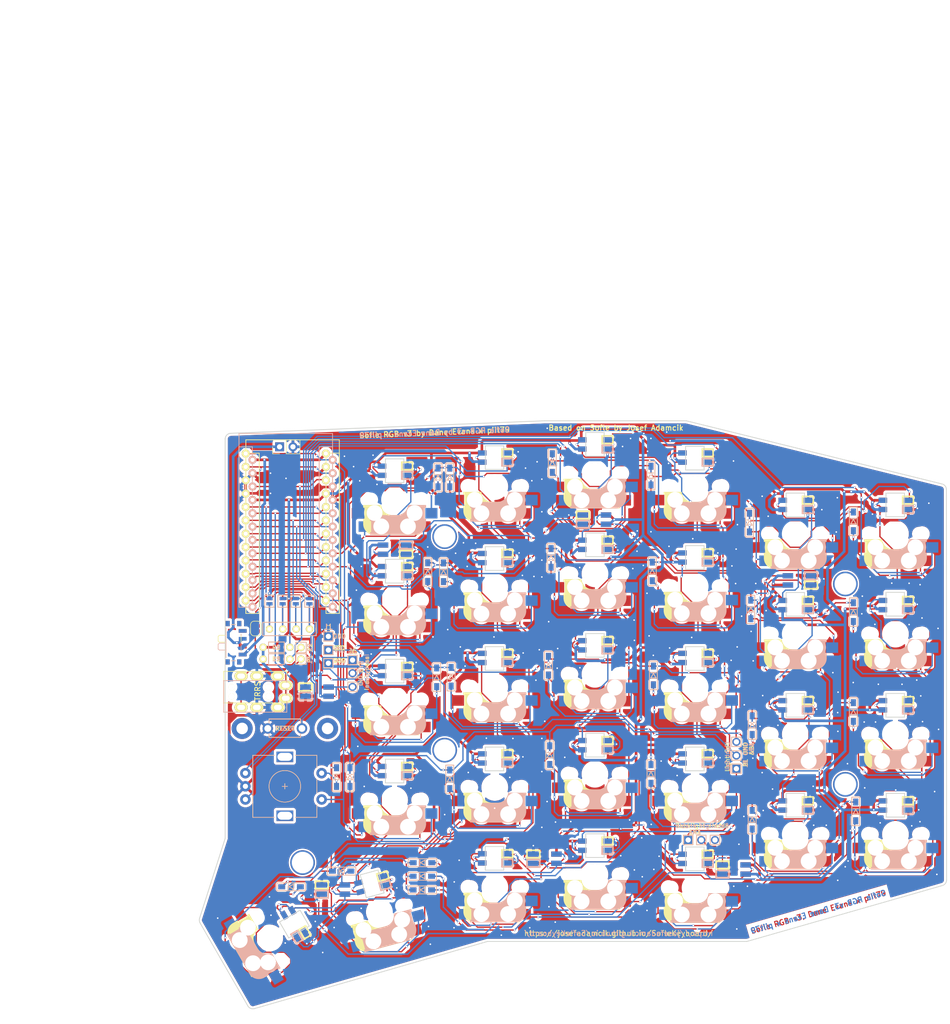
<source format=kicad_pcb>
(kicad_pcb (version 20211014) (generator pcbnew)
  (layers (0 "F.Cu" signal) (31 "B.Cu" signal) (34 "B.Paste" user) (35 "F.Paste" user) (36 "B.SilkS" user "B.Silkscreen") (37 "F.SilkS" user "F.Silkscreen") (38 "B.Mask" user) (39 "F.Mask" user) (44 "Edge.Cuts" user))
  (net 0 "")
  (net 1 "Net-(D1-Pad2)")
  (net 2 "row4")
  (net 3 "Net-(D2-Pad2)")
  (net 4 "Net-(D3-Pad2)")
  (net 5 "row0")
  (net 6 "Net-(D4-Pad2)")
  (net 7 "row1")
  (net 8 "Net-(D5-Pad2)")
  (net 9 "row2")
  (net 10 "Net-(D6-Pad2)")
  (net 11 "row3")
  (net 12 "Net-(D7-Pad2)")
  (net 13 "Net-(D8-Pad2)")
  (net 14 "Net-(D9-Pad2)")
  (net 15 "Net-(D10-Pad2)")
  (net 16 "Net-(D11-Pad2)")
  (net 17 "Net-(D12-Pad2)")
  (net 18 "Net-(D13-Pad2)")
  (net 19 "Net-(D14-Pad2)")
  (net 20 "Net-(D15-Pad2)")
  (net 21 "Net-(D16-Pad2)")
  (net 22 "Net-(D17-Pad2)")
  (net 23 "Net-(D18-Pad2)")
  (net 24 "Net-(D19-Pad2)")
  (net 25 "Net-(D20-Pad2)")
  (net 26 "Net-(D21-Pad2)")
  (net 27 "Net-(D22-Pad2)")
  (net 28 "Net-(D23-Pad2)")
  (net 29 "Net-(D24-Pad2)")
  (net 30 "Net-(D26-Pad2)")
  (net 31 "Net-(D27-Pad2)")
  (net 32 "Net-(D28-Pad2)")
  (net 33 "VCC")
  (net 34 "GND")
  (net 35 "col0")
  (net 36 "col1")
  (net 37 "col2")
  (net 38 "col3")
  (net 39 "col4")
  (net 40 "SDA")
  (net 41 "LED")
  (net 42 "SCL")
  (net 43 "RESET")
  (net 44 "Net-(D29-Pad2)")
  (net 46 "unconnected-(SW19-Pad1)")
  (net 47 "DATA")
  (net 48 "Net-(J3-Pad1)")
  (net 49 "Net-(J3-Pad2)")
  (net 50 "Net-(J3-Pad3)")
  (net 51 "Net-(J3-Pad4)")
  (net 52 "Net-(D30-Pad2)")
  (net 53 "SW25B")
  (net 54 "SW25A")
  (net 55 "ENCB")
  (net 56 "ENCA")
  (net 57 "/i2c_c")
  (net 58 "/i2c_d")
  (net 59 "Net-(D31-Pad1)")
  (net 60 "Net-(D31-Pad3)")
  (net 61 "Net-(D32-Pad3)")
  (net 62 "/underglow")
  (net 63 "Net-(D34-Pad1)")
  (net 64 "Net-(D35-Pad1)")
  (net 65 "Net-(D36-Pad1)")
  (net 66 "lights")
  (net 67 "Net-(D37-Pad3)")
  (net 68 "/backlight")
  (net 69 "BAT")
  (net 70 "Net-(SW1-Pad3)")
  (net 71 "Net-(SW1-Pad1)")
  (net 72 "Net-(SW2-Pad3)")
  (net 73 "Net-(SW3-Pad3)")
  (net 74 "Net-(SW3-Pad1)")
  (net 75 "Net-(SW10-Pad1)")
  (net 76 "Net-(SW5-Pad3)")
  (net 77 "Net-(SW11-Pad3)")
  (net 78 "Net-(SW12-Pad1)")
  (net 79 "Net-(SW13-Pad3)")
  (net 80 "Net-(SW14-Pad1)")
  (net 81 "Net-(SW15-Pad3)")
  (net 82 "Net-(SW10-Pad3)")
  (net 83 "Net-(SW11-Pad1)")
  (net 84 "Net-(SW12-Pad3)")
  (net 85 "Net-(SW13-Pad1)")
  (net 86 "Net-(SW14-Pad3)")
  (net 87 "Net-(SW15-Pad1)")
  (net 88 "Net-(SW16-Pad3)")
  (net 89 "Net-(SW17-Pad1)")
  (net 90 "Net-(SW18-Pad3)")
  (net 91 "unconnected-(U1-Pad7)")
  (net 92 "Net-(SW20-Pad3)")
  (net 93 "Net-(SW21-Pad1)")
  (net 94 "Net-(SW22-Pad3)")
  (net 95 "Net-(SW23-Pad1)")
  (net 96 "Net-(SW24-Pad3)")
  (net 97 "Net-(SW26-Pad3)")
  (net 98 "Net-(SW28-Pad3)")
  (net 100 "RAW")
  (footprint "SofleKeyboard-footprint:RESISTOR_mini" (layer "F.Cu") (at 98.039272 80.311965)
    (fp_text reference "R1")
    (fp_text value "R" hide)
  )
  (footprint "SofleKeyboard-footprint:RESISTOR_mini" (layer "F.Cu") (at 98.039272 78.061965)
    (fp_text reference "R2")
    (fp_text value "R" hide)
  )
  (footprint "SofleKeyboard-footprint:MJ-4PP-9" (layer "F.Cu") (at 88 85.65 90)
    (fp_text reference "J2")
    (fp_text value "4PIN" hide)
  )
  (footprint "SofleKeyboard-footprint:1pin_conn" (layer "F.Cu") (at 102.7 80.3 -90)
    (fp_text reference "P1")
    (fp_text value "i2c_pin" hide)
  )
  (footprint "SofleKeyboard-footprint:1pin_conn" (layer "F.Cu") (at 102.7 78.1 -90)
    (fp_text reference "P2")
    (fp_text value "i2c_pin" hide)
  )
  (footprint "SofleKeyboard-footprint:HOLE_M2_TH" (layer "F.Cu") (at 130.025 57.025)
    (fp_text reference "TH3" hide)
    (fp_text value "HOLE" hide)
  )
  (footprint "SofleKeyboard-footprint:HOLE_M2_TH" (layer "F.Cu") (at 206.225 66.025)
    (fp_text reference "TH4" hide)
    (fp_text value "HOLE" hide)
  )
  (footprint "SofleKeyboard-footprint:HOLE_M2_TH" (layer "F.Cu") (at 130.025 97.625)
    (fp_text reference "TH5" hide)
    (fp_text value "HOLE" hide)
  )
  (footprint "SofleKeyboard-footprint:HOLE_M2_TH" (layer "F.Cu") (at 206.225 104.125)
    (fp_text reference "TH6" hide)
    (fp_text value "HOLE" hide)
  )
  (footprint "SofleKeyboard-footprint:HOLE_M2_TH" (layer "F.Cu") (at 103 119 90)
    (fp_text reference "TH7" hide)
    (fp_text value "HOLE" hide)
  )
  (footprint "SofleKeyboard-footprint:ProMicro" (layer "F.Cu") (at 101 56)
    (fp_text reference "U1" hide)
    (fp_text value "ProMicro" hide)
  )
  (footprint "SofleKeyboard-footprint:Jumper" (layer "F.Cu") (at 104.3 69.3 90)
    (fp_text reference "JP1" hide)
    (fp_text value "Jumper_NO_Small" hide)
  )
  (footprint "SofleKeyboard-footprint:Jumper" (layer "F.Cu") (at 101.7 69.3 90)
    (fp_text reference "JP2" hide)
    (fp_text value "Jumper_NO_Small" hide)
  )
  (footprint "SofleKeyboard-footprint:Jumper" (layer "F.Cu") (at 99.2 69.3 90)
    (fp_text reference "JP3" hide)
    (fp_text value "Jumper_NO_Small" hide)
  )
  (footprint "SofleKeyboard-footprint:TACT_SWITCH_TVBP06" (layer "F.Cu") (at 99.625 93.5)
    (fp_text reference "RSW1" hide)
    (fp_text value "SW_RST" hide)
  )
  (footprint "Jumper:SolderJumper-2_P1.3mm_Bridged_RoundedPad1.0x1.5mm" (layer "F.Cu") (at 94.1 74.5 -90)
    (fp_text reference "W1" hide)
    (fp_text value "Jumper" hide)
  )
  (footprint "Diode_SMD:crkbd-diode" (layer "F.Cu") (at 128.75 45.775 -90)
    (fp_text reference "D1" hide)
    (fp_text value "D" hide)
  )
  (footprint "Diode_SMD:crkbd-diode" (layer "F.Cu") (at 131 45.7805 -90)
    (fp_text reference "D2" hide)
    (fp_text value "D" hide)
  )
  (footprint "Diode_SMD:crkbd-diode" (layer "F.Cu") (at 150.5 43.04 -90)
    (fp_text reference "D3" hide)
    (fp_text value "D" hide)
  )
  (footprint "Diode_SMD:crkbd-diode" (layer "F.Cu") (at 169.25 45.425 -90)
    (fp_text reference "D4" hide)
    (fp_text value "D" hide)
  )
  (footprint "Diode_SMD:crkbd-diode" (layer "F.Cu") (at 188 54.35 -90)
    (fp_text reference "D5" hide)
    (fp_text value "D" hide)
  )
  (footprint "Diode_SMD:crkbd-diode" (layer "F.Cu") (at 207.75 54.125 -90)
    (fp_text reference "D6" hide)
    (fp_text value "D" hide)
  )
  (footprint "Diode_SMD:crkbd-diode" (layer "F.Cu") (at 126.8 63.775 -90)
    (fp_text reference "D7" hide)
    (fp_text value "D" hide)
  )
  (footprint "Diode_SMD:crkbd-diode" (layer "F.Cu") (at 129.8 63.8 -90)
    (fp_text reference "D8" hide)
    (fp_text value "D" hide)
  )
  (footprint "Diode_SMD:crkbd-diode" (layer "F.Cu") (at 150.25 61.065 -90)
    (fp_text reference "D9" hide)
    (fp_text value "D" hide)
  )
  (footprint "Diode_SMD:crkbd-diode" (layer "F.Cu") (at 169.5 63.65 -90)
    (fp_text reference "D10" hide)
    (fp_text value "D" hide)
  )
  (footprint "Diode_SMD:crkbd-diode" (layer "F.Cu") (at 188.25 70.875 -90)
    (fp_text reference "D11" hide)
    (fp_text value "D" hide)
  )
  (footprint "Diode_SMD:crkbd-diode" (layer "F.Cu") (at 207.75 71.375 -90)
    (fp_text reference "D12" hide)
    (fp_text value "D" hide)
  )
  (footprint "Diode_SMD:crkbd-diode" (layer "F.Cu") (at 128.5 83.775 -90)
    (fp_text reference "D13" hide)
    (fp_text value "D" hide)
  )
  (footprint "Diode_SMD:crkbd-diode" (layer "F.Cu") (at 131.25 83.675 -90)
    (fp_text reference "D14" hide)
    (fp_text value "D" hide)
  )
  (footprint "Diode_SMD:crkbd-diode" (layer "F.Cu") (at 149.75 81.565 -90)
    (fp_text reference "D15" hide)
    (fp_text value "D" hide)
  )
  (footprint "Diode_SMD:crkbd-diode" (layer "F.Cu") (at 169.725 83.425 -90)
    (fp_text reference "D16" hide)
    (fp_text value "D" hide)
  )
  (footprint "Diode_SMD:crkbd-diode" (layer "F.Cu") (at 188.5 92.875 -90)
    (fp_text reference "D17" hide)
    (fp_text value "D" hide)
  )
  (footprint "Diode_SMD:crkbd-diode" (layer "F.Cu") (at 207.75 90.375 -90)
    (fp_text reference "D18" hide)
    (fp_text value "D" hide)
  )
  (footprint "Diode_SMD:crkbd-diode" (layer "F.Cu") (at 112 102.75 -90)
    (fp_text reference "D19" hide)
    (fp_text value "D" hide)
  )
  (footprint "Diode_SMD:crkbd-diode" (layer "F.Cu") (at 131 103.175 -90)
    (fp_text reference "D20" hide)
    (fp_text value "D" hide)
  )
  (footprint "Diode_SMD:crkbd-diode" (layer "F.Cu") (at 150 98.565 -90)
    (fp_text reference "D21" hide)
    (fp_text value "D" hide)
  )
  (footprint "Diode_SMD:crkbd-diode" (layer "F.Cu") (at 169.25 102.15 -90)
    (fp_text reference "D22" hide)
    (fp_text value "D" hide)
  )
  (footprint "Diode_SMD:crkbd-diode" (layer "F.Cu") (at 188.5 110.85 -90)
    (fp_text reference "D23" hide)
    (fp_text value "D" hide)
  )
  (footprint "Diode_SMD:crkbd-diode" (layer "F.Cu") (at 208.2 109.275 -90)
    (fp_text reference "D24" hide)
    (fp_text value "D" hide)
  )
  (footprint "Diode_SMD:crkbd-diode" (layer "F.Cu") (at 109.46 102.75 -90)
    (fp_text reference "D25" hide)
    (fp_text value "D" hide)
  )
  (footprint "Diode_SMD:crkbd-diode" (layer "F.Cu") (at 100.8 123.6)
    (fp_text reference "D26" hide)
    (fp_text value "D" hide)
  )
  (footprint "Diode_SMD:crkbd-diode" (layer "F.Cu") (at 110.4248 120.6248)
    (fp_text reference "D27" hide)
    (fp_text value "D" hide)
  )
  (footprint "Diode_SMD:crkbd-diode" (layer "F.Cu") (at 125.775 124.2)
    (fp_text reference "D28" hide)
    (fp_text value "D" hide)
  )
  (footprint "Diode_SMD:crkbd-diode" (layer "F.Cu") (at 125.775 121.6)
    (fp_text reference "D29" hide)
    (fp_text value "D" hide)
  )
  (footprint "Button_Switch_Keyboard:SK6812MINI_and_cherry" (layer "F.Cu") (at 120.5 50 180)
    (fp_text reference "SW1" hide)
    (fp_text value "SW_PUSH-MX_W_LED" hide)
  )
  (footprint "Button_Switch_Keyboard:SK6812MINI_and_cherry" (layer "F.Cu") (at 139.55 47.5 180)
    (fp_text reference "SW2" hide)
    (fp_text value "SW_PUSH-MX_W_LED" hide)
  )
  (footprint "Button_Switch_Keyboard:SK6812MINI_and_cherry" (layer "F.Cu") (at 158.6 45 180)
    (fp_text reference "SW3" hide)
    (fp_text value "SW_PUSH-MX_W_LED" hide)
  )
  (footprint "Button_Switch_Keyboard:SK6812MINI_and_cherry" (layer "F.Cu") (at 177.65 47.5 180)
    (fp_text reference "SW4" hide)
    (fp_text value "SW_PUSH-MX_W_LED" hide)
  )
  (footprint "Button_Switch_Keyboard:SK6812MINI_and_cherry" (layer "F.Cu") (at 196.7 56.5 180)
    (fp_text reference "SW5" hide)
    (fp_text value "SW_PUSH-MX_W_LED" hide)
  )
  (footprint "Button_Switch_Keyboard:SK6812MINI_and_cherry" (layer "F.Cu") (at 120.5 69.1 180)
    (fp_text reference "SW7" hide)
    (fp_text value "SW_PUSH-MX_W_LED" hide)
  )
  (footprint "Button_Switch_Keyboard:SK6812MINI_and_cherry" (layer "F.Cu") (at 139.55 66.6 180)
    (fp_text reference "SW8" hide)
    (fp_text value "SW_PUSH-MX_W_LED" hide)
  )
  (footprint "Button_Switch_Keyboard:SK6812MINI_and_cherry" (layer "F.Cu") (at 158.6 64.09 180)
    (fp_text reference "SW9" hide)
    (fp_text value "SW_PUSH-MX_W_LED" hide)
  )
  (footprint "Button_Switch_Keyboard:SK6812MINI_and_cherry" (layer "F.Cu") (at 177.65 66.5 180)
    (fp_text reference "SW10" hide)
    (fp_text value "SW_PUSH-MX_W_LED" hide)
  )
  (footprint "Button_Switch_Keyboard:SK6812MINI_and_cherry" (layer "F.Cu") (at 196.7 75.55 180)
    (fp_text reference "SW11" hide)
    (fp_text value "SW_PUSH-MX_W_LED" hide)
  )
  (footprint "Button_Switch_Keyboard:SK6812MINI_and_cherry" (layer "F.Cu") (at 215.75 75.55 180)
    (fp_text reference "SW12" hide)
    (fp_text value "SW_PUSH-MX_W_LED" hide)
  )
  (footprint "Button_Switch_Keyboard:SK6812MINI_and_cherry" (layer "F.Cu") (at 120.5 88.1 180)
    (fp_text reference "SW13" hide)
    (fp_text value "SW_PUSH-MX_W_LED" hide)
  )
  (footprint "Button_Switch_Keyboard:SK6812MINI_and_cherry" (layer "F.Cu") (at 139.55 85.6 180)
    (fp_text reference "SW14" hide)
    (fp_text value "SW_PUSH-MX_W_LED" hide)
  )
  (footprint "Button_Switch_Keyboard:SK6812MINI_and_cherry" (layer "F.Cu") (at 158.6 83.19 180)
    (fp_text reference "SW15" hide)
    (fp_text value "SW_PUSH-MX_W_LED" hide)
  )
  (footprint "Button_Switch_Keyboard:SK6812MINI_and_cherry" (layer "F.Cu") (at 177.65 85.6 180)
    (fp_text reference "SW16" hide)
    (fp_text value "SW_PUSH-MX_W_LED" hide)
  )
  (footprint "Button_Switch_Keyboard:SK6812MINI_and_cherry" (layer "F.Cu") (at 196.7 94.6 180)
    (fp_text reference "SW17" hide)
    (fp_text value "SW_PUSH-MX_W_LED" hide)
  )
  (footprint "Button_Switch_Keyboard:SK6812MINI_and_cherry" (layer "F.Cu") (at 215.75 94.6 180)
    (fp_text reference "SW18" hide)
    (fp_text value "SW_PUSH-MX_W_LED" hide)
  )
  (footprint "Button_Switch_Keyboard:SK6812MINI_and_cherry" (layer "F.Cu") (at 120.5 107.1 180)
    (fp_text reference "SW19" hide)
    (fp_text value "SW_PUSH-MX_W_LED" hide)
  )
  (footprint "Button_Switch_Keyboard:SK6812MINI_and_cherry" (layer "F.Cu") (at 139.55 104.7 180)
    (fp_text reference "SW20" hide)
    (fp_text value "SW_PUSH-MX_W_LED" hide)
  )
  (footprint "Button_Switch_Keyboard:SK6812MINI_and_cherry" (layer "F.Cu") (at 158.6 102.19 180)
    (fp_text reference "SW21" hide)
    (fp_text value "SW_PUSH-MX_W_LED" hide)
  )
  (footprint "Button_Switch_Keyboard:SK6812MINI_and_cherry" (layer "F.Cu") (at 177.65 104.7 180)
    (fp_text reference "SW22" hide)
    (fp_text value "SW_PUSH-MX_W_LED" hide)
  )
  (footprint "Button_Switch_Keyboard:SK6812MINI_and_cherry" (layer "F.Cu") (at 196.7 113.65 180)
    (fp_text reference "SW23" hide)
    (fp_text value "SW_PUSH-MX_W_LED" hide)
  )
  (footprint "Button_Switch_Keyboard:SK6812MINI_and_cherry" (layer "F.Cu") (at 215.75 113.65 180)
    (fp_text reference "SW24" hide)
    (fp_text value "SW_PUSH-MX_W_LED" hide)
  )
  (footprint "Button_Switch_Keyboard:SK6812MINI_and_cherry" (layer "F.Cu") (at 96.71 133.4 120)
    (fp_text reference "SW26" hide)
    (fp_text value "SW_PUSH-MX_W_LED" hide)
  )
  (footprint "Button_Switch_Keyboard:SK6812MINI_and_cherry" (layer "F.Cu") (at 139.55 123.7 180)
    (fp_text reference "SW28" hide)
    (fp_text value "SW_PUSH-MX_W_LED" hide)
  )
  (footprint "Button_Switch_Keyboard:SK6812MINI_and_cherry" (layer "F.Cu") (at 158.6 121.29 180)
    (fp_text reference "SW29" hide)
    (fp_text value "SW_PUSH-MX_W_LED" hide)
  )
  (footprint "SofleKeyboard-footprint:M2_HOLE_PCB" (layer "F.Cu") (at 91.5 93.5)
    (fp_text reference "TH1" hide)
    (fp_text value "HOLE" hide)
  )
  (footprint "SofleKeyboard-footprint:Jumper" (layer "F.Cu") (at 96.7 69.3 90)
    (fp_text reference "JP4" hide)
    (fp_text value "Jumper_NO_Small" hide)
  )
  (footprint "SofleKeyboard-footprint:LED" (layer "F.Cu") (at 107.9 81.1 180)
    (fp_text reference "J1")
    (fp_text value "LED" hide)
  )
  (footprint "SofleKeyboard-footprint:OLED_4Pin" (layer "F.Cu") (at 96.7 74.6)
    (fp_text reference "J3" hide)
    (fp_text value "OLED" hide)
  )
  (footprint "Diode_SMD:crkbd-diode" (layer "F.Cu") (at 125.805 119.02)
    (fp_text reference "D30" hide)
    (fp_text value "D" hide)
  )
  (footprint "SofleKeyboard-footprint:M2_HOLE_PCB" (layer "F.Cu") (at 107.75 93.5)
    (fp_text reference "TH2" hide)
    (fp_text value "HOLE" hide)
  )
  (footprint "SofleKeyboard-footprint:RotaryEncoder_Alps_EC11E-Switch_Vertical_H20mm-keebio_modified" (layer "F.Cu") (at 99.625 104.5)
    (fp_text reference "SW25" hide)
    (fp_text value "Rotary_Encoder_Switch")
  )
  (footprint "LED_SMD:SK6812MINI_underglow_dev" (layer "F.Cu") (at 120.5 59.5 180)
    (fp_text reference "D31" hide)
    (fp_text value "LED_sk2812_SM" hide)
  )
  (footprint "LED_SMD:SK6812MINI_underglow_dev" (layer "F.Cu") (at 158.5 53.79)
    (fp_text reference "D32" hide)
    (fp_text value "LED_sk2812_SM" hide)
  )
  (footprint "LED_SMD:SK6812MINI_underglow_dev" (layer "F.Cu") (at 197.5 65.35 180)
    (fp_text reference "D33" hide)
    (fp_text value "LED_sk2812_SM" hide)
  )
  (footprint "LED_SMD:SK6812MINI_underglow_dev" (layer "F.Cu") (at 108.85 124.13)
    (fp_text reference "D34" hide)
    (fp_text value "LED_sk2812_SM" hide)
  )
  (footprint "LED_SMD:SK6812MINI_underglow_dev" (layer "F.Cu") (at 149.0836 118.2626)
    (fp_text reference "D35" hide)
    (fp_text value "LED_sk2812_SM" hide)
  )
  (footprint "LED_SMD:SK6812MINI_underglow_dev" (layer "F.Cu") (at 185.05 120.32)
    (fp_text reference "D36" hide)
    (fp_text value "LED_sk2812_SM" hide)
  )
  (footprint "LED_SMD:SK6812MINI_underglow_dev" (layer "F.Cu") (at 105.75 86.5)
    (fp_text reference "D37" hide)
    (fp_text value "LED_sk2812_SM" hide)
  )
  (footprint "Connector:3x1header" (layer "F.Cu") (at 185.5 101.15 180)
    (fp_text reference "J4" hide)
    (fp_text value "key leds" hide)
  )
  (footprint "Connector:3x1header" (layer "F.Cu") (at 176.327 114.7066 90)
    (fp_text reference "J5" hide)
    (fp_text value "backlight sel" hide)
  )
  (footprint "Connector:3x1header" (layer "F.Cu") (at 112.5 80.5)
    (fp_text reference "J6")
    (fp_text value "indicator bypass" hide)
  )
  (footprint "Button_Switch_Keyboard:SK6812MINI_and_cherry" (layer "F.Cu") (at 177.65 123.8 180)
    (fp_text reference "SW30" hide)
    (fp_text value "SW_PUSH-MX_W_LED" hide)
  )
  (footprint "Button_Switch_Keyboard:SK6812MINI_and_cherry" (layer "F.Cu") (at 117.6 128.4 -165)
    (fp_text reference "SW27" hide)
    (fp_text value "SW_PUSH-MX_W_LED" hide)
  )
  (footprint "dane:gecko-logo" (layer "F.Cu") (at 190.7 126.55)
    (fp_text reference "G***" hide)
    (fp_text value "LOGO" hide)
  )
  (footprint "Button_Switch_Keyboard:SK6812MINI_and_cherry" (layer "F.Cu") (at 215.75 56.5 180)
    (fp_text reference "SW6" hide)
    (fp_text value "SW_PUSH-MX_W_LED" hide)
  )
  (footprint "Button_Switch_SMD:SW_SPDT_PCM12" (layer "F.Cu") (at 90.175 77.2 -90)
    (fp_text reference "SW31" hide)
    (fp_text value "PWR Top" hide)
  )
  (footprint "Connector_PinHeader_2.54mm:PinHeader_1x02_P2.54mm_Vertical" (layer "F.Cu") (at 98.625 39.95 90)
    (fp_text reference "J7" hide)
    (fp_text value "BAT" hide)
  )
  (footprint "SofleKeyboard-footprint:Jumper" (layer "B.Cu") (at 101.7 69.3 90)
    (fp_text reference "JP6" hide)
    (fp_text value "Jumper_NO_Small" hide)
  )
  (footprint "SofleKeyboard-footprint:Jumper" (layer "B.Cu") (at 99.2 69.3 90)
    (fp_text reference "JP7" hide)
    (fp_text value "Jumper_NO_Small" hide)
  )
  (footprint "SofleKeyboard-footprint:Jumper" (layer "B.Cu") (at 96.7 69.3 90)
    (fp_text reference "JP8" hide)
    (fp_text value "Jumper_NO_Small" hide)
  )
  (footprint "SofleKeyboard-footprint:Jumper" (layer "B.Cu") (at 104.3 69.3 90)
    (fp_text reference "JP5" hide)
    (fp_text value "Jumper_NO_Small" hide)
  )
  (footprint "dane:gecko-logo" (layer "B.Cu") (at 191.5 126.55 180)
    (fp_text reference "G***" hide)
    (fp_text value "LOGO" hide)
  )
  (footprint "Button_Switch_SMD:SW_SPDT_PCM12" (layer "B.Cu") (at 90.175 77.2 90)
    (fp_text reference "SW32" hide)
    (fp_text value "PWR Bottom" hide)
  )
  (gr_line (start 175.95 35) (end 224.606867 47.013974) (layer "Edge.Cuts") (width 0.15))
  (gr_line (start 225.443181 48.081902) (end 225.470181 122.31) (layer "Edge.Cuts") (width 0.15))
  (gr_line (start 104.2664 131.079688) (end 100.369286 133.329688) (layer "Edge.Cuts") (width 0.15))
  (gr_line (start 118.497713 124.7728) (end 115.116973 125.678666) (layer "Edge.Cuts") (width 0.15))
  (gr_line (start 98.619286 130.2986) (end 102.5164 128.0486) (layer "Edge.Cuts") (width 0.15))
  (gr_line (start 138.154128 134) (end 187.5 134) (layer "Edge.Cuts") (width 0.15))
  (gr_line (start 115.116973 125.678666) (end 113.952287 121.332) (layer "Edge.Cuts") (width 0.15))
  (gr_line (start 179.35 63.2484) (end 175.85 63.2484) (layer "Edge.Cuts") (width 0.15))
  (gr_line (start 117.333027 120.426134) (end 118.497713 124.7728) (layer "Edge.Cuts") (width 0.15))
  (gr_line (start 175.85 63.2484) (end 175.85 58.7484) (layer "Edge.Cuts") (width 0.15))
  (gr_line (start 100.369286 133.329688) (end 98.619286 130.2986) (layer "Edge.Cuts") (width 0.15))
  (gr_line (start 102.5164 128.0486) (end 104.2664 131.079688) (layer "Edge.Cuts") (width 0.15))
  (gr_line (start 224.676377 123.366472) (end 187.5 134) (layer "Edge.Cuts") (width 0.15))
  (gr_line (start 113.952287 121.332) (end 117.333027 120.426134) (layer "Edge.Cuts") (width 0.15))
  (gr_line (start 141.25 77.95) (end 141.25 82.45) (layer "Edge.Cuts") (width 0.15))
  (gr_line (start 137.75 77.95) (end 141.25 77.95) (layer "Edge.Cuts") (width 0.15))
  (gr_line (start 137.75 58.95) (end 141.25 58.95) (layer "Edge.Cuts") (width 0.15))
  (gr_line (start 160.35 56.3308) (end 160.35 60.8308) (layer "Edge.Cuts") (width 0.15))
  (gr_line (start 122.25 65.85) (end 118.75 65.85) (layer "Edge.Cuts") (width 0.15))
  (gr_line (start 141.25 82.45) (end 137.75 82.45) (layer "Edge.Cuts") (width 0.15))
  (gr_line (start 160.35 79.9562) (end 156.85 79.9562) (layer "Edge.Cuts") (width 0.15))
  (gr_line (start 141.25 58.95) (end 141.25 63.45) (layer "Edge.Cuts") (width 0.15))
  (gr_line (start 122.25 61.35) (end 122.25 65.85) (layer "Edge.Cuts") (width 0.15))
  (gr_line (start 156.85 60.8308) (end 156.85 56.3308) (layer "Edge.Cuts") (width 0.15))
  (gr_line (start 156.85 56.3308) (end 160.35 56.3308) (layer "Edge.Cuts") (width 0.15))
  (gr_line (start 118.75 61.35) (end 122.25 61.35) (layer "Edge.Cuts") (width 0.15))
  (gr_line (start 122.25 80.35) (end 122.25 84.85) (layer "Edge.Cuts") (width 0.15))
  (gr_line (start 141.25 63.45) (end 137.75 63.45) (layer "Edge.Cuts") (width 0.15))
  (gr_line (start 122.25 84.85) (end 118.75 84.85) (layer "Edge.Cuts") (width 0.15))
  (gr_line (start 137.75 63.45) (end 137.75 58.95) (layer "Edge.Cuts") (width 0.15))
  (gr_line (start 175.85 58.7484) (end 179.35 58.7484) (layer "Edge.Cuts") (width 0.15))
  (gr_line (start 118.75 65.85) (end 118.75 61.35) (layer "Edge.Cuts") (width 0.15))
  (gr_line (start 118.75 84.85) (end 118.75 80.35) (layer "Edge.Cuts") (width 0.15))
  (gr_line (start 160.35 60.8308) (end 156.85 60.8308) (layer "Edge.Cuts") (width 0.15))
  (gr_line (start 179.35 58.7484) (end 179.35 63.2484) (layer "Edge.Cuts") (width 0.15))
  (gr_line (start 118.75 80.35) (end 122.25 80.35) (layer "Edge.Cuts") (width 0.15))
  (gr_line (start 137.75 82.45) (end 137.75 77.95) (layer "Edge.Cuts") (width 0.15))
  (gr_line (start 156.85 37.2308) (end 160.35 37.2308) (layer "Edge.Cuts") (width 0.15))
  (gr_line (start 213.95 91.3495) (end 213.95 86.8495) (layer "Edge.Cuts") (width 0.15))
  (gr_line (start 141.25 39.7484) (end 141.25 44.2484) (layer "Edge.Cuts") (width 0.15))
  (gr_line (start 217.45 72.126) (end 213.95 72.126) (layer "Edge.Cuts") (width 0.15))
  (gr_line (start 217.45 91.3495) (end 213.95 91.3495) (layer "Edge.Cuts") (width 0.15))
  (gr_line (start 194.95 72.15) (end 194.95 67.65) (layer "Edge.Cuts") (width 0.15))
  (gr_line (start 217.45 53.2514) (end 213.95 53.2514) (layer "Edge.Cuts") (width 0.15))
  (gr_line (start 175.85 44.35) (end 175.85 39.85) (layer "Edge.Cuts") (width 0.15))
  (gr_line (start 88.275257 114.4) (end 88.2741 38.478332) (layer "Edge.Cuts") (width 0.15))
  (gr_line (start 217.45 67.626) (end 217.45 72.126) (layer "Edge.Cuts") (width 0.15))
  (gr_line (start 194.95 48.75) (end 198.45 48.75) (layer "Edge.Cuts") (width 0.15))
  (gr_line (start 213.95 72.126) (end 213.95 67.626) (layer "Edge.Cuts") (width 0.15))
  (gr_line (start 217.45 48.7514) (end 217.45 53.2514) (layer "Edge.Cuts") (width 0.15))
  (gr_line (start 198.45 48.75) (end 198.45 53.25) (layer "Edge.Cuts") (width 0.15))
  (gr_line (start 179.35 39.85) (end 179.35 44.35) (layer "Edge.Cuts") (width 0.15))
  (gr_line (start 213.95 48.7514) (end 217.45 48.7514) (layer "Edge.Cuts") (width 0.15))
  (gr_line (start 137.75 44.2484) (end 137.75 39.7484) (layer "Edge.Cuts") (width 0.15))
  (gr_line (start 198.45 53.25) (end 194.95 53.25) (layer "Edge.Cuts") (width 0.15))
  (gr_line (start 198.45 67.65) (end 198.45 72.15) (layer "Edge.Cuts") (width 0.15))
  (gr_line (start 141.25 44.2484) (end 137.75 44.2484) (layer "Edge.Cuts") (width 0.15))
  (gr_line (start 214 105.85) (end 217.5 105.85) (layer "Edge.Cuts") (width 0.15))
  (gr_line (start 213.95 86.8495) (end 217.45 86.8495) (layer "Edge.Cuts") (width 0.15))
  (gr_line (start 160.35 41.7308) (end 156.85 41.7308) (layer "Edge.Cuts") (width 0.15))
  (gr_line (start 194.95 67.65) (end 198.45 67.65) (layer "Edge.Cuts") (width 0.15))
  (gr_line (start 213.95 53.2514) (end 213.95 48.7514) (layer "Edge.Cuts") (width 0.15))
  (gr_line (start 118.75 46.75) (end 118.75 42.25) (layer "Edge.Cuts") (width 0.15))
  (gr_line (start 122.25 42.25) (end 122.25 46.75) (layer "Edge.Cuts") (width 0.15))
  (gr_line (start 198.45 72.15) (end 194.95 72.15) (layer "Edge.Cuts") (width 0.15))
  (gr_line (start 194.95 53.25) (end 194.95 48.75) (layer "Edge.Cuts") (width 0.15))
  (gr_line (start 160.35 37.2308) (end 160.35 41.7308) (layer "Edge.Cuts") (width 0.15))
  (gr_line (start 137.75 39.7484) (end 141.25 39.7484) (layer "Edge.Cuts") (width 0.15))
  (gr_line (start 118.75 42.25) (end 122.25 42.25) (layer "Edge.Cuts") (width 0.15))
  (gr_line (start 149 35) (end 175.95 35) (layer "Edge.Cuts") (width 0.15))
  (gr_line (start 156.85 41.7308) (end 156.85 37.2308) (layer "Edge.Cuts") (width 0.15))
  (gr_line (start 213.95 67.626) (end 217.45 67.626) (layer "Edge.Cuts") (width 0.15))
  (gr_line (start 179.35 44.35) (end 175.85 44.35) (layer "Edge.Cuts") (width 0.15))
  (gr_line (start 175.85 39.85) (end 179.35 39.85) (layer "Edge.Cuts") (width 0.15))
  (gr_line (start 122.25 46.75) (end 118.75 46.75) (layer "Edge.Cuts") (width 0.15))
  (gr_line (start 217.45 86.8495) (end 217.45 91.3495) (layer "Edge.Cuts") (width 0.15))
  (gr_line (start 138.154128 134) (end 93.846154 146.766568) (layer "Edge.Cuts") (width 0.15))
  (gr_line (start 141.25 101.55) (end 137.75 101.55) (layer "Edge.Cuts") (width 0.15))
  (gr_line (start 179.35 82.45) (end 175.85 82.45) (layer "Edge.Cuts") (width 0.15))
  (gr_line (start 194.95 110.35) (end 194.95 105.85) (layer "Edge.Cuts") (width 0.15))
  (gr_line (start 198.45 86.85) (end 198.45 91.35) (layer "Edge.Cuts") (width 0.15))
  (gr_line (start 179.35 101.55) (end 175.85 101.55) (layer "Edge.Cuts") (width 0.15))
  (gr_line (start 175.85 82.45) (end 175.85 77.95) (layer "Edge.Cuts") (width 0.15))
  (gr_line (start 156.85 98.9308) (end 156.85 94.4308) (layer "Edge.Cuts") (width 0.15))
  (gr_line (start 137.75 101.55) (end 137.75 97.05) (layer "Edge.Cuts") (width 0.15))
  (gr_line (start 122.25 103.85) (end 118.75 103.85) (layer "Edge.Cuts") (width 0.15))
  (gr_line (start 175.85 101.55) (end 175.85 97.05) (layer "Edge.Cuts") (width 0.15))
  (gr_line (start 198.45 105.85) (end 198.45 110.35) (layer "Edge.Cuts") (width 0.15))
  (gr_line (start 122.25 99.35) (end 122.25 103.85) (layer "Edge.Cuts") (width 0.15))
  (gr_line (start 141.2504 115.9492) (end 141.2504 120.4492) (layer "Edge.Cuts") (width 0.15))
  (gr_line (start 160.3504 118.0362) (end 156.8504 118.0362) (layer "Edge.Cuts") (width 0.15))
  (gr_line (start 156.8504 118.0362) (end 156.8504 113.5362) (layer "Edge.Cuts") (width 0.15))
  (gr_line (start 194.95 91.35) (end 194.95 86.85) (layer "Edge.Cuts") (width 0.15))
  (gr_line (start 179.35 77.95) (end 179.35 82.45) (layer "Edge.Cuts") (width 0.15))
  (gr_line (start 160.35 94.4308) (end 160.35 98.9308) (layer "Edge.Cuts") (width 0.15))
  (gr_line (start 156.85 94.4308) (end 160.35 94.4308) (layer "Edge.Cuts") (width 0.15))
  (gr_line (start 175.85 77.95) (end 179.35 77.95) (layer "Edge.Cuts") (width 0.15))
  (gr_line (start 198.45 91.35) (end 194.95 91.35) (layer "Edge.Cuts") (width 0.15))
  (gr_line (start 141.25 97.05) (end 141.25 101.55) (layer "Edge.Cuts") (width 0.15))
  (gr_line (start 156.8504 113.5362) (end 160.3504 113.5362) (layer "Edge.Cuts") (width 0.15))
  (gr_line (start 175.8488 120.5352) (end 175.8488 116.0352) (layer "Edge.Cuts") (width 0.15))
  (gr_line (start 175.8488 116.0352) (end 179.3488 116.0352) (layer "Edge.Cuts") (width 0.15))
  (gr_line (start 198.45 110.35) (end 194.95 110.35) (layer "Edge.Cuts") (width 0.15))
  (gr_line (start 217.5 110.35) (end 214 110.35) (layer "Edge.Cuts") (width 0.15))
  (gr_line (start 214 110.35) (end 214 105.85) (layer "Edge.Cuts") (width 0.15))
  (gr_line (start 217.5 105.85) (end 217.5 110.35) (layer "Edge.Cuts") (width 0.15))
  (gr_line (start 179.3488 120.5352) (end 175.8488 120.5352) (layer "Edge.Cuts") (width 0.15))
  (gr_line (start 160.35 75.4562) (end 160.35 79.9562) (layer "Edge.Cuts") (width 0.15))
  (gr_line (start 175.85 97.05) (end 179.35 97.05) (layer "Edge.Cuts") (width 0.15))
  (gr_line (start 137.75 97.05) (end 141.25 97.05) (layer "Edge.Cuts") (width 0.15))
  (gr_line (start 118.75 103.85) (end 118.75 99.35) (layer "Edge.Cuts") (width 0.15))
  (gr_line (start 137.7504 120.4492) (end 137.7504 115.9492) (layer "Edge.Cuts") (width 0.15))
  (gr_line (start 156.85 79.9562) (end 156.85 75.4562) (layer "Edge.Cuts") (width 0.15))
  (gr_line (start 194.95 105.85) (end 198.45 105.85) (layer "Edge.Cuts") (width 0.15))
  (gr_line (start 156.85 75.4562) (end 160.35 75.4562) (layer "Edge.Cuts") (width 0.15))
  (gr_line (start 137.7504 115.9492) (end 141.2504 115.9492) (layer "Edge.Cuts") (width 0.15))
  (gr_line (start 118.75 99.35) (end 122.25 99.35) (layer "Edge.Cuts") (width 0.15))
  (gr_line (start 160.35 98.9308) (end 156.85 98.9308) (layer "Edge.Cuts") (width 0.15))
  (gr_line (start 141.2504 120.4492) (end 137.7504 120.4492) (layer "Edge.Cuts") (width 0.15))
  (gr_line (start 194.95 86.85) (end 198.45 86.85) (layer "Edge.Cuts") (width 0.15))
  (gr_line (start 160.3504 113.5362) (end 160.3504 118.0362) (layer "Edge.Cuts") (width 0.15))
  (gr_line (start 179.35 97.05) (end 179.35 101.55) (layer "Edge.Cuts") (width 0.15))
  (gr_line (start 179.3488 116.0352) (end 179.3488 120.5352) (layer "Edge.Cuts") (width 0.15))
  (gr_line (start 92.588555 146.25984) (end 83.4954 130.473612) (layer "Edge.Cuts") (width 0.15))
  (gr_arc (start 225.470181 122.31) (mid 225.249512 122.970652) (end 224.676377 123.366472) (layer "Edge.Cuts") (width 0.15))
  (gr_line (start 83.398296 129.61886) (end 88.275257 114.4) (layer "Edge.Cuts") (width 0.15))
  (gr_arc (start 224.606867 47.013974) (mid 225.209222 47.403689) (end 225.443181 48.081902) (layer "Edge.Cuts") (width 0.15))
  (gr_arc (start 88.2741 38.478332) (mid 88.577979 37.718359) (end 89.322726 37.378867) (layer "Edge.Cuts") (width 0.15))
  (gr_line (start 149 35) (end 89.322726 37.378867) (layer "Edge.Cuts") (width 0.15))
  (gr_arc (start 93.846154 146.766568) (mid 93.129991 146.730024) (end 92.588555 146.25984) (layer "Edge.Cuts") (width 0.15))
  (gr_arc (start 83.495401 130.473612) (mid 83.361256 130.05596) (end 83.398296 129.61886) (layer "Edge.Cuts") (width 0.15))
  (gr_text "Sofle RGB v3, Dane Evans x piit79" (at 201.1 128.4 16) (layer "F.Cu") (effects (font (size 1 1) (thickness 0.2))))
  (gr_text "Sofle RGB v3, Dane Evans x piit79" (at 201.07 128.37 16) (layer "B.Cu") (effects (font (size 1 1) (thickness 0.2)) (justify mirror)))
  (gr_text "BYP" (at 114.15 81.73 90) (layer "B.SilkS") (effects (font (size 0.8 0.8)) (justify mirror)))
  (gr_text "IND" (at 114.07 84.4 90) (layer "B.SilkS") (effects (font (size 0.8 0.8)) (justify mirror)))
  (gr_text "ENA" (at 177.6 113.225) (layer "B.SilkS") (effects (font (size 0.8 0.8)) (justify mirror)))
  (gr_text "Backlight enable" (at 179 112) (layer "B.SilkS") (effects (font (size 0.8 0.8)) (justify mirror)))
  (gr_text "UND" (at 187.27 97.42 90) (layer "B.SilkS") (effects (font (size 0.8 0.8)) (justify mirror)))
  (gr_text "BL" (at 187.21 100.17 90) (layer "B.SilkS") (effects (font (size 0.8 0.8)) (justify mirror)))
  (gr_text "Light Sel" (at 183.79 98.7 90) (layer "B.SilkS") (effects (font (size 0.8 0.8)) (justify mirror)))
  (gr_text "Sofle RGB v3 by Dane Evans x piit79" (at 128.1 37.25 2.3) (layer "B.SilkS") (effects (font (size 1 1) (thickness 0.2)) (justify mirror)))
  (gr_text "&BL" (at 188.41 97.37 90) (layer "B.SilkS") (effects (font (size 0.8 0.8)) (justify mirror)))
  (gr_text "https://josefadamcik.github.io/SofleKeyboard/" (at 163.1 132.45) (layer "B.SilkS") (effects (font (size 1 1)) (justify mirror)))
  (gr_text "Ind bypass" (at 115.2 82.6 90) (layer "B.SilkS") (effects (font (size 0.8 0.8)) (justify mirror)))
  (gr_text "Backlight enable" (at 179 112) (layer "F.SilkS") (effects (font (size 0.8 0.8))))
  (gr_text "Light Sel" (at 183.8 99 90) (layer "F.SilkS") (effects (font (size 0.8 0.8))))
  (gr_text "Ind bypass" (at 115.2 83 90) (layer "F.SilkS") (effects (font (size 0.8 0.8))))
  (gr_text "https://josefadamcik.github.io/SofleKeyboard/" (at 163.1 132.45) (layer "F.SilkS") (effects (font (size 1 1))))
  (gr_text "Sofle RGB v3 by Dane Evans x piit79" (at 128.1 37.25 2.3) (layer "F.SilkS") (effects (font (size 1 1) (thickness 0.2))))
  (gr_text "&BL" (at 188.4 97.4 90) (layer "F.SilkS") (effects (font (size 0.8 0.8))))
  (gr_text "BL" (at 187.24 100.06 90) (layer "F.SilkS") (effects (font (size 0.8 0.8))))
  (gr_text "LED" (at 109.96 78.2) (layer "F.SilkS") (effects (font (size 0.8 0.8))))
  (gr_text "BYP" (at 114.1 81.77 90) (layer "F.SilkS") (effects (font (size 0.8 0.8))))
  (gr_text "ENA" (at 177.6 113.225) (layer "F.SilkS") (effects (font (size 0.8 0.8))))
  (gr_text "Based on Sofle by Josef Adamcik" (at 162.6 36.35) (layer "F.SilkS") (effects (font (size 1 1) (thickness 0.2))))
  (gr_text "UND" (at 187.22 97.33 90) (layer "F.SilkS") (effects (font (size 0.8 0.8))))
  (gr_text "IND" (at 114.04 84.41 90) (layer "F.SilkS") (effects (font (size 0.8 0.8))))
  (gr_text "VCC" (at 110 80.6) (layer "F.SilkS") (effects (font (size 0.8 0.8))))
  (segment (start 122.315013 48.300011) (end 126.750011 48.300011) (width 0.25) (layer "F.Cu") (net 1))
  (segment (start 113.5 52.58) (end 113.5 49.967158) (width 0.25) (layer "F.Cu") (net 1))
  (segment (start 119.434998 47.55) (end 121.565002 47.55) (width 0.25) (layer "F.Cu") (net 1))
  (segment (start 115.167147 48.300011) (end 118.684987 48.300011) (width 0.25) (layer "F.Cu") (net 1))
  (segment (start 121.565002 47.55) (end 122.315013 48.300011) (width 0.25) (layer "F.Cu") (net 1))
  (segment (start 128.75 46.4) (end 128.75 47.675) (width 0.25) (layer "F.Cu") (net 1))
  (segment (start 118.684987 48.300011) (end 119.434998 47.55) (width 0.25) (layer "F.Cu") (net 1))
  (segment (start 113.5 49.967158) (end 115.167147 48.300011) (width 0.25) (layer "F.Cu") (net 1))
  (segment (start 126.750011 48.300011) (end 127.45 49) (width 0.25) (layer "F.Cu") (net 1))
  (via (at 128.75 46.4) (size 0.4) (drill 0.3) (layers "F.Cu" "B.Cu") (net 1))
  (via (at 127.45 49) (size 0.4) (drill 0.3) (layers "F.Cu" "B.Cu") (net 1))
  (segment (start 128.75 47.675) (end 128.75 46.4) (width 0.25) (layer "B.Cu") (net 1))
  (segment (start 127.5 52.58) (end 127.5 49.025) (width 0.25) (layer "B.Cu") (net 1))
  (segment (start 127.5 49.05) (end 127.45 49) (width 0.25) (layer "B.Cu") (net 1))
  (segment (start 127.5 52.58) (end 127.5 49.05) (width 0.25) (layer "B.Cu") (net 1))
  (segment (start 127.5 49.025) (end 128.75 47.775) (width 0.25) (layer "B.Cu") (net 1))
  (segment (start 110.596429 89.803572) (end 110.596429 97.453571) (width 0.25) (layer "F.Cu") (net 2))
  (segment (start 124 121.6) (end 122.8652 121.6) (width 0.25) (layer "F.Cu") (net 2))
  (segment (start 109.925002 86.247998) (end 109.925002 89.132145) (width 0.25) (layer "F.Cu") (net 2))
  (segment (start 109.5123 119.7623) (end 108.6498 120.6248) (width 0.25) (layer "F.Cu") (net 2))
  (segment (start 122.7326 120.7326) (end 122.7326 119.0612) (width 0.25) (layer "F.Cu") (net 2))
  (segment (start 123 124.2) (end 122.7326 123.9326) (width 0.25) (layer "F.Cu") (net 2))
  (segment (start 104.229275 66.000022) (end 95.940948 66.000022) (width 0.25) (layer "F.Cu") (net 2))
  (segment (start 108.45 100.95) (end 109.435 100.95) (width 0.25) (layer "F.Cu") (net 2))
  (segment (start 104.929253 66.7) (end 104.229275 66.000022) (width 0.25) (layer "F.Cu") (net 2))
  (segment (start 124 124.2) (end 123 124.2) (width 0.25) (layer "F.Cu") (net 2))
  (segment (start 105.5 66.7) (end 104.929253 66.7) (width 0.25) (layer "F.Cu") (net 2))
  (segment (start 100.2 122.6) (end 100.025 122.6) (width 0.25) (layer "F.Cu") (net 2))
  (segment (start 106.3752 120.6248) (end 108.6498 120.6248) (width 0.25) (layer "F.Cu") (net 2))
  (segment (start 109.750003 71.396933) (end 109.750003 86.072999) (width 0.25) (layer "F.Cu") (net 2))
  (segment (start 100.2 122.6) (end 104.4 122.6) (width 0.25) (layer "F.Cu") (net 2))
  (segment (start 122.8652 121.6) (end 122.7326 121.7326) (width 0.25) (layer "F.Cu") (net 2))
  (segment (start 108.45 100.95) (end 108.45 120.425) (width 0.25) (layer "F.Cu") (net 2))
  (segment (start 94.8 68.2) (end 93.83 69.17) (width 0.25) (layer "F.Cu") (net 2))
  (segment (start 94.8 67.14097) (end 94.8 68.2) (width 0.25) (layer "F.Cu") (net 2))
  (segment (start 108.718815 70.365745) (end 109.750003 71.396933) (width 0.25) (layer "F.Cu") (net 2))
  (segment (start 100.025 122.6) (end 99.025 123.6) (width 0.25) (layer "F.Cu") (net 2))
  (segment (start 109.925002 89.132145) (end 110.596429 89.803572) (width 0.25) (layer "F.Cu") (net 2))
  (segment (start 109.750003 86.072999) (end 109.925002 86.247998) (width 0.25) (layer "F.Cu") (net 2))
  (segment (start 122.7326 119.0612) (end 122.7738 119.02) (width 0.25) (layer "F.Cu") (net 2))
  (segment (start 104.4 122.6) (end 106.3752 120.6248) (width 0.25) (layer "F.Cu") (net 2))
  (segment (start 110.596429 97.453571) (end 108.45 99.6) (width 0.25) (layer "F.Cu") (net 2))
  (segment (start 108.45 120.425) (end 108.6498 120.6248) (width 0.25) (layer "F.Cu") (net 2))
  (segment (start 93.83 69.17) (end 92.18 69.17) (width 0.25) (layer "F.Cu") (net 2))
  (segment (start 95.940948 66.000022) (end 94.8 67.14097) (width 0.25) (layer "F.Cu") (net 2))
  (segment (start 108.45 99.6) (end 108.45 100.95) (width 0.25) (layer "F.Cu") (net 2))
  (segment (start 122.7738 119.02) (end 124.03 119.02) (width 0.25) (layer "F.Cu") (net 2))
  (segment (start 122.7326 123.3326) (end 122.7326 121.7326) (width 0.25) (layer "F.Cu") (net 2))
  (segment (start 122.7326 123.9326) (end 122.7326 123.3326) (width 0.25) (layer "F.Cu") (net 2))
  (segment (start 109.435 100.95) (end 109.46 100.975) (width 0.25) (layer "F.Cu") (net 2))
  (segment (start 122.7326 121.7326) (end 122.7326 120.7326) (width 0.25) (layer "F.Cu") (net 2))
  (via (at 108.45 100.95) (size 0.4) (drill 0.3) (layers "F.Cu" "B.Cu") (net 2))
  (via (at 122.7326 123.3326) (size 0.4) (drill 0.3) (layers "F.Cu" "B.Cu") (net 2))
  (via (at 122.7326 121.7326) (size 0.4) (drill 0.3) (layers "F.Cu" "B.Cu") (net 2))
  (via (at 122.7738 119.02) (size 0.4) (drill 0.3) (layers "F.Cu" "B.Cu") (net 2))
  (via (at 100.2 122.6) (size 0.4) (drill 0.3) (layers "F.Cu" "B.Cu") (net 2))
  (via (at 105.5 66.7) (size 0.4) (drill 0.3) (layers "F.Cu" "B.Cu") (net 2))
  (via (at 109.5123 119.7623) (size 0.4) (drill 0.3) (layers "F.Cu" "B.Cu") (net 2))
  (segment (start 108.6498 120.6248) (end 109.5123 119.7623) (width 0.25) (layer "B.Cu") (net 2))
  (segment (start 122.7738 119.02) (end 121.9538 118.2) (width 0.25) (layer "B.Cu") (net 2))
  (segment (start 109.435 100.95) (end 109.46 100.975) (width 0.25) (layer "B.Cu") (net 2))
  (segment (start 122.7326 123.9326) (end 122.7326 123.3326) (width 0.25) (layer "B.Cu") (net 2))
  (segment (start 99.2 123.6) (end 100.2 122.6) (width 0.25) (layer "B.Cu") (net 2))
  (segment (start 122.8652 121.6) (end 122.7326 121.7326) (width 0.25) (layer "B.Cu") (net 2))
  (segment (start 106.97 70.37) (end 108.77 70.37) (width 0.25) (layer "B.Cu") (net 2))
  (segment (start 124 124.2) (end 123 124.2) (width 0.25) (layer "B.Cu") (net 2))
  (segment (start 123 124.2) (end 122.7326 123.9326) (width 0.25) (layer "B.Cu") (net 2))
  (segment (start 108.45 100.95) (end 109.435 100.95) (width 0.25) (layer "B.Cu") (net 2))
  (segment (start 124.03 119.02) (end 122.7738 119.02) (width 0.25) (layer "B.Cu") (net 2))
  (segment (start 111.0746 118.2) (end 109.5123 119.7623) (width 0.25) (layer "B.Cu") (net 2))
  (segment (start 105.5 67.244336) (end 106.3 68.044336) (width 0.25) (layer "B.Cu") (net 2))
  (segment (start 121.9538 118.2) (end 111.0746 118.2) (width 0.25) (layer "B.Cu") (net 2))
  (segment (start 124 121.6) (end 122.8652 121.6) (width 0.25) (layer "B.Cu") (net 2))
  (segment (start 105.5 66.7) (end 105.5 67.244336) (width 0.25) (layer "B.Cu") (net 2))
  (segment (start 99.025 123.6) (end 99.2 123.6) (width 0.25) (layer "B.Cu") (net 2))
  (segment (start 106.3 68.044336) (end 106.3 69.7) (width 0.25) (layer "B.Cu") (net 2))
  (segment (start 106.3 69.7) (end 106.97 70.37) (width 0.25) (layer "B.Cu") (net 2))
  (segment (start 132.5 50.13) (end 132.5 51.364014) (width 0.25) (layer "F.Cu") (net 3))
  (segment (start 136.388497 55.252511) (end 136.588496 55.45251) (width 0.25) (layer "F.Cu") (net 3))
  (segment (start 132.5 51.364014) (end 136.388497 55.252511) (width 0.25) (layer "F.Cu") (net 3))
  (segment (start 131 47.425) (end 131 46.15) (width 0.25) (layer "F.Cu") (net 3))
  (segment (start 131 47.5555) (end 131 48.58) (width 0.25) (layer "F.Cu") (net 3))
  (segment (start 131 48.58) (end 132.5 50.08) (width 0.25) (layer "F.Cu") (net 3))
  (via (at 131 46.15) (size 0.4) (drill 0.3) (layers "F.Cu" "B.Cu") (net 3))
  (via (at 136.588496 55.45251) (size 0.4) (drill 0.3) (layers "F.Cu" "B.Cu") (net 3))
  (segment (start 131 46.15) (end 131 47.425) (width 0.25) (layer "B.Cu") (net 3))
  (segment (start 146.5 50.13) (end 146.5 53.45) (width 0.25) (layer "B.Cu") (net 3))
  (segment (start 144.49749 55.45251) (end 136.588496 55.45251) (width 0.25) (layer "B.Cu") (net 3))
  (segment (start 146.5 53.45) (end 144.49749 55.45251) (width 0.25) (layer "B.Cu") (net 3))
  (segment (start 150.55 49.64) (end 150.55 48.57) (width 0.25) (layer "F.Cu") (net 4))
  (segment (start 154.424812 55.49) (end 150.55 51.615188) (width 0.25) (layer "F.Cu") (net 4))
  (segment (start 151.6 47.58) (end 151.6 45.915) (width 0.25) (layer "F.Cu") (net 4))
  (segment (start 163.7755 53.1405) (end 163.7755 53.9745) (width 0.25) (layer "F.Cu") (net 4))
  (segment (start 150.55 51.615188) (end 150.55 49.64) (width 0.25) (layer "F.Cu") (net 4))
  (segment (start 151.6 45.915) (end 151.3625 45.6775) (width 0.25) (layer "F.Cu") (net 4))
  (segment (start 150.5 44.815) (end 151.3625 45.6775) (width 0.25) (layer "F.Cu") (net 4))
  (segment (start 150.55 48.57) (end 151.25 47.87) (width 0.25) (layer "F.Cu") (net 4))
  (segment (start 162.26 55.49) (end 154.424812 55.49) (width 0.25) (layer "F.Cu") (net 4))
  (segment (start 163.7755 53.9745) (end 162.26 55.49) (width 0.25) (layer "F.Cu") (net 4))
  (via (at 163.7755 53.1405) (size 0.4) (drill 0.3) (layers "F.Cu" "B.Cu") (net 4))
  (via (at 151.3625 45.6775) (size 0.4) (drill 0.3) (layers "F.Cu" "B.Cu") (net 4))
  (segment (start 163.7755 51.3245) (end 165.25 49.85) (width 0.25) (layer "B.Cu") (net 4))
  (segment (start 151.3625 45.6775) (end 150.5 44.815) (width 0.25) (layer "B.Cu") (net 4))
  (segment (start 163.7755 53.1405) (end 163.7755 51.3245) (width 0.25) (layer "B.Cu") (net 4))
  (segment (start 165.25 49.85) (end 165.25 47.87) (width 0.25) (layer "B.Cu") (net 4))
  (segment (start 150.5 41.265) (end 150.5 42.222492) (width 0.25) (layer "F.Cu") (net 5))
  (segment (start 169.109999 43.734999) (end 169.25 43.875) (width 0.25) (layer "F.Cu") (net 5))
  (segment (start 150.5 42.222492) (end 150.500004 42.222496) (width 0.25) (layer "F.Cu") (net 5))
  (segment (start 124.85 47.8) (end 122.451412 47.8) (width 0.25) (layer "F.Cu") (net 5))
  (segment (start 156 45.915002) (end 157.584998 47.5) (width 0.25) (layer "F.Cu") (net 5))
  (segment (start 188 53.85) (end 188.15 54) (width 0.25) (layer "F.Cu") (net 5))
  (segment (start 186.8678 51.4428) (end 188 52.575) (width 0.25) (layer "F.Cu") (net 5))
  (segment (start 188 52.575) (end 188 53.85) (width 0.25) (layer "F.Cu") (net 5))
  (segment (start 111.9 58.763188) (end 110.457443 60.205745) (width 0.25) (layer "F.Cu") (net 5))
  (segment (start 105.69 59.01) (end 105.7 59) (width 0.25) (layer "F.Cu") (net 5))
  (segment (start 150.892499 42.624999) (end 153.534999 42.624999) (width 0.25) (layer "F.Cu") (net 5))
  (segment (start 169.25 45.15) (end 169.25 43.875) (width 0.25) (layer "F.Cu") (net 5))
  (segment (start 169.1356 43.5356) (end 169.25 43.65) (width 0.25) (layer "F.Cu") (net 5))
  (segment (start 130 43.9) (end 130.975 43.9) (width 0.25) (layer "F.Cu") (net 5))
  (segment (start 150.5 42.2325) (end 150.892499 42.624999) (width 0.25) (layer "F.Cu") (net 5))
  (segment (start 110.457443 60.205745) (end 108.718815 60.205745) (width 0.25) (layer "F.Cu") (net 5))
  (segment (start 169.25 45.15) (end 169.69624 45.59624) (width 0.25) (layer "F.Cu") (net 5))
  (segment (start 137.45 45.6) (end 138.049992 45.000008) (width 0.25) (layer "F.Cu") (net 5))
  (segment (start 174.229254 45) (end 174.374253 45.144999) (width 0.25) (layer "F.Cu") (net 5))
  (segment (start 205.1 54) (end 206.75 52.35) (width 0.25) (layer "F.Cu") (net 5))
  (segment (start 173.380763 45.59624) (end 173.977003 45) (width 0.25) (layer "F.Cu") (net 5))
  (segment (start 183.713604 45) (end 186.8678 48.154196) (width 0.25) (layer "F.Cu") (net 5))
  (segment (start 92.18 59.01) (end 105.69 59.01) (width 0.25) (layer "F.Cu") (net 5))
  (segment (start 188.15 54) (end 205.1 54) (width 0.25) (layer "F.Cu") (net 5))
  (segment (start 126.85 45.8) (end 124.85 47.8) (width 0.25) (layer "F.Cu") (net 5))
  (segment (start 150.5 41.265) (end 150.5 42.2325) (width 0.25) (layer "F.Cu") (net 5))
  (segment (start 173.977003 45) (end 174.229254 45) (width 0.25) (layer "F.Cu") (net 5))
  (segment (start 119.248588 47.1) (end 118.548588 47.8) (width 0.25) (layer "F.Cu") (net 5))
  (segment (start 126.8505 45.8) (end 126.85 45.8) (width 0.25) (layer "F.Cu") (net 5))
  (segment (start 122.451412 47.8) (end 121.751412 47.1) (width 0.25) (layer "F.Cu") (net 5))
  (segment (start 161.544 45.571002) (end 161.544 44.5262) (width 0.25) (layer "F.Cu") (net 5))
  (segment (start 147.722492 45.000008) (end 150.500004 42.222496) (width 0.25) (layer "F.Cu") (net 5))
  (segment (start 157.584998 47.5) (end 159.615002 47.5) (width 0.25) (layer "F.Cu") (net 5))
  (segment (start 130 43.9) (end 128.975 43.9) (width 0.25) (layer "F.Cu") (net 5))
  (segment (start 186.8678 48.154196) (end 186.8678 51.4428) (width 0.25) (layer "F.Cu") (net 5))
  (segment (start 174.374253 45.144999) (end 174.825747 45.144999) (width 0.25) (layer "F.Cu") (net 5))
  (segment (start 156 45.09) (end 156 45.915002) (width 0.25) (layer "F.Cu") (net 5))
  (segment (start 138.049992 45.000008) (end 147.722492 45.000008) (width 0.25) (layer "F.Cu") (net 5))
  (segment (start 161.544 44.5262) (end 162.5346 43.5356) (width 0.25) (layer "F.Cu") (net 5))
  (segment (start 207.75 52.35) (end 206.75 52.35) (width 0.25) (layer "F.Cu") (net 5))
  (segment (start 114.922998 47.8) (end 111.9 50.822998) (width 0.25) (layer "F.Cu") (net 5))
  (segment (start 111.9 50.822998) (end 111.9 58.763188) (width 0.25) (layer "F.Cu") (net 5))
  (segment (start 174.970746 45) (end 183.713604 45) (width 0.25) (layer "F.Cu") (net 5))
  (segment (start 121.751412 47.1) (end 119.248588 47.1) (width 0.25) (layer "F.Cu") (net 5))
  (segment (start 153.534999 42.624999) (end 156 45.09) (width 0.25) (layer "F.Cu") (net 5))
  (segment (start 174.825747 45.144999) (end 174.970746 45) (width 0.25) (layer "F.Cu") (net 5))
  (segment (start 169.69624 45.59624) (end 173.380763 45.59624) (width 0.25) (layer "F.Cu") (net 5))
  (segment (start 169.15 43.75) (end 169.25 43.65) (width 0.25) (layer "F.Cu") (net 5))
  (segment (start 118.548588 47.8) (end 114.922998 47.8) (width 0.25) (layer "F.Cu") (net 5))
  (segment (start 159.615002 47.5) (end 161.544 45.571002) (width 0.25) (layer "F.Cu") (net 5))
  (segment (start 128.975 43.9) (end 128.75 44.125) (width 0.25) (layer "F.Cu") (net 5))
  (segment (start 162.5346 43.5356) (end 169.1356 43.5356) (width 0.25) (layer "F.Cu") (net 5))
  (via (at 188 53.85) (size 0.4) (drill 0.3) (layers "F.Cu" "B.Cu") (net 5))
  (via (at 206.75 52.35) (size 0.4) (drill 0.3) (layers "F.Cu" "B.Cu") (net 5))
  (via (at 105.7 59) (size 0.4) (drill 0.3) (layers "F.Cu" "B.Cu") (net 5))
  (via (at 137.45 45.6) (size 0.4) (drill 0.3) (layers "F.Cu" "B.Cu") (net 5))
  (via (at 130 43.9) (size 0.4) (drill 0.3) (layers "F.Cu" "B.Cu") (net 5))
  (via (at 126.8505 45.8) (size 0.4) (drill 0.3) (layers "F.Cu" "B.Cu") (net 5))
  (via (at 169.25 45.15) (size 0.4) (drill 0.3) (layers "F.Cu" "B.Cu") (net 5))
  (via (at 150.500004 42.222496) (size 0.4) (drill 0.3) (layers "F.Cu" "B.Cu") (net 5))
  (segment (start 108.77 60.21) (end 106.91 60.21) (width 0.25) (layer "B.Cu") (net 5))
  (segment (start 106.91 60.21) (end 105.899999 59.199999) (width 0.25) (layer "B.Cu") (net 5))
  (segment (start 131 43.875) (end 129.975 43.875) (width 0.25) (layer "B.Cu") (net 5))
  (segment (start 132.188589 43.875) (end 131 43.875) (width 0.25) (layer "B.Cu") (net 5))
  (segment (start 129.975 43.875) (end 130 43.9) (width 0.25) (layer "B.Cu") (net 5))
  (segment (start 137.45 45.6) (end 134.048113 45.6) (width 0.25) (layer "B.Cu") (net 5))
  (segment (start 150.5 42.222492) (end 150.500004 42.222496) (width 0.25) (layer "B.Cu") (net 5))
  (segment (start 126.8505 45.8) (end 128.6755 43.975) (width 0.25) (layer "B.Cu") (net 5))
  (segment (start 128.6755 43.975) (end 129.975 43.975) (width 0.25) (layer "B.Cu") (net 5))
  (segment (start 169.25 43.875) (end 169.25 45.15) (width 0.25) (layer "B.Cu") (net 5))
  (segment (start 132.323113 43.875) (end 132.188589 43.875) (width 0.25) (layer "B.Cu") (net 5))
  (segment (start 188 53.85) (end 188 52.575) (width 0.25) (layer "B.Cu") (net 5))
  (segment (start 134.048113 45.6) (end 132.323113 43.875) (width 0.25) (layer "B.Cu") (net 5))
  (segment (start 207.75 52.35) (end 206.75 52.35) (width 0.25) (layer "B.Cu") (net 5))
  (segment (start 105.899999 59.199999) (end 105.7 59) (width 0.25) (layer "B.Cu") (net 5))
  (segment (start 150.5 41.265) (end 150.5 42.222492) (width 0.25) (layer "B.Cu") (net 5))
  (segment (start 169.25 47.425) (end 169.25 48.73) (width 0.25) (layer "F.Cu") (net 6))
  (segment (start 169.25 48.73) (end 170.6 50.08) (width 0.25) (layer "F.Cu") (net 6))
  (segment (start 169.25 47.425) (end 169.25 46.15) (width 0.25) (layer "F.Cu") (net 6))
  (segment (start 169.9 50.78) (end 170.6 50.08) (width 0.25) (layer "F.Cu") (net 6))
  (segment (start 169.9 51.85) (end 169.9 50.78) (width 0.25) (layer "F.Cu") (net 6))
  (via (at 169.25 46.15) (size 0.4) (drill 0.3) (layers "F.Cu" "B.Cu") (net 6))
  (via (at 169.9 51.85) (size 0.4) (drill 0.3) (layers "F.Cu" "B.Cu") (net 6))
  (segment (start 184.6 54.4) (end 183.624999 55.375001) (width 0.25) (layer "B.Cu") (net 6))
  (segment (start 183.624999 55.375001) (end 170.624999 55.375001) (width 0.25) (layer "B.Cu") (net 6))
  (segment (start 170.624999 55.375001) (end 169.9 54.650002) (width 0.25) (layer "B.Cu") (net 6))
  (segment (start 169.9 54.650002) (end 169.9 51.85) (width 0.25) (layer "B.Cu") (net 6))
  (segment (start 184.6 50.08) (end 184.6 54.4) (width 0.25) (layer "B.Cu") (net 6))
  (segment (start 169.25 46.15) (end 169.25 47.425) (width 0.25) (layer "B.Cu") (net 6))
  (segment (start 200.6 72.5) (end 190.35 72.5) (width 0.25) (layer "F.Cu") (net 7))
  (segment (start 173.8 63.95) (end 173.275 63.425) (width 0.25) (layer "F.Cu") (net 7))
  (segment (start 150.25 59.29) (end 151.25 59.29) (width 0.25) (layer "F.Cu") (net 7))
  (segment (start 188.25 67.981) (end 184.219 63.95) (width 0.25) (layer "F.Cu") (net 7))
  (segment (start 105.500001 61.700001) (end 105.7 61.9) (width 0.25) (layer "F.Cu") (net 7))
  (segment (start 190.35 72.5) (end 189.5 71.65) (width 0.25) (layer "F.Cu") (net 7))
  (segment (start 151.25 59.29) (end 151.5 59.54) (width 0.25) (layer "F.Cu") (net 7))
  (segment (start 92.23 61.45) (end 105.25 61.45) (width 0.25) (layer "F.Cu") (net 7))
  (segment (start 129.425 62.4) (end 129.8 62.025) (width 0.25) (layer "F.Cu") (net 7))
  (segment (start 204.375 69.6) (end 202.565 71.41) (width 0.25) (layer "F.Cu") (net 7))
  (segment (start 127.839998 62) (end 128.239998 62.4) (width 0.25) (layer "F.Cu") (net 7))
  (segment (start 128.239998 62.4) (end 129.425 62.4) (width 0.25) (layer "F.Cu") (net 7))
  (segment (start 147.9994 59.29) (end 147 60.2894) (width 0.25) (layer "F.Cu") (net 7))
  (segment (start 169.5 61.875) (end 170.775 61.875) (width 0.25) (layer "F.Cu") (net 7))
  (segment (start 188.25 69.1) (end 188.25 67.981) (width 0.25) (layer "F.Cu") (net 7))
  (segment (start 188.25 69.1) (end 189.5 69.1) (width 0.25) (layer "F.Cu") (net 7))
  (segment (start 170.775 61.875) (end 171.725 61.875) (width 0.25) (layer "F.Cu") (net 7))
  (segment (start 171.725 61.875) (end 173.275 63.425) (width 0.25) (layer "F.Cu") (net 7))
  (segment (start 150.25 59.29) (end 147.9994 59.29) (width 0.25) (layer "F.Cu") (net 7))
  (segment (start 147 60.5942) (end 146.5326 61.0616) (width 0.25) (layer "F.Cu") (net 7))
  (segment (start 111.520735 62.745745) (end 111.57499 62.8) (width 0.25) (layer "F.Cu") (net 7))
  (segment (start 206.5 69.6) (end 204.375 69.6) (width 0.25) (layer "F.Cu") (net 7))
  (segment (start 207.75 69.6) (end 206.5 69.6) (width 0.25) (layer "F.Cu") (net 7))
  (segment (start 184.219 63.95) (end 173.8 63.95) (width 0.25) (layer "F.Cu") (net 7))
  (segment (start 147 60.2894) (end 147 60.5942) (width 0.25) (layer "F.Cu") (net 7))
  (segment (start 200.846735 72.253265) (end 200.6 72.5) (width 0.25) (layer "F.Cu") (net 7))
  (segment (start 126.8 62) (end 127.839998 62) (width 0.25) (layer "F.Cu") (net 7))
  (segment (start 108.718815 62.745745) (end 111.520735 62.745745) (width 0.25) (layer "F.Cu") (net 7))
  (segment (start 105.25 61.45) (end 105.500001 61.700001) (width 0.25) (layer "F.Cu") (net 7))
  (via (at 200.846735 72.253265) (size 0.4) (drill 0.3) (layers "F.Cu" "B.Cu") (net 7))
  (via (at 189.5 71.65) (size 0.4) (drill 0.3) (layers "F.Cu" "B.Cu") (net 7))
  (via (at 105.7 61.9) (size 0.4) (drill 0.3) (layers "F.Cu" "B.Cu") (net 7))
  (via (at 189.5 69.1) (size 0.4) (drill 0.3) (layers "F.Cu" "B.Cu") (net 7))
  (via (at 170.775 61.875) (size 0.4) (drill 0.3) (layers "F.Cu" "B.Cu") (net 7))
  (via (at 128.239998 62.4) (size 0.4) (drill 0.3) (layers "F.Cu" "B.Cu") (net 7))
  (via (at 111.57499 62.8) (size 0.4) (drill 0.3) (layers "F.Cu" "B.Cu") (net 7))
  (via (at 202.565 71.41) (size 0.4) (drill 0.3) (layers "F.Cu" "B.Cu") (net 7))
  (via (at 151.5 59.54) (size 0.4) (drill 0.3) (layers "F.Cu" "B.Cu") (net 7))
  (via (at 146.5326 61.0616) (size 0.4) (drill 0.3) (layers "F.Cu" "B.Cu") (net 7))
  (via (at 206.5 69.6) (size 0.4) (drill 0.3) (layers "F.Cu" "B.Cu") (net 7))
  (segment (start 128.239998 62.4) (end 123.639998 67) (width 0.25) (layer "B.Cu") (net 7))
  (segment (start 115.32499 66.55) (end 111.57499 62.8) (width 0.25) (layer "B.Cu") (net 7))
  (segment (start 133.422 63.75) (end 133.722 64.05) (width 0.25) (layer "B.Cu") (net 7))
  (segment (start 201.721735 72.253265) (end 202.565 71.41) (width 0.25) (layer "B.Cu") (net 7))
  (segment (start 207.75 69.6) (end 206.5 69.6) (width 0.25) (layer "B.Cu") (net 7))
  (segment (start 130.825 62.025) (end 129.8 62.025) (width 0.25) (layer "B.Cu") (net 7))
  (segment (start 121.915002 67) (end 121.465002 66.55) (width 0.25) (layer "B.Cu") (net 7))
  (segment (start 169.5 61.875) (end 169.093 61.468) (width 0.25) (layer "B.Cu") (net 7))
  (segment (start 153.428 61.468) (end 151.5 59.54) (width 0.25) (layer "B.Cu") (net 7))
  (segment (start 133.422 63.75) (end 132.55 63.75) (width 0.25) (layer "B.Cu") (net 7))
  (segment (start 143.25 64.05) (end 146.2384 61.0616) (width 0.25) (layer "B.Cu") (net 7))
  (segment (start 106.55 62.75) (end 105.899999 62.099999) (width 0.25) (layer "B.Cu") (net 7))
  (segment (start 126.8 62) (end 127.839998 62) (width 0.25) (layer "B.Cu") (net 7))
  (segment (start 133.722 64.05) (end 143.25 64.05) (width 0.25) (layer "B.Cu") (net 7))
  (segment (start 129.8 62.025) (end 129.8 62.4) (width 0.25) (layer "B.Cu") (net 7))
  (segment (start 200.846735 72.253265) (end 201.721735 72.253265) (width 0.25) (layer "B.Cu") (net 7))
  (segment (start 189.5 71.65) (end 189.5 69.1) (width 0.25) (layer "B.Cu") (net 7))
  (segment (start 121.465002 66.55) (end 115.32499 66.55) (width 0.25) (layer "B.Cu") (net 7))
  (segment (start 129.8 62.4) (end 128.239998 62.4) (width 0.25) (layer "B.Cu") (net 7))
  (segment (start 150.25 59.29) (end 151.25 59.29) (width 0.25) (layer "B.Cu") (net 7))
  (segment (start 151.25 59.29) (end 151.5 59.54) (width 0.25) (layer "B.Cu") (net 7))
  (segment (start 169.5 61.875) (end 170.775 61.875) (width 0.25) (layer "B.Cu") (net 7))
  (segment (start 132.55 63.75) (end 130.825 62.025) (width 0.25) (layer "B.Cu") (net 7))
  (segment (start 105.899999 62.099999) (end 105.7 61.9) (width 0.25) (layer "B.Cu") (net 7))
  (segment (start 188.25 69.1) (end 189.5 69.1) (width 0.25) (layer "B.Cu") (net 7))
  (segment (start 108.77 62.75) (end 106.55 62.75) (width 0.25) (layer "B.Cu") (net 7))
  (segment (start 127.839998 62) (end 128.239998 62.4) (width 0.25) (layer "B.Cu") (net 7))
  (segment (start 146.2384 61.0616) (end 146.5326 61.0616) (width 0.25) (layer "B.Cu") (net 7))
  (segment (start 169.093 61.468) (end 153.428 61.468) (width 0.25) (layer "B.Cu") (net 7))
  (segment (start 123.639998 67) (end 121.915002 67) (width 0.25) (layer "B.Cu") (net 7))
  (segment (start 188.8 59.88) (end 189.5 59.18) (width 0.25) (layer "F.Cu") (net 8))
  (segment (start 192.449978 55) (end 190.8 55) (width 0.25) (layer "F.Cu") (net 8))
  (segment (start 197.65 59.05) (end 195.734998 59.05) (width 0.25) (layer "F.Cu") (net 8))
  (segment (start 189.7 59.08) (end 189.7 56.1) (width 0.25) (layer "F.Cu") (net 8))
  (segment (start 195.734998 59.05) (end 193.766001 57.081003) (width 0.25) (layer "F.Cu") (net 8))
  (segment (start 193.766001 56.316023) (end 192.449978 55) (width 0.25) (layer "F.Cu") (net 8))
  (segment (start 188.025 56.1) (end 188 56.125) (width 0.25) (layer "F.Cu") (net 8))
  (segment (start 199.725 56.025) (end 199.725 56.625) (width 0.25) (layer "F.Cu") (net 8))
  (segment (start 190.8 55) (end 189.7 56.1) (width 0.25) (layer "F.Cu") (net 8))
  (segment (start 193.766001 57.081003) (end 193.766001 56.316023) (width 0.25) (layer "F.Cu") (net 8))
  (segment (start 202.058501 54.891499) (end 200.858501 54.891499) (width 0.25) (layer "F.Cu") (net 8))
  (segment (start 203.8 57.3) (end 203.8 56.632998) (width 0.25) (layer "F.Cu") (net 8))
  (segment (start 203.8 56.632998) (end 202.058501 54.891499) (width 0.25) (layer "F.Cu") (net 8))
  (segment (start 199.725 56.975) (end 197.65 59.05) (width 0.25) (layer "F.Cu") (net 8))
  (segment (start 188.75 60.03) (end 189.7 59.08) (width 0.25) (layer "F.Cu") (net 8))
  (segment (start 199.725 56.625) (end 199.725 56.975) (width 0.25) (layer "F.Cu") (net 8))
  (segment (start 189.7 56.1) (end 188.025 56.1) (width 0.25) (layer "F.Cu") (net 8))
  (segment (start 200.858501 54.891499) (end 199.725 56.025) (width 0.25) (layer "F.Cu") (net 8))
  (segment (start 188 56.125) (end 188 54.85) (width 0.25) (layer "F.Cu") (net 8))
  (via (at 188 54.85) (size 0.4) (drill 0.3) (layers "F.Cu" "B.Cu") (net 8))
  (via (at 203.8 57.3) (size 0.4) (drill 0.3) (layers "F.Cu" "B.Cu") (net 8))
  (segment (start 203.8 57.3) (end 203.8 58.98) (width 0.25) (layer "B.Cu") (net 8))
  (segment (start 188 54.85) (end 188 56.125) (width 0.25) (layer "B.Cu") (net 8))
  (segment (start 203.8 58.98) (end 203.7 59.08) (width 0.25) (layer "B.Cu") (net 8))
  (segment (start 189.003 91.603) (end 194.637301 91.603) (width 0.25) (layer "F.Cu") (net 9))
  (segment (start 159.288024 80.35621) (end 156.684311 80.35621) (width 0.25) (layer "F.Cu") (net 9))
  (segment (start 198.35784 91.75001) (end 199.30785 90.8) (width 0.25) (layer "F.Cu") (net 9))
  (segment (start 93.995755 64) (end 105.417158 64) (width 0.25) (layer "F.Cu") (net 9))
  (segment (start 105.417158 64) (end 105.7 64) (width 0.25) (layer "F.Cu") (net 9))
  (segment (start 169.725 81.65) (end 166.8162 81.65) (width 0.25) (layer "F.Cu") (net 9))
  (segment (start 160.92342 81.01502) (end 159.946834 81.01502) (width 0.25) (layer "F.Cu") (net 9))
  (segment (start 202.722996 90.8) (end 204.922996 88.6) (width 0.25) (layer "F.Cu") (net 9))
  (segment (start 108.718815 65.285745) (end 109.908328 66.475258) (width 0.25) (layer "F.Cu") (net 9))
  (segment (start 176.45 82.9) (end 184.5 82.9) (width 0.25) (layer "F.Cu") (net 9))
  (segment (start 188.5 91.1) (end 188.5 92.35) (width 0.25) (layer "F.Cu") (net 9))
  (segment (start 150.2748 80.3148) (end 149.75 79.79) (width 0.25) (layer "F.Cu") (net 9))
  (segment (start 148.610012 80.94) (end 147.500012 82.05) (width 0.25) (layer "F.Cu") (net 9))
  (segment (start 166.8162 81.65) (end 166.18122 81.01502) (width 0.25) (layer "F.Cu") (net 9))
  (segment (start 199.30785 90.8) (end 202.722996 90.8) (width 0.25) (layer "F.Cu") (net 9))
  (segment (start 149.75 80.94) (end 148.610012 80.94) (width 0.25) (layer "F.Cu") (net 9))
  (segment (start 194.784311 91.75001) (end 198.35784 91.75001) (width 0.25) (layer "F.Cu") (net 9))
  (segment (start 156.684311 80.35621) (end 156.642901 80.3148) (width 0.25) (layer "F.Cu") (net 9))
  (segment (start 170.48 81.65) (end 169.725 81.65) (width 0.25) (layer "F.Cu") (net 9))
  (segment (start 166.18122 81.01502) (end 160.92342 81.01502) (width 0.25) (layer "F.Cu") (net 9))
  (segment (start 188.5 86.9) (end 188.5 91.1) (width 0.25) (layer "F.Cu") (net 9))
  (segment (start 131.25 81.9) (end 128.75 81.9) (width 0.25) (layer "F.Cu") (net 9))
  (segment (start 109.908328 66.475258) (end 109.908328 69.310086) (width 0.25) (layer "F.Cu") (net 9))
  (segment (start 156.642901 80.3148) (end 150.2748 80.3148) (width 0.25) (layer "F.Cu") (net 9))
  (segment (start 188.5 91.1) (end 189.003 91.603) (width 0.25) (layer "F.Cu") (net 9))
  (segment (start 113.050001 77.550001) (end 113.25 77.75) (width 0.25) (layer "F.Cu") (net 9))
  (segment (start 194.637301 91.603) (end 194.784311 91.75001) (width 0.25) (layer "F.Cu") (net 9))
  (segment (start 159.946834 81.01502) (end 159.288024 80.35621) (width 0.25) (layer "F.Cu") (net 9))
  (segment (start 112.000022 71.40178) (end 112.000022 76.500022) (width 0.25) (layer "F.Cu") (net 9))
  (segment (start 149.75 80.94) (end 149.75 79.69) (width 0.25) (layer "F.Cu") (net 9))
  (segment (start 93.905755 64.09) (end 93.995755 64) (width 0.25) (layer "F.Cu") (net 9))
  (segment (start 109.908328 69.310086) (end 112.000022 71.40178) (width 0.25) (layer "F.Cu") (net 9))
  (segment (start 207.75 88.6) (end 206.825 88.6) (width 0.25) (layer "F.Cu") (net 9))
  (segment (start 112.000022 76.500022) (end 113.050001 77.550001) (width 0.25) (layer "F.Cu") (net 9))
  (segment (start 184.5 82.9) (end 188.5 86.9) (width 0.25) (layer "F.Cu") (net 9))
  (segment (start 204.922996 88.6) (end 206.825 88.6) (width 0.25) (layer "F.Cu") (net 9))
  (segment (start 92.18 64.09) (end 93.905755 64.09) (width 0.25) (layer "F.Cu") (net 9))
  (via (at 130 81.9) (size 0.4) (drill 0.3) (layers "F.Cu" "B.Cu") (net 9))
  (via (at 206.825 88.6) (size 0.4) (drill 0.3) (layers "F.Cu" "B.Cu") (net 9))
  (via (at 170.48 81.65) (size 0.4) (drill 0.3) (layers "F.Cu" "B.Cu") (net 9))
  (via (at 105.7 64) (size 0.4) (drill 0.3) (layers "F.Cu" "B.Cu") (net 9))
  (via (at 149.75 80.94) (size 0.4) (drill 0.3) (layers "F.Cu" "B.Cu") (net 9))
  (via (at 188.5 92.35) (size 0.4) (drill 0.3) (layers "F.Cu" "B.Cu") (net 9))
  (via (at 147.500012 82.05) (size 0.4) (drill 0.3) (layers "F.Cu" "B.Cu") (net 9))
  (via (at 113.25 77.75) (size 0.4) (drill 0.3) (layers "F.Cu" "B.Cu") (net 9))
  (via (at 176.45 82.9) (size 0.4) (drill 0.3) (layers "F.Cu" "B.Cu") (net 9))
  (segment (start 173.25 82.9) (end 172 81.65) (width 0.25) (layer "B.Cu") (net 9))
  (segment (start 108.718815 65.285745) (end 106.985745 65.285745) (width 0.25) (layer "B.Cu") (net 9))
  (segment (start 169.725 81.65) (end 170.48 81.65) (width 0.25) (layer "B.Cu") (net 9))
  (segment (start 113.25 77.75) (end 123.4 77.75) (width 0.25) (layer "B.Cu") (net 9))
  (segment (start 106.985745 65.285745) (end 105.899999 64.199999) (width 0.25) (layer "B.Cu") (net 9))
  (segment (start 146.750012 82.8) (end 147.500012 82.05) (width 0.25) (layer "B.Cu") (net 9))
  (segment (start 123.4 77.75) (end 127.489 81.839) (width 0.25) (layer "B.Cu") (net 9))
  (segment (start 149.75 79.69) (end 149.75 80.94) (width 0.25) (layer "B.Cu") (net 9))
  (segment (start 131.25 81.9) (end 130 81.9) (width 0.25) (layer "B.Cu") (net 9))
  (segment (start 172 81.65) (end 170.48 81.65) (width 0.25) (layer "B.Cu") (net 9))
  (segment (start 128.408 81.839) (end 128.5 81.931) (width 0.25) (layer "B.Cu") (net 9))
  (segment (start 188.5 91.1) (end 188.5 92.35) (width 0.25) (layer "B.Cu") (net 9))
  (segment (start 127.489 81.839) (end 128.408 81.839) (width 0.25) (layer "B.Cu") (net 9))
  (segment (start 131.25 81.9) (end 132.15 82.8) (width 0.25) (layer "B.Cu") (net 9))
  (segment (start 128.5 81.9) (end 130 81.9) (width 0.25) (layer "B.Cu") (net 9))
  (segment (start 132.15 82.8) (end 146.750012 82.8) (width 0.25) (layer "B.Cu") (net 9))
  (segment (start 207.75 88.6) (end 206.825 88.6) (width 0.25) (layer "B.Cu") (net 9))
  (segment (start 105.899999 64.199999) (end 105.7 64) (width 0.25) (layer "B.Cu") (net 9))
  (segment (start 176.45 82.9) (end 173.25 82.9) (width 0.25) (layer "B.Cu") (net 9))
  (segment (start 207.75 58.13) (end 207.75 57.1) (width 0.25) (layer "F.Cu") (net 10))
  (segment (start 208.7 59.08) (end 207.75 58.13) (width 0.25) (layer "F.Cu") (net 10))
  (segment (start 207.75 57.1) (end 207.75 55.9) (width 0.25) (layer "F.Cu") (net 10))
  (segment (start 208.7 59.08) (end 208.7 60.2984) (width 0.25) (layer "F.Cu") (net 10))
  (segment (start 208.7 60.2984) (end 212.79281 64.39121) (width 0.25) (layer "F.Cu") (net 10))
  (segment (start 212.79281 64.39121) (end 214.6554 64.39121) (width 0.25) (layer "F.Cu") (net 10))
  (via (at 207.75 57.1) (size 0.4) (drill 0.3) (layers "F.Cu" "B.Cu") (net 10))
  (via (at 214.6554 64.39121) (size 0.4) (drill 0.3) (layers "F.Cu" "B.Cu") (net 10))
  (segment (start 222.7 62.4) (end 220.70879 64.39121) (width 0.25) (layer "B.Cu") (net 10))
  (segment (start 220.70879 64.39121) (end 214.6554 64.39121) (width 0.25) (layer "B.Cu") (net 10))
  (segment (start 222.7 59.08) (end 222.7 62.4) (width 0.25) (layer "B.Cu") (net 10))
  (segment (start 207.75 55.9) (end 207.75 57.1) (width 0.25) (layer "B.Cu") (net 10))
  (segment (start 108.718815 67.825745) (end 108.718815 68.815588) (width 0.25) (layer "F.Cu") (net 11))
  (segment (start 189.3875 109.9625) (end 190.125 110.7) (width 0.25) (layer "F.Cu") (net 11))
  (segment (start 188.5 100.52) (end 188.5 109.075) (width 0.25) (layer "F.Cu") (net 11))
  (segment (start 92.18 66.63) (end 93.97 66.63) (width 0.25) (layer "F.Cu") (net 11))
  (segment (start 186 94.4) (end 187.61 96.01) (width 0.25) (layer "F.Cu") (net 11))
  (segment (start 110.25 70.346773) (end 110.25 85.936585) (width 0.25) (layer "F.Cu") (net 11))
  (segment (start 189.3875 109.9625) (end 188.5 109.075) (width 0.25) (layer "F.Cu") (net 11))
  (segment (start 105.5 65.1) (end 105.6 65.2) (width 0.25) (layer "F.Cu") (net 11))
  (segment (start 208.2 107.5) (end 207.184252 107.5) (width 0.25) (layer "F.Cu") (net 11))
  (segment (start 111.05 97.6) (end 111.275012 97.825012) (width 0.25) (layer "F.Cu") (net 11))
  (segment (start 131 101.4) (end 129.75 101.4) (width 0.25) (layer "F.Cu") (net 11))
  (segment (start 190.125 110.7) (end 202.826 110.7) (width 0.25) (layer "F.Cu") (net 11))
  (segment (start 150 96.69) (end 150 97.94) (width 0.25) (layer "F.Cu") (net 11))
  (segment (start 112 100.975) (end 112 102.25) (width 0.25) (layer "F.Cu") (net 11))
  (segment (start 108.718815 68.815588) (end 110.25 70.346773) (width 0.25) (layer "F.Cu") (net 11))
  (segment (start 95.5 65.1) (end 105.5 65.1) (width 0.25) (layer "F.Cu") (net 11))
  (segment (start 110.375013 88.94576) (end 111.05 89.620747) (width 0.25) (layer "F.Cu") (net 11))
  (segment (start 207.184252 107.5) (end 207.057999 107.373747) (width 0.25) (layer "F.Cu") (net 11))
  (segment (start 187.61 96.01) (end 187.61 99.63) (width 0.25) (layer "F.Cu") (net 11))
  (segment (start 202.87601 110.75001) (end 203.14999 110.75001) (width 0.25) (layer "F.Cu") (net 11))
  (segment (start 110.25 85.936585) (end 110.375013 86.061598) (width 0.25) (layer "F.Cu") (net 11))
  (segment (start 187.61 99.63) (end 188.5 100.52) (width 0.25) (layer "F.Cu") (net 11))
  (segment (start 93.97 66.63) (end 95.5 65.1) (width 0.25) (layer "F.Cu") (net 11))
  (segment (start 169.25 100.375) (end 169.25 98.9) (width 0.25) (layer "F.Cu") (net 11))
  (segment (start 110.375013 86.061598) (end 110.375013 88.94576) (width 0.25) (layer "F.Cu") (net 11))
  (segment (start 203.14999 110.75001) (end 205.8 108.1) (width 0.25) (layer "F.Cu") (net 11))
  (segment (start 202.826 110.7) (end 202.87601 110.75001) (width 0.25) (layer "F.Cu") (net 11))
  (segment (start 111.05 89.620747) (end 111.05 97.6) (width 0.25) (layer "F.Cu") (net 11))
  (via (at 112 102.25) (size 0.4) (drill 0.3) (layers "F.Cu" "B.Cu") (net 11))
  (via (at 105.6 65.2) (size 0.4) (drill 0.3) (layers "F.Cu" "B.Cu") (net 11))
  (via (at 150 97.94) (size 0.4) (drill 0.3) (layers "F.Cu" "B.Cu") (net 11))
  (via (at 129.75 101.4) (size 0.4) (drill 0.3) (layers "F.Cu" "B.Cu") (net 11))
  (via (at 186 94.4) (size 0.4) (drill 0.3) (layers "F.Cu" "B.Cu") (net 11))
  (via (at 207.057999 107.373747) (size 0.4) (drill 0.3) (layers "F.Cu" "B.Cu") (net 11))
  (via (at 205.8 108.1) (size 0.4) (drill 0.3) (layers "F.Cu" "B.Cu") (net 11))
  (via (at 111.350001 97.825012) (size 0.4) (drill 0.3) (layers "F.Cu" "B.Cu") (net 11))
  (via (at 169.25 98.9) (size 0.4) (drill 0.3) (layers "F.Cu" "B.Cu") (net 11))
  (via (at 189.3875 109.9625) (size 0.4) (drill 0.3) (layers "F.Cu" "B.Cu") (net 11))
  (segment (start 126.571998 98.679) (end 129.289998 101.397) (width 0.25) (layer "B.Cu") (net 11))
  (segment (start 169.25 94.15) (end 182.5 94.15) (width 0.25) (layer "B.Cu") (net 11))
  (segment (start 205.8 108.1) (end 206.526253 107.373747) (width 0.25) (layer "B.Cu") (net 11))
  (segment (start 129.289998 101.397) (end 129.424 101.397) (width 0.25) (layer "B.Cu") (net 11))
  (segment (start 155.147998 92.289977) (end 164.249977 92.289977) (width 0.25) (layer "B.Cu") (net 11))
  (segment (start 112 100.975) (end 112 98.475011) (width 0.25) (layer "B.Cu") (net 11))
  (segment (start 106.2 65.8) (end 105.799999 65.399999) (width 0.25) (layer "B.Cu") (net 11))
  (segment (start 108.77 67.83) (end 106.887507 67.83) (width 0.25) (layer "B.Cu") (net 11))
  (segment (start 105.799999 65.399999) (end 105.6 65.2) (width 0.25) (layer "B.Cu") (net 11))
  (segment (start 133.5 99.525) (end 133.5 96.3) (width 0.25) (layer "B.Cu") (net 11))
  (segment (start 182.5 94.15) (end 183 94.15) (width 0.25) (layer "B.Cu") (net 11))
  (segment (start 106.2 67.142493) (end 106.2 65.8) (width 0.25) (layer "B.Cu") (net 11))
  (segment (start 133.5 96.3) (end 135.65 94.15) (width 0.25) (layer "B.Cu") (net 11))
  (segment (start 129.392998 101.4) (end 129.75 101.4) (width 0.25) (layer "B.Cu") (net 11))
  (segment (start 112 98.475011) (end 111.350001 97.825012) (width 0.25) (layer "B.Cu") (net 11))
  (segment (start 154.524775 92.9132) (end 155.147998 92.289977) (width 0.25) (layer "B.Cu") (net 11))
  (segment (start 135.65 94.15) (end 150 94.15) (width 0.25) (layer "B.Cu") (net 11))
  (segment (start 149.987 94.1578) (end 151.2316 92.9132) (width 0.25) (layer "B.Cu") (net 11))
  (segment (start 131.625 101.4) (end 133.5 99.525) (width 0.25) (layer "B.Cu") (net 11))
  (segment (start 112 100.975) (end 112 100.75) (width 0.25) (layer "B.Cu") (net 11))
  (segment (start 164.249977 92.289977) (end 166.110001 94.150001) (width 0.25) (layer "B.Cu") (net 11))
  (segment (start 169.249999 94.150001) (end 169.25 94.15) (width 0.25) (layer "B.Cu") (net 11))
  (segment (start 106.887507 67.83) (end 106.2 67.142493) (width 0.25) (layer "B.Cu") (net 11))
  (segment (start 207.184252 107.5) (end 207.057999 107.373747) (width 0.25) (layer "B.Cu") (net 11))
  (segment (start 169.25 98.9) (end 169.25 94.15) (width 0.25) (layer "B.Cu") (net 11))
  (segment (start 208.2 107.5) (end 207.184252 107.5) (width 0.25) (layer "B.Cu") (net 11))
  (segment (start 129.75 101.4) (end 131 101.4) (width 0.25) (layer "B.Cu") (net 11))
  (segment (start 150 94.1708) (end 149.987 94.1578) (width 0.25) (layer "B.Cu") (net 11))
  (segment (start 183 94.15) (end 183.25 94.4) (width 0.25) (layer "B.Cu") (net 11))
  (segment (start 169.25 100.375) (end 169.25 98.9) (width 0.25) (layer "B.Cu") (net 11))
  (segment (start 166.110001 94.150001) (end 169.249999 94.150001) (width 0.25) (layer "B.Cu") (net 11))
  (segment (start 150 97.94) (end 150 94.1708) (width 0.25) (layer "B.Cu") (net 11))
  (segment (start 131 101.4) (end 131.625 101.4) (width 0.25) (layer "B.Cu") (net 11))
  (segment (start 206.526253 107.373747) (end 207.057999 107.373747) (width 0.25) (layer "B.Cu") (net 11))
  (segment (start 112 102.25) (end 112 100.975) (width 0.25) (layer "B.Cu") (net 11))
  (segment (start 183.25 94.4) (end 186 94.4) (width 0.25) (layer "B.Cu") (net 11))
  (segment (start 188.5 109.075) (end 189.3875 109.9625) (width 0.25) (layer "B.Cu") (net 11))
  (segment (start 151.2316 92.9132) (end 154.524775 92.9132) (width 0.25) (layer "B.Cu") (net 11))
  (segment (start 114.071 98.679) (end 126.571998 98.679) (width 0.25) (layer "B.Cu") (net 11))
  (segment (start 112 100.75) (end 114.071 98.679) (width 0.25) (layer "B.Cu") (net 11))
  (segment (start 112.75 72.58) (end 112.75 75.65) (width 0.25) (layer "F.Cu") (net 12))
  (segment (start 126.8 65.55) (end 126.8 66.6) (width 0.25) (layer "F.Cu") (net 12))
  (segment (start 113.5 71.83) (end 112.75 72.58) (width 0.25) (layer "F.Cu") (net 12))
  (via (at 112.75 75.65) (size 0.4) (drill 0.3) (layers "F.Cu" "B.Cu") (net 12))
  (via (at 126.8 66.6) (size 0.4) (drill 0.3) (layers "F.Cu" "B.Cu") (net 12))
  (segment (start 125.824999 77.125001) (end 114.225001 77.125001) (width 0.25) (layer "B.Cu") (net 12))
  (segment (start 127.5 71.83) (end 127.5 75.45) (width 0.25) (layer "B.Cu") (net 12))
  (segment (start 127.5 67.3) (end 127.5 71.68) (width 0.25) (layer "B.Cu") (net 12))
  (segment (start 126.8 66.6) (end 127.5 67.3) (width 0.25) (layer "B.Cu") (net 12))
  (segment (start 126.8 66.6) (end 126.8 65.55) (width 0.25) (layer "B.Cu") (net 12))
  (segment (start 114.225001 77.125001) (end 112.75 75.65) (width 0.25) (layer "B.Cu") (net 12))
  (segment (start 127.5 75.45) (end 125.824999 77.125001) (width 0.25) (layer "B.Cu") (net 12))
  (segment (start 131.8 69.83) (end 132.5 69.13) (width 0.25) (layer "F.Cu") (net 13))
  (segment (start 132.5 69.08) (end 132.5 67.1) (width 0.25) (layer "F.Cu") (net 13))
  (segment (start 131 65.6) (end 129.825 65.6) (width 0.25) (layer "F.Cu") (net 13))
  (segment (start 131 65.6) (end 132.5 67.1) (width 0.25) (layer "F.Cu") (net 13))
  (segment (start 131.8 70.9) (end 131.8 69.83) (width 0.25) (layer "F.Cu") (net 13))
  (segment (start 129.825 65.6) (end 129.8 65.575) (width 0.25) (layer "F.Cu") (net 13))
  (via (at 131 65.6) (size 0.4) (drill 0.3) (layers "F.Cu" "B.Cu") (net 13))
  (via (at 131.8 70.9) (size 0.4) (drill 0.3) (layers "F.Cu" "B.Cu") (net 13))
  (segment (start 129.8 65.575) (end 130.975 65.575) (width 0.25) (layer "B.Cu") (net 13))
  (segment (start 146.5 69.13) (end 146.5 73.45) (width 0.25) (layer "B.Cu") (net 13))
  (segment (start 130.975 65.575) (end 131 65.6) (width 0.25) (layer "B.Cu") (net 13))
  (segment (start 146.5 73.45) (end 145.524999 74.425001) (width 0.25) (layer "B.Cu") (net 13))
  (segment (start 131.8 73.700002) (end 131.8 70.9) (width 0.25) (layer "B.Cu") (net 13))
  (segment (start 145.524999 74.425001) (end 132.524999 74.425001) (width 0.25) (layer "B.Cu") (net 13))
  (segment (start 132.524999 74.425001) (end 131.8 73.700002) (width 0.25) (layer "B.Cu") (net 13))
  (segment (start 150.9 68.44) (end 150.9 67.37) (width 0.25) (layer "F.Cu") (net 14))
  (segment (start 150.9 67.37) (end 151.6 66.67) (width 0.25) (layer "F.Cu") (net 14))
  (segment (start 150.25 62.84) (end 150.25 61.54) (width 0.25) (layer "F.Cu") (net 14))
  (segment (start 150.25 64.54) (end 150.25 62.84) (width 0.25) (layer "F.Cu") (net 14))
  (segment (start 151.6 66.67) (end 151.6 65.89) (width 0.25) (layer "F.Cu") (net 14))
  (segment (start 151.6 65.89) (end 150.25 64.54) (width 0.25) (layer "F.Cu") (net 14))
  (via (at 150.25 61.54) (size 0.4) (drill 0.3) (layers "F.Cu" "B.Cu") (net 14))
  (via (at 150.9 68.44) (size 0.4) (drill 0.3) (layers "F.Cu" "B.Cu") (net 14))
  (segment (start 165.6 66.67) (end 165.6 70.99) (width 0.25) (layer "B.Cu") (net 14))
  (segment (start 164.624999 71.965001) (end 151.624999 71.965001) (width 0.25) (layer "B.Cu") (net 14))
  (segment (start 150.9 71.240002) (end 150.9 68.44) (width 0.25) (layer "B.Cu") (net 14))
  (segment (start 151.624999 71.965001) (end 150.9 71.240002) (width 0.25) (layer "B.Cu") (net 14))
  (segment (start 150.25 61.54) (end 150.25 62.84) (width 0.25) (layer "B.Cu") (net 14))
  (segment (start 165.6 70.99) (end 164.624999 71.965001) (width 0.25) (layer "B.Cu") (net 14))
  (segment (start 169.9 70.85) (end 169.9 69.78) (width 0.25) (layer "F.Cu") (net 15))
  (segment (start 170.6 69.08) (end 170.6 66.525) (width 0.25) (layer "F.Cu") (net 15))
  (segment (start 169.9 69.78) (end 170.6 69.08) (width 0.25) (layer "F.Cu") (net 15))
  (segment (start 170.4875 66.4125) (end 169.5 65.425) (width 0.25) (layer "F.Cu") (net 15))
  (segment (start 170.6 66.525) (end 170.4875 66.4125) (width 0.25) (layer "F.Cu") (net 15))
  (via (at 170.4875 66.4125) (size 0.4) (drill 0.3) (layers "F.Cu" "B.Cu") (net 15))
  (via (at 169.9 70.85) (size 0.4) (drill 0.3) (layers "F.Cu" "B.Cu") (net 15))
  (segment (start 183.624999 74.375001) (end 170.624999 74.375001) (width 0.25) (layer "B.Cu") (net 15))
  (segment (start 169.5 65.425) (end 170.4875 66.4125) (width 0.25) (layer "B.Cu") (net 15))
  (segment (start 184.6 73.4) (end 183.624999 74.375001) (width 0.25) (layer "B.Cu") (net 15))
  (segment (start 184.6 69.08) (end 184.6 73.4) (width 0.25) (layer "B.Cu") (net 15))
  (segment (start 169.9 73.650002) (end 169.9 70.85) (width 0.25) (layer "B.Cu") (net 15))
  (segment (start 170.624999 74.375001) (end 169.9 73.650002) (width 0.25) (layer "B.Cu") (net 15))
  (segment (start 204 75.85) (end 204 75.567158) (width 0.25) (layer "F.Cu") (net 16))
  (segment (start 189.706251 72.95) (end 189.406251 72.65) (width 0.25) (layer "F.Cu") (net 16))
  (segment (start 204 75.567158) (end 201.382842 72.95) (width 0.25) (layer "F.Cu") (net 16))
  (segment (start 201.382842 72.95) (end 189.706251 72.95) (width 0.25) (layer "F.Cu") (net 16))
  (segment (start 189.7 77.98) (end 189.7 72.956251) (width 0.25) (layer "F.Cu") (net 16))
  (segment (start 189.406251 72.65) (end 188.25 72.65) (width 0.25) (layer "F.Cu") (net 16))
  (segment (start 189.7 72.956251) (end 189.706251 72.95) (width 0.25) (layer "F.Cu") (net 16))
  (segment (start 188.25 72.65) (end 188.25 71.6) (width 0.25) (layer "F.Cu") (net 16))
  (via (at 188.25 71.6) (size 0.4) (drill 0.3) (layers "F.Cu" "B.Cu") (net 16))
  (via (at 204 75.85) (size 0.4) (drill 0.3) (layers "F.Cu" "B.Cu") (net 16))
  (segment (start 188.25 71.6) (end 188.25 72.65) (width 0.25) (layer "B.Cu") (net 16))
  (segment (start 204 77.68) (end 203.7 77.98) (width 0.25) (layer "B.Cu") (net 16))
  (segment (start 204 75.85) (end 204 77.68) (width 0.25) (layer "B.Cu") (net 16))
  (segment (start 208.7 77.98) (end 208.7 76.3) (width 0.25) (layer "F.Cu") (net 17))
  (segment (start 207.75 75.35) (end 207.75 74.6) (width 0.25) (layer "F.Cu") (net 17))
  (segment (start 207.75 74.6) (end 207.75 73.15) (width 0.25) (layer "F.Cu") (net 17))
  (segment (start 208.7 76.3) (end 207.75 75.35) (width 0.25) (layer "F.Cu") (net 17))
  (segment (start 208.75 78.18) (end 208.25 78.68) (width 0.25) (layer "F.Cu") (net 17))
  (segment (start 208.25 78.68) (end 208.25 79.95) (width 0.25) (layer "F.Cu") (net 17))
  (via (at 208.25 79.95) (size 0.4) (drill 0.3) (layers "F.Cu" "B.Cu") (net 17))
  (via (at 207.75 74.6) (size 0.4) (drill 0.3) (layers "F.Cu" "B.Cu") (net 17))
  (segment (start 222.75 81.55) (end 221.2 83.1) (width 0.25) (layer "B.Cu") (net 17))
  (segment (start 222.75 78.18) (end 222.75 81.55) (width 0.25) (layer "B.Cu") (net 17))
  (segment (start 208.25 81.85) (end 208.25 79.95) (width 0.25) (layer "B.Cu") (net 17))
  (segment (start 221.2 83.1) (end 209.5 83.1) (width 0.25) (layer "B.Cu") (net 17))
  (segment (start 207.75 73.15) (end 207.75 74.6) (width 0.25) (layer "B.Cu") (net 17))
  (segment (start 209.5 83.1) (end 208.25 81.85) (width 0.25) (layer "B.Cu") (net 17))
  (segment (start 113.05 92.6) (end 113.05 91.53) (width 0.25) (layer "F.Cu") (net 18))
  (segment (start 113.05 91.53) (end 113.75 90.83) (width 0.25) (layer "F.Cu") (net 18))
  (segment (start 128.5 85.7) (end 128.5 86.9) (width 0.25) (layer "F.Cu") (net 18))
  (via (at 113.05 92.6) (size 0.4) (drill 0.3) (layers "F.Cu" "B.Cu") (net 18))
  (via (at 128.5 86.9) (size 0.4) (drill 0.3) (layers "F.Cu" "B.Cu") (net 18))
  (segment (start 127.75 90.83) (end 127.75 94.373) (width 0.25) (layer "B.Cu") (net 18))
  (segment (start 113.05 94.254) (end 113.05 92.6) (width 0.25) (layer "B.Cu") (net 18))
  (segment (start 128.5 85.7) (end 128.5 86.9) (width 0.25) (layer "B.Cu") (net 18))
  (segment (start 114.921001 96.125001) (end 113.05 94.254) (width 0.25) (layer "B.Cu") (net 18))
  (segment (start 127.75 94.373) (end 125.997999 96.125001) (width 0.25) (layer "B.Cu") (net 18))
  (segment (start 125.997999 96.125001) (end 114.921001 96.125001) (width 0.25) (layer "B.Cu") (net 18))
  (segment (start 128.5 89.68) (end 127.5 90.68) (width 0.25) (layer "B.Cu") (net 18))
  (segment (start 128.5 86.9) (end 128.5 89.58) (width 0.25) (layer "B.Cu") (net 18))
  (segment (start 131.55 89.9) (end 131.55 88.83) (width 0.25) (layer "F.Cu") (net 19))
  (segment (start 131.55 88.83) (end 132.25 88.13) (width 0.25) (layer "F.Cu") (net 19))
  (segment (start 131.25 85.45) (end 131.25 86.93) (width 0.25) (layer "F.Cu") (net 19))
  (segment (start 131.25 86.93) (end 132.5 88.18) (width 0.25) (layer "F.Cu") (net 19))
  (via (at 131.55 89.9) (size 0.4) (drill 0.3) (layers "F.Cu" "B.Cu") (net 19))
  (segment (start 131.25 85.45) (end 131.25 89.7) (width 0.25) (layer "B.Cu") (net 19))
  (segment (start 146.25 88.13) (end 146.25 92.45) (width 0.25) (layer "B.Cu") (net 19))
  (segment (start 131.55 91.21359) (end 131.55 89.9) (width 0.25) (layer "B.Cu") (net 19))
  (segment (start 133.48641 93.15) (end 131.55 91.21359) (width 0.25) (layer "B.Cu") (net 19))
  (segment (start 131.25 89.7) (end 131.55 90) (width 0.25) (layer "B.Cu") (net 19))
  (segment (start 146.25 92.45) (end 145.55 93.15) (width 0.25) (layer "B.Cu") (net 19))
  (segment (start 145.55 93.15) (end 133.48641 93.15) (width 0.25) (layer "B.Cu") (net 19))
  (segment (start 150.8 86.57) (end 151.5 85.87) (width 0.25) (layer "F.Cu") (net 20))
  (segment (start 150.8 87.64) (end 150.8 86.57) (width 0.25) (layer "F.Cu") (net 20))
  (segment (start 149.75 83.92) (end 151.6 85.77) (width 0.25) (layer "F.Cu") (net 20))
  (segment (start 149.75 83.24) (end 149.75 83.82) (width 0.25) (layer "F.Cu") (net 20))
  (via (at 150.8 87.64) (size 0.4) (drill 0.3) (layers "F.Cu" "B.Cu") (net 20))
  (segment (start 149.75 83.24) (end 149.75 86.49) (width 0.25) (layer "B.Cu") (net 20))
  (segment (start 149.75 86.59) (end 150.8 87.64) (width 0.25) (layer "B.Cu") (net 20))
  (segment (start 152.950501 91.165001) (end 150.8 89.0145) (width 0.25) (layer "B.Cu") (net 20))
  (segment (start 150.8 89.0145) (end 150.8 87.64) (width 0.25) (layer "B.Cu") (net 20))
  (segment (start 165.5 90.19) (end 164.524999 91.165001) (width 0.25) (layer "B.Cu") (net 20))
  (segment (start 165.5 85.87) (end 165.5 90.19) (width 0.25) (layer "B.Cu") (net 20))
  (segment (start 164.524999 91.165001) (end 152.950501 91.165001) (width 0.25) (layer "B.Cu") (net 20))
  (segment (start 169.9 88.88) (end 170.6 88.18) (width 0.25) (layer "F.Cu") (net 21))
  (segment (start 169.725 85.2) (end 169.725 87.305) (width 0.25) (layer "F.Cu") (net 21))
  (segment (start 169.9 89.95) (end 169.9 88.88) (width 0.25) (layer "F.Cu") (net 21))
  (segment (start 169.725 87.305) (end 170.6 88.18) (width 0.25) (layer "F.Cu") (net 21))
  (via (at 169.75 86.65) (size 0.4) (drill 0.3) (layers "F.Cu" "B.Cu") (net 21))
  (via (at 169.9 89.95) (size 0.4) (drill 0.3) (layers "F.Cu" "B.Cu") (net 21))
  (segment (start 169.725 85.2) (end 169.725 86.625) (width 0.25) (layer "B.Cu") (net 21))
  (segment (start 170.624999 93.475001) (end 169.9 92.750002) (width 0.25) (layer "B.Cu") (net 21))
  (segment (start 184.6 88.18) (end 184.6 92.5) (width 0.25) (layer "B.Cu") (net 21))
  (segment (start 169.725 86.625) (end 169.75 86.65) (width 0.25) (layer "B.Cu") (net 21))
  (segment (start 169.9 92.750002) (end 169.9 89.95) (width 0.25) (layer "B.Cu") (net 21))
  (segment (start 184.6 92.5) (end 183.624999 93.475001) (width 0.25) (layer "B.Cu") (net 21))
  (segment (start 183.624999 93.475001) (end 170.624999 93.475001) (width 0.25) (layer "B.Cu") (net 21))
  (segment (start 201.06537 102.7) (end 201.797467 101.967903) (width 0.25) (layer "F.Cu") (net 22))
  (segment (start 188.5 94.65) (end 188.5 95.85) (width 0.25) (layer "F.Cu") (net 22))
  (segment (start 188.5 95.85) (end 188.5 95.98) (width 0.25) (layer "F.Cu") (net 22))
  (segment (start 201.797467 101.967903) (end 201.797467 101.258879) (width 0.25) (layer "F.Cu") (net 22))
  (segment (start 193.7865 102.7) (end 201.06537 102.7) (width 0.25) (layer "F.Cu") (net 22))
  (segment (start 188.5 95.98) (end 189.7 97.18) (width 0.25) (layer "F.Cu") (net 22))
  (segment (start 189.7 97.23) (end 189.7 98.6135) (width 0.25) (layer "F.Cu") (net 22))
  (segment (start 189.7 98.6135) (end 193.7865 102.7) (width 0.25) (layer "F.Cu") (net 22))
  (via (at 201.797467 101.258879) (size 0.4) (drill 0.3) (layers "F.Cu" "B.Cu") (net 22))
  (via (at 188.5 95.85) (size 0.4) (drill 0.3) (layers "F.Cu" "B.Cu") (net 22))
  (segment (start 203.7 97.18) (end 203.7 99.356346) (width 0.25) (layer "B.Cu") (net 22))
  (segment (start 203.7 99.356346) (end 201.797467 101.258879) (width 0.25) (layer "B.Cu") (net 22))
  (segment (start 188.5 94.65) (end 188.5 95.85) (width 0.25) (layer "B.Cu") (net 22))
  (segment (start 207.75 93.35) (end 207.75 92.15) (width 0.25) (layer "F.Cu") (net 23))
  (segment (start 208.7 95.8) (end 207.75 94.85) (width 0.25) (layer "F.Cu") (net 23))
  (segment (start 208.7 97.18) (end 208.7 95.8) (width 0.25) (layer "F.Cu") (net 23))
  (segment (start 207.75 94.85) (end 207.75 93.35) (width 0.25) (layer "F.Cu") (net 23))
  (segment (start 209.75 101.6) (end 208.7 100.55) (width 0.25) (layer "F.Cu") (net 23))
  (segment (start 208.7 100.55) (end 208.7 97.18) (width 0.25) (layer "F.Cu") (net 23))
  (via (at 209.75 101.6) (size 0.4) (drill 0.3) (layers "F.Cu" "B.Cu") (net 23))
  (via (at 207.75 93.35) (size 0.4) (drill 0.3) (layers "F.Cu" "B.Cu") (net 23))
  (segment (start 222.7 100.677002) (end 221.002001 102.375001) (width 0.25) (layer "B.Cu") (net 23))
  (segment (start 207.75 92.15) (end 207.75 93.35) (width 0.25) (layer "B.Cu") (net 23))
  (segment (start 221.002001 102.375001) (end 210.525001 102.375001) (width 0.25) (layer "B.Cu") (net 23))
  (segment (start 222.7 97.18) (end 222.7 100.677002) (width 0.25) (layer "B.Cu") (net 23))
  (segment (start 210.525001 102.375001) (end 209.75 101.6) (width 0.25) (layer "B.Cu") (net 23))
  (segment (start 112 103.25) (end 112 104.525) (width 0.25) (layer "F.Cu") (net 24))
  (segment (start 112.8 110.38) (end 113.5 109.68) (width 0.25) (layer "F.Cu") (net 24))
  (segment (start 112.8 111.45) (end 112.8 110.38) (width 0.25) (layer "F.Cu") (net 24))
  (via (at 112 103.25) (size 0.4) (drill 0.3) (layers "F.Cu" "B.Cu") (net 24))
  (via (at 112.8 111.45) (size 0.4) (drill 0.3) (layers "F.Cu" "B.Cu") (net 24))
  (segment (start 112 110.65) (end 112.8 111.45) (width 0.25) (layer "B.Cu") (net 24))
  (segment (start 127.5 109.68) (end 127.5 114) (width 0.25) (layer "B.Cu") (net 24))
  (segment (start 112 104.525) (end 112 110.65) (width 0.25) (layer "B.Cu") (net 24))
  (segment (start 113.524999 114.975001) (end 112.8 114.250002) (width 0.25) (layer "B.Cu") (net 24))
  (segment (start 126.524999 114.975001) (end 113.524999 114.975001) (width 0.25) (layer "B.Cu") (net 24))
  (segment (start 112.8 114.250002) (end 112.8 111.45) (width 0.25) (layer "B.Cu") (net 24))
  (segment (start 112 104.525) (end 112 103.25) (width 0.25) (layer "B.Cu") (net 24))
  (segment (start 127.5 114) (end 126.524999 114.975001) (width 0.25) (layer "B.Cu") (net 24))
  (segment (start 131 104.95) (end 131 105.78) (width 0.25) (layer "F.Cu") (net 25))
  (segment (start 131.8 107.88) (end 132.5 107.18) (width 0.25) (layer "F.Cu") (net 25))
  (segment (start 131.8 108.95) (end 131.8 107.88) (width 0.25) (layer "F.Cu") (net 25))
  (segment (start 131 105.78) (end 132.5 107.28) (width 0.25) (layer "F.Cu") (net 25))
  (via (at 131.8 108.95) (size 0.4) (drill 0.3) (layers "F.Cu" "B.Cu") (net 25))
  (segment (start 145.524999 112.475001) (end 132.524999 112.475001) (width 0.25) (layer "B.Cu") (net 25))
  (segment (start 131.8 105.75) (end 131 104.95) (width 0.25) (layer "B.Cu") (net 25))
  (segment (start 132.524999 112.475001) (end 131.8 111.750002) (width 0.25) (layer "B.Cu") (net 25))
  (segment (start 146.5 107.18) (end 146.5 111.5) (width 0.25) (layer "B.Cu") (net 25))
  (segment (start 131.8 108.95) (end 131.8 105.65) (width 0.25) (layer "B.Cu") (net 25))
  (segment (start 146.5 111.5) (end 145.524999 112.475001) (width 0.25) (layer "B.Cu") (net 25))
  (segment (start 131.8 111.750002) (end 131.8 108.95) (width 0.25) (layer "B.Cu") (net 25))
  (segment (start 151.6 104.77) (end 151.6 101.94) (width 0.25) (layer "F.Cu") (net 26))
  (segment (start 150.9 105.47) (end 151.6 104.77) (width 0.25) (layer "F.Cu") (net 26))
  (segment (start 150.9 106.54) (end 150.9 105.47) (width 0.25) (layer "F.Cu") (net 26))
  (segment (start 151.6 101.94) (end 150 100.34) (width 0.25) (layer "F.Cu") (net 26))
  (via (at 150.9 106.54) (size 0.4) (drill 0.3) (layers "F.Cu" "B.Cu") (net 26))
  (segment (start 150.9 109.340002) (end 150.9 106.54) (width 0.25) (layer "B.Cu") (net 26))
  (segment (start 165.6 104.77) (end 165.6 109.09) (width 0.25) (layer "B.Cu") (net 26))
  (segment (start 150.9 106.54) (end 150.9 101.24) (width 0.25) (layer "B.Cu") (net 26))
  (segment (start 164.624999 110.065001) (end 151.624999 110.065001) (width 0.25) (layer "B.Cu") (net 26))
  (segment (start 151.624999 110.065001) (end 150.9 109.340002) (width 0.25) (layer "B.Cu") (net 26))
  (segment (start 165.6 109.09) (end 164.624999 110.065001) (width 0.25) (layer "B.Cu") (net 26))
  (segment (start 150.9 101.24) (end 150 100.34) (width 0.25) (layer "B.Cu") (net 26))
  (segment (start 169.9 109.05) (end 169.9 107.98) (width 0.25) (layer "F.Cu") (net 27))
  (segment (start 170.6 107.28) (end 170.6 105.275) (width 0.25) (layer "F.Cu") (net 27))
  (segment (start 170.6 105.275) (end 169.25 103.925) (width 0.25) (layer "F.Cu") (net 27))
  (segment (start 169.9 107.98) (end 170.6 107.28) (width 0.25) (layer "F.Cu") (net 27))
  (via (at 169.9 109.05) (size 0.4) (drill 0.3) (layers "F.Cu" "B.Cu") (net 27))
  (segment (start 184.6 107.28) (end 184.6 109.05) (width 0.25) (layer "B.Cu") (net 27))
  (segment (start 172.252002 112.124998) (end 171.502002 112.124998) (width 0.25) (layer "B.Cu") (net 27))
  (segment (start 181.5 112.15) (end 172.277004 112.15) (width 0.25) (layer "B.Cu") (net 27))
  (segment (start 169.25 108.4) (end 169.9 109.05) (width 0.25) (layer "B.Cu") (net 27))
  (segment (start 171.502002 112.124998) (end 169.9 110.522996) (width 0.25) (layer "B.Cu") (net 27))
  (segment (start 169.25 103.925) (end 169.25 108.4) (width 0.25) (layer "B.Cu") (net 27))
  (segment (start 169.9 110.522996) (end 169.9 109.05) (width 0.25) (layer "B.Cu") (net 27))
  (segment (start 172.277004 112.15) (end 172.252002 112.124998) (width 0.25) (layer "B.Cu") (net 27))
  (segment (start 184.6 109.05) (end 181.5 112.15) (width 0.25) (layer "B.Cu") (net 27))
  (segment (start 189 116.88) (end 189.7 116.18) (width 0.25) (layer "F.Cu") (net 28))
  (segment (start 189 117.95) (end 189 116.88) (width 0.25) (layer "F.Cu") (net 28))
  (segment (start 188.5 112.625) (end 188.5 114.98) (width 0.25) (layer "F.Cu") (net 28))
  (segment (start 188.5 114.98) (end 189.7 116.18) (width 0.25) (layer "F.Cu") (net 28))
  (via (at 189 117.95) (size 0.4) (drill 0.3) (layers "F.Cu" "B.Cu") (net 28))
  (segment (start 189 117.95) (end 189 119.8) (width 0.25) (layer "B.Cu") (net 28))
  (segment (start 188.5315 112.6565) (end 188.5 112.625) (width 0.25) (layer "B.Cu") (net 28))
  (segment (start 189 119.8) (end 190.85 121.65) (width 0.25) (layer "B.Cu") (net 28))
  (segment (start 190.85 121.65) (end 201.1565 121.65) (width 0.25) (layer "B.Cu") (net 28))
  (segment (start 189 117.95) (end 188.5315 117.4815) (width 0.25) (layer "B.Cu") (net 28))
  (segment (start 188.5315 117.4815) (end 188.5315 112.6565) (width 0.25) (layer "B.Cu") (net 28))
  (segment (start 203.7 119.1065) (end 203.7 116.18) (width 0.25) (layer "B.Cu") (net 28))
  (segment (start 201.1565 121.65) (end 203.7 119.1065) (width 0.25) (layer "B.Cu") (net 28))
  (segment (start 208.05 116.88) (end 208.75 116.18) (width 0.25) (layer "F.Cu") (net 29))
  (segment (start 207.85 111.05) (end 208 111.2) (width 0.25) (layer "F.Cu") (net 29))
  (segment (start 208.2 111.05) (end 207.85 111.05) (width 0.25) (layer "F.Cu") (net 29))
  (segment (start 208 111.2) (end 208 112.7) (width 0.25) (layer "F.Cu") (net 29))
  (segment (start 208.05 117.95) (end 208.05 116.88) (width 0.25) (layer "F.Cu") (net 29))
  (via (at 208.05 117.95) (size 0.4) (drill 0.3) (layers "F.Cu" "B.Cu") (net 29))
  (via (at 208 112.7) (size 0.4) (drill 0.3) (layers "F.Cu" "B.Cu") (net 29))
  (segment (start 222.75 119.35) (end 221.25 120.85) (width 0.25) (layer "B.Cu") (net 29))
  (segment (start 208 112.7) (end 208 117.9) (width 0.25) (layer "B.Cu") (net 29))
  (segment (start 208 117.9) (end 208.05 117.95) (width 0.25) (layer "B.Cu") (net 29))
  (segment (start 222.75 116.18) (end 222.75 119.35) (width 0.25) (layer "B.Cu") (net 29))
  (segment (start 209.190462 120.85) (end 208.05 119.709538) (width 0.25) (layer "B.Cu") (net 29))
  (segment (start 208 111.25) (end 208.2 111.05) (width 0.25) (layer "B.Cu") (net 29))
  (segment (start 208 112.7) (end 208 111.25) (width 0.25) (layer "B.Cu") (net 29))
  (segment (start 221.25 120.85) (end 209.190462 120.85) (width 0.25) (layer "B.Cu") (net 29))
  (segment (start 208.05 119.709538) (end 208.05 117.95) (width 0.25) (layer "B.Cu") (net 29))
  (segment (start 96.445 127.555) (end 96.45 127.55) (width 0.25) (layer "F.Cu") (net 30))
  (segment (start 94.2 134.5) (end 94.2 132.364998) (width 0.25) (layer "F.Cu") (net 30))
  (segment (start 99.55 136.05) (end 95.75 136.05) (width 0.25) (layer "F.Cu") (net 30))
  (segment (start 100.742717 138.193695) (end 100.742717 137.242717) (width 0.25) (layer "F.Cu") (net 30))
  (segment (start 100.742717 137.242717) (end 99.55 136.05) (width 0.25) (layer "F.Cu") (net 30))
  (segment (start 96.45 127.55) (end 99 125) (width 0.25) (layer "F.Cu") (net 30))
  (segment (start 95.75 136.05) (end 94.2 134.5) (width 0.25) (layer "F.Cu") (net 30))
  (segment (start 99.047411 139.889) (end 100.742717 138.193695) (width 0.25) (layer "F.Cu") (net 30))
  (segment (start 92.053476 127.55) (end 96.45 127.55) (width 0.25) (layer "F.Cu") (net 30))
  (segment (start 99 125) (end 101.175 125) (width 0.25) (layer "F.Cu") (net 30))
  (segment (start 94.2 132.364998) (end 96.445 130.119998) (width 0.25) (layer "F.Cu") (net 30))
  (segment (start 98.687 139.889) (end 99.047411 139.889) (width 0.25) (layer "F.Cu") (net 30))
  (segment (start 96.445 130.119998) (end 96.445 127.555) (width 0.25) (layer "F.Cu") (net 30))
  (segment (start 90.975654 128.627822) (end 92.053476 127.55) (width 0.25) (layer "F.Cu") (net 30))
  (segment (start 101.175 125) (end 102.575 123.6) (width 0.25) (layer "F.Cu") (net 30))
  (via (at 101.175 125) (size 0.4) (drill 0.3) (layers "F.Cu" "B.Cu") (net 30))
  (via (at 98.687 139.889) (size 0.4) (drill 0.3) (layers "F.Cu" "B.Cu") (net 30))
  (segment (start 97.975654 140.600346) (end 98.687 139.889) (width 0.25) (layer "B.Cu") (net 30))
  (segment (start 97.975654 140.752178) (end 97.975654 140.600346) (width 0.25) (layer "B.Cu") (net 30))
  (segment (start 102.575 123.6) (end 101.175 125) (width 0.25) (layer "B.Cu") (net 30))
  (segment (start 108.074998 124.552002) (end 108.074998 123.828319) (width 0.25) (layer "F.Cu") (net 31))
  (segment (start 121.8 135.95) (end 122.75 135) (width 0.25) (layer "F.Cu") (net 31))
  (segment (start 111.506272 132.703822) (end 111.506272 131.668546) (width 0.25) (layer "F.Cu") (net 31))
  (segment (start 111.506272 132.703822) (end 114.75245 135.95) (width 0.25) (layer "F.Cu") (net 31))
  (segment (start 111.595198 120.6248) (end 112.1998 120.6248) (width 0.25) (layer "F.Cu") (net 31))
  (segment (start 108.074998 123.828319) (end 110.668318 121.234999) (width 0.25) (layer "F.Cu") (net 31))
  (segment (start 108.474998 128.637272) (end 108.474998 124.952002) (width 0.25) (layer "F.Cu") (net 31))
  (segment (start 111.506272 131.668546) (end 108.474998 128.637272) (width 0.25) (layer "F.Cu") (net 31))
  (segment (start 110.668318 121.234999) (end 110.984999 121.234999) (width 0.25) (layer "F.Cu") (net 31))
  (segment (start 114.75245 135.95) (end 121.8 135.95) (width 0.25) (layer "F.Cu") (net 31))
  (segment (start 110.984999 121.234999) (end 111.595198 120.6248) (width 0.25) (layer "F.Cu") (net 31))
  (segment (start 108.474998 124.952002) (end 108.074998 124.552002) (width 0.25) (layer "F.Cu") (net 31))
  (via (at 122.75 135) (size 0.4) (drill 0.3) (layers "F.Cu" "B.Cu") (net 31))
  (via (at 110.984999 121.234999) (size 0.4) (drill 0.3) (layers "F.Cu" "B.Cu") (net 31))
  (segment (start 112.1998 120.6248) (end 111.595198 120.6248) (width 0.25) (layer "B.Cu") (net 31))
  (segment (start 125.029234 132.720766) (end 122.75 135) (width 0.25) (layer "B.Cu") (net 31))
  (segment (start 125.029234 129.080355) (end 125.029234 132.720766) (width 0.25) (layer "B.Cu") (net 31))
  (segment (start 111.595198 120.6248) (end 110.984999 121.234999) (width 0.25) (layer "B.Cu") (net 31))
  (segment (start 141.082599 131.284401) (end 136.254401 131.284401) (width 0.25) (layer "F.Cu") (net 32))
  (segment (start 131.955 126.28) (end 130.1375 124.4625) (width 0.25) (layer "F.Cu") (net 32))
  (segment (start 141.108 131.259) (end 141.082599 131.284401) (width 0.25) (layer "F.Cu") (net 32))
  (segment (start 129 124.2) (end 129.875 124.2) (width 0.25) (layer "F.Cu") (net 32))
  (segment (start 129 124.2) (end 127.55 124.2) (width 0.25) (layer "F.Cu") (net 32))
  (segment (start 129.875 124.2) (end 130.1375 124.4625) (width 0.25) (layer "F.Cu") (net 32))
  (segment (start 132.5 127.53) (end 132.5 126.28) (width 0.25) (layer "F.Cu") (net 32))
  (segment (start 132.5 126.28) (end 131.955 126.28) (width 0.25) (layer "F.Cu") (net 32))
  (segment (start 136.254401 131.284401) (end 132.5 127.53) (width 0.25) (layer "F.Cu") (net 32))
  (via (at 141.108 131.259) (size 0.4) (drill 0.3) (layers "F.Cu" "B.Cu") (net 32))
  (via (at 129 124.2) (size 0.4) (drill 0.3) (layers "F.Cu" "B.Cu") (net 32))
  (segment (start 146.5 127.53) (end 142.771 131.259) (width 0.25) (layer "B.Cu") (net 32))
  (segment (start 146.5 126.28) (end 146.5 127.53) (width 0.25) (layer "B.Cu") (net 32))
  (segment (start 127.55 124.2) (end 129 124.2) (width 0.25) (layer "B.Cu") (net 32))
  (segment (start 142.771 131.259) (end 141.108 131.259) (width 0.25) (layer "B.Cu") (net 32))
  (segment (start 194.3 107.225) (end 194.3 105.757524) (width 0.5) (layer "F.Cu") (net 33))
  (segment (start 167.325 78.115) (end 165 80.44) (width 0.5) (layer "F.Cu") (net 33))
  (segment (start 173.806234 42.08623) (end 173.806234 39.731234) (width 0.5) (layer "F.Cu") (net 33))
  (segment (start 192.825 107.225) (end 192.1 107.95) (width 0.5) (layer "F.Cu") (net 33))
  (segment (start 108.6 123.939728) (end 108.6 124.3) (width 0.25) (layer "F.Cu") (net 33))
  (segment (start 193.0125 48.8375) (end 183.405 39.23) (width 0.5) (layer "F.Cu") (net 33))
  (segment (start 137.1 117.325) (end 135.477398 117.325) (width 0.25) (layer "F.Cu") (net 33))
  (segment (start 155.835 76.815) (end 156.2 76.815) (width 0.5) (layer "F.Cu") (net 33))
  (segment (start 205.994 48.4738) (end 205.5202 48) (width 0.5) (layer "F.Cu") (net 33))
  (segment (start 154.295 114.915) (end 152.7972 114.915) (width 0.5) (layer "F.Cu") (net 33))
  (segment (start 154.4 96.55) (end 154.4 96.502476) (width 0.5) (layer "F.Cu") (net 33))
  (segment (start 106.6 81.1) (end 106.2 80.7) (width 0.5) (layer "F.Cu") (net 33))
  (segment (start 205.1392 48) (end 194.85 48) (width 0.5) (layer "F.Cu") (net 33))
  (segment (start 202.050001 105.299997) (end 202.25 105.099998) (width 0.5) (layer "F.Cu") (net 33))
  (segment (start 211.912998 88.225) (end 210.875 89.262998) (width 0.5) (layer "F.Cu") (net 33))
  (segment (start 100.400008 68.8) (end 101.69962 68.8) (width 0.5) (layer "F.Cu") (net 33))
  (segment (start 188.75 119.445) (end 187.25 119.445) (width 0.5) (layer "F.Cu") (net 33))
  (segment (start 113.75 44.5) (end 116 44.5) (width 0.5) (layer "F.Cu") (net 33))
  (segment (start 173 61.4) (end 173.475 61.875) (width 0.5) (layer "F.Cu") (net 33))
  (segment (start 134.617002 56.867002) (end 134.617002 60.125) (width 0.5) (layer "F.Cu") (net 33))
  (segment (start 154.099999 60.539999) (end 155.1 61.54) (width 0.5) (layer "F.Cu") (net 33))
  (segment (start 156 37.09) (end 156 38.425) (width 0.5) (layer "F.Cu") (net 33))
  (segment (start 133.075 82.287002) (end 131.012003 84.349999) (width 0.5) (layer "F.Cu") (net 33))
  (segment (start 213.3 88.225) (end 211.912998 88.225) (width 0.5) (layer "F.Cu") (net 33))
  (segment (start 211.4 50.5) (end 211.4 50.1) (width 0.5) (layer "F.Cu") (net 33))
  (segment (start 100.4 50.045745) (end 93.478815 50.045745) (width 0.5) (layer "F.Cu") (net 33))
  (segment (start 194.3 88.225) (end 193.1795 88.225) (width 0.5) (layer "F.Cu") (net 33))
  (segment (start 154.83499 111.86501) (end 166.42499 111.86501) (width 0.5) (layer "F.Cu") (net 33))
  (segment (start 133.075 79.125) (end 134.375 79.125) (width 0.5) (layer "F.Cu") (net 33))
  (segment (start 111.813828 122.863389) (end 113.631807 122.863389) (width 0.25) (layer "F.Cu") (net 33))
  (segment (start 166.42499 96.21499) (end 166.42499 96.57501) (width 0.5) (layer "F.Cu") (net 33))
  (segment (start 205.5202 48) (end 205.1392 48) (width 0.5) (layer "F.Cu") (net 33))
  (segment (start 117.075 99.7) (end 116.85 99.7) (width 0.5) (layer "F.Cu") (net 33))
  (segment (start 124.15 98.4) (end 124.4985 98.4) (width 0.5) (layer "F.Cu") (net 33))
  (segment (start 134.617002 56.867002) (end 129.25 51.5) (width 0.5) (layer "F.Cu") (net 33))
  (segment (start 118.1 100.725) (end 117.075 99.7) (width 0.5) (layer "F.Cu") (net 33))
  (segment (start 130.095378 114.55) (end 131.9408 114.55) (width 0.25) (layer "F.Cu") (net 33))
  (segment (start 118.1 62.725) (end 117.025 62.725) (width 0.5) (layer "F.Cu") (net 33))
  (segment (start 175.2 60.125) (end 173.375 60.125) (width 0.5) (layer "F.Cu") (net 33))
  (segment (start 172.7818 117.399) (end 175.174 117.399) (width 0.25) (layer "F.Cu") (net 33))
  (segment (start 192.4685 66.0125) (end 192.532 65.949) (width 0.5) (layer "F.Cu") (net 33))
  (segment (start 173.711 39.636) (end 173.785002 39.710002) (width 0.25) (layer "F.Cu") (net 33))
  (segment (start 129.25 51.5) (end 129.25 49.837998) (width 0.5) (layer "F.Cu") (net 33))
  (segment (start 166.42499 92.61501) (end 166.42499 96.21499) (width 0.5) (layer "F.Cu") (net 33))
  (segment (start 172.475 79.225) (end 172.475 80.625) (width 0.5) (layer "F.Cu") (net 33))
  (segment (start 175.2 98.325) (end 173.375 98.325) (width 0.5) (layer "F.Cu") (net 33))
  (segment (start 192.7 88.7045) (end 192.7 89.05) (width 0.5) (layer "F.Cu") (net 33))
  (segment (start 205.994 48.4738) (end 207.3402 48.4738) (width 0.5) (layer "F.Cu") (net 33))
  (segment (start 117.274999 42.799999) (end 116.087999 42.799999) (width 0.5) (layer "F.Cu") (net 33))
  (segment (start 194.2375 48.8375) (end 194.3 48.9) (width 0.5) (layer "F.Cu") (net 33))
  (segment (start 100.400008 75.139774) (end 97.477817 78.061965) (width 0.5) (layer "F.Cu") (net 33))
  (segment (start 151.2836 116.2658) (end 151.2836 117.3876) (width 0.5) (layer "F.Cu") (net 33))
  (segment (start 111.422217 123.255) (end 111.813828 122.863389) (width 0.25) (layer "F.Cu") (net 33))
  (segment (start 117.274999 42.799999) (end 117.274999 42.725001) (width 0.5) (layer "F.Cu") (net 33))
  (segment (start 168.946 39.636) (end 173.711 39.636) (width 0.5) (layer "F.Cu") (net 33))
  (segment (start 111.725 46.525) (end 113.75 44.5) (width 0.5) (layer "F.Cu") (net 33))
  (segment (start 167.75 38.44) (end 165.925479 36.615479) (width 0.5) (layer "F.Cu") (net 33))
  (segment (start 194.757527 105.299997) (end 202.050001 105.299997) (width 0.5) (layer "F.Cu") (net 33))
  (segment (start 172.862001 98.837999) (end 172.849999 98.837999) (width 0.5) (layer "F.Cu") (net 33))
  (segment (start 101.030912 128.134039) (end 101.545613 127.619338) (width 0.25) (layer "F.Cu") (net 33))
  (segment (start 193.3 68.025) (end 192.4685 67.1935) (width 0.5) (layer "F.Cu") (net 33))
  (segment (start 154.4 96.502476) (end 155.087476 95.815) (width 0.5) (layer "F.Cu") (net 33))
  (segment (start 210.875 89.262998) (end 210.875 89.975) (width 0.5) (layer "F.Cu") (net 33))
  (segment (start 106.4 85.925) (end 106.4 87.2) (width 0.5) (layer "F.Cu") (net 33))
  (segment (start 118.3 60.375) (end 116.925 60.375) (width 0.5) (layer "F.Cu") (net 33))
  (segment (start 172.7818 117.399) (end 167.8288 112.446) (width 0.25) (layer "F.Cu") (net 33))
  (segment (start 152.6344 114.915) (end 151.2836 116.2658) (width 0.5) (layer "F.Cu") (net 33))
  (segment (start 117.980745 81.605745) (end 115.912999 81.605745) (width 0.5) (layer "F.Cu") (net 33))
  (segment (start 173.2 99.75) (end 172.849999 99.399999) (width 0.5) (layer "F.Cu") (net 33))
  (segment (start 166.42499 98.71499) (end 166.42499 111.86501) (width 0.5) (layer "F.Cu") (net 33))
  (segment (start 117.274999 42.799999) (end 118.1 43.625) (width 0.5) (layer "F.Cu") (net 33))
  (segment (start 118.1 81.725) (end 117.980745 81.605745) (width 0.5) (layer "F.Cu") (net 33))
  (segment (start 165 80.44) (end 160.475 80.44) (width 0.5) (layer "F.Cu") (net 33))
  (segment (start 113.631807 121.681468) (end 113.523025 121.275487) (width 0.25) (layer "F.Cu") (net 33))
  (segment (start 127.5 48.087998) (end 127.5 41.22) (width 0.5) (layer "F.Cu") (net 33))
  (segment (start 101.760234 76.5) (end 104.5 76.5) (width 0.5) (layer "F.Cu") (net 33))
  (segment (start 174.117 39.23) (end 173.711 39.636) (width 0.5) (layer "F.Cu") (net 33))
  (segment (start 101.545613 127.619338) (end 103.719338 127.619338) (width 0.25) (layer "F.Cu") (net 33))
  (segment (start 153.782 38.75) (end 153.782 39.272) (width 0.5) (layer "F.Cu") (net 33))
  (segment (start 189.9 121.75) (end 189.9 120.595) (width 0.5) (layer "F.Cu") (net 33))
  (segment (start 156 38.75) (end 137.32501 38.75) (width 0.5) (layer "F.Cu") (net 33))
  (segment (start 99.3126 127.3) (end 98.9664 127.6462) (width 0.25) (layer "F.Cu") (net 33))
  (segment (start 161.375 52.915) (end 162.25 53.79) (width 0.5) (layer "F.Cu") (net 33))
  (segment (start 135.096599 118.175263) (end 135.669468 118.748132) (width 0.25) (layer "F.Cu") (net 33))
  (segment (start 175.2 79.225) (end 173.675 79.225) (width 0.5) (layer "F.Cu") (net 33))
  (segment (start 175.2 41.125) (end 173.785002 41.125) (width 0.25) (layer "F.Cu") (net 33))
  (segment (start 125.883 115.367) (end 119.667 115.367) (width 0.25) (layer "F.Cu") (net 33))
  (segment (start 129.45 76.023) (end 129.45 69.062002) (width 0.5) (layer "F.Cu") (net 33))
  (segment (start 160.7 52.915) (end 161.375 52.915) (width 0.5) (layer "F.Cu") (net 33))
  (segment (start 118.875 41.125) (end 118.62 41.38) (width 0.5) (layer "F.Cu") (net 33))
  (segment (start 154.3 114.92) (end 154.295 114.915) (width 0.5) (layer "F.Cu") (net 33))
  (segment (start 167.8288 112.446) (end 167.8288 111.8872) (width 0.25) (layer "F.Cu") (net 33))
  (segment (start 117.025 62.725) (end 115.8 61.5) (width 0.5) (layer "F.Cu") (net 33))
  (segment (start 155.1 61.54) (end 161 61.54) (width 0.5) (layer "F.Cu") (net 33))
  (segment (start 183.405 39.23) (end 174.117 39.23) (width 0.5) (layer "F.Cu") (net 33))
  (segment (start 152.7972 114.915) (end 152.7972 113.9028) (width 0.5) (layer "F.Cu") (net 33))
  (segment (start 166.46998 96.62) (end 166.42499 96.57501) (width 0.5) (layer "F.Cu") (net 33))
  (segment (start 161 61.54) (end 161.65 60.89) (width 0.5) (layer "F.Cu") (net 33))
  (segment (start 213.4 50.125) (end 211.775 50.125) (width 0.5) (layer "F.Cu") (net 33))
  (segment (start 113.523025 121.275487) (end 113.523025 120.676975) (width 0.25) (layer "F.Cu") (net 33))
  (segment (start 137.1 38.97501) (end 137.1 41.125) (width 0.5) (layer "F.Cu") (net 33))
  (segment (start 131.012003 84.349999) (end 130.414999 84.349999) (width 0.5) (layer "F.Cu") (net 33))
  (segment (start 100.400008 69.349992) (end 100.400008 75.139774) (width 0.5) (layer "F.Cu") (net 33))
  (segment (start 124.507998 98.4) (end 124.15 98.4) (width 0.5) (layer "F.Cu") (net 33))
  (segment (start 152.7972 114.915) (end 152.6344 114.915) (width 0.25) (layer "F.Cu") (net 33))
  (segment (start 124.4985 98.4) (end 128 101.9015) (width 0.5) (layer "F.Cu") (net 33))
  (segment (start 137.1 60.125) (end 135.325 60.125) (width 0.5) (layer "F.Cu") (net 33))
  (segment (start 133.075 79.125) (end 133.075 82.187002) (width 0.5) (layer "F.Cu") (net 33))
  (segment (start 115.749999 43.137999) (end 115.749999 44.249999) (width 0.5) (layer "F.Cu") (net 33))
  (segment (start 106.224255 50.045745) (end 100.4 50.045745) (width 0.5) (layer "F.Cu") (net 33))
  (segment (start 137.32501 38.75) (end 137.1 38.97501) (width 0.5) (layer "F.Cu") (net 33))
  (segment (start 107.42 48.85) (end 106.224255 50.045745) (width 0.5) (layer "F.Cu") (net 33))
  (segment (start 122.1355 98.4) (end 118.432842 98.4) (width 0.5) (layer "F.Cu") (net 33))
  (segment (start 211.975 107.225) (end 211.6 107.6) (width 0.5) (layer "F.Cu") (net 33))
  (segment (start 130 84.764998) (end 130 93.607998) (width 0.5) (layer "F.Cu") (net 33))
  (segment (start 194.3 48.9) (end 194.3 50.125) (width 0.5) (layer "F.Cu") (net 33))
  (segment (start 173.375 60.125) (end 173 60.5) (width 0.5) (layer "F.Cu") (net 33))
  (segment (start 195.3 66.225) (end 192.808 66.225) (width 0.5) (layer "F.Cu") (net 33))
  (segment (start 173.806234 39.731234) (end 173.711 39.636) (width 0.5) (layer "F.Cu") (net 33))
  (segment (start 132.652 79.225) (end 129.45 76.023) (width 0.5) (layer "F.Cu") (net 33))
  (segment (start 128 101.9015) (end 128 113.25) (width 0.5) (layer "F.Cu") (net 33))
  (segment (start 167.75 38.44) (end 168.946 39.636) (width 0.5) (layer "F.Cu") (net 33))
  (segment (start 193.1795 88.225) (end 192.7 88.7045) (width 0.5) (layer "F.Cu") (net 33))
  (segment (start 128.849999 68.462001) (end 128.849999 64.119999) (width 0.5) (layer "F.Cu") (net 33))
  (segment (start 175.174 117.399) (end 175.2 117.425) (width 0.25) (layer "F.Cu") (net 33))
  (segment (start 130.657998 93.607998) (end 135.375 98.325) (width 0.5) (layer "F.Cu") (net 33))
  (segment (start 156.2 57.715) (end 154.625 57.715) (width 0.5) (layer "F.Cu") (net 33))
  (segment (start 118.833 115.367) (end 119.667 115.367) (width 0.25) (layer "F.Cu") (net 33))
  (segment (start 172.849999 99.399999) (end 172.849999 98.837999) (width 0.5) (layer "F.Cu") (net 33))
  (segment (start 172.475 80.625) (end 173.1 81.25) (width 0.5) (layer "F.Cu") (net 33))
  (segment (start 134.615 60.125) (end 135.325 60.125) (width 0.5) (layer "F.Cu") (net 33))
  (segment (start 110.25 48) (end 111.725 46.525) (width 0.5) (layer "F.Cu") (net 33))
  (segment (start 130.070878 114.5745) (end 130.095378 114.55) (width 0.25) (layer "F.Cu") (net 33))
  (segment (start 173.375 98.325) (end 172.862001 98.837999) (width 0.5) (layer "F.Cu") (net 33))
  (segment (start 192.1 107.95) (end 192.1 108.1) (width 0.5) (layer "F.Cu") (net 33))
  (segment (start 137.1 41.125) (end 134.755 41.125) (width 0.5) (layer "F.Cu") (net 33))
  (segment (start 137.1 79.125) (end 134.375 79.125) (width 0.5) (layer "F.Cu") (net 33))
  (segment (start 212.825 69.025) (end 213.3 69.025) (width 0.5) (layer "F.Cu") (net 33))
  (segment (start 130.414999 84.349999) (end 130 84.764998) (width 0.5) (layer "F.Cu") (net 33))
  (segment (start 154.099999 58.240001) (end 154.099999 60.539999) (width 0.5) (layer "F.Cu") (net 33))
  (segment (start 101.030912 128.134039) (end 100.196873 127.3) (width 0.25) (layer "F.Cu") (net 33))
  (segment (start 173.675 79.225) (end 172.475 79.225) (width 0.5) (layer "F.Cu") (net 33))
  (segment (start 129.25 49.837998) (end 127.5 48.087998) (width 0.5) (layer "F.Cu") (net 33))
  (segment (start 116.925 60.375) (end 115.8 61.5) (width 0.5) (layer "F.Cu") (net 33))
  (segment (start 192.808 66.225) (end 192.532 65.949) (width 0.5) (layer "F.Cu") (net 33))
  (segment (start 213.3 69.025) (end 212.824996 69.025) (width 0.5) (layer "F.Cu") (net 33))
  (segment (start 106.624999 81.124999) (end 106.6 81.1) (width 0.25) (layer "F.Cu") (net 33))
  (segment (start 129.3 93.607998) (end 124.507998 98.4) (width 0.5) (layer "F.Cu") (net 33))
  (segment (start 130 93.607998) (end 129.3 93.607998) (width 0.5) (layer "F.Cu") (net 33))
  (segment (start 193.3 68.025) (end 194.3 69.025) (width 0.5) (layer "F.Cu") (net 33))
  (segment (start 154.95 77.7) (end 155.835 76.815) (width 0.5) (layer "F.Cu") (net 33))
  (segment (start 131.34 63.4) (end 134.615 60.125) (width 0.5) (layer "F.Cu") (net 33))
  (segment (start 192.4685 67.1935) (end 192.4685 66.0125) (width 0.5) (layer "F.Cu") (net 33))
  (segment (start 114.7 61.5) (end 113 59.8) (width 0.5) (layer "F.Cu") (net 33))
  (segment (start 194.85 48) (end 194.3 48.55) (width 0.5) (layer "F.Cu") (net 33))
  (segment (start 135.325 60.125) (end 134.617002 60.125) (width 0.5) (layer "F.Cu") (net 33))
  (segment (start 154.305 114.915) (end 156.2 114.915) (width 0.5) (layer "F.Cu") (net 33))
  (segment (start 107.95 85.625) (end 106.7 85.625) (width 0.5) (layer "F.Cu") (net 33))
  (segment (start 101.69962 68.8) (end 101.7 68.79962) (width 0.5) (layer "F.Cu") (net 33))
  (segment (start 100.196873 127.3) (end 99.3126 127.3) (width 0.25) (layer "F.Cu") (net 33))
  (segment (start 154.3 114.92) (end 154.305 114.915) (width 0.5) (layer "F.Cu") (net 33))
  (segment (start 122.1355 98.4) (end 124.15 98.4) (width 0.5) (layer "F.Cu") (net 33))
  (segment (start 170.532 96.62) (end 166.46998 96.62) (width 0.5) (layer "F.Cu") (net 33))
  (segment (start 193.0125 48.8375) (end 194.2375 48.8375) (width 0.5) (layer "F.Cu") (net 33))
  (segment (start 115.625011 81.893733) (end 115.625011 82.675011) (width 0.5) (layer "F.Cu") (net 33))
  (segment (start 211.6 108.95) (end 211.625 108.975) (width 0.5) (layer "F.Cu") (net 33))
  (segment (start 170.532 96.62) (end 172.749999 98.837999) (width 0.5) (layer "F.Cu") (net 33))
  (segment (start 154.625 57.715) (end 154.099999 58.240001) (width 0.5) (layer "F.Cu") (net 33))
  (segment (start 135.375 98.325) (end 137.1 98.325) (width 0.5) (layer "F.Cu") (net 33))
  (segment (start 194.3 105.757524) (end 194.757527 105.299997) (width 0.5) (layer "F.Cu") (net 33))
  (segment (start 167.8288 111.8872) (end 167.8034 111.8618) (width 0.25) (layer "F.Cu") (net 33))
  (segment (start 117.132842 99.7) (end 116.85 99.7) (width 0.5) (layer "F.Cu") (net 33))
  (segment (start 96.4871 78.061965) (end 95.499272 78.061965) (width 0.5) (layer "F.Cu") (net 33))
  (segment (start 152.7972 113.9028) (end 154.83499 111.86501) (width 0.5) (layer "F.Cu") (net 33))
  (segment (start 135.096599 117.705799) (end 135.096599 118.175263) (width 0.25) (layer "F.Cu") (net 33))
  (segment (start 113.631807 122.863389) (end 113.631807 121.681468) (width 0.25) (layer "F.Cu") (net 33))
  (segment (start 209.275 70.775) (end 206.175 70.775) (width 0.5) (layer "F.Cu") (net 33))
  (segment (start 165.925479 36.615479) (end 156.474521 36.615479) (width 0.5) (layer "F.Cu") (net 33))
  (segment (start 129.569998 63.4) (end 131.34 63.4) (width 0.5) (layer "F.Cu") (net 33))
  (segment (start 131.9408 114.55) (end 135.096599 117.705799) (width 0.25) (layer "F.Cu") (net 33))
  (segment (start 211.4 50.1) (end 209.8 48.5) (width 0.5) (layer "F.Cu") (net 33))
  (segment (start 116.087999 42.799999) (end 115.749999 43.137999) (width 0.5) (layer "F.Cu") (net 33))
  (segment (start 128 113.25) (end 128.025 113.25) (width 0.25) (layer "F.Cu") (net 33))
  (segment (start 104.5 76.5) (end 104.5 79) (width 0.5) (layer "F.Cu") (net 33))
  (segment (start 128.849999 64.119999) (end 129.569998 63.4) (width 0.5) (layer "F.Cu") (net 33))
  (segment (start 155.087476 95.815) (end 156.2 95.815) (width 0.5) (layer "F.Cu") (net 33))
  (segment (start 172.475 79.325) (end 171.265 78.115) (width 0.5) (layer "F.Cu") (net 33))
  (segment (start 100.400008 75.139774) (end 101.760234 76.5) (width 0.5) (layer "F.Cu") (net 33))
  (segment (start 107.9 81.1) (end 106.6 81.1) (width 0.5) (layer "F.Cu") (net 33))
  (segment (start 130 93.607998) (end 130.657998 93.607998) (width 0.5) (layer "F.Cu") (net 33))
  (segment (start 117.274999 42.725001) (end 118.62 41.38) (width 0.5) (layer "F.Cu") (net 33))
  (segment (start 156.474521 36.615479) (end 156 37.09) (width 0.5) (layer "F.Cu") (net 33))
  (segment (start 115.8 61.5) (end 114.7 61.5) (width 0.5) (layer "F.Cu") (net 33))
  (segment (start 166.42499 96.57501) (end 166.42499 98.71499) (width 0.5) (layer "F.Cu") (net 33))
  (segment (start 118.432842 98.4) (end 117.132842 99.7) (width 0.5) (layer "F.Cu") (net 33))
  (segment (start 115.912999 81.605745) (end 115.625011 81.893733) (width 0.5) (layer "F.Cu") (net 33))
  (segment (start 171.265 78.115) (end 167.325 78.115) (width 0.5) (layer "F.Cu") (net 33))
  (segment (start 113.523025 120.676975) (end 118.833 115.367) (width 0.25) (layer "F.Cu") (net 33))
  (segment (start 104.5 79) (end 106.2 80.7) (width 0.5) (layer "F.Cu") (net 33))
  (segment (start 156 38.425) (end 156.2 38.625) (width 0.5) (layer "F.Cu") (net 33))
  (segment (start 133.075 79.225) (end 132.652 79.225) (width 0.5) (layer "F.Cu") (net 33))
  (segment (start 194.3 107.225) (end 192.825 107.225) (width 0.5) (layer "F.Cu") (net 33))
  (segment (start 100.400008 68.8) (end 100.400008 69.349992) (width 0.5) (layer "F.Cu") (net 33))
  (segment (start 97.477817 78.061965) (end 96.4871 78.061965) (width 0.5) (layer "F.Cu") (net 33))
  (segment (start 153.782 39.272) (end 153.8 39.29) (width 0.5) (layer "F.Cu") (net 33))
  (segment (start 109.284728 123.255) (end 108.6 123.939728) (width 0.25) (layer "F.Cu") (net 33))
  (segment (start 211.65 70.2) (end 209.85 70.2) (width 0.5) (layer "F.Cu") (net 33))
  (segment (start 189.9 120.595) (end 188.75 119.445) (width 0.5) (layer "F.Cu") (net 33))
  (segment (start 194.3 48.55) (end 194.3 48.9) (width 0.5) (layer "F.Cu") (net 33))
  (segment (start 211.6 107.6) (end 211.6 108.95) (width 0.5) (layer "F.Cu") (net 33))
  (segment (start 198.87499 73.8) (end 200.95 73.8) (width 0.5) (layer "F.Cu") (net 33))
  (segment (start 104.4144 128.3144) (end 104.5036 128.3144) (width 0.25) (layer "F.Cu") (net 33))
  (segment (start 128 113.25) (end 125.883 115.367) (width 0.25) (layer "F.Cu") (net 33))
  (segment (start 134.755 41.125) (end 118.875 41.125) (width 0.5) (layer "F.Cu") (net 33))
  (segment (start 172.749999 98.837999) (end 172.849999 98.837999) (width 0.5) (layer "F.Cu") (net 33))
  (segment (start 111.05 123.255) (end 111.422217 123.255) (width 0.25) (layer "F.Cu") (net 33))
  (segment (start 211.775 50.125) (end 211.4 50.5) (width 0.5) (layer "F.Cu") (net 33))
  (segment (start 106.624999 82.8) (end 106.624999 81.124999) (width 0.5) (layer "F.Cu") (net 33))
  (segment (start 209.85 70.2) (end 209.275 70.775) (width 0.5) (layer "F.Cu") (net 33))
  (segment (start 211.65 70.2) (end 212.825 69.025) (width 0.5) (layer "F.Cu") (net 33))
  (segment (start 129.45 69.062002) (end 128.849999 68.462001) (width 0.5) (layer "F.Cu") (net 33))
  (segment (start 111.05 123.255) (end 109.284728 123.255) (width 0.25) (layer "F.Cu") (net 33))
  (segment (start 167.325 91.715) (end 166.42499 92.61501) (width 0.5) (layer "F.Cu") (net 33))
  (segment (start 213.35 107.225) (end 211.975 107.225) (width 0.5) (layer "F.Cu") (net 33))
  (segment (start 103.719338 127.619338) (end 104.4144 128.3144) (width 0.25) (layer "F.Cu") (net 33))
  (segment (start 115.749999 44.249999) (end 116 44.5) (width 0.5) (layer "F.Cu") (net 33))
  (segment (start 173 60.5) (end 173 61.4) (width 0.5) (layer "F.Cu") (net 33))
  (segment (start 135.477398 117.325) (end 135.096599 117.705799) (width 0.25) (layer "F.Cu") (net 33))
  (segment (start 106.7 85.625) (end 106.4 85.925) (width 0.5) (layer "F.Cu") (net 33))
  (segment (start 115.625011 82.675011) (end 116.35 83.4) (width 0.5) (layer "F.Cu") (net 33))
  (via (at 202.25 105.099998) (size 0.4) (drill 0.3) (layers "F.Cu" "B.Cu") (net 33))
  (via (at 206.175 70.775) (size 0.4) (drill 0.3) (layers "F.Cu" "B.Cu") (net 33))
  (via (at 128.025 113.25) (size 0.4) (drill 0.3) (layers "F.Cu" "B.Cu") (net 33))
  (via (at 104.5036 128.3144) (size 0.4) (drill 0.3) (layers "F.Cu" "B.Cu") (net 33))
  (via (at 200.95 73.8) (size 0.4) (drill 0.3) (layers "F.Cu" "B.Cu") (net 33))
  (via (at 100.4 50.045745) (size 0.4) (drill 0.3) (layers "F.Cu" "B.Cu") (net 33))
  (via (at 209.8 48.5) (size 0.4) (drill 0.3) (layers "F.Cu" "B.Cu") (net 33))
  (via (at 166.42499 98.71499) (size 0.4) (drill 0.3) (layers "F.Cu" "B.Cu") (net 33))
  (via (at 162.25 53.79) (size 0.4) (drill 0.3) (layers "F.Cu" "B.Cu") (net 33))
  (via (at 189.9 121.75) (size 0.4) (drill 0.3) (layers "F.Cu" "B.Cu") (net 33))
  (via (at 115.8 61.5) (size 0.4) (drill 0.3) (layers "F.Cu" "B.Cu") (net 33))
  (via (at 116 44.5) (size 0.4) (drill 0.3) (layers "F.Cu" "B.Cu") (net 33))
  (via (at 205.994 48.4738) (size 0.4) (drill 0.3) (layers "F.Cu" "B.Cu") (net 33))
  (via (at 192.1 108.1) (size 0.4) (drill 0.3) (layers "F.Cu" "B.Cu") (net 33))
  (via (at 173.806234 42.08623) (size 0.4) (drill 0.3) (layers "F.Cu" "B.Cu") (net 33))
  (via (at 154.099999 60.539999) (size 0.4) (drill 0.3) (layers "F.Cu" "B.Cu") (net 33))
  (via (at 116.35 83.4) (size 0.4) (drill 0.3) (layers "F.Cu" "B.Cu") (net 33))
  (via (at 173.2 99.75) (size 0.4) (drill 0.3) (layers "F.Cu" "B.Cu") (net 33))
  (via (at 135.669468 118.748132) (size 0.4) (drill 0.3) (layers "F.Cu" "B.Cu") (net 33))
  (via (at 100.400008 68.8) (size 0.4) (drill 0.3) (layers "F.Cu" "B.Cu") (net 33))
  (via (at 192.7 89.05) (size 0.4) (drill 0.3) (layers "F.Cu" "B.Cu") (net 33))
  (via (at 106.624999 82.8) (size 0.4) (drill 0.3) (layers "F.Cu" "B.Cu") (net 33))
  (via (at 167.325 91.715) (size 0.4) (drill 0.3) (layers "F.Cu" "B.Cu") (net 33))
  (via (at 160.475 80.44) (size 0.4) (drill 0.3) (layers "F.Cu" "B.Cu") (net 33))
  (via (at 193.3 68.025) (size 0.4) (drill 0.3) (layers "F.Cu" "B.Cu") (net 33))
  (via (at 135.325 60.125) (size 0.4) (drill 0.3) (layers "F.Cu" "B.Cu") (net 33))
  (via (at 173.1 81.25) (size 0.4) (drill 0.3) (layers "F.Cu" "B.Cu") (net 33))
  (via (at 211.4 50.5) (size 0.4) (drill 0.3) (layers "F.Cu" "B.Cu") (net 33))
  (via (at 111.725 46.525) (size 0.4) (drill 0.3) (layers "F.Cu" "B.Cu") (net 33))
  (via (at 193.0125 48.8375) (size 0.4) (drill 0.3) (layers "F.Cu" "B.Cu") (net 33))
  (via (at 98.9664 127.6462) (size 0.4) (drill 0.3) (layers "F.Cu" "B.Cu") (net 33))
  (via (at 173.475 61.875) (size 0.4) (drill 0.3) (layers "F.Cu" "B.Cu") (net 33))
  (via (at 154.95 77.7) (size 0.4) (drill 0.3) (layers "F.Cu" "B.Cu") (net 33))
  (via (at 106.4 87.2) (size 0.4) (drill 0.3) (layers "F.Cu" "B.Cu") (net 33))
  (via (at 116.85 99.7) (size 0.4) (drill 0.3) (layers "F.Cu" "B.Cu") (net 33))
  (via (at 113 59.8) (size 0.4) (drill 0.3) (layers "F.Cu" "B.Cu") (net 33))
  (via (at 110.25 48) (size 0.4) (drill 0.3) (layers "F.Cu" "B.Cu") (net 33))
  (via (at 207.3402 48.4738) (size 0.4) (drill 0.3) (layers "F.Cu" "B.Cu") (net 33))
  (via (at 135.375 98.325) (size 0.4) (drill 0.3) (layers "F.Cu" "B.Cu") (net 33))
  (via (at 134.375 79.125) (size 0.4) (drill 0.3) (layers "F.Cu" "B.Cu") (net 33))
  (via (at 210.875 89.975) (size 0.4) (drill 0.3) (layers "F.Cu" "B.Cu") (net 33))
  (via (at 108.6 124.3) (size 0.4) (drill 0.3) (layers "F.Cu" "B.Cu") (net 33))
  (via (at 134.755 41.125) (size 0.4) (drill 0.3) (layers "F.Cu" "B.Cu") (net 33))
  (via (at 198.87499 73.8) (size 0.4) (drill 0.3) (layers "F.Cu" "B.Cu") (net 33))
  (via (at 154.4 96.55) (size 0.4) (drill 0.3) (layers "F.Cu" "B.Cu") (net 33))
  (via (at 167.8034 111.8618) (size 0.4) (drill 0.3) (layers "F.Cu" "B.Cu") (net 33))
  (via (at 166.42499 111.86501) (size 0.4) (drill 0.3) (layers "F.Cu" "B.Cu") (net 33))
  (via (at 172.7818 117.399) (size 0.4) (drill 0.3) (layers "F.Cu" "B.Cu") (net 33))
  (via (at 211.65 70.2) (size 0.4) (drill 0.3) (layers "F.Cu" "B.Cu") (net 33))
  (via (at 211.625 108.975) (size 0.4) (drill 0.3) (layers "F.Cu" "B.Cu") (net 33))
  (via (at 130.070878 114.5745) (size 0.4) (drill 0.3) (layers "F.Cu" "B.Cu") (net 33))
  (via (at 192.532 65.949) (size 0.4) (drill 0.3) (layers "F.Cu" "B.Cu") (net 33))
  (via (at 153.8 39.29) (size 0.4) (drill 0.3) (layers "F.Cu" "B.Cu") (net 33))
  (via (at 167.75 38.44) (size 0.4) (drill 0.3) (layers "F.Cu" "B.Cu") (net 33))
  (via (at 154.3 114.92) (size 0.4) (drill 0.3) (layers "F.Cu" "B.Cu") (net 33))
  (via (at 167.325 78.115) (size 0.4) (drill 0.3) (layers "F.Cu" "B.Cu") (net 33))
  (via (at 161.65 60.89) (size 0.4) (drill 0.3) (layers "F.Cu" "B.Cu") (net 33))
  (segment (start 100.400008 68.8) (end 100.400008 50.045753) (width 0.5) (layer "B.Cu") (net 33))
  (segment (start 150.241 120.904) (end 136.3326 120.904) (width 0.25) (layer "B.Cu") (net 33))
  (segment (start 116 44.5) (end 116.875 45.375) (width 0.5) (layer "B.Cu") (net 33))
  (segment (start 202.25 101.7256) (end 206.175 97.8006) (width 0.5) (layer "B.Cu") (net 33))
  (segment (start 107.436256 48.833744) (end 109.416256 48.833744) (width 0.5) (layer "B.Cu") (net 33))
  (segment (start 118.1 102.475) (end 116.8 102.475) (width 0.5) (layer "B.Cu") (net 33))
  (segment (start 98.6 128.093672) (end 98.6 128.0126) (width 0.25) (layer "B.Cu") (net 33))
  (segment (start 173.1 81.25) (end 174.925 81.25) (width 0.5) (layer "B.Cu") (net 33))
  (segment (start 206.175 72.225) (end 206.175 90.025) (width 0.5) (layer "B.Cu") (net 33))
  (segment (start 194.8 92.05) (end 206.168 92.05) (width 0.5) (layer "B.Cu") (net 33))
  (segment (start 153.8 39.3) (end 154.875 40.375) (width 0.5) (layer "B.Cu") (net 33))
  (segment (start 172.7818 118.3388) (end 172.7818 117.399) (width 0.25) (layer "B.Cu") (net 33))
  (segment (start 213.4 51.875) (end 211.775 51.875) (width 0.5) (layer "B.Cu") (net 33))
  (segment (start 154.3 114.92) (end 154.3 116.11) (width 0.25) (layer "B.Cu") (net 33))
  (segment (start 194.3 72.85) (end 197.92499 72.85) (width 0.5) (layer "B.Cu") (net 33))
  (segment (start 202.25 105.55) (end 202.25 105.099998) (width 0.5) (layer "B.Cu") (net 33))
  (segment (start 209.8 48.5) (end 207.3664 48.5) (width 0.5) (layer "B.Cu") (net 33))
  (segment (start 156.2 59.465) (end 155.174998 59.465) (width 0.5) (layer "B.Cu") (net 33))
  (segment (start 162.25 53.79) (end 167.75 53.79) (width 0.5) (layer "B.Cu") (net 33))
  (segment (start 137.1 80.875) (end 134.925 80.875) (width 0.5) (layer "B.Cu") (net 33))
  (segment (start 118.1 64.475) (end 116.512998 64.475) (width 0.5) (layer "B.Cu") (net 33))
  (segment (start 100.400008 50.045753) (end 100.4 50.045745) (width 0.5) (layer "B.Cu") (net 33))
  (segment (start 213.3 70.775) (end 212.225 70.775) (width 0.5) (layer "B.Cu") (net 33))
  (segment (start 106.4 87.350002) (end 106.4 87.2) (width 0.25) (layer "B.Cu") (net 33))
  (segment (start 134.375 80.325) (end 134.375 79.125) (width 0.5) (layer "B.Cu") (net 33))
  (segment (start 202.820511 63.029489) (end 206 59.85) (width 0.5) (layer "B.Cu") (net 33))
  (segment (start 207.3664 48.5) (end 207.3402 48.4738) (width 0.5) (layer "B.Cu") (net 33))
  (segment (start 155.2824 119.1376) (end 156.2 118.22) (width 0.25) (layer "B.Cu") (net 33))
  (segment (start 167.25 65.0965) (end 168.8465 63.5) (width 0.5) (layer "B.Cu") (net 33))
  (segment (start 167.75 38.44) (end 167.75 53.69) (width 0.5) (layer "B.Cu") (net 33))
  (segment (start 161.65 60.89) (end 163.637998 60.89) (width 0.5) (layer "B.Cu") (net 33))
  (segment (start 213.3 89.975) (end 210.875 89.975) (width 0.5) (layer "B.Cu") (net 33))
  (segment (start 206.168 92.05) (end 206.175 92.057) (width 0.5) (layer "B.Cu") (net 33))
  (segment (start 104.5036 128.3144) (end 108.8356 128.3144) (width 0.25) (layer "B.Cu") (net 33))
  (segment (start 206.175 90.025) (end 206.175 91.025) (width 0.5) (layer "B.Cu") (net 33))
  (segment (start 194.3 91.55) (end 194.8 92.05) (width 0.5) (layer "B.Cu") (net 33))
  (segment (start 135.362996 42.775) (end 134.749998 42.162002) (width 0.5) (layer "B.Cu") (net 33))
  (segment (start 163.637998 60.89) (end 167.75 56.777998) (width 0.5) (layer "B.Cu") (net 33))
  (segment (start 98.09999 89.29999) (end 98.3 89.5) (width 0.5) (layer "B.Cu") (net 33))
  (segment (start 99.515367 129.009039) (end 98.6 128.093672) (width 0.25) (layer "B.Cu") (net 33))
  (segment (start 134.75 41.13) (end 134.755 41.125) (width 0.5) (layer "B.Cu") (net 33))
  (segment (start 167.7418 56.7438) (end 171.425001 60.427001) (width 0.5) (layer "B.Cu") (net 33))
  (segment (start 168.8465 63.5) (end 170.815 63.5) (width 0.5) (layer "B.Cu") (net 33))
  (segment (start 118.1 83.475) (end 116.425 83.475) (width 0.5) (layer "B.Cu") (net 33))
  (segment (start 154.95 80.29) (end 155.3 80.64) (width 0.5) (layer "B.Cu") (net 33))
  (segment (start 206.175 91.025) (end 206.175 92.057) (width 0.5) (layer "B.Cu") (net 33))
  (segment (start 191.77 50.08) (end 193.0125 48.8375) (width 0.5) (layer "B.Cu") (net 33))
  (segment (start 160.275 80.64) (end 160.42499 80.49001) (width 0.5) (layer "B.Cu") (net 33))
  (segment (start 173.618 119.175) (end 172.7818 118.3388) (width 0.25) (layer "B.Cu") (net 33))
  (segment (start 116.15 101.825) (end 116.15 100.4) (width 0.5) (layer "B.Cu") (net 33))
  (segment (start 189.9 121.75) (end 189.345 121.195) (width 0.5) (layer "B.Cu") (net 33))
  (segment (start 211.625 108.975) (end 213.35 108.975) (width 0.5) (layer "B.Cu") (net 33))
  (segment (start 206.175 97.8006) (end 206.175 96.925) (width 0.5) (layer "B.Cu") (net 33))
  (segment (start 116.512998 64.475) (end 115.8 63.762002) (width 0.5) (layer "B.Cu") (net 33))
  (segment (start 95.499272 78.061965) (end 95.499272 81.149272) (width 0.5) (layer "B.Cu") (net 33))
  (segment (start 128.025 113.575) (end 128.025 113.25) (width 0.25) (layer "B.Cu") (net 33))
  (segment (start 171.476 61.875) (end 171.45 61.849) (width 0.5) (layer "B.Cu") (net 33))
  (segment (start 154.4 96.55) (end 154.4 96.897524) (width 0.5) (layer "B.Cu") (net 33))
  (segment (start 192.0875 70.14) (end 192.0875 69.2375) (width 0.5) (layer "B.Cu") (net 33))
  (segment (start 211.349999 51.449999) (end 211.349999 50.550001) (width 0.5) (layer "B.Cu") (net 33))
  (segment (start 210.875 89.975) (end 206.225 89.975) (width 0.5) (layer "B.Cu") (net 33))
  (segment (start 167.75 54.69) (end 167.75 56.677998) (width 0.5) (layer "B.Cu") (net 33))
  (segment (start 100.399628 68.79962) (end 100.400008 68.8) (width 0.5) (layer "B.Cu") (net 33))
  (segment (start 98.09999 84.761519) (end 98.09999 89.29999) (width 0.5) (layer "B.Cu") (net 33))
  (segment (start 111.05 126.1) (end 111.05 125.005) (width 0.25) (layer "B.Cu") (net 33))
  (segment (start 174.925 81.25) (end 175.2 80.975) (width 0.5) (layer "B.Cu") (net 33))
  (segment (start 98.6 128.0126) (end 98.9664 127.6462) (width 0.25) (layer "B.Cu") (net 33))
  (segment (start 194.3 89.975) (end 193.625 89.975) (width 0.5) (layer "B.Cu") (net 33))
  (segment (start 206 59.85) (end 206 51.6) (width 0.5) (layer "B.Cu") (net 33))
  (segment (start 116.425 83.475) (end 116.35 83.4) (width 0.5) (layer "B.Cu") (net 33))
  (segment (start 107.9 81.1) (end 108.512001 81.712001) (width 0.5) (layer "B.Cu") (net 33))
  (segment (start 135.375 98.325) (end 135.375 99.472524) (width 0.5) (layer "B.Cu") (net 33))
  (segment (start 155.815 78.565) (end 156.2 78.565) (width 0.5) (layer "B.Cu") (net 33))
  (segment (start 167.25 78.04) (end 167.25 65.0965) (width 0.5) (layer "B.Cu") (net 33))
  (segment (start 173.525 100.075) (end 175.2 100.075) (width 0.5) (layer "B.Cu") (net 33))
  (segment (start 202.25 105.099998) (end 202.25 101.7256) (width 0.5) (layer "B.Cu") (net 33))
  (segment (start 192.405 51.9155) (end 191.77 51.2805) (width 0.5) (layer "B.Cu") (net 33))
  (segment (start 175.2 61.875) (end 173.475 61.875) (width 0.5) (layer "B.Cu") (net 33))
  (segment (start 155.3 80.64) (end 160.275 80.64) (width 0.5) (layer "B.Cu") (net 33))
  (segment (start 205.675 108.975) (end 202.25 105.55) (width 0.5) (layer "B.Cu") (net 33))
  (segment (start 137.1 61.875) (end 135.612996 61.875) (width 0.5) (layer "B.Cu") (net 33))
  (segment (start 194.2595 51.9155) (end 192.405 51.9155) (width 0.5) (layer "B.Cu") (net 33))
  (segment (start 111.05 125.005) (end 113.633499 125.005) (width 0.25) (layer "B.Cu") (net 33))
  (segment (start 116.275 58.625) (end 118.3 58.625) (width 0.5) (layer "B.Cu") (net 33))
  (segment (start 206.225 89.975) (end 206.175 90.025) (width 0.5) (layer "B.Cu") (net 33))
  (segment (start 106.4 87.350002) (end 106.4 83.024999) (width 0.5) (layer "B.Cu") (net 33))
  (segment (start 190.375 122.225) (end 201.534 122.225) (width 0.5) (layer "B.Cu") (net 33))
  (segment (start 106.575 87.375) (end 106.4 87.2) (width 0.5) (layer "B.Cu") (net 33))
  (segment (start 113.633499 125.005) (end 114.08474 124.553759) (width 0.25) (layer "B.Cu") (net 33))
  (segment (start 173.2 99.75) (end 173.525 100.075) (width 0.5) (layer "B.Cu") (net 33))
  (segment (start 106.4 83.024999) (end 106.624999 82.8) (width 0.5) (layer "B.Cu") (net 33))
  (segment (start 205.75 118.009) (end 205.75 109.1) (width 0.5) (layer "B.Cu") (net 33))
  (segment (start 175.2 42.875) (end 174.595004 42.875) (width 0.5) (layer "B.Cu") (net 33))
  (segment (start 154.875 40.375) (end 156.2 40.375) (width 0.5) (layer "B.Cu") (net 33))
  (segment (start 111.05 125.005) (end 109.305 125.005) (width 0.25) (layer "B.Cu") (net 33))
  (segment (start 115.8 63.762002) (end 115.8 61.5) (width 0.5) (layer "B.Cu") (net 33))
  (segment (start 197.92499 72.85) (end 198.87499 73.8) (width 0.5) (layer "B.Cu") (net 33))
  (segment (start 115.8 61.5) (end 115.8 59.1) (width 0.5) (layer "B.Cu") (net 33))
  (segment (start 154.855 116.665) (end 156.2 116.665) (width 0.25) (layer "B.Cu") (net 33))
  (segment (start 111.65 46.6) (end 111.725 46.525) (width 0.5) (layer "B.Cu") (net 33))
  (segment (start 114.662001 81.712001) (end 116.35 83.4) (width 0.5) (layer "B.Cu") (net 33))
  (segment (start 135.877476 99.975) (end 137.1 99.975) (width 0.5) (layer "B.Cu") (net 33))
  (segment (start 206 48.4798) (end 205.994 48.4738) (width 0.25) (layer "B.Cu") (net 33))
  (segment (start 134.925 80.875) (end 134.375 80.325) (width 0.5) (layer "B.Cu") (net 33))
  (segment (start 135.669468 120.240868) (end 135.669468 118.748132) (width 0.25) (layer "B.Cu") (net 33))
  (segment (start 107.42 48.85) (end 107.436256 48.833744) (width 0.5) (layer "B.Cu") (net 33))
  (segment (start 161.375 54.665) (end 160.7 54.665) (width 0.5) (layer "B.Cu") (net 33))
  (segment (start 192.0875 69.2375) (end 193.3 68.025) (width 0.5) (layer "B.Cu") (net 33))
  (segment (start 108.512001 81.712001) (end 114.662001 81.712001) (width 0.5) (layer "B.Cu") (net 33))
  (segment (start 99.2 68.79962) (end 100.399628 68.79962) (width 0.5) (layer "B.Cu") (net 33))
  (segment (start 200.95 73.8) (end 206.1 73.8) (width 0.5) (layer "B.Cu") (net 33))
  (segment (start 211.625 108.975) (end 205.675 108.975) (width 0.5) (layer "B.Cu") (net 33))
  (segment (start 98.3 84.561509) (end 98.09999 84.761519) (width 0.5) (layer "B.Cu") (net 33))
  (segment (start 135.669468 118.748132) (end 136.773132 118.748132) (width 0.25) (layer "B.Cu") (net 33))
  (segment (start 129.0245 114.5745) (end 128.025 113.575) (width 0.25) (layer "B.Cu") (net 33))
  (segment (start 189.345 121.195) (end 187.25 121.195) (width 0.5) (layer "B.Cu") (net 33))
  (segment (start 192.975 108.975) (end 192.1 108.1) (width 0.5) (layer "B.Cu") (net 33))
  (segment (start 97.9 83.55) (end 98.3 83.55) (width 0.5) (layer "B.Cu") (net 33))
  (segment (start 171.425001 60.427001) (end 171.425001 61.562999) (width 0.5) (layer "B.Cu") (net 33))
  (segment (start 151.2836 119.1376) (end 155.2824 119.1376) (width 0.25) (layer "B.Cu") (net 33))
  (segment (start 173.475 61.875) (end 171.476 61.875) (width 0.5) (layer "B.Cu") (net 33))
  (segment (start 134.999998 61.262002) (end 134.999998 60.450002) (width 0.5) (layer "B.Cu") (net 33))
  (segment (start 206.1 73.8) (end 206.175 73.725) (width 0.5) (layer "B.Cu") (net 33))
  (segment (start 211.349999 50.550001) (end 211.4 50.5) (width 0.5) (layer "B.Cu") (net 33))
  (segment (start 206.175 71.275) (end 206.175 72.225) (width 0.5) (layer "B.Cu") (net 33))
  (segment (start 206.175 92.057) (end 206.175 96.925) (width 0.5) (layer "B.Cu") (net 33))
  (segment (start 194.3 89.975) (end 194.3 91.55) (width 0.5) (layer "B.Cu") (net 33))
  (segment (start 116.875 45.375) (end 118.1 45.375) (width 0.5) (layer "B.Cu") (net 33))
  (segment (start 167.325 78.115) (end 167.25 78.04) (width 0.5) (layer "B.Cu") (net 33))
  (segment (start 211.775 51.875) (end 211.349999 51.449999) (width 0.5) (layer "B.Cu") (net 33))
  (segment (start 134.75 42.162) (end 134.75 41.13) (width 0.5) (layer "B.Cu") (net 33))
  (segment (start 194.3 70.775) (end 194.3 72.85) (width 0.5) (layer "B.Cu") (net 33))
  (segment (start 195.3 64.475) (end 193.371 64.475) (width 0.5) (layer "B.Cu") (net 33))
  (segment (start 194.3 108.975) (end 192.975 108.975) (width 0.5) (layer "B.Cu") (net 33))
  (segment (start 193.371 64.475) (end 192.532 65.314) (width 0.5) (layer "B.Cu") (net 33))
  (segment (start 115.8 59.1) (end 116.275 58.625) (width 0.5) (layer "B.Cu") (net 33))
  (segment (start 151.2836 119.8614) (end 150.241 120.904) (width 0.25) (layer "B.Cu") (net 33))
  (segment (start 108.8356 128.3144) (end 111.05 126.1) (width 0.25) (layer "B.Cu") (net 33))
  (segment (start 174.595004 42.875) (end 173.806234 42.08623) (width 0.5) (layer "B.Cu") (net 33))
  (segment (start 98.3 83.55) (end 98.3 84.561509) (width 0.5) (layer "B.Cu") (net 33))
  (segment (start 113 59.8) (end 111.65 58.45) (width 0.5) (layer "B.Cu") (net 33))
  (segment (start 116.8 102.475) (end 116.15 101.825) (width 0.5) (layer "B.Cu") (net 33))
  (segment (start 153.8 39.29) (end 153.8 39.3) (width 0.5) (layer "B.Cu") (net 33))
  (segment (start 134.999998 60.450002) (end 135.325 60.125) (width 0.5) (layer "B.Cu") (net 33))
  (segment (start 170.815 63.5) (end 171.425001 62.889999) (width 0.5) (layer "B.Cu") (net 33))
  (segment (start 167.75 53.69) (end 167.75 54.69) (width 0.5) (layer "B.Cu") (net 33))
  (segment (start 116.15 100.4) (end 116.85 99.7) (width 0.5) (layer "B.Cu") (net 33))
  (segment (start 137.1 42.775) (end 135.362996 42.775) (width 0.5) (layer "B.Cu") (net 33))
  (segment (start 130.070878 114.5745) (end 129.0245 114.5745) (width 0.25) (layer "B.Cu") (net 33))
  (segment (start 166.4282 111.8618) (end 166.42499 111.86501) (width 0.25) (layer "B.Cu") (net 33))
  (segment (start 155.067476 97.565) (end 156.2 97.565) (width 0.5) (layer "B.Cu") (net 33))
  (segment (start 156.2 97.565) (end 156.2 99.145) (width 0.5) (layer "B.Cu") (net 33))
  (segment (start 111.65 58.45) (end 111.65 46.6) (width 0.5) (layer "B.Cu") (net 33))
  (segment (start 134.75 42.162) (end 134.749998 42.162002) (width 0.5) (layer "B.Cu") (net 33))
  (segment (start 201.534 122.225) (end 205.75 118.009) (width 0.5) (layer "B.Cu") (net 33))
  (segment (start 194.3 51.875) (end 194.2595 51.9155) (width 0.5) (layer "B.Cu") (net 33))
  (segment (start 167.8034 111.8618) (end 166.4282 111.8618) (width 0.25) (layer "B.Cu") (net 33))
  (segment (start 167.325 78.115) (end 167.325 91.715) (width 0.5) (layer "B.Cu") (net 33))
  (segment (start 192.7225 70.775) (end 192.0875 70.14) (width 0.5) (layer "B.Cu") (net 33))
  (segment (start 154.95 77.7) (end 154.95 80.29) (width 0.5) (layer "B.Cu") (net 33))
  (segment (start 192.532 65.314) (end 192.532 65.949) (width 0.5) (layer "B.Cu") (net 33))
  (segment (start 202.820511 68.920511) (end 202.820511 63.029489) (width 0.5) (layer "B.Cu") (net 33))
  (segment (start 136.3326 120.904) (end 135.669468 120.240868) (width 0.25) (layer "B.Cu") (net 33))
  (segment (start 135.375 99.472524) (end 135.877476 99.975) (width 0.5) (layer "B.Cu") (net 33))
  (segment (start 171.425001 62.889999) (end 171.425001 61.562999) (width 0.5) (layer "B.Cu") (net 33))
  (segment (start 107.95 87.375) (end 106.575 87.375) (width 0.5) (layer "B.Cu") (net 33))
  (segment (start 193.625 89.975) (end 192.706593 89.056593) (width 0.5) (layer "B.Cu") (net 33))
  (segment (start 154.3 116.11) (end 154.855 116.665) (width 0.25) (layer "B.Cu") (net 33))
  (segment (start 154.4 96.897524) (end 155.067476 97.565) (width 0.5) (layer "B.Cu") (net 33))
  (segment (start 156.2 118.22) (end 156.2 116.665) (width 0.25) (layer "B.Cu") (net 33))
  (segment (start 206 51.6) (end 206 48.4798) (width 0.5) (layer "B.Cu") (net 33))
  (segment (start 154.95 77.7) (end 155.815 78.565) (width 0.5) (layer "B.Cu") (net 33))
  (segment (start 151.2836 119.1376) (end 151.2836 119.8614) (width 0.25) (layer "B.Cu") (net 33))
  (segment (start 212.225 70.775) (end 211.65 70.2) (width 0.5) (layer "B.Cu") (net 33))
  (segment (start 191.77 51.2805) (end 191.77 50.08) (width 0.5) (layer "B.Cu") (net 33))
  (segment (start 109.416256 48.833744) (end 110.25 48) (width 0.5) (layer "B.Cu") (net 33))
  (segment (start 189.9 121.75) (end 190.375 122.225) (width 0.5) (layer "B.Cu") (net 33))
  (segment (start 175.2 119.175) (end 173.618 119.175) (width 0.25) (layer "B.Cu") (net 33))
  (segment (start 136.773132 118.748132) (end 137.1 119.075) (width 0.25) (layer "B.Cu") (net 33))
  (segment (start 206.175 72.275) (end 202.820511 68.920511) (width 0.5) (layer "B.Cu") (net 33))
  (segment (start 194.3 70.775) (end 192.7225 70.775) (width 0.5) (layer "B.Cu") (net 33))
  (segment (start 165.59998 99.54) (end 166.42499 98.71499) (width 0.5) (layer "B.Cu") (net 33))
  (segment (start 206.175 70.775) (end 206.175 71.275) (width 0.5) (layer "B.Cu") (net 33))
  (segment (start 135.612996 61.875) (end 134.999998 61.262002) (width 0.5) (layer "B.Cu") (net 33))
  (segment (start 155.174998 59.465) (end 154.099999 60.539999) (width 0.5) (layer "B.Cu") (net 33))
  (segment (start 156.595 99.54) (end 165.59998 99.54) (width 0.5) (layer "B.Cu") (net 33))
  (segment (start 109.305 125.005) (end 108.6 124.3) (width 0.25) (layer "B.Cu") (net 33))
  (segment (start 95.499272 81.149272) (end 97.9 83.55) (width 0.5) (layer "B.Cu") (net 33))
  (segment (start 162.25 53.79) (end 161.375 54.665) (width 0.5) (layer "B.Cu") (net 33))
  (segment (start 156.2 99.145) (end 156.595 99.54) (width 0.5) (layer "B.Cu") (net 33))
  (segment (start 160.42499 80.49001) (end 160.42499 80.44) (width 0.5) (layer "B.Cu") (net 33))
  (segment (start 169.2431 38.3569) (end 168.3258 37.4396) (width 0.5) (layer "F.Cu") (net 34))
  (segment (start 204.8375 86.6) (end 204.412004 86.6) (width 0.5) (layer "F.Cu") (net 34))
  (segment (start 124.537002 64.475) (end 122.9 64.475) (width 0.5) (layer "F.Cu") (net 34))
  (segment (start 200.287002 70.775) (end 201.056001 71.543999) (width 0.5) (layer "F.Cu") (net 34))
  (segment (start 219.9 69.9) (end 219.9 70.2) (width 0.5) (layer "F.Cu") (net 34))
  (segment (start 210.25 67.55) (end 209.45 68.35) (width 0.5) (layer "F.Cu") (net 34))
  (segment (start 201.5 108.35) (end 202.55 107.3) (width 0.5) (layer "F.Cu") (net 34))
  (segment (start 111.75 88.5) (end 114.7 85.55) (width 0.5) (layer "F.Cu") (net 34))
  (segment (start 219.325 70.775) (end 218.1 70.775) (width 0.5) (layer "F.Cu") (net 34))
  (segment (start 120.401227 123.311427) (end 120.909801 123.820001) (width 0.25) (layer "F.Cu") (net 34))
  (segment (start 192.374999 105.024999) (end 192.899998 104.5) (width 0.5) (layer "F.Cu") (net 34))
  (segment (start 105.7 86.725) (end 105.05 87.375) (width 0.5) (layer "F.Cu") (net 34))
  (segment (start 108.718815 47.505745) (end 108.718815 50.045745) (width 0.5) (layer "F.Cu") (net 34))
  (segment (start 201.056001 71.543999) (end 201.684002 72.172) (width 0.5) (layer "F.Cu") (net 34))
  (segment (start 124.5 44.8) (end 123.925 45.375) (width 0.5) (layer "F.Cu") (net 34))
  (segment (start 201.5 108.35) (end 200.875 108.975) (width 0.5) (layer "F.Cu") (net 34))
  (segment (start 180 100.075) (end 181.375 100.075) (width 0.5) (layer "F.Cu") (net 34))
  (segment (start 125.250001 60.399999) (end 125.250001 63.300001) (width 0.5) (layer "F.Cu") (net 34))
  (segment (start 168.3258 37.4396) (end 167.894 37.4396) (width 0.5) (layer "F.Cu") (net 34))
  (segment (start 200.875 108.975) (end 199.1 108.975) (width 0.5) (layer "F.Cu") (net 34))
  (segment (start 203.926 71.7) (end 209.35 71.7) (width 0.5) (layer "F.Cu") (net 34))
  (segment (start 203.454 72.172) (end 203.926 71.7) (width 0.5) (layer "F.Cu") (net 34))
  (segment (start 92.18 46.31) (end 92.18 46.26456) (width 0.5) (layer "F.Cu") (net 34))
  (segment (start 181.525 42.875) (end 180 42.875) (width 0.5) (layer "F.Cu") (net 34))
  (segment (start 92.18 48.85) (end 92.18 46.31) (width 0.5) (layer "F.Cu") (net 34))
  (segment (start 207.364999 108.600001) (end 209.505999 108.600001) (width 0.5) (layer "F.Cu") (net 34))
  (segment (start 154.412998 54.665) (end 153.625 53.877002) (width 0.5) (layer "F.Cu") (net 34))
  (segment (start 141.9 119.075) (end 142.4205 118.5545) (width 0.5) (layer "F.Cu") (net 34))
  (segment (start 161.32499 93.46499) (end 162.7 94.84) (width 0.5) (layer "F.Cu") (net 34))
  (segment (start 148.7805 116.974498) (end 147.589202 115.7832) (width 0.5) (layer "F.Cu") (net 34))
  (segment (start 149.0472 95.3528) (end 149 95.4) (width 0.5) (layer "F.Cu") (net 34))
  (segment (start 156.3 54.665) (end 154.412998 54.665) (width 0.5) (layer "F.Cu") (net 34))
  (segment (start 147.589202 115.7832) (end 146.8836 115.7832) (width 0.5) (layer "F.Cu") (net 34))
  (segment (start 104.998242 68.79962) (end 106.7 70.501378) (width 0.5) (layer "F.Cu") (net 34))
  (segment (start 217.185619 72.85) (end 210.5 72.85) (width 0.5) (layer "F.Cu") (net 34))
  (segment (start 154.7368 93.46499) (end 149.07961 93.46499) (width 0.5) (layer "F.Cu") (net 34))
  (segment (start 125.250001 63.300001) (end 125.250001 63.762001) (width 0.5) (layer "F.Cu") (net 34))
  (segment (start 220.175 108.975) (end 220.175021 108.974979) (width 0.5) (layer "F.Cu") (net 34))
  (segment (start 94.3 91) (end 94.3 89.5) (width 0.5) (layer "F.Cu") (net 34))
  (segment (start 144.374999 61.337005) (end 144.374999 60.324999) (width 0.5) (layer "F.Cu") (net 34))
  (segment (start 209.505999 108.600001) (end 212.906 105.2) (width 0.5) (layer "F.Cu") (net 34))
  (segment (start 204.5 56.15) (end 204.5 58.85) (width 0.5) (layer "F.Cu") (net 34))
  (segment (start 201.684002 72.172) (end 203.454 72.172) (width 0.5) (layer "F.Cu") (net 34))
  (segment (start 104.6 126.2) (end 105.418 127.018) (width 0.5) (layer "F.Cu") (net 34))
  (segment (start 213.35 110.95) (end 217.7845 110.95) (width 0.25) (layer "F.Cu") (net 34))
  (segment (start 111.403555 50.045745) (end 114.34965 47.09965) (width 0.5) (layer "F.Cu") (net 34))
  (segment (start 144 41.978992) (end 143.203992 42.775) (width 0.5) (layer "F.Cu") (net 34))
  (segment (start 209.947783 52.752217) (end 211.378787 52.752217) (width 0.5) (layer "F.Cu") (net 34))
  (segment (start 211 86.6) (end 204.8375 86.6) (width 0.5) (layer "F.Cu") (net 34))
  (segment (start 125.250001 63.300001) (end 126.935003 63.300001) (width 0.5) (layer "F.Cu") (net 34))
  (segment (start 105.7 84) (end 105.7 86.725) (width 0.5) (layer "F.Cu") (net 34))
  (segment (start 124.687002 58.625) (end 125.250001 59.187999) (width 0.5) (layer "F.Cu") (net 34))
  (segment (start 218.2 53.243876) (end 218.2 51.875) (width 0.5) (layer "F.Cu") (net 34))
  (segment (start 106.7 70.501378) (end 106.7 74.7) (width 0.5) (layer "F.Cu") (net 34))
  (segment (start 143.837004 61.875) (end 144.374999 61.337005) (width 0.5) (layer "F.Cu") (net 34))
  (segment (start 92.18 48.85) (end 92.23 48.8) (width 0.5) (layer "F.Cu") (net 34))
  (segment (start 163.5108 114.7892) (end 162.6 115.7) (width 0.5) (layer "F.Cu") (net 34))
  (segment (start 211.378787 53.278787) (end 212 53.9) (width 0.5) (layer "F.Cu") (net 34))
  (segment (start 200.75 89.85) (end 199.225 89.85) (width 0.5) (layer "F.Cu") (net 34))
  (segment (start 106.224255 44.965745) (end 107.42 43.77) (width 0.5) (layer "F.Cu") (net 34))
  (segment (start 104.3 68.79962) (end 104.998242 68.79962) (width 0.5) (layer "F.Cu") (net 34))
  (segment (start 217.7845 110.95) (end 218.8464 112.0119) (width 0.25) (layer "F.Cu") (net 34))
  (segment (start 219.9 70.2) (end 219.325 70.775) (width 0.5) (layer "F.Cu") (net 34))
  (segment (start 180 80.975) (end 181.937002 80.975) (width 0.5) (layer "F.Cu") (net 34))
  (segment (start 181.375 100.075) (end 182.381001 99.068999) (width 0.5) (layer "F.Cu") (net 34))
  (segment (start 106.876238 47.6) (end 108.7 47.6) (width 0.5) (layer "F.Cu") (net 34))
  (segment (start 219.7 51.875) (end 218.2 51.875) (width 0.5) (layer "F.Cu") (net 34))
  (segment (start 161 116.665) (end 161.635 116.665) (width 0.5) (layer "F.Cu") (net 34))
  (segment (start 207.2 54.1) (end 208.6 54.1) (width 0.5) (layer "F.Cu") (net 34))
  (segment (start 105.676238 48.8) (end 96.9 48.8) (width 0.5) (layer "F.Cu") (net 34))
  (segment (start 122.7 58.625) (end 124.687002 58.625) (width 0.5) (layer "F.Cu") (net 34))
  (segment (start 161.635 116.665) (end 162.6 115.7) (width 0.5) (layer "F.Cu") (net 34))
  (segment (start 204.412004 86.6) (end 201.162004 89.85) (width 0.5) (layer "F.Cu") (net 34))
  (segment (start 123 46.95) (end 123 45.475) (width 0.5) (layer "F.Cu") (net 34))
  (segment (start 127.800001 77.748007) (end 124.598 80.950008) (width 0.5) (layer "F.Cu") (net 34))
  (segment (start 92.18 46.26456) (end 93.478815 44.965745) (width 0.5) (layer "F.Cu") (net 34))
  (segment (start 148.1336 119.1376) (end 148.7805 118.4907) (width 0.5) (layer "F.Cu") (net 34))
  (segment (start 201.75 51.9) (end 199.125 51.9) (width 0.5) (layer "F.Cu") (net 34))
  (segment (start 220.562002 89) (end 220.562002 87.312002) (width 0.5) (layer "F.Cu") (net 34))
  (segment (start 199.125 51.9) (end 199.1 51.875) (width 0.5) (layer "F.Cu") (net 34))
  (segment (start 180 120.3754) (end 180 119.175) (width 0.5) (layer "F.Cu") (net 34))
  (segment (start 149.0472 92.1258) (end 149.0472 93.4974) (width 0.5) (layer "F.Cu") (net 34))
  (segment (start 125.250001 63.762001) (end 124.537002 64.475) (width 0.5) (layer "F.Cu") (net 34))
  (segment (start 217.543876 53.9) (end 218.2 53.243876) (width 0.5) (layer "F.Cu") (net 34))
  (segment (start 142.4205 118.5545) (end 143.383 118.5545) (width 0.5) (layer "F.Cu") (net 34))
  (segment (start 201.535502 64.475) (end 202.1205 65.059998) (width 0.5) (layer "F.Cu") (net 34))
  (segment (start 181.787004 61.875) (end 182.300001 61.362003) (width 0.5) (layer "F.Cu") (net 34))
  (segment (start 162.7 94.84) (end 162.7 96.49) (width 0.5) (layer "F.Cu") (net 34))
  (segment (start 161 59.465) (end 162.824998 59.465) (width 0.5) (layer "F.Cu") (net 34))
  (segment (start 218.1 89.975) (end 219.587002 89.975) (width 0.5) (layer "F.Cu") (net 34))
  (segment (start 103.149406 134.4) (end 101.915367 133.165961) (width 0.5) (layer "F.Cu") (net 34))
  (segment (start 117.14965 47.09965) (end 117.15 47.1) (width 0.5) (layer "F.Cu") (net 34))
  (segment (start 105.676238 48.8) (end 106.876238 47.6) (width 0.5) (layer "F.Cu") (net 34))
  (segment (start 208.6 54.1) (end 209.947783 52.752217) (width 0.5) (layer "F.Cu") (net 34))
  (segment (start 103.1375 87.375) (end 103.55 87.375) (width 0.5) (layer "F.Cu") (net 34))
  (segment (start 108.718815 50.045745) (end 111.403555 50.045745) (width 0.5) (layer "F.Cu") (net 34))
  (segment (start 149.07961 93.46499) (end 149.0472 93.4974) (width 0.5) (layer "F.Cu") (net 34))
  (segment (start 182.300001 79.950001) (end 182 79.65) (width 0.5) (layer "F.Cu") (net 34))
  (segment (start 146.8836 119.1376) (end 148.1336 119.1376) (width 0.5) (layer "F.Cu") (net 34))
  (segment (start 149.0472 93.4974) (end 149.0472 95.3528) (width 0.5) (layer "F.Cu") (net 34))
  (segment (start 181.3022 121.195) (end 180.8196 121.195) (width 0.5) (layer "F.Cu") (net 34))
  (segment (start 106.65 125.005) (end 104.681 125.005) (width 0.25) (layer "F.Cu") (net 34))
  (segment (start 182.300001 80.612001) (end 182.300001 79.950001) (width 0.5) (layer "F.Cu") (net 34))
  (segment (start 169.09 55.94) (end 166.65 55.94) (width 0.5) (layer "F.Cu") (net 34))
  (segment (start 127.800001 76.100001) (end 127.800001 77.748007) (width 0.5) (layer "F.Cu") (net 34))
  (segment (start 154.7368 93.46499) (end 161.32499 93.46499) (width 0.5) (layer "F.Cu") (net 34))
  (segment (start 181.292123 117.407877) (end 181.292123 118.207877) (width 0.25) (layer "F.Cu") (net 34))
  (segment (start 92.23 48.8) (end 96.9 48.8) (width 0.5) (layer "F.Cu") (net 34))
  (segment (start 124.762001 102.550001) (end 125.45 101.862002) (width 0.5) (layer "F.Cu") (net 34))
  (segment (start 161 40.375) (end 161 41.375) (width 0.5) (layer "F.Cu") (net 34))
  (segment (start 106.7 74.7) (end 106.7 74.8) (width 0.5) (layer "F.Cu") (net 34))
  (segment (start 219.587002 89.975) (end 220.562002 89) (width 0.5) (layer "F.Cu") (net 34))
  (segment (start 114.7 85.55) (end 123.95 85.55) (width 0.5) (layer "F.Cu") (net 34))
  (segment (start 169.25 56.1) (end 169.09 55.94) (width 0.5) (layer "F.Cu") (net 34))
  (segment (start 97.474956 67.025044) (end 103.225042 67.025044) (width 0.5) (layer "F.Cu") (net 34))
  (segment (start 192.899998 104.5) (end 200.1 104.5) (width 0.5) (layer "F.Cu") (net 34))
  (segment (start 118.721184 123.311427) (end 120.401227 123.311427) (width 0.25) (layer "F.Cu") (net 34))
  (segment (start 201.162004 89.85) (end 200.75 89.85) (width 0.5) (layer "F.Cu") (net 34))
  (segment (start 125.250001 59.187999) (end 125.250001 60.399999) (width 0.5) (layer "F.Cu") (net 34))
  (segment (start 162.75 77.65) (end 162.75 77.95) (width 0.5) (layer "F.Cu") (net 34))
  (segment (start 125.45 101.862002) (end 125.45 101.5) (width 0.5) (layer "F.Cu") (net 34))
  (segment (start 169.6862 38.8) (end 169.2431 38.3569) (width 0.5) (layer "F.Cu") (net 34))
  (segment (start 163.5108 112.5814) (end 163.5108 114.7892) (width 0.5) (layer "F.Cu") (net 34))
  (segment (start 106.7 74.8) (end 107.9 76) (width 0.5) (layer "F.Cu") (net 34))
  (segment (start 102.3 86.5) (end 102.3 86.5375) (width 0.5) (layer "F.Cu") (net 34))
  (segment (start 180 61.875) (end 181.787004 61.875) (width 0.5) (layer "F.Cu") (net 34))
  (segment (start 127.800001 64.164999) (end 127.800001 76.100001) (width 0.5) (layer "F.Cu") (net 34))
  (segment (start 180.8196 121.195) (end 180 120.3754) (width 0.5) (layer "F.Cu") (net 34))
  (segment (start 122.975001 102.550001) (end 124.762001 102.550001) (width 0.5) (layer "F.Cu") (net 34))
  (segment (start 105.418 127.018) (end 105.418 130.194) (width 0.5) (layer "F.Cu") (net 34))
  (segment (start 126.935003 63.300001) (end 127.800001 64.164999) (width 0.5) (layer "F.Cu") (net 34))
  (segment (start 103.225042 67.025044) (end 104.3 68.100002) (width 0.5) (layer "F.Cu") (net 34))
  (segment (start 105.05 87.375) (end 103.55 87.375) (width 0.5) (layer "F.Cu") (net 34))
  (segment (start 143.203992 42.775) (end 141.9 42.775) (width 0.5) (layer "F.Cu") (net 34))
  (segment (start 123.925 45.375) (end 122.9 45.375) (width 0.5) (layer "F.Cu") (net 34))
  (segment (start 212.906 105.2) (end 215.8 105.2) (width 0.5) (layer "F.Cu") (net 34))
  (segment (start 148.7805 118.4907) (end 148.7805 116.974498) (width 0.5) (layer "F.Cu") (net 34))
  (segment (start 218.1 51.875) (end 218.125012 51.900012) (width 0.5) (layer "F.Cu") (net 34))
  (segment (start 93.478815 44.965745) (end 96.9 44.965745) (width 0.5) (layer "F.Cu") (net 34))
  (segment (start 181.937002 80.975) (end 182.300001 80.612001) (width 0.5) (layer "F.Cu") (net 34))
  (segment (start 141.9 80.875) (end 144.425 80.875) (width 0.5) (layer "F.Cu") (net 34))
  (segment (start 144.95 80.35) (end 144.95 79.15) (width 0.5) (layer "F.Cu") (net 34))
  (segment (start 141.9 99.975) (end 143.825004 99.975) (width 0.5) (layer "F.Cu") (net 34))
  (segment (start 144.374999 60.324999) (end 144.175 60.125) (width 0.5) (layer "F.Cu") (net 34))
  (segment (start 144 40.9) (end 144 41.978992) (width 0.5) (layer "F.Cu") (net 34))
  (segment (start 218.15 108.975) (end 220.175 108.975) (width 0.5) (layer "F.Cu") (net 34))
  (segment (start 210.25 64.6) (end 210.25 67.55) (width 0.5) (layer "F.Cu") (net 34))
  (segment (start 199.225 89.85) (end 199.1 89.975) (width 0.5) (layer "F.Cu") (net 34))
  (segment (start 182.300001 61.362003) (end 182.300001 60.450001) (width 0.5) (layer "F.Cu") (net 34))
  (segment (start 163.85 39.89) (end 163.365 40.375) (width 0.5) (layer "F.Cu") (net 34))
  (segment (start 219.925 51.65) (end 219.7 51.875) (width 0.5) (layer "F.Cu") (net 34))
  (segment (start 202.55 107.3) (end 206.064998 107.3) (width 0.5) (layer "F.Cu") (net 34))
  (segment (start 212 53.9) (end 217.543876 53.9) (width 0.5) (layer "F.Cu") (net 34))
  (segment (start 162.135 78.565) (end 161 78.565) (width 0.5) (layer "F.Cu") (net 34))
  (segment (start 212.85 111.45) (end 213.35 110.95) (width 0.25) (layer "F.Cu") (net 34))
  (segment (start 122.9 102.475) (end 122.975001 102.550001) (width 0.5) (layer "F.Cu") (net 34))
  (segment (start 161.625 97.565) (end 162.7 96.49) (width 0.5) (layer "F.Cu") (net 34))
  (segment (start 163.365 40.375) (end 161 40.375) (width 0.5) (layer "F.Cu") (net 34))
  (segment (start 143.825004 99.975) (end 144.9 98.900004) (width 0.5) (layer "F.Cu") (net 34))
  (segment (start 218.1 71.935619) (end 217.185619 72.85) (width 0.5) (layer "F.Cu") (net 34))
  (segment (start 96.7 67.8) (end 97.474956 67.025044) (width 0.5) (layer "F.Cu") (net 34))
  (segment (start 199.7 64.475) (end 201.535502 64.475) (width 0.5) (layer "F.Cu") (net 34))
  (segment (start 206.064998 107.3) (end 207.364999 108.600001) (width 0.5) (layer "F.Cu") (net 34))
  (segment (start 172.9 38.8) (end 169.6862 38.8) (width 0.5) (layer "F.Cu") (net 34))
  (segment (start 161 97.565) (end 161.625 97.565) (width 0.5) (layer "F.Cu") (net 34))
  (segment (start 199.1 51.875) (end 199.1 52.925) (width 0.5) (layer "F.Cu") (net 34))
  (segment (start 89.05 101.425) (end 89.05 92.45) (width 0.5) (layer "F.Cu") (net 34))
  (segment (start 104.6 125.2) (end 104.6 126.2) (width 0.5) (layer "F.Cu") (net 34))
  (segment (start 102.3 86.5375) (end 103.1375 87.375) (width 0.5) (layer "F.Cu") (net 34))
  (segment (start 182.85 121.195) (end 181.3022 121.195) (width 0.5) (layer "F.Cu") (net 34))
  (segment (start 210.5 72.85) (end 209.35 71.7) (width 0.5) (layer "F.Cu") (net 34))
  (segment (start 144.425 80.875) (end 144.95 80.35) (width 0.5) (layer "F.Cu") (net 34))
  (segment (start 162.75 77.95) (end 162.135 78.565) (width 0.5) (layer "F.Cu") (net 34))
  (segment (start 124.5 44.25) (end 124.5 44.8) (width 0.5) (layer "F.Cu") (net 34))
  (segment (start 103.8 134.4) (end 103.149406 134.4) (width 0.5) (layer "F.Cu") (net 34))
  (segment (start 153.625 53.877002) (end 153.625 52.915) (width 0.5) (layer "F.Cu") (net 34))
  (segment (start 123 45.475) (end 122.9 45.375) (width 0.5) (layer "F.Cu") (net 34))
  (segment (start 211.378787 52.752217) (end 211.378787 53.278787) (width 0.5) (layer "F.Cu") (net 34))
  (segment (start 181.292123 118.207877) (end 180.325 119.175) (width 0.25) (layer "F.Cu") (net 34))
  (segment (start 204.5 58.85) (end 210.25 64.6) (width 0.5) (layer "F.Cu") (net 34))
  (segment (start 96.9 44.965745) (end 106.224255 44.965745) (width 0.5) (layer "F.Cu") (net 34))
  (segment (start 92.125 104.5) (end 89.05 101.425) (width 0.5) (layer "F.Cu") (net 34))
  (segment (start 162.824998 59.465) (end 162.95 59.590002) (width 0.5) (layer "F.Cu") (net 34))
  (segment (start 205.15 56.15) (end 207.2 54.1) (width 0.5) (layer "F.Cu") (net 34))
  (segment (start 114.34965 47.09965) (end 117.14965 47.09965) (width 0.5) (layer "F.Cu") (net 34))
  (segment (start 148.5 95.4) (end 149 95.4) (width 0.5) (layer "F.Cu") (net 34))
  (segment (start 104.3 68.100002) (end 104.3 68.79962) (width 0.5) (layer "F.Cu") (net 34))
  (segment (start 218.1 70.775) (end 218.1 71.935619) (width 0.5) (layer "F.Cu") (net 34))
  (segment (start 182.300001 60.450001) (end 181.975 60.125) (width 0.5) (layer "F.Cu") (net 34))
  (segment (start 141.9 61.875) (end 143.837004 61.875) (width 0.5) (layer "F.Cu") (net 34))
  (segment (start 180.325 119.175) (end 180 119.175) (width 0.25) (layer "F.Cu") (net 34))
  (segment (start 181.55 42.9) (end 181.525 42.875) (width 0.5) (layer "F.Cu") (net 34))
  (segment (start 212.5 85.1) (end 211 86.6) (width 0.5) (layer "F.Cu") (net 34))
  (segment (start 89.05 92.45) (end 90.5 91) (width 0.5) (layer "F.Cu") (net 34))
  (segment (start 199.1 70.775) (end 200.287002 70.775) (width 0.5) (layer "F.Cu") (net 34))
  (segment (start 90.5 91) (end 94.3 91) (width 0.5) (layer "F.Cu") (net 34))
  (segment (start 204.5 56.15) (end 205.15 56.15) (width 0.5) (layer "F.Cu") (net 34))
  (via (at 125.45 101.5) (size 0.4) (drill 0.3) (layers "F.Cu" "B.Cu") (net 34))
  (via (at 146.8836 115.7832) (size 0.4) (drill 0.3) (layers "F.Cu" "B.Cu") (net 34))
  (via (at 144.9 98.900004) (size 0.4) (drill 0.3) (layers "F.Cu" "B.Cu") (net 34))
  (via (at 191.15 71.1) (size 0.4) (drill 0.3) (layers "F.Cu" "B.Cu") (net 34))
  (via (at 146.2 131.4) (size 0.4) (drill 0.3) (layers "F.Cu" "B.Cu") (net 34))
  (via (at 162.7 96.49) (size 0.4) (drill 0.3) (layers "F.Cu" "B.Cu") (net 34))
  (via (at 188.7 80.65) (size 0.4) (drill 0.3) (layers "F.Cu" "B.Cu") (net 34))
  (via (at 181.55 42.9) (size 0.4) (drill 0.3) (layers "F.Cu" "B.Cu") (net 34))
  (via (at 206.7433 118.7048) (size 0.4) (drill 0.3) (layers "F.Cu" "B.Cu") (net 34))
  (via (at 174.23 102.45) (size 0.4) (drill 0.3) (layers "F.Cu" "B.Cu") (net 34))
  (via (at 201.5 108.35) (size 0.4) (drill 0.3) (layers "F.Cu" "B.Cu") (net 34))
  (via (at 148.5 46.1) (size 0.4) (drill 0.3) (layers "F.Cu" "B.Cu") (net 34))
  (via (at 131 79.2) (size 0.4) (drill 0.3) (layers "F.Cu" "B.Cu") (net 34))
  (via (at 162.95 59.590002) (size 0.4) (drill 0.3) (layers "F.Cu" "B.Cu") (net 34))
  (via (at 168.9 75.9) (size 0.4) (drill 0.3) (layers "F.Cu" "B.Cu") (net 34))
  (via (at 172.8 78.2) (size 0.4) (drill 0.3) (layers "F.Cu" "B.Cu") (net 34))
  (via (at 204.7621 90.4854) (size 0.4) (drill 0.3) (layers "F.Cu" "B.Cu") (net 34))
  (via (at 219.9 69.9) (size 0.4) (drill 0.3) (layers "F.Cu" "B.Cu") (net 34))
  (via (at 218.5416 92.7841) (size 0.4) (drill 0.3) (layers "F.Cu" "B.Cu") (net 34))
  (via (at 153.625 52.915) (size 0.4) (drill 0.3) (layers "F.Cu" "B.Cu") (net 34))
  (via (at 117.15 47.1) (size 0.4) (drill 0.3) (layers "F.Cu" "B.Cu") (net 34))
  (via (at 202.6 111.9) (size 0.4) (drill 0.3) (layers "F.Cu" "B.Cu") (net 34))
  (via (at 125.250001 60.399999) (size 0.4) (drill 0.3) (layers "F.Cu" "B.Cu") (net 34))
  (via (at 209.804 92.2761) (size 0.4) (drill 0.3) (layers "F.Cu" "B.Cu") (net 34))
  (via (at 188.63 99.15) (size 0.4) (drill 0.3) (layers "F.Cu" "B.Cu") (net 34))
  (via (at 190.4 101.9) (size 0.4) (drill 0.3) (layers "F.Cu" "B.Cu") (net 34))
  (via (at 185.45 59.4) (size 0.4) (drill 0.3) (layers "F.Cu" "B.Cu") (net 34))
  (via (at 220.8 72.5) (size 0.4) (drill 0.3) (layers "F.Cu" "B.Cu") (net 34))
  (via (at 185 123.5) (size 0.4) (drill 0.3) (layers "F.Cu" "B.Cu") (net 34))
  (via (at 149.5 107.4) (size 0.4) (drill 0.3) (layers "F.Cu" "B.Cu") (net 34))
  (via (at 131.8 131.4) (size 0.4) (drill 0.3) (layers "F.Cu" "B.Cu") (net 34))
  (via (at 162.6 115.7) (size 0.4) (drill 0.3) (layers "F.Cu" "B.Cu") (net 34))
  (via (at 210.9343 64.6536) (size 0.4) (drill 0.3) (layers "F.Cu" "B.Cu") (net 34))
  (via (at 192.374999 105.024999) (size 0.4) (drill 0.3) (layers "F.Cu" "B.Cu") (net 34))
  (via (at 132.1 60.19) (size 0.4) (drill 0.3) (layers "F.Cu" "B.Cu") (net 34))
  (via (at 163.85 39.89) (size 0.4) (drill 0.3) (layers "F.Cu" "B.Cu") (net 34))
  (via (at 169.3 111.74) (size 0.4) (drill 0.3) (layers "F.Cu" "B.Cu") (net 34))
  (via (at 218.8464 112.0119) (size 0.4) (drill 0.3) (layers "F.Cu" "B.Cu") (net 34))
  (via (at 184.65 62.6) (size 0.4) (drill 0.3) (layers "F.Cu" "B.Cu") (net 34))
  (via (at 211.378787 52.752217) (size 0.4) (drill 0.3) (layers "F.Cu" "B.Cu") (net 34))
  (via (at 127.800001 76.100001) (size 0.4) (drill 0.3) (layers "F.Cu" "B.Cu") (net 34))
  (via (at 123.95 85.55) (size 0.4) (drill 0.3) (layers "F.Cu" "B.Cu") (net 34))
  (via (at 162.75 77.65) (size 0.4) (drill 0.3) (layers "F.Cu" "B.Cu") (net 34))
  (via (at 185.35 65.95) (size 0.4) (drill 0.3) (layers "F.Cu" "B.Cu") (net 34))
  (via (at 222.1 50.675) (size 0.4) (drill 0.3) (layers "F.Cu" "B.Cu") (net 34))
  (via (at 185.575 131.625) (size 0.4) (drill 0.3) (layers "F.Cu" "B.Cu") (net 34))
  (via (at 201.75 51.9) (size 0.4) (drill 0.3) (layers "F.Cu" "B.Cu") (net 34))
  (via (at 191.549016 53.150984) (size 0.4) (drill 0.3) (layers "F.Cu" "B.Cu") (net 34))
  (via (at 189.1792 65.9384) (size 0.4) (drill 0.3) (layers "F.Cu" "B.Cu") (net 34))
  (via (at 168.5 67.8) (size 0.4) (drill 0.3) (layers "F.Cu" "B.Cu") (net 34))
  (via (at 177 76.2) (size 0.4) (drill 0.3) (layers "F.Cu" "B.Cu") (net 34))
  (via (at 131.84 122.68) (size 0.4) (drill 0.3) (layers "F.Cu" "B.Cu") (net 34))
  (via (at 133.9 81.65) (size 0.4) (drill 0.3) (layers "F.Cu" "B.Cu") (net 34))
  (via (at 200.75 89.85) (size 0.4) (drill 0.3) (layers "F.Cu" "B.Cu") (net 34))
  (via (at 104.6 125.2) (size 0.4) (drill 0.3) (layers "F.Cu" "B.Cu") (net 34))
  (via (at 109 131.35) (size 0.4) (drill 0.3) (layers "F.Cu" "B.Cu") (net 34))
  (via (at 203.8477 82.8908) (size 0.4) (drill 0.3) (layers "F.Cu" "B.Cu") (net 34))
  (via (at 199.099994 52.924994) (size 0.4) (drill 0.3) (layers "F.Cu" "B.Cu") (net 34))
  (via (at 212.85 111.45) (size 0.4) (drill 0.3) (layers "F.Cu" "B.Cu") (net 34))
  (via (at 190.5 87.25) (size 0.4) (drill 0.3) (layers "F.Cu" "B.Cu") (net 34))
  (via (at 218.3511 73.7468) (size 0.4) (drill 0.3) (layers "F.Cu" "B.Cu") (net 34))
  (via (at 185.98 115.52) (size 0.4) (drill 0.3) (layers "F.Cu" "B.Cu") (net 34))
  (via (at 169.8 120.3) (size 0.4) (drill 0.3) (layers "F.Cu" "B.Cu") (net 34))
  (via (at 217 85.1) (size 0.4) (drill 0.3) (layers "F.Cu" "B.Cu") (net 34))
  (via (at 134.51 101.87) (size 0.4) (drill 0.3) (layers "F.Cu" "B.Cu") (net 34))
  (via (at 220.4339 66.1649) (size 0.4) (drill 0.3) (layers "F.Cu" "B.Cu") (net 34))
  (via (at 111.575 114.05) (size 0.4) (drill 0.3) (layers "F.Cu" "B.Cu") (net 34))
  (via (at 220.41 111.23) (size 0.4) (drill 0.3) (layers "F.Cu" "B.Cu") (net 34))
  (via (at 137.95 95.35) (size 0.4) (drill 0.3) (layers "F.Cu" "B.Cu") (net 34))
  (via (at 127.3 134.525) (size 0.4) (drill 0.3) (layers "F.Cu" "B.Cu") (net 34))
  (via (at 147.6 42.8) (size 0.4) (drill 0.3) (layers "F.Cu" "B.Cu") (net 34))
  (via (at 204.775 122.375) (size 0.4) (drill 0.3) (layers "F.Cu" "B.Cu") (net 34))
  (via (at 113.5 96.9) (size 0.4) (drill 0.3) (layers "F.Cu" "B.Cu") (net 34))
  (via (at 169.7 79.6) (size 0.4) (drill 0.3) (layers "F.Cu" "B.Cu") (net 34))
  (via (at 154.42 117.87) (size 0.4) (drill 0.3) (layers "F.Cu" "B.Cu") (net 34))
  (via (at 186.924999 110.225001) (size 0.4) (drill 0.3) (layers "F.Cu" "B.Cu") (net 34))
  (via (at 219.925 51.65) (size 0.4) (drill 0.3) (layers "F.Cu" "B.Cu") (net 34))
  (via (at 169.25 56.1) (size 0.4) (drill 0.3) (layers "F.Cu" "B.Cu") (net 34))
  (via (at 151.4221 82.042) (size 0.4) (drill 0.3) (layers "F.Cu" "B.Cu") (net 34))
  (via (at 96.7 125.52) (size 0.4) (drill 0.3) (layers "F.Cu" "B.Cu") (net 34))
  (via (at 163.5108 112.5814) (size 0.4) (drill 0.3) (layers "F.Cu" "B.Cu") (net 34))
  (via (at 130.02 109.88) (size 0.4) (drill 0.3) (layers "F.Cu" "B.Cu") (net 34))
  (via (at 166.65 55.94) (size 0.4) (drill 0.3) (layers "F.Cu" "B.Cu") (net 34))
  (via (at 111.75 88.5) (size 0.4) (drill 0.3) (layers "F.Cu" "B.Cu") (net 34))
  (via (at 148.5 95.4) (size 0.4) (drill 0.3) (layers "F.Cu" "B.Cu") (net 34))
  (via (at 102.3 86.5) (size 0.4) (drill 0.3) (layers "F.Cu" "B.Cu") (net 34))
  (via (at 184.95 42.65) (size 0.4) (drill 0.3) (layers "F.Cu" "B.Cu") (net 34))
  (via (at 123 46.95) (size 0.4) (drill 0.3) (layers "F.Cu" "B.Cu") (net 34))
  (via (at 149.525 36.425) (size 0.4) (drill 0.3) (layers "F.Cu" "B.Cu") (net 34))
  (via (at 96.7 67.8) (size 0.4) (drill 0.3) (layers "F.Cu" "B.Cu") (net 34))
  (via (at 116.3955 41.5417) (size 0.4) (drill 0.3) (layers "F.Cu" "B.Cu") (net 34))
  (via (at 149.8 73.2) (size 0.4) (drill 0.3) (layers "F.Cu" "B.Cu") (net 34))
  (via (at 113.2364 67.2082) (size 0.4) (drill 0.3) (layers "F.Cu" "B.Cu") (net 34))
  (via (at 151.05 130.325) (size 0.4) (drill 0.3) (layers "F.Cu" "B.Cu") (net 34))
  (via (at 132.78 118.56) (size 0.4) (drill 0.3) (layers "F.Cu" "B.Cu") (net 34))
  (via (at 211.963 92.2761) (size 0.4) (drill 0.3) (layers "F.Cu" "B.Cu") (net 34))
  (via (at 209.9056 104.7983) (size 0.4) (drill 0.3) (layers "F.Cu" "B.Cu") (net 34))
  (via (at 190 93.1) (size 0.4) (drill 0.3) (layers "F.Cu" "B.Cu") (net 34))
  (via (at 166.05 72.9) (size 0.4) (drill 0.3) (layers "F.Cu" "B.Cu") (net 34))
  (via (at 172.9 38.8) (size 0.4) (drill 0.3) (layers "F.Cu" "B.Cu") (net 34))
  (via (at 166.1 76.75) (size 0.4) (drill 0.3) (layers "F.Cu" "B.Cu") (net 34))
  (via (at 204.8375 86.6) (size 0.4) (drill 0.3) (layers "F.Cu" "B.Cu") (net 34))
  (via (at 106.825 136.1) (size 0.4) (drill 0.3) (layers "F.Cu" "B.Cu") (net 34))
  (via (at 207.2 112.9) (size 0.4) (drill 0.3) (layers "F.Cu" "B.Cu") (net 34))
  (via (at 200.2 111.9) (size 0.4) (drill 0.3) (layers "F.Cu" "B.Cu") (net 34))
  (via (at 209.45 68.35) (size 0.4) (drill 0.3) (layers "F.Cu" "B.Cu") (net 34))
  (via (at 204.8 94.05) (size 0.4) (drill 0.3) (layers "F.Cu" "B.Cu") (net 34))
  (via (at 172.6819 58.8772) (size 0.4) (drill 0.3) (layers "F.Cu" "B.Cu") (net 34))
  (via (at 181.975 60.125) (size 0.4) (drill 0.3) (layers "F.Cu" "B.Cu") (net 34))
  (via (at 204.6986 49.6295) (size 0.4) (drill 0.3) (layers "F.Cu" "B.Cu") (net 34))
  (via (at 167.6 121.7) (size 0.4) (drill 0.3) (layers "F.Cu" "B.Cu") (net 34))
  (via (at 145.4 44) (size 0.4) (drill 0.3) (layers "F.Cu" "B.Cu") (net 34))
  (via (at 170.8 117.8) (size 0.4) (drill 0.3) (layers "F.Cu" "B.Cu") (net 34))
  (via (at 190.4 49.35) (size 0.4) (drill 0.3) (layers "F.Cu" "B.Cu") (net 34))
  (via (at 105.418 130.194) (size 0.4) (drill 0.3) (layers "F.Cu" "B.Cu") (net 34))
  (via (at 209.35 71.7) (size 0.4) (drill 0.3) (layers "F.Cu" "B.Cu") (net 34))
  (via (at 187 89) (size 0.4) (drill 0.3) (layers "F.Cu" "B.Cu") (net 34))
  (via (at 223.2 105.5) (size 0.4) (drill 0.3) (layers "F.Cu" "B.Cu") (net 34))
  (via (at 184.5 80.55) (size 0.4) (drill 0.3) (layers "F.Cu" "B.Cu") (net 34))
  (via (at 206.629 100.2009) (size 0.4) (drill 0.3) (layers "F.Cu" "B.Cu") (net 34))
  (via (at 142.4 102.8) (size 0.4) (drill 0.3) (layers "F.Cu" "B.Cu") (net 34))
  (via (at 152.86 98.99) (size 0.4) (drill 0.3) (layers "F.Cu" "B.Cu") (net 34))
  (via (at 182 79.65) (size 0.4) (drill 0.3) (layers "F.Cu" "B.Cu") (net 34))
  (via (at 126.8 59) (size 0.4) (drill 0.3) (layers "F.Cu" "B.Cu") (net 34))
  (via (at 168.6 40.8) (size 0.4) (drill 0.3) (layers "F.Cu" "B.Cu") (net 34))
  (via (at 134.3 62.69) (size 0.4) (drill 0.3) (layers "F.Cu" "B.Cu") (net 34))
  (via (at 130.6 74.7) (size 0.4) (drill 0.3) (layers "F.Cu" "B.Cu") (net 34))
  (via (at 96.9 44.965745) (size 0.4) (drill 0.3) (layers "F.Cu" "B.Cu") (net 34))
  (via (at 120.909801 123.820001) (size 0.4) (drill 0.3) (layers "F.Cu" "B.Cu") (net 34))
  (via (at 201.056001 71.543999) (size 0.4) (drill 0.3) (layers "F.Cu" "B.Cu") (net 34))
  (via (at 144 40.9) (size 0.4) (drill 0.3) (layers "F.Cu" "B.Cu") (net 34))
  (via (at 165.37 38.37) (size 0.4) (drill 0.3) (layers "F.Cu" "B.Cu") (net 34))
  (via (at 172.6 43.1) (size 0.4) (drill 0.3) (layers "F.Cu" "B.Cu") (net 34))
  (via (at 133 78) (size 0.4) (drill 0.3) (layers "F.Cu" "B.Cu") (net 34))
  (via (at 116.05 79.35) (size 0.4) (drill 0.3) (layers "F.Cu" "B.Cu") (net 34))
  (via (at 151.1 111.3) (size 0.4) (drill 0.3) (layers "F.Cu" "B.Cu") (net 34))
  (via (at 168.6 126.4) (size 0.4) (drill 0.3) (layers "F.Cu" "B.Cu") (net 34))
  (via (at 220.9 92.2) (size 0.4) (drill 0.3) (layers "F.Cu" "B.Cu") (net 34))
  (via (at 144.95 79.15) (size 0.4) (drill 0.3) (layers "F.Cu" "B.Cu") (net 34))
  (via (at 215.8 105.2) (size 0.4) (drill 0.3) (layers "F.Cu" "B.Cu") (net 34))
  (via (at 147.3708 84.328) (size 0.4) (drill 0.3) (layers "F.Cu" "B.Cu") (net 34))
  (via (at 155.7 62.9) (size 0.4) (drill 0.3) (layers "F.Cu" "B.Cu") (net 34))
  (via (at 182.381001 99.068999) (size 0.4) (drill 0.3) (layers "F.Cu" "B.Cu") (net 34))
  (via (at 211.836 73.7087) (size 0.4) (drill 0.3) (layers "F.Cu" "B.Cu") (net 34))
  (via (at 151.511 78.3082) (size 0.4) (drill 0.3) (layers "F.Cu" "B.Cu") (net 34))
  (via (at 165.9 128.3) (size 0.4) (drill 0.3) (layers "F.Cu" "B.Cu") (net 34))
  (via (at 144.175 60.125) (size 0.4) (drill 0.3) (layers "F.Cu" "B.Cu") (net 34))
  (via (at 167.5 114.3) (size 0.4) (drill 0.3) (layers "F.Cu" "B.Cu") (net 34))
  (via (at 135.91 58.3) (size 0.4) (drill 0.3) (layers "F.Cu" "B.Cu") (net 34))
  (via (at 167.894 37.4396) (size 0.4) (drill 0.3) (layers "F.Cu" "B.Cu") (net 34))
  (via (at 114.72 104.52) (size 0.4) (drill 0.3) (layers "F.Cu" "B.Cu") (net 34))
  (via (at 212.5 85.1) (size 0.4) (drill 0.3) (layers "F.Cu" "B.Cu") (net 34))
  (via (at 148.5 112.3) (size 0.4) (drill 0.3) (layers "F.Cu" "B.Cu") (net 34))
  (via (at 165.2 110.9) (size 0.4) (drill 0.3) (layers "F.Cu" "B.Cu") (net 34))
  (via (at 177.2031 57.4294) (size 0.4) (drill 0.3) (layers "F.Cu" "B.Cu") (net 34))
  (via (at 207.7212 84.7704) (size 0.4) (drill 0.3) (layers "F.Cu" "B.Cu") (net 34))
  (via (at 105.7 84) (size 0.4) (drill 0.3) (layers "F.Cu" "B.Cu") (net 34))
  (via (at 185.65 78) (size 0.4) (drill 0.3) (layers "F.Cu" "B.Cu") (net 34))
  (via (at 154 111.2) (size 0.4) (drill 0.3) (layers "F.Cu" "B.Cu") (net 34))
  (via (at 172.25 37.15) (size 0.4) (drill 0.3) (layers "F.Cu" "B.Cu") (net 34))
  (via (at 200.1 104.5) (size 0.4) (drill 0.3) (layers "F.Cu" "B.Cu") (net 34))
  (via (at 219.8 84.3) (size 0.4) (drill 0.3) (layers "F.Cu" "B.Cu") (net 34))
  (via (at 206.2 119.8) (size 0.4) (drill 0.3) (layers "F.Cu" "B.Cu") (net 34))
  (via (at 220.562002 87.312002) (size 0.4) (drill 0.3) (layers "F.Cu" "B.Cu") (net 34))
  (via (at 149.0472 92.1258) (size 0.4) (drill 0.3) (layers "F.Cu" "B.Cu") (net 34))
  (via (at 144.8 64.4) (size 0.4) (drill 0.3) (layers "F.Cu" "B.Cu") (net 34))
  (via (at 148.5 61.5) (size 0.4) (drill 0.3) (layers "F.Cu" "B.Cu") (net 34))
  (via (at 185.7 54.75) (size 0.4) (drill 0.3) (layers "F.Cu" "B.Cu") (net 34))
  (via (at 148.5 64.7) (size 0.4) (drill 0.3) (layers "F.Cu" "B.Cu") (net 34))
  (via (at 124.598 80.950008) (size 0.4) (drill 0.3) (layers "F.Cu" "B.Cu") (net 34))
  (via (at 181.292123 117.407877) (size 0.4) (drill 0.3) (layers "F.Cu" "B.Cu") (net 34))
  (via (at 140.8 132.8) (size 0.4) (drill 0.3) (layers "F.Cu" "B.Cu") (net 34))
  (via (at 168.5 128.1) (size 0.4) (drill 0.3) (layers "F.Cu" "B.Cu") (net 34))
  (via (at 186.5 72.15) (size 0.4) (drill 0.3) (layers "F.Cu" "B.Cu") (net 34))
  (via (at 171.19 99.7) (size 0.4) (drill 0.3) (layers "F.Cu" "B.Cu") (net 34))
  (via (at 163.5 117.7) (size 0.4) (drill 0.3) (layers "F.Cu" "B.Cu") (net 34))
  (via (at 126.95 131.15) (size 0.4) (drill 0.3) (layers "F.Cu" "B.Cu") (net 34))
  (via (at 133.6 58.2) (size 0.4) (drill 0.3) (layers "F.Cu" "B.Cu") (net 34))
  (via (at 124.5 44.25) (size 0.4) (drill 0.3) (layers "F.Cu" "B.Cu") (net 34))
  (via (at 188.3 75.05) (size 0.4) (drill 0.3) (layers "F.Cu" "B.Cu") (net 34))
  (via (at 112.6998 43.7134) (size 0.4) (drill 0.3) (layers "F.Cu" "B.Cu") (net 34))
  (via (at 166.1 120.4) (size 0.4) (drill 0.3) (layers "F.Cu" "B.Cu") (net 34))
  (via (at 139.4 76.1) (size 0.4) (drill 0.3) (layers "F.Cu" "B.Cu") (net 34))
  (via (at 202.1205 65.059998) (size 0.4) (drill 0.3) (layers "F.Cu" "B.Cu") (net 34))
  (via (at 110.9599 41.7449) (size 0.4) (drill 0.3) (layers "F.Cu" "B.Cu") (net 34))
  (via (at 114.1762 62.687) (size 0.4) (drill 0.3) (layers "F.Cu" "B.Cu") (net 34))
  (via (at 182.1 62.55) (size 0.4) (drill 0.3) (layers "F.Cu" "B.Cu") (net 34))
  (via (at 123.5996 104.8637) (size 0.4) (drill 0.3) (layers "F.Cu" "B.Cu") (net 34))
  (via (at 166.6 59.8) (size 0.4) (drill 0.3) (layers "F.Cu" "B.Cu") (net 34))
  (via (at 139.52 108.66) (size 0.4) (drill 0.3) (layers "F.Cu" "B.Cu") (net 34))
  (via (at 113.8682 46.4185) (size 0.4) (drill 0.3) (layers "F.Cu" "B.Cu") (net 34))
  (via (at 148.5 101.7) (size 0.4) (drill 0.3) (layers "F.Cu" "B.Cu") (net 34))
  (via (at 161.000002 41.375002) (size 0.4) (drill 0.3) (layers "F.Cu" "B.Cu") (net 34))
  (via (at 155.7401 81.9531) (size 0.4) (drill 0.3) (layers "F.Cu" "B.Cu") (net 34))
  (via (at 143 95.4) (size 0.4) (drill 0.3) (layers "F.Cu" "B.Cu") (net 34))
  (via (at 167.8 62.5) (size 0.4) (drill 0.3) (layers "F.Cu" "B.Cu") (net 34))
  (via (at 153.32 116.41) (size 0.4) (drill 0.3) (layers "F.Cu" "B.Cu") (net 34))
  (via (at 190.6 109.1) (size 0.4) (drill 0.3) (layers "F.Cu" "B.Cu") (net 34))
  (via (at 146.6 46.4) (size 0.4) (drill 0.3) (layers "F.Cu" "B.Cu") (net 34))
  (via (at 143 58) (size 0.4) (drill 0.3) (layers "F.Cu" "B.Cu") (net 34))
  (via (at 165.8 63.1) (size 0.4) (drill 0.3) (layers "F.Cu" "B.Cu") (net 34))
  (via (at 103.8 134.4) (size 0.4) (drill 0.3) (layers "F.Cu" "B.Cu") (net 34))
  (via (at 218.35 65.9) (size 0.4) (drill 0.3) (layers "F.Cu" "B.Cu") (net 34))
  (via (at 99.85 45.95) (size 0.4) (drill 0.3) (layers "F.Cu" "B.Cu") (net 34))
  (via (at 96.99 129.01) (size 0.4) (drill 0.3) (layers "F.Cu" "B.Cu") (net 34))
  (via (at 193.4 92.9) (size 0.4) (drill 0.3) (layers "F.Cu" "B.Cu") (net 34))
  (via (at 204.5 56.15) (size 0.4) (drill 0.3) (layers "F.Cu" "B.Cu") (net 34))
  (via (at 96.9 48.8) (size 0.4) (drill 0.3) (layers "F.Cu" "B.Cu") (net 34))
  (via (at 223.95 93.675) (size 0.4) (drill 0.3) (layers "F.Cu" "B.Cu") (net 34))
  (via (at 169.2431 38.3569) (size 0.4) (drill 0.3) (layers "F.Cu" "B.Cu") (net 34))
  (via (at 215.0491 65.8728) (size 0.4) (drill 0.3) (layers "F.Cu" "B.Cu") (net 34))
  (via (at 106.7 74.7) (size 0.4) (drill 0.3) (layers "F.Cu" "B.Cu") (net 34))
  (via (at 99.7 134.3) (size 0.4) (drill 0.3) (layers "F.Cu" "B.Cu") (net 34))
  (via (at 86.8553 129.5654) (size 0.4) (drill 0.3) (layers "F.Cu" "B.Cu") (net 34))
  (via (at 220.175021 108.974979) (size 0.4) (drill 0.3) (layers "F.Cu" "B.Cu") (net 34))
  (via (at 149.85 127.4) (size 0.4) (drill 0.3) (layers "F.Cu" "B.Cu") (net 34))
  (via (at 143.383 118.5545) (size 0.4) (drill 0.3) (layers "F.Cu" "B.Cu") (net 34))
  (via (at 148.5 52.3) (size 0.4) (drill 0.3) (layers "F.Cu" "B.Cu") (net 34))
  (via (at 147 64.6) (size 0.4) (drill 0.3) (layers "F.Cu" "B.Cu") (net 34))
  (via (at 223.85 74.475) (size 0.4) (drill 0.3) (layers "F.Cu" "B.Cu") (net 34))
  (via (at 114.15 127.7) (size 0.4) (drill 0.3) (layers "F.Cu" "B.Cu") (net 34))
  (via (at 223.625 121.25) (size 0.4) (drill 0.3) (layers "F.Cu" "B.Cu") (net 34))
  (via (at 187.6 123.5) (size 0.4) (drill 0.3) (layers "F.Cu" "B.Cu") (net 34))
  (via (at 148.0185 78.5368) (size 0.4) (drill 0.3) (layers "F.Cu" "B.Cu") (net 34))
  (segment (start 142.6 113.9) (end 146 113.9) (width 0.5) (layer "B.Cu") (net 34))
  (segment (start 186.5 72.15) (end 186.5 79.65) (width 0.5) (layer "B.Cu") (net 34))
  (segment (start 186.924999 110.225001) (end 186.924999 106.574999) (width 0.5) (layer "B.Cu") (net 34))
  (segment (start 148.5 52.3) (end 148.5 46.1) (width 0.5) (layer "B.Cu") (net 34))
  (segment (start 139.4 76.1) (end 127.800002 76.1) (width 0.5) (layer "B.Cu") (net 34))
  (segment (start 148.5 101.7) (end 148.5 95.4) (width 0.5) (layer "B.Cu") (net 34))
  (segment (start 148.5 112.3) (end 148.5 101.7) (width 0.5) (layer "B.Cu") (net 34))
  (segment (start 217 85.1) (end 216.85 85.1) (width 0.5) (layer "B.Cu") (net 34))
  (segment (start 191.549016 53.150984) (end 192.218533 53.8205) (width 0.5) (layer "B.Cu") (net 34))
  (segment (start 148.5 64.7) (end 148.5 61.5) (width 0.5) (layer "B.Cu") (net 34))
  (segment (start 148.5 61.5) (end 148.5 60.15) (width 0.5) (layer "B.Cu") (net 34))
  (segment (start 148.5 46.1) (end 148.5 40.9) (width 0.5) (layer "B.Cu") (net 34))
  (segment (start 165.37 38.37) (end 163.85 39.89) (width 0.5) (layer "B.Cu") (net 34))
  (segment (start 186.5 79.65) (end 182 79.65) (width 0.5) (layer "B.Cu") (net 34))
  (segment (start 186.475 60.125) (end 186.5 60.1) (width 0.5) (layer "B.Cu") (net 34))
  (segment (start 141.9 116.2) (end 142.5 115.6) (width 0.5) (layer "B.Cu") (net 34))
  (segment (start 151.537201 112.252999) (end 163.182399 112.252999) (width 0.5) (layer "B.Cu") (net 34))
  (segment (start 106.638 76) (end 107.9 76) (width 0.5) (layer "B.Cu") (net 34))
  (segment (start 109.884988 121.520012) (end 109.884988 120.401826) (width 0.5) (layer "B.Cu") (net 34))
  (segment (start 219.025 87.3) (end 220.55 87.3) (width 0.5) (layer "B.Cu") (net 34))
  (segment (start 181.562001 98.249999) (end 180.075001 98.249999) (width 0.5) (layer "B.Cu") (net 34))
  (segment (start 201.75 50.35) (end 201.75 51.9) (width 0.5) (layer "B.Cu") (net 34))
  (segment (start 178.35 56.2) (end 180 57.85) (width 0.5) (layer "B.Cu") (net 34))
  (segment (start 220.07 51.505) (end 220.07 50.42) (width 0.5) (layer "B.Cu") (net 34))
  (segment (start 144.175 60.225) (end 148.425 60.225) (width 0.5) (layer "B.Cu") (net 34))
  (segment (start 201.5 107.637998) (end 201.5 108.35) (width 0.5) (layer "B.Cu") (net 34))
  (segment (start 209.45 71.6) (end 209.35 71.7) (width 0.5) (layer "B.Cu") (net 34))
  (segment (start 149 92.15) (end 149.023 92.15) (width 0.5) (layer "B.Cu") (net 34))
  (segment (start 148.5 57.9) (end 148.5 57.65) (width 0.5) (layer "B.Cu") (net 34))
  (segment (start 103.8 134.4) (end 103.8 132.660049) (width 0.5) (layer "B.Cu") (net 34))
  (segment (start 125.07499 125.6) (end 125.67499 125) (width 0.5) (layer "B.Cu") (net 34))
  (segment (start 220.562002 87.312002) (end 220.562002 86.762002) (width 0.5) (layer "B.Cu") (net 34))
  (segment (start 184.4912 117.5088) (end 184.575 117.425) (width 0.5) (layer "B.Cu") (net 34))
  (segment (start 161 57.715) (end 162.3 57.715) (width 0.5) (layer "B.Cu") (net 34))
  (segment (start 149.362989 40.137011) (end 151.361698 40.137011) (width 0.5) (layer "B.Cu") (net 34))
  (segment (start 186.924999 105.024999) (end 192.374999 105.024999) (width 0.5) (layer "B.Cu") (net 34))
  (segment (start 125.250001 61.884499) (end 125.250001 60.399999) (width 0.5) (layer "B.Cu") (net 34))
  (segment (start 162.162524 76.815) (end 161 76.815) (width 0.5) (layer "B.Cu") (net 34))
  (segment (start 105.7 84) (end 105.7 76.938) (width 0.5) (layer "B.Cu") (net 34))
  (segment (start 148.5 73.9) (end 148.5 64.7) (width 0.5) (layer "B.Cu") (net 34))
  (segment (start 180.075001 98.249999) (end 180 98.325) (width 0.5) (layer "B.Cu") (net 34))
  (segment (start 180 57.85) (end 180 60.125) (width 0.5) (layer "B.Cu") (net 34))
  (segment (start 166.65 56.852002) (end 165.137002 58.365) (width 0.5) (layer "B.Cu") (net 34))
  (segment (start 141.9 79.225) (end 141.9 77.5) (width 0.5) (layer "B.Cu") (net 34))
  (segment (start 104.6 124.055) (end 104.6 125.086) (width 0.5) (layer "B.Cu") (net 34))
  (segment (start 162.3 57.715) (end 162.95 58.365) (width 0.5) (layer "B.Cu") (net 34))
  (segment (start 186.5 49.55) (end 186.5 60.1) (width 0.5) (layer "B.Cu") (net 34))
  (segment (start 148.5 53.2138) (end 148.5 52.3) (width 0.5) (layer "B.Cu") (net 34))
  (segment (start 148.5 79.65) (end 148.5 91.65) (width 0.5) (layer "B.Cu") (net 34))
  (segment (start 160.401831 42.44) (end 161.000002 41.841829) (width 0.5) (layer "B.Cu") (net 34))
  (segment (start 105.418 132.182) (end 105.418 132.768814) (width 0.5) (layer "B.Cu") (net 34))
  (segment (start 165.137002 58.365) (end 162.95 58.365) (width 0.5) (layer "B.Cu") (net 34))
  (segment (start 148.5 91.65) (end 149 92.15) (width 0.5) (layer "B.Cu") (net 34))
  (segment (start 148.749989 73.650011) (end 148.5 73.9) (width 0.5) (layer "B.Cu") (net 34))
  (segment (start 119.478943 121.621057) (end 118.268251 121.621057) (width 0.25) (layer "B.Cu") (net 34))
  (segment (start 220.562002 86.762002) (end 218.9 85.1) (width 0.5) (layer "B.Cu") (net 34))
  (segment (start 131.13 107.18) (end 131.13 112.03) (width 0.5) (layer "B.Cu") (net 34))
  (segment (start 187.948034 49.550001) (end 191.549016 53.150984) (width 0.5) (layer "B.Cu") (net 34))
  (segment (start 186.5 45.65) (end 186.5 49.55) (width 0.5) (layer "B.Cu") (net 34))
  (segment (start 117.15 47.1) (end 117.35 47.3) (width 0.5) (layer "B.Cu") (net 34))
  (segment (start 184.05 43.2) (end 186.5 45.65) (width 0.5) (layer "B.Cu") (net 34))
  (segment (start 118.675011 118.875011) (end 119.9 120.1) (width 0.5) (layer "B.Cu") (net 34))
  (segment (start 182.75 99.437998) (end 182.381001 99.068999) (width 0.5) (layer "B.Cu") (net 34))
  (segment (start 218 105.3) (end 218.15 105.45) (width 0.5) (layer "B.Cu") (net 34))
  (segment (start 131.13 112.03) (end 133 113.9) (width 0.5) (layer "B.Cu") (net 34))
  (segment (start 141.9 77.5) (end 141.82499 77.42499) (width 0.5) (layer "B.Cu") (net 34))
  (segment (start 200.1 104.5) (end 200.1 106.225) (width 0.5) (layer "B.Cu") (net 34))
  (segment (start 111.411803 118.875011) (end 118.675011 118.875011) (width 0.5) (layer "B.Cu") (net 34))
  (segment (start 191.15 69.1) (end 191.15 71.1) (width 0.25) (layer "B.Cu") (net 34))
  (segment (start 120.909801 123.820001) (end 122.6898 125.6) (width 0.5) (layer "B.Cu") (net 34))
  (segment (start 141.9 98.225) (end 144.224996 98.225) (width 0.5) (layer "B.Cu") (net 34))
  (segment (start 220.07 50.42) (end 219.775 50.125) (width 0.5) (layer "B.Cu") (net 34))
  (segment (start 184.05 43.2) (end 184.05 39.905) (width 0.5) (layer "B.Cu") (net 34))
  (segment (start 142.5 114) (end 142.6 113.9) (width 0.25) (layer "B.Cu") (net 34))
  (segment (start 141.9 60.125) (end 144.175 60.125) (width 0.5) (layer "B.Cu") (net 34))
  (segment (start 103.8 132.660049) (end 103.430912 132.290961) (width 0.5) (layer "B.Cu") (net 34))
  (segment (start 162.115 114.915) (end 162.6 115.4) (width 0.5) (layer "B.Cu") (net 34))
  (segment (start 162.6 115.4) (end 162.6 115.7) (width 0.5) (layer "B.Cu") (net 34))
  (segment (start 124.2 43.625) (end 124.5 43.925) (width 0.5) (layer "B.Cu") (net 34))
  (segment (start 104.236815 133.949999) (end 104.236815 133.963185) (width 0.5) (layer "B.Cu") (net 34))
  (segment (start 199.1 88.225) (end 199.225001 88.099999) (width 0.5) (layer "B.Cu") (net 34))
  (segment (start 161 74.7924) (end 159.9438 73.7362) (width 0.5) (layer "B.Cu") (net 34))
  (segment (start 161 95.815) (end 162.025 95.815) (width 0.5) (layer "B.Cu") (net 34))
  (segment (start 162.685 38.625) (end 163.85 39.79) (width 0.5) (layer "B.Cu") (net 34))
  (segment (start 153.664687 42.44) (end 160.401831 42.44) (width 0.5) (layer "B.Cu") (net 34))
  (segment (start 161 76.815) (end 161 74.7924) (width 0.5) (layer "B.Cu") (net 34))
  (segment (start 201.75 53.4) (end 203.95 55.6) (width 0.5) (layer "B.Cu") (net 34))
  (segment (start 122.9 100.725) (end 124.675 100.725) (width 0.5) (layer "B.Cu") (net 34))
  (segment (start 144.224996 98.225) (end 144.9 98.900004) (width 0.5) (layer "B.Cu") (net 34))
  (segment (start 184.575 117.425) (end 185.776798 117.425) (width 0.5) (layer "B.Cu") (net 34))
  (segment (start 124.5 43.925) (end 124.5 44.25) (width 0.5) (layer "B.Cu") (net 34))
  (segment (start 122.9 43.625) (end 124.2 43.625) (width 0.5) (layer "B.Cu") (net 34))
  (segment (start 181.3 41.125) (end 180 41.125) (width 0.5) (layer "B.Cu") (net 34))
  (segment (start 199.1 69.025) (end 200.825 69.025) (width 0.5) (layer "B.Cu") (net 34))
  (segment (start 201.525 50.125) (end 201.75 50.35) (width 0.5) (layer "B.Cu") (net 34))
  (segment (start 146 113.9) (end 146.958 113.9) (width 0.5) (layer "B.Cu") (net 34))
  (segment (start 105.418 132.768814) (end 104.236815 133.949999) (width 0.5) (layer "B.Cu") (net 34))
  (segment (start 122.7 60.375) (end 125.225002 60.375) (width 0.5) (layer "B.Cu") (net 34))
  (segment (start 96.7 67.8) (end 96.9 67.6) (width 0.5) (layer "B.Cu") (net 34))
  (segment (start 209.45 68.35) (end 209.45 71.6) (width 0.5) (layer "B.Cu") (net 34))
  (segment (start 198.6915 53.8205) (end 199.099994 53.412006) (width 0.5) (layer "B.Cu") (net 34))
  (segment (start 125.67499 125) (end 125.67499 118.990008) (width 0.5) (layer "B.Cu") (net 34))
  (segment (start 149.8902 113.9) (end 151.537201 112.252999) (width 0.5) (layer "B.Cu") (net 34))
  (segment (start 162.75 77.402476) (end 162.162524 76.815) (width 0.5) (layer "B.Cu") (net 34))
  (segment (start 186.5 60.1) (end 186.5 72.15) (width 0.5) (layer "B.Cu") (net 34))
  (segment (start 146.8836 113.9744) (end 146.958 113.9) (width 0.25) (layer "B.Cu") (net 34))
  (segment (start 125.225002 60.375) (end 125.250001 60.399999) (width 0.5) (layer "B.Cu") (net 34))
  (segment (start 124.637002 80.98901) (end 124.598 80.950008) (width 0.5) (layer "B.Cu") (net 34))
  (segment (start 199.1 86.15) (end 198.3 85.35) (width 0.5) (layer "B.Cu") (net 34))
  (segment (start 220.55 87.3) (end 220.562002 87.312002) (width 0.5) (layer "B.Cu") (net 34))
  (segment (start 201.75 51.9) (end 201.75 53.4) (width 0.5) (layer "B.Cu") (net 34))
  (segment (start 182 79.65) (end 181.575 79.225) (width 0.5) (layer "B.Cu") (net 34))
  (segment (start 122.9 62.725) (end 124.4095 62.725) (width 0.5) (layer "B.Cu") (net 34))
  (segment (start 201.162001 88.099999) (end 201.500001 88.437999) (width 0.5) (layer "B.Cu") (net 34))
  (segment (start 120.909801 121.109801) (end 119.9 120.1) (width 0.5) (layer "B.Cu") (net 34))
  (segment (start 191.3 68.95) (end 191.15 69.1) (width 0.25) (layer "B.Cu") (net 34))
  (segment (start 140.8 76.1) (end 139.4 76.1) (width 0.5) (layer "B.Cu") (net 34))
  (segment (start 111.75 88.5) (end 109.075 88.5) (width 0.5) (layer "B.Cu") (net 34))
  (segment (start 161.000002 41.841829) (end 161.000002 41.375002) (width 0.5) (layer "B.Cu") (net 34))
  (segment (start 186.924999 113.574999) (end 186.924999 110.225001) (width 0.5) (layer "B.Cu") (net 34))
  (segment (start 199.1 88.225) (end 199.1 86.15) (width 0.5) (layer "B.Cu") (net 34))
  (segment (start 167.894 37.4396) (end 166.3004 37.4396) (width 0.5) (layer "B.Cu") (net 34))
  (segment (start 96.9 48.8) (end 96.9 44.965745) (width 0.5) (layer "B.Cu") (net 34))
  (segment (start 182.381001 99.068999) (end 181.562001 98.249999) (width 0.5) (layer "B.Cu") (net 34))
  (segment (start 199.125001 107.199999) (end 201.062001 107.199999) (width 0.5) (layer "B.Cu") (net 34))
  (segment (start 124.4095 62.725) (end 125.250001 61.884499) (width 0.5) (layer "B.Cu") (net 34))
  (segment (start 125.67499 118.990008) (end 126.935798 117.7292) (width 0.5) (layer "B.Cu") (net 34))
  (segment (start 161 114.915) (end 162.115 114.915) (width 0.5) (layer "B.Cu") (net 34))
  (segment (start 126.935798 117.7292) (end 130.3638 117.7292) (width 0.5) (layer "B.Cu") (net 34))
  (segment (start 122.9 81.725) (end 124.637002 81.725) (width 0.5) (layer "B.Cu") (net 34))
  (segment (start 201.300005 69.500005) (end 201.300005 71.299995) (width 0.5) (layer "B.Cu") (net 34))
  (segment (start 166.3004 37.4396) (end 165.37 38.37) (width 0.5) (layer "B.Cu") (net 34))
  (segment (start 105.4 123.255) (end 104.6 124.055) (width 0.5) (layer "B.Cu") (net 34))
  (segment (start 192.02 67.574253) (end 192.02 68.23) (width 0.25) (layer "B.Cu") (net 34))
  (segment (start 201.300005 71.299995) (end 201.056001 71.543999) (width 0.5) (layer "B.Cu") (net 34))
  (segment (start 181.975 60.125) (end 180 60.125) (width 0.5) (layer "B.Cu") (net 34))
  (segment (start 124.362002 85.55) (end 123.95 85.55) (width 0.5) (layer "B.Cu") (net 34))
  (segment (start 108.15 123.255) (end 109.884988 121.520012) (width 0.5) (layer "B.Cu") (net 34))
  (segment (start 102.3 86.5) (end 103.175 85.625) (width 0.5) (layer "B.Cu") (net 34))
  (segment (start 148.5 79.65) (end 148.1 79.25) (width 0.5) (layer "B.Cu") (net 34))
  (segment (start 219.9 69.9) (end 219.9 69.6) (width 0.5) (layer "B.Cu") (net 34))
  (segment (start 201.500001 89.099999) (end 200.75 89.85) (width 0.5) (layer "B.Cu") (net 34))
  (segment (start 162.95 58.365) (end 162.95 59.590002) (width 0.5) (layer "B.Cu") (net 34))
  (segment (start 120 121.1) (end 119.478943 121.621057) (width 0.25) (layer "B.Cu") (net 34))
  (segment (start 148.5 57.65) (end 148.5 53.9) (width 0.5) (layer "B.Cu") (net 34))
  (segment (start 200.825 69.025) (end 201.300005 69.500005) (width 0.5) (layer "B.Cu") (net 34))
  (segment (start 146 113.9) (end 147.15 113.9) (width 0.5) (layer "B.Cu") (net 34))
  (segment (start 201.9 67.95) (end 200.825 69.025) (width 0.5) (layer "B.Cu") (net 34))
  (segment (start 123.175 82) (end 122.9 81.725) (width 0.5) (layer "B.Cu") (net 34))
  (segment (start 218.1 88.225) (end 219.025 87.3) (width 0.5) (layer "B.Cu") (net 34))
  (segment (start 219.9 69.6) (end 219.325 69.025) (width 0.5) (layer "B.Cu") (net 34))
  (segment (start 142.025 40.9) (end 141.9 41.025) (width 0.5) (layer "B.Cu") (net 34))
  (segment (start 201.9 66.225) (end 201.9 67.95) (width 0.5) (layer "B.Cu") (net 34))
  (segment (start 219.325 69.025) (end 218.1 69.025) (width 0.5) (layer "B.Cu") (net 34))
  (segment (start 106.65 123.255) (end 105.4 123.255) (width 0.5) (layer "B.Cu") (net 34))
  (segment (start 148.425 60.225) (end 148.5 60.15) (width 0.5) (layer "B.Cu") (net 34))
  (segment (start 184.4912 119.0538) (end 184.4912 117.5088) (width 0.5) (layer "B.Cu") (net 34))
  (segment (start 146.958 113.9) (end 148.5 113.9) (width 0.5) (layer "B.Cu") (net 34))
  (segment (start 186.924999 100.824999) (end 186.924999 91.574999) (width 0.5) (layer "B.Cu") (net 34))
  (segment (start 147.15 113.9) (end 149.8902 113.9) (width 0.5) (layer "B.Cu") (net 34))
  (segment (start 163.85 39.79) (end 163.85 39.89) (width 0.5) (layer "B.Cu") (net 34))
  (segment (start 202.1205 66.1295) (end 202.1205 65.059998) (width 0.5) (layer "B.Cu") (net 34))
  (segment (start 124.637002 81.725) (end 124.637002 80.98901) (width 0.5) (layer "B.Cu") (net 34))
  (segment (start 198.3 85.35) (end 186.5205 85.35) (width 0.5) (layer "B.Cu") (net 34))
  (segment (start 184.1 119.445) (end 182.85 119.445) (width 0.5) (layer "B.Cu") (net 34))
  (segment (start 96.9 51.552002) (end 96.9 48.8) (width 0.5) (layer "B.Cu") (net 34))
  (segment (start 185.776798 117.425) (end 186.025899 117.175899) (width 0.5) (layer "B.Cu") (net 34))
  (segment (start 163.310801 112.381401) (end 163.5108 112.5814) (width 0.5) (layer "B.Cu") (net 34))
  (segment (start 162.025 95.815) (end 162.7 96.49) (width 0.5) (layer "B.Cu") (net 34))
  (segment (start 141.82499 77.12499) (end 140.8 76.1) (width 0.5) (layer "B.Cu") (net 34))
  (segment (start 117.35 47.3) (end 122.65 47.3) (width 0.5) (layer "B.Cu") (net 34))
  (segment (start 156.3 52.915) (end 153.625 52.915) (width 0.5) (layer "B.Cu") (net 34))
  (segment (start 148.5 60.15) (end 148.5 57.9) (width 0.5) (layer "B.Cu") (net 34))
  (segment (start 146.8836 117.3876) (end 146.8836 115.7832) (width 0.5) (layer "B.Cu") (net 34))
  (segment (start 186.924999 91.574999) (end 186.5 91.15) (width 0.5) (layer "B.Cu") (net 34))
  (segment (start 122.6898 125.6) (end 125.07499 125.6) (width 0.5) (layer "B.Cu") (net 34))
  (segment (start 184.05 39.905) (end 182.945 38.8) (width 0.5) (layer "B.Cu") (net 34))
  (segment (start 166.65 55.94) (end 166.65 56.852002) (width 0.5) (layer "B.Cu") (net 34))
  (segment (start 169.35 56.2) (end 178.35 56.2) (width 0.5) (layer "B.Cu") (net 34))
  (segment (start 181.975 60.125) (end 186.475 60.125) (width 0.5) (layer "B.Cu") (net 34))
  (segment (start 199.099994 53.412006) (end 199.099994 52.924994) (width 0.5) (layer "B.Cu") (net 34))
  (segment (start 163.481389 112.551989) (end 163.5108 112.5814) (width 0.5) (layer "B.Cu") (net 34))
  (segment (start 141.82499 77.42499) (end 141.82499 77.12499) (width 0.5) (layer "B.Cu") (net 34))
  (segment (start 103.175 85.625) (end 103.55 85.625) (width 0.5) (layer "B.Cu") (net 34))
  (segment (start 148.5 113.9) (end 148.5 112.3) (width 0.5) (layer "B.Cu") (net 34))
  (segment (start 201.500001 88.437999) (end 201.500001 89.099999) (width 0.5) (layer "B.Cu") (net 34))
  (segment (start 96.9 67.6) (end 96.9 51.552002) (width 0.5) (layer "B.Cu") (net 34))
  (segment (start 201.062001 107.199999) (end 201.5 107.637998) (width 0.5) (layer "B.Cu") (net 34))
  (segment (start 217.7 105.2) (end 215.8 105.2) (width 0.5) (layer "B.Cu") (net 34))
  (segment (start 146.8836 115.7832) (end 146.8836 114.1664) (width 0.5) (layer "B.Cu") (net 34))
  (segment (start 141.9 117.325) (end 141.9 116.2) (width 0.5) (layer "B.Cu") (net 34))
  (segment (start 216.85 85.1) (end 212.5 85.1) (width 0.5) (layer "B.Cu") (net 34))
  (segment (start 186.924999 106.574999) (end 186.924999 105.574999) (width 0.5) (layer "B.Cu") (net 34))
  (segment (start 186.924999 105.574999) (end 182.75 101.4) (width 0.5) (layer "B.Cu") (net 34))
  (segment (start 96.7 68.79962) (end 96.7 67.8) (width 0.5) (layer "B.Cu") (net 34))
  (segment (start 181.85 43.2) (end 184.05 43.2) (width 0.5) (layer "B.Cu") (net 34))
  (segment (start 144 40.9) (end 142.025 40.9) (width 0.5) (layer "B.Cu") (net 34))
  (segment (start 124.675 100.725) (end 125.45 101.5) (width 0.5) (layer "B.Cu") (net 34))
  (segment (start 199.7 66.225) (end 202.025 66.225) (width 0.5) (layer "B.Cu") (net 34))
  (segment (start 148.5 95.4) (end 144.999996 98.900004) (width 0.5) (layer "B.Cu") (net 34))
  (segment (start 200.1 106.225) (end 199.1 107.225) (width 0.5) (layer "B.Cu") (net 34))
  (segment (start 120 120.2) (end 120 121.1) (width 0.25) (layer "B.Cu") (net 34))
  (segment (start 146.8836 114.1664) (end 146.8836 113.9744) (width 0.25) (layer "B.Cu") (net 34))
  (segment (start 186.5 91.15) (end 186.5 79.65) (width 0.5) (layer "B.Cu") (net 34))
  (segment (start 127.800002 76.1) (end 127.800001 76.100001) (width 0.5) (layer "B.Cu") (net 34))
  (segment (start 218.15 105.45) (end 218.15 107.225) (width 0.5) (layer "B.Cu") (net 34))
  (segment (start 105.418 132.182) (end 105.418 130.194) (width 0.5) (layer "B.Cu") (net 34))
  (segment (start 203.95 55.6) (end 204.5 56.15) (width 0.5) (layer "B.Cu") (net 34))
  (segment (start 181.55 42.9) (end 181.55 41.375) (width 0.5) (layer "B.Cu") (net 34))
  (segment (start 187.948034 49.550001) (end 186.5 49.55) (width 0.5) (layer "B.Cu") (net 34))
  (segment (start 104.236815 133.963185) (end 103.8 134.4) (width 0.5) (layer "B.Cu") (net 34))
  (segment (start 126.25 83.662002) (end 124.362002 85.55) (width 0.5) (layer "B.Cu") (net 34))
  (segment (start 148.5 79.65) (end 148.5 73.9) (width 0.5) (layer "B.Cu") (net 34))
  (segment (start 161 38.625) (end 162.685 38.625) (width 0.5) (layer "B.Cu") (net 34))
  (segment (start 153.3262 53.2138) (end 153.625 52.915) (width 0.5) (layer "B.Cu") (net 34))
  (segment (start 199.7 66.225) (end 199.375 66.225) (width 0.5) (layer "B.Cu") (net 34))
  (segment (start 192.02 68.23) (end 191.3 68.95) (width 0.25) (layer "B.Cu") (net 34))
  (segment (start 142.6 113.9) (end 133 113.9) (width 0.5) (layer "B.Cu") (net 34))
  (segment (start 160.000011 73.750011) (end 148.749989 73.750011) (width 0.5) (layer "B.Cu") (net 34))
  (segment (start 182.945 38.8) (end 172.909 38.8) (width 0.5) (layer "B.Cu") (net 34))
  (segment (start 217.8 105.3) (end 217.7 105.2) (width 0.5) (layer "B.Cu") (net 34))
  (segment (start 141.9 117.325) (end 142.1535 117.325) (width 0.5) (layer "B.Cu") (net 34))
  (segment (start 125.45 101.5) (end 131.13 107.18) (width 0.5) (layer "B.Cu") (net 34))
  (segment (start 189.1792 65.9384) (end 190.384147 65.9384) (width 0.25) (layer "B.Cu") (net 34))
  (segment (start 122.7 60.375) (end 122.625 60.375) (width 0.5) (layer "B.Cu") (net 34))
  (segment (start 133 115.093) (end 133 113.9) (width 0.5) (layer "B.Cu") (net 34))
  (segment (start 199.1 50.125) (end 201.525 50.125) (width 0.5) (layer "B.Cu") (net 34))
  (segment (start 109.884988 120.401826) (end 111.411803 118.875011) (width 0.5) (layer "B.Cu") (net 34))
  (segment (start 105.7 76.938) (end 106.638 76) (width 0.5) (layer "B.Cu") (net 34))
  (segment (start 199.7 66.225) (end 201.9 66.225) (width 0.5) (layer "B.Cu") (net 34))
  (segment (start 151.361698 40.137011) (end 153.664687 42.44) (width 0.5) (layer "B.Cu") (net 34))
  (segment (start 184.4912 119.0538) (end 184.1 119.445) (width 0.5) (layer "B.Cu") (net 34))
  (segment (start 180 117.425) (end 184.575 117.425) (width 0.5) (layer "B.Cu") (net 34))
  (segment (start 202.025 66.225) (end 202.1205 66.1295) (width 0.5) (layer "B.Cu") (net 34))
  (segment (start 190.384147 65.9384) (end 192.02 67.574253) (width 0.25) (layer "B.Cu") (net 34))
  (segment (start 186.924999 116.276799) (end 186.924999 113.674999) (width 0.5) (layer "B.Cu") (net 34))
  (segment (start 144.999996 98.900004) (end 144.9 98.900004) (width 0.5) (layer "B.Cu") (net 34))
  (segment (start 148.5 41) (end 149.362989 40.137011) (width 0.5) (layer "B.Cu") (net 34))
  (segment (start 199.1 107.225) (end 199.125001 107.199999) (width 0.5) (layer "B.Cu") (net 34))
  (segment (start 220.175021 106.213019) (end 219.262002 105.3) (width 0.5) (layer "B.Cu") (net 34))
  (segment (start 130.3638 117.7292) (end 133 115.093) (width 0.5) (layer "B.Cu") (net 34))
  (segment (start 120.909801 123.820001) (end 120.909801 121.109801) (width 0.5) (layer "B.Cu") (net 34))
  (segment (start 181.55 41.375) (end 181.3 41.125) (width 0.5) (layer "B.Cu") (net 34))
  (segment (start 119.9 120.1) (end 120 120.2) (width 0.25) (layer "B.Cu") (net 34))
  (segment (start 218.9 85.1) (end 217 85.1) (width 0.5) (layer "B.Cu") (net 34))
  (segment (start 220.175021 108.974979) (end 220.175021 106.213019) (width 0.5) (layer "B.Cu") (net 34))
  (segment (start 186.924999 105.574999) (end 186.924999 100.824999) (width 0.5) (layer "B.Cu") (net 34))
  (segment (start 199.225001 88.099999) (end 201.162001 88.099999) (width 0.5) (layer "B.Cu") (net 34))
  (segment (start 219.925 51.65) (end 220.07 51.505) (width 0.5) (layer "B.Cu") (net 34))
  (segment (start 192.218533 53.8205) (end 198.6915 53.8205) (width 0.5) (layer "B.Cu") (net 34))
  (segment (start 182.75 101.4) (end 182.75 99.437998) (width 0.5) (layer "B.Cu") (net 34))
  (segment (start 126.25 83.337998) (end 126.25 83.662002) (width 0.5) (layer "B.Cu") (net 34))
  (segment (start 172.909 38.8) (end 172.9 38.8) (width 0.5) (layer "B.Cu") (net 34))
  (segment (start 219.262002 105.3) (end 217.8 105.3) (width 0.5) (layer "B.Cu") (net 34))
  (segment (start 162.75 77.65) (end 162.75 77.402476) (width 0.5) (layer "B.Cu") (net 34))
  (segment (start 169.25 56.1) (end 169.35 56.2) (width 0.5) (layer "B.Cu") (net 34))
  (segment (start 106.65 123.255) (end 108.15 123.255) (width 0.5) (layer "B.Cu") (net 34))
  (segment (start 148.5 40.9) (end 144 40.9) (width 0.5) (layer "B.Cu") (net 34))
  (segment (start 163.182399 112.252999) (end 163.310801 112.381401) (width 0.5) (layer "B.Cu") (net 34))
  (segment (start 181.55 42.9) (end 181.85 43.2) (width 0.5) (layer "B.Cu") (net 34))
  (segment (start 144.925 79.125) (end 144.95 79.15) (width 0.5) (layer "B.Cu") (net 34))
  (segment (start 107.6 76.3) (end 107.9 76) (width 0.5) (layer "B.Cu") (net 34))
  (segment (start 186.025899 117.175899) (end 186.924999 116.276799) (width 0.5) (layer "B.Cu") (net 34))
  (segment (start 122.65 47.3) (end 123 46.95) (width 0.5) (layer "B.Cu") (net 34))
  (segment (start 141.9 79.125) (end 144.925 79.125) (width 0.5) (layer "B.Cu") (net 34))
  (segment (start 124.637002 81.725) (end 126.25 83.337998) (width 0.5) (layer "B.Cu") (net 34))
  (segment (start 142.1535 117.325) (end 143.383 118.5545) (width 0.5) (layer "B.Cu") (net 34))
  (segment (start 142.5 115.6) (end 142.5 114) (width 0.5) (layer "B.Cu") (net 34))
  (segment (start 148.5 53.9) (end 148.5 53.2138) (width 0.5) (layer "B.Cu") (net 34))
  (segment (start 148.5 53.2138) (end 153.3262 53.2138) (width 0.5) (layer "B.Cu") (net 34))
  (segment (start 219.775 50.125) (end 218.2 50.125) (width 0.5) (layer "B.Cu") (net 34))
  (segment (start 181.575 79.225) (end 180 79.225) (width 0.5) (layer "B.Cu") (net 34))
  (segment (start 149.023 92.15) (end 149.0472 92.1258) (width 0.5) (layer "B.Cu") (net 34))
  (segment (start 148.1 79.25) (end 144.95 79.25) (width 0.5) (layer "B.Cu") (net 34))
  (segment (start 220.5 63.85) (end 220.5 62.52) (width 0.25) (layer "F.Cu") (net 35))
  (segment (start 220.5 62.52) (end 221.4 61.62) (width 0.25) (layer "F.Cu") (net 35))
  (segment (start 103.1255 57.665745) (end 93.478815 57.665745) (width 0.25) (layer "F.Cu") (net 35))
  (segment (start 221.275009 109.875009) (end 221.275009 105.338599) (width 0.25) (layer "F.Cu") (net 35))
  (segment (start 222.35 98.77) (end 221.4 99.72) (width 0.25) (layer "F.Cu") (net 35))
  (segment (start 220.75 104.81359) (end 220.75 100.37) (width 0.25) (layer "F.Cu") (net 35))
  (segment (start 106.165745 57.665745) (end 106.17 57.67) (width 0.25) (layer "F.Cu") (net 35))
  (segment (start 185.828311 127.821689) (end 184.398311 127.821689) (width 0.25) (layer "F.Cu") (net 35))
  (segment (start 103.1255 57.665745) (end 106.165745 57.665745) (width 0.25) (layer "F.Cu") (net 35))
  (segment (start 220.55 81.62) (end 220.55 82.57499) (width 0.25) (layer "F.Cu") (net 35))
  (segment (start 106.17 57.67) (end 107.47 56.37) (width 0.25) (layer "F.Cu") (net 35))
  (segment (start 222.35 84.37499) (end 222.35 98.77) (width 0.25) (layer "F.Cu") (net 35))
  (segment (start 184.398311 127.821689) (end 181.232 130.988) (width 0.25) (layer "F.Cu") (net 35))
  (segment (start 210.05 120.3) (end 209.25 121.1) (width 0.25) (layer "F.Cu") (net 35))
  (segment (start 220.75 101.85) (end 220.75 100.37) (width 0.25) (layer "F.Cu") (net 35))
  (segment (start 221.6 80.32) (end 221.4 80.52) (width 0.25) (layer "F.Cu") (net 35))
  (segment (start 209.25 48.9358) (end 208.0006 47.6864) (width 0.25) (layer "F.Cu") (net 35))
  (segment (start 210.55 120.8) (end 220.882842 120.8) (width 0.25) (layer "F.Cu") (net 35))
  (segment (start 222.85 117.47) (end 222.85 111.45) (width 0.25) (layer "F.Cu") (net 35))
  (segment (start 181.232 130.988) (end 177.303 130.988) (width 0.25) (layer "F.Cu") (net 35))
  (segment (start 222.85 111.45) (end 221.275009 109.875009) (width 0.25) (layer "F.Cu") (net 35))
  (segment (start 209.25 121.1) (end 192.55 121.1) (width 0.25) (layer "F.Cu") (net 35))
  (segment (start 220.75 100.37) (end 221.4 99.72) (width 0.25) (layer "F.Cu") (net 35))
  (segment (start 221.275009 105.338599) (end 220.75 104.81359) (width 0.25) (layer "F.Cu") (net 35))
  (segment (start 220.882842 120.8) (end 221.45 120.232842) (width 0.25) (layer "F.Cu") (net 35))
  (segment (start 192.55 121.1) (end 185.828311 127.821689) (width 0.25) (layer "F.Cu") (net 35))
  (segment (start 220.5 63.85) (end 222.3 65.65) (width 0.25) (layer "F.Cu") (net 35))
  (segment (start 221.6 118.72) (end 222.85 117.47) (width 0.25) (layer "F.Cu") (net 35))
  (segment (start 221.812505 83.837495) (end 222.35 84.37499) (width 0.25) (layer "F.Cu") (net 35))
  (segment (start 209.25 49.6) (end 209.25 48.9358) (width 0.25) (layer "F.Cu") (net 35))
  (segment (start 221.45 120.232842) (end 221.45 118.72) (width 0.25) (layer "F.Cu") (net 35))
  (segment (start 210.05 120.3) (end 210.55 120.8) (width 0.25) (layer "F.Cu") (net 35))
  (segment (start 221.6 76.9) (end 221.6 80.32) (width 0.25) (layer "F.Cu") (net 35))
  (segment (start 222.3 76.2) (end 221.6 76.9) (width 0.25) (layer "F.Cu") (net 35))
  (segment (start 221.45 80.72) (end 220.55 81.62) (width 0.25) (layer "F.Cu") (net 35))
  (segment (start 222.3 65.65) (end 222.3 76.2) (width 0.25) (layer "F.Cu") (net 35))
  (segment (start 221.812505 83.837495) (end 220.55 82.57499) (width 0.25) (layer "F.Cu") (net 35))
  (via (at 220.5 63.85) (size 0.4) (drill 0.3) (layers "F.Cu" "B.Cu") (net 35))
  (via (at 209.25 49.6) (size 0.4) (drill 0.3) (layers "F.Cu" "B.Cu") (net 35))
  (via (at 208.0006 47.6864) (size 0.4) (drill 0.3) (layers "F.Cu" "B.Cu") (net 35))
  (via (at 103.1255 57.665745) (size 0.4) (drill 0.3) (layers "F.Cu" "B.Cu") (net 35))
  (via (at 220.55 82.57499) (size 0.4) (drill 0.3) (layers "F.Cu" "B.Cu") (net 35))
  (via (at 177.303 130.988) (size 0.4) (drill 0.3) (layers "F.Cu" "B.Cu") (net 35))
  (via (at 210.05 120.3) (size 0.4) (drill 0.3) (layers "F.Cu" "B.Cu") (net 35))
  (via (at 220.75 101.85) (size 0.4) (drill 0.3) (layers "F.Cu" "B.Cu") (net 35))
  (segment (start 210 61.62) (end 212.2462 63.8662) (width 0.25) (layer "B.Cu") (net 35))
  (segment (start 210.05 120.3) (end 210.05 118.72) (width 0.25) (layer "B.Cu") (net 35))
  (segment (start 184.75 38.2) (end 194.2364 47.6864) (width 0.25) (layer "B.Cu") (net 35))
  (segment (start 155.232824 36.38078) (end 169.90858 36.38078) (width 0.25) (layer "B.Cu") (net 35))
  (segment (start 103.2 57.591245) (end 103.2 40.529355) (width 0.25) (layer "B.Cu") (net 35))
  (segment (start 209.25 60.87) (end 209.25 49.6) (width 0.25) (layer "B.Cu") (net 35))
  (segment (start 105.779355 37.95) (end 153.663604 37.95) (width 0.25) (layer "B.Cu") (net 35))
  (segment (start 220.5162 63.8662) (end 220.5 63.85) (width 0.25) (layer "B.Cu") (net 35))
  (segment (start 212.2462 63.8662) (end 220.5162 63.8662) (width 0.25) (layer "B.Cu") (net 35))
  (segment (start 194.2364 47.6864) (end 208.0006 47.6864) (width 0.25) (layer "B.Cu") (net 35))
  (segment (start 220.475001 82.649989) (end 220.55 82.57499) (width 0.25) (layer "B.Cu") (net 35))
  (segment (start 173.968 130.988) (end 177.303 130.988) (width 0.25) (layer "B.Cu") (net 35))
  (segment (start 169.90858 36.38078) (end 171.7278 38.2) (width 0.25) (layer "B.Cu") (net 35))
  (segment (start 153.663604 37.95) (end 155.232824 36.38078) (width 0.25) (layer "B.Cu") (net 35))
  (segment (start 210 99.72) (end 212.13 101.85) (width 0.25) (layer "B.Cu") (net 35))
  (segment (start 210.05 80.72) (end 211.979989 82.649989) (width 0.25) (layer "B.Cu") (net 35))
  (segment (start 171.9 128.92) (end 173.968 130.988) (width 0.25) (layer "B.Cu") (net 35))
  (segment (start 103.2 40.529355) (end 105.779355 37.95) (width 0.25) (layer "B.Cu") (net 35))
  (segment (start 211.979989 82.649989) (end 220.475001 82.649989) (width 0.25) (layer "B.Cu") (net 35))
  (segment (start 210 61.62) (end 209.25 60.87) (width 0.25) (layer "B.Cu") (net 35))
  (segment (start 171.7278 38.2) (end 184.75 38.2) (width 0.25) (layer "B.Cu") (net 35))
  (segment (start 212.13 101.85) (end 220.75 101.85) (width 0.25) (layer "B.Cu") (net 35))
  (segment (start 103.1255 57.665745) (end 103.2 57.591245) (width 0.25) (layer "B.Cu") (net 35))
  (segment (start 164.3 127.66) (end 163.6265 128.3335) (width 0.25) (layer "F.Cu") (net 36))
  (segment (start 200.564999 63.455001) (end 190.317499 63.455001) (width 0.25) (layer "F.Cu") (net 36))
  (segment (start 201.5 81.42) (end 202.4 80.52) (width 0.25) (layer "F.Cu") (net 36))
  (segment (start 164.3 126.41) (end 164.3 127.66) (width 0.25) (layer "F.Cu") (net 36))
  (segment (start 202.4 118.72) (end 202.005399 119.114601) (width 0.25) (layer "F.Cu") (net 36))
  (segment (start 190.199998 63.3375) (end 190.199998 68.350002) (width 0.25) (layer "F.Cu") (net 36))
  (segment (start 187.3178 49.9178) (end 187.3178 47.9678) (width 0.25) (layer "F.Cu") (net 36))
  (segment (start 202.4 99.72) (end 202.4 98.47) (width 0.25) (layer "F.Cu") (net 36))
  (segment (start 190.199998 68.350002) (end 190.15 68.4) (width 0.25) (layer "F.Cu") (net 36))
  (segment (start 202.4 61.62) (end 200.564999 63.455001) (width 0.25) (layer "F.Cu") (net 36))
  (segment (start 203.6 116.05) (end 203.6 117.52) (width 0.25) (layer "F.Cu") (net 36))
  (segment (start 190.199998 63.3375) (end 189.275 62.412502) (width 0.25) (layer "F.Cu") (net 36))
  (segment (start 190.4505 122.325) (end 189.225 122.325) (width 0.25) (layer "F.Cu") (net 36))
  (segment (start 202.45 99.72) (end 201.272457 100.897543) (width 0.25) (layer "F.Cu") (net 36))
  (segment (start 103.5755 60.205745) (end 106.224255 60.205745) (width 0.25) (layer "F.Cu") (net 36))
  (segment (start 189.275 62.412502) (end 189.275 61.35) (width 0.25) (layer "F.Cu") (net 36))
  (segment (start 201.5 82.75) (end 191.6 82.75) (width 0.25) (layer "F.Cu") (net 36))
  (segment (start 203.6 117.52) (end 202.4 118.72) (width 0.25) (layer "F.Cu") (net 36))
  (segment (start 201.5 82.75) (end 201.5 81.42) (width 0.25) (layer "F.Cu") (net 36))
  (segment (start 163.6265 128.3335) (end 158.6865 128.3335) (width 0.25) (layer "F.Cu") (net 36))
  (segment (start 203.2 97.67) (end 203.2 91.2855) (width 0.25) (layer "F.Cu") (net 36))
  (segment (start 189.225 122.325) (end 189.15 122.25) (width 0.25) (layer "F.Cu") (net 36))
  (segment (start 187.3178 47.9678) (end 182.575 43.225) (width 0.25) (layer "F.Cu") (net 36))
  (segment (start 202.005399 119.114601) (end 202.005399 119.999399) (width 0.25) (layer "F.Cu") (net 36))
  (segment (start 182.575 43.225) (end 182.575 41.024999) (width 0.25) (layer "F.Cu") (net 36))
  (segment (start 182.575 41.024999) (end 181.5 39.949999) (width 0.25) (layer "F.Cu") (net 36))
  (segment (start 106.224255 60.205745) (end 107.42 59.01) (width 0.25) (layer "F.Cu") (net 36))
  (segment (start 201.272457 100.897543) (end 201.272457 101.56285) (width 0.25) (layer "F.Cu") (net 36))
  (segment (start 191.65 121.1255) (end 190.4505 122.325) (width 0.25) (layer "F.Cu") (net 36))
  (segment (start 190.317499 63.455001) (end 190.199998 63.3375) (width 0.25) (layer "F.Cu") (net 36))
  (segment (start 164.3 126.41) (end 167.177 126.41) (width 0.25) (layer "F.Cu") (net 36))
  (segment (start 167.177 126.41) (end 167.1884 126.4214) (width 0.25) (layer "F.Cu") (net 36))
  (segment (start 188 50.6) (end 187.3178 49.9178) (width 0.25) (layer "F.Cu") (net 36))
  (segment (start 93.478815 60.205745) (end 103.5755 60.205745) (width 0.25) (layer "F.Cu") (net 36))
  (segment (start 191.6 82.75) (end 190.85 82) (width 0.25) (layer "F.Cu") (net 36))
  (segment (start 202.4 98.47) (end 203.2 97.67) (width 0.25) (layer "F.Cu") (net 36))
  (segment (start 205.05 114.6) (end 203.6 116.05) (width 0.25) (layer "F.Cu") (net 36))
  (via (at 190.85 82) (size 0.4) (drill 0.3) (layers "F.Cu" "B.Cu") (net 36))
  (via (at 188 50.6) (size 0.4) (drill 0.3) (layers "F.Cu" "B.Cu") (net 36))
  (via (at 191.65 121.1255) (size 0.4) (drill 0.3) (layers "F.Cu" "B.Cu") (net 36))
  (via (at 189.275 61.35) (size 0.4) (drill 0.3) (layers "F.Cu" "B.Cu") (net 36))
  (via (at 190.15 68.4) (size 0.4) (drill 0.3) (layers "F.Cu" "B.Cu") (net 36))
  (via (at 202.005399 119.999399) (size 0.4) (drill 0.3) (layers "F.Cu" "B.Cu") (net 36))
  (via (at 201.272457 101.56285) (size 0.4) (drill 0.3) (layers "F.Cu" "B.Cu") (net 36))
  (via (at 158.6865 128.3335) (size 0.4) (drill 0.3) (layers "F.Cu" "B.Cu") (net 36))
  (via (at 103.5755 60.205745) (size 0.4) (drill 0.3) (layers "F.Cu" "B.Cu") (net 36))
  (via (at 189.15 122.25) (size 0.4) (drill 0.3) (layers "F.Cu" "B.Cu") (net 36))
  (via (at 205.05 114.6) (size 0.4) (drill 0.3) (layers "F.Cu" "B.Cu") (net 36))
  (via (at 167.1884 126.4214) (size 0.4) (drill 0.3) (layers "F.Cu" "B.Cu") (net 36))
  (via (at 203.2 91.2855) (size 0.4) (drill 0.3) (layers "F.Cu" "B.Cu") (net 36))
  (via (at 181.5 39.9) (size 0.4) (drill 0.3) (layers "F.Cu" "B.Cu") (net 36))
  (via (at 201.5 82.75) (size 0.4) (drill 0.3) (layers "F.Cu" "B.Cu") (net 36))
  (segment (start 191.05 99.72) (end 192.89285 101.56285) (width 0.25) (layer "B.Cu") (net 36))
  (segment (start 200.854798 121.15) (end 202.005399 119.999399) (width 0.25) (layer "B.Cu") (net 36))
  (segment (start 181.04999 39.44999) (end 181.5 39.9) (width 0.25) (layer "B.Cu") (net 36))
  (segment (start 191 118.72) (end 191 120.5) (width 0.25) (layer "B.Cu") (net 36))
  (segment (start 172.4742 39.6) (end 175 39.6) (width 0.25) (layer "B.Cu") (net 36))
  (segment (start 172.67459 120.93521) (end 167.1884 126.4214) (width 0.25) (layer "B.Cu") (net 36))
  (segment (start 189.275 61.35) (end 190.73 61.35) (width 0.25) (layer "B.Cu") (net 36))
  (segment (start 190.05 78.32) (end 190.05 68.5) (width 0.25) (layer "B.Cu") (net 36))
  (segment (start 191 80.52) (end 191 79.27) (width 0.25) (layer "B.Cu") (net 36))
  (segment (start 205.05 114.6) (end 205.05 109.4) (width 0.25) (layer "B.Cu") (net 36))
  (segment (start 189.04 122.14) (end 180.719279 122.14) (width 0.25) (layer "B.Cu") (net 36))
  (segment (start 180.719279 122.14) (end 179.514489 120.93521) (width 0.25) (layer "B.Cu") (net 36))
  (segment (start 205.05 109.4) (end 201.272457 105.622457) (width 0.25) (layer "B.Cu") (net 36))
  (segment (start 179.514489 120.93521) (end 172.67459 120.93521) (width 0.25) (layer "B.Cu") (net 36))
  (segment (start 189.15 122.25) (end 189.04 122.14) (width 0.25) (layer "B.Cu") (net 36))
  (segment (start 191.6745 121.15) (end 200.854798 121.15) (width 0.25) (layer "B.Cu") (net 36))
  (segment (start 201.5 82.75) (end 203.2 84.45) (width 0.25) (layer "B.Cu") (net 36))
  (segment (start 192.89285 101.56285) (end 201.272457 101.56285) (width 0.25) (layer "B.Cu") (net 36))
  (segment (start 191 120.5) (end 191.65 121.15) (width 0.25) (layer "B.Cu") (net 36))
  (segment (start 103.65 60.131245) (end 103.65 40.715767) (width 0.25) (layer "B.Cu") (net 36))
  (segment (start 190.85 82) (end 190.85 80.67) (width 0.25) (layer "B.Cu") (net 36))
  (segment (start 190.73 61.35) (end 191 61.62) (width 0.25) (layer "B.Cu") (net 36))
  (segment (start 169.70499 36.83079) (end 172.4742 39.6) (width 0.25) (layer "B.Cu") (net 36))
  (segment (start 153.85 38.4) (end 155.41921 36.83079) (width 0.25) (layer "B.Cu") (net 36))
  (segment (start 175.15001 39.44999) (end 181.04999 39.44999) (width 0.25) (layer "B.Cu") (net 36))
  (segment (start 203.2 84.45) (end 203.2 91.2855) (width 0.25) (layer "B.Cu") (net 36))
  (segment (start 189.275 61.35) (end 189.275 51.875) (width 0.25) (layer "B.Cu") (net 36))
  (segment (start 190.05 68.5) (end 190.15 68.4) (width 0.25) (layer "B.Cu") (net 36))
  (segment (start 201.272457 105.622457) (end 201.272457 101.56285) (width 0.25) (layer "B.Cu") (net 36))
  (segment (start 190.85 80.67) (end 191 80.52) (width 0.25) (layer "B.Cu") (net 36))
  (segment (start 191.65 121.1255) (end 191.6745 121.15) (width 0.25) (layer "B.Cu") (net 36))
  (segment (start 175 39.6) (end 175.15001 39.44999) (width 0.25) (layer "B.Cu") (net 36))
  (segment (start 189.275 51.875) (end 188 50.6) (width 0.25) (layer "B.Cu") (net 36))
  (segment (start 154.793988 128.303988) (end 158.656988 128.303988) (width 0.25) (layer "B.Cu") (net 36))
  (segment (start 103.5755 60.205745) (end 103.65 60.131245) (width 0.25) (layer "B.Cu") (net 36))
  (segment (start 103.65 40.715767) (end 105.965767 38.4) (width 0.25) (layer "B.Cu") (net 36))
  (segment (start 155.41921 36.83079) (end 169.70499 36.83079) (width 0.25) (layer "B.Cu") (net 36))
  (segment (start 105.965767 38.4) (end 153.85 38.4) (width 0.25) (layer "B.Cu") (net 36))
  (segment (start 152.9 126.41) (end 154.793988 128.303988) (width 0.25) (layer "B.Cu") (net 36))
  (segment (start 191 79.27) (end 190.05 78.32) (width 0.25) (layer "B.Cu") (net 36))
  (segment (start 158.656988 128.303988) (end 158.6865 128.3335) (width 0.25) (layer "B.Cu") (net 36))
  (segment (start 182.4 54.85) (end 182.950011 55.400011) (width 0.25) (layer "F.Cu") (net 37))
  (segment (start 155.419254 42.5) (end 152.723174 39.80392) (width 0.25) (layer "F.Cu") (net 37))
  (segment (start 173.779989 113.454411) (end 171.969 115.2654) (width 0.25) (layer "F.Cu") (net 37))
  (segment (start 182.4 54.85) (end 182.4 53.52) (width 0.25) (layer "F.Cu") (net 37))
  (segment (start 184.2 105.2) (end 184.2 94.75) (width 0.25) (layer "F.Cu") (net 37))
  (segment (start 183.25 81.65) (end 183.25 74.7) (width 0.25) (layer "F.Cu") (net 37))
  (segment (start 106.224255 62.745745) (end 107.42 61.55) (width 0.25) (layer "F.Cu") (net 37))
  (segment (start 143.3114 130.7086) (end 138.8728 130.7086) (width 0.25) (layer "F.Cu") (net 37))
  (segment (start 147.7882 129.354) (end 145.734 129.354) (width 0.25) (layer "F.Cu") (net 37))
  (segment (start 184.1375 86.1875) (end 183.4 86.925001) (width 0.25) (layer "F.Cu") (net 37))
  (segment (start 184.2 94.75) (end 182.4 92.95) (width 0.25) (layer "F.Cu") (net 37))
  (segment (start 145.734 129.354) (end 145.2 128.82) (width 0.25) (layer "F.Cu") (net 37))
  (segment (start 182.4 53.52) (end 183.3 52.62) (width 0.25) (layer "F.Cu") (net 37))
  (segment (start 182.4 72.52) (end 184.15 70.77) (width 0.25) (layer "F.Cu") (net 37))
  (segment (start 183.25 74.7) (end 182.4 73.85) (width 0.25) (layer "F.Cu") (net 37))
  (segment (start 145.2 128.82) (end 143.3114 130.7086) (width 0.25) (layer "F.Cu") (net 37))
  (segment (start 169.0116 42.4942) (end 169.0058 42.5) (width 0.25) (layer "F.Cu") (net 37))
  (segment (start 182.4 73.85) (end 182.4 72.52) (width 0.25) (layer "F.Cu") (net 37))
  (segment (start 184.1375 84.2875) (end 184.1375 86.1875) (width 0.25) (layer "F.Cu") (net 37))
  (segment (start 169.0058 42.5) (end 155.419254 42.5) (width 0.25) (layer "F.Cu") (net 37))
  (segment (start 183.4 106) (end 184.2 105.2) (width 0.25) (layer "F.Cu") (net 37))
  (segment (start 183.4 86.925001) (end 183.4 90.62) (width 0.25) (layer "F.Cu") (net 37))
  (segment (start 104.0255 62.745745) (end 106.224255 62.745745) (width 0.25) (layer "F.Cu") (net 37))
  (segment (start 182.4 91.62) (end 182.4 92.95) (width 0.25) (layer "F.Cu") (net 37))
  (segment (start 183.5 83.65) (end 184.1375 84.2875) (width 0.25) (layer "F.Cu") (net 37))
  (segment (start 184.15 65.8) (end 183.25 64.9) (width 0.25) (layer "F.Cu") (net 37))
  (segment (start 183.4 109.72) (end 183.4 106) (width 0.25) (layer "F.Cu") (net 37))
  (segment (start 173.779989 111.625) (end 173.779989 113.454411) (width 0.25) (layer "F.Cu") (net 37))
  (segment (start 183.4 90.62) (end 182.4 91.62) (width 0.25) (layer "F.Cu") (net 37))
  (segment (start 184.15 70.77) (end 184.15 65.8) (width 0.25) (layer "F.Cu") (net 37))
  (segment (start 104.0255 62.745745) (end 93.478815 62.745745) (width 0.25) (layer "F.Cu") (net 37))
  (segment (start 182.091239 111.028761) (end 183.4 109.72) (width 0.25) (layer "F.Cu") (net 37))
  (segment (start 138.8728 130.7086) (end 138.831761 130.667561) (width 0.25) (layer "F.Cu") (net 37))
  (segment (start 182.950011 55.400011) (end 182.950011 61.131673) (width 0.25) (layer "F.Cu") (net 37))
  (segment (start 181.878761 111.028761) (end 182.091239 111.028761) (width 0.25) (layer "F.Cu") (net 37))
  (via (at 152.723174 39.80392) (size 0.4) (drill 0.3) (layers "F.Cu" "B.Cu") (net 37))
  (via (at 169.0116 42.4942) (size 0.4) (drill 0.3) (layers "F.Cu" "B.Cu") (net 37))
  (via (at 183.25 81.65) (size 0.4) (drill 0.3) (layers "F.Cu" "B.Cu") (net 37))
  (via (at 182.4 73.85) (size 0.4) (drill 0.3) (layers "F.Cu" "B.Cu") (net 37))
  (via (at 183.5 83.65) (size 0.4) (drill 0.3) (layers "F.Cu" "B.Cu") (net 37))
  (via (at 182.4 54.85) (size 0.4) (drill 0.3) (layers "F.Cu" "B.Cu") (net 37))
  (via (at 138.831761 130.667561) (size 0.4) (drill 0.3) (layers "F.Cu" "B.Cu") (net 37))
  (via (at 181.878761 111.028761) (size 0.4) (drill 0.3) (layers "F.Cu" "B.Cu") (net 37))
  (via (at 171.969 115.2654) (size 0.4) (drill 0.3) (layers "F.Cu" "B.Cu") (net 37))
  (via (at 104.0255 62.745745) (size 0.4) (drill 0.3) (layers "F.Cu" "B.Cu") (net 37))
  (via (at 147.7882 129.354) (size 0.4) (drill 0.3) (layers "F.Cu" "B.Cu") (net 37))
  (via (at 182.4 92.95) (size 0.4) (drill 0.3) (layers "F.Cu" "B.Cu") (net 37))
  (via (at 182.950011 61.131673) (size 0.4) (drill 0.3) (layers "F.Cu" "B.Cu") (net 37))
  (via (at 173.779989 111.625) (size 0.4) (drill 0.3) (layers "F.Cu" "B.Cu") (net 37))
  (via (at 183.25 64.9) (size 0.4) (drill 0.3) (layers "F.Cu" "B.Cu") (net 37))
  (segment (start 171.92 90.72) (end 174.15 92.95) (width 0.25) (layer "B.Cu") (net 37))
  (segment (start 174.15 92.95) (end 182.4 92.95) (width 0.25) (layer "B.Cu") (net 37))
  (segment (start 152.723174 39.765738) (end 152.723174 39.80392) (width 0.25) (layer "B.Cu") (net 37))
  (segment (start 157.833011 129.354) (end 147.7882 129.354) (width 0.25) (layer "B.Cu") (net 37))
  (segment (start 171.9 52.62) (end 171.92 52.62) (width 0.25) (layer "B.Cu") (net 37))
  (segment (start 104.1 62.671245) (end 104.1 40.902177) (width 0.25) (layer "B.Cu") (net 37))
  (segment (start 182.950011 64.600011) (end 182.950011 61.131673) (width 0.25) (layer "B.Cu") (net 37))
  (segment (start 171.9 109.82) (end 173.779989 111.699989) (width 0.25) (layer "B.Cu") (net 37))
  (segment (start 133.8 130.07) (end 134.663999 130.933999) (width 0.25) (layer "B.Cu") (net 37))
  (segment (start 133.8 128.82) (end 133.8 130.07) (width 0.25) (layer "B.Cu") (net 37))
  (segment (start 174.15 73.85) (end 182.4 73.85) (width 0.25) (layer "B.Cu") (net 37))
  (segment (start 183.5 83.65) (end 183.25 83.4) (width 0.25) (layer "B.Cu") (net 37))
  (segment (start 171.92 52.62) (end 174.15 54.85) (width 0.25) (layer "B.Cu") (net 37))
  (segment (start 104.0255 62.745745) (end 104.1 62.671245) (width 0.25) (layer "B.Cu") (net 37))
  (segment (start 138.565323 130.933999) (end 138.831761 130.667561) (width 0.25) (layer "B.Cu") (net 37))
  (segment (start 183.25 83.4) (end 183.25 81.65) (width 0.25) (layer "B.Cu") (net 37))
  (segment (start 174.15 54.85) (end 182.4 54.85) (width 0.25) (layer "B.Cu") (net 37))
  (segment (start 170.694399 51.414399) (end 171.9 52.62) (width 0.25) (layer "B.Cu") (net 37))
  (segment (start 171.969 120.236002) (end 162.851002 129.354) (width 0.25) (layer "B.Cu") (net 37))
  (segment (start 169.751642 42.4942) (end 170.694399 43.436957) (width 0.25) (layer "B.Cu") (net 37))
  (segment (start 183.25 64.9) (end 182.950011 64.600011) (width 0.25) (layer "B.Cu") (net 37))
  (segment (start 106.103798 38.898379) (end 151.855815 38.898379) (width 0.25) (layer "B.Cu") (net 37))
  (segment (start 173.779989 111.699989) (end 181.207533 111.699989) (width 0.25) (layer "B.Cu") (net 37))
  (segment (start 169.0116 42.4942) (end 169.751642 42.4942) (width 0.25) (layer "B.Cu") (net 37))
  (segment (start 171.969 115.2654) (end 171.969 120.236002) (width 0.25) (layer "B.Cu") (net 37))
  (segment (start 181.207533 111.699989) (end 181.878761 111.028761) (width 0.25) (layer "B.Cu") (net 37))
  (segment (start 171.92 71.62) (end 174.15 73.85) (width 0.25) (layer "B.Cu") (net 37))
  (segment (start 134.663999 130.933999) (end 138.565323 130.933999) (width 0.25) (layer "B.Cu") (net 37))
  (segment (start 162.851002 129.354) (end 157.833011 129.354) (width 0.25) (layer "B.Cu") (net 37))
  (segment (start 104.1 40.902177) (end 106.103798 38.898379) (width 0.25) (layer "B.Cu") (net 37))
  (segment (start 151.855815 38.898379) (end 152.723174 39.765738) (width 0.25) (layer "B.Cu") (net 37))
  (segment (start 170.694399 43.436957) (end 170.694399 51.414399) (width 0.25) (layer "B.Cu") (net 37))
  (segment (start 163.3 90.64) (end 165.05 92.39) (width 0.25) (layer "F.Cu") (net 38))
  (segment (start 164.3 50.12) (end 164.3 54.086396) (width 0.25) (layer "F.Cu") (net 38))
  (segment (start 152.061699 41.888301) (end 152.061699 39.87501) (width 0.25) (layer "F.Cu") (net 38))
  (segment (start 123.5 132.801203) (end 124.430931 131.870272) (width 0.25) (layer "F.Cu") (net 38))
  (segment (start 152.64999 56.24001) (end 152.25 56.64) (width 0.25) (layer "F.Cu") (net 38))
  (segment (start 152.05 41.9) (end 152.061699 41.888301) (width 0.25) (layer "F.Cu") (net 38))
  (segment (start 131.536396 114.05) (end 129.85 114.05) (width 0.25) (layer "F.Cu") (net 38))
  (segment (start 165.05 92.39) (end 165.05 106.56) (width 0.25) (layer "F.Cu") (net 38))
  (segment (start 104.4755 64.575) (end 106.935 64.575) (width 0.25) (layer "F.Cu") (net 38))
  (segment (start 153 111.6045) (end 150.9545 113.65) (width 0.25) (layer "F.Cu") (net 38))
  (segment (start 106.935 64.575) (end 107.42 64.09) (width 0.25) (layer "F.Cu") (net 38))
  (segment (start 153 109.04) (end 153 111.6045) (width 0.25) (layer "F.Cu") (net 38))
  (segment (start 152.25 56.64) (end 152.25 63.04) (width 0.25) (layer "F.Cu") (net 38))
  (segment (start 126.21999 117.68001) (end 126.21999 130.081213) (width 0.25) (layer "F.Cu") (net 38))
  (segment (start 104.4755 64.575) (end 94.18956 64.575) (width 0.25) (layer "F.Cu") (net 38))
  (segment (start 131.936396 113.65) (end 131.536396 114.05) (width 0.25) (layer "F.Cu") (net 38))
  (segment (start 152.9 55.99) (end 152.64999 56.24001) (width 0.25) (layer "F.Cu") (net 38))
  (segment (start 165.05 87.56) (end 164.3 88.31) (width 0.25) (layer "F.Cu") (net 38))
  (segment (start 126.21999 130.081213) (end 124.430931 131.870272) (width 0.25) (layer "F.Cu") (net 38))
  (segment (start 163.4 108.21) (end 164.3 107.31) (width 0.25) (layer "F.Cu") (net 38))
  (segment (start 164.3 54.086396) (end 162.396396 55.99) (width 0.25) (layer "F.Cu") (net 38))
  (segment (start 165.05 73.09) (end 163.4 71.44) (width 0.25) (layer "F.Cu") (net 38))
  (segment (start 163.4 109.54) (end 163.4 108.21) (width 0.25) (layer "F.Cu") (net 38))
  (segment (start 152.9 54.915) (end 150.25 52.265) (width 0.25) (layer "F.Cu") (net 38))
  (segment (start 150.9545 113.65) (end 131.936396 113.65) (width 0.25) (layer "F.Cu") (net 38))
  (segment (start 152.25 63.04) (end 151.75 63.54) (width 0.25) (layer "F.Cu") (net 38))
  (segment (start 163.3 90.64) (end 163.3 89.31) (width 0.25) (layer "F.Cu") (net 38))
  (segment (start 152.9 55.99) (end 152.9 54.915) (width 0.25) (layer "F.Cu") (net 38))
  (segment (start 163.4 70.11) (end 164.3 69.21) (width 0.25) (layer "F.Cu") (net 38))
  (segment (start 129.85 114.05) (end 126.21999 117.68001) (width 0.25) (layer "F.Cu") (net 38))
  (segment (start 165.05 81.53952) (end 165.05 87.56) (width 0.25) (layer "F.Cu") (net 38))
  (segment (start 163.3 89.31) (end 164.2 88.41) (width 0.25) (layer "F.Cu") (net 38))
  (segment (start 162.396396 55.99) (end 152.9 55.99) (width 0.25) (layer "F.Cu") (net 38))
  (segment (start 165.05 106.56) (end 164.3 107.31) (width 0.25) (layer "F.Cu") (net 38))
  (segment (start 123.5 133.5) (end 123.5 132.801203) (width 0.25) (layer "F.Cu") (net 38))
  (segment (start 165.05 78.6) (end 165.05 73.09) (width 0.25) (layer "F.Cu") (net 38))
  (segment (start 94.18956 64.575) (end 93.478815 65.285745) (width 0.25) (layer "F.Cu") (net 38))
  (segment (start 163.4 71.44) (end 163.4 70.11) (width 0.25) (layer "F.Cu") (net 38))
  (via (at 153 109.04) (size 0.4) (drill 0.3) (layers "F.Cu" "B.Cu") (net 38))
  (via (at 104.4755 64.575) (size 0.4) (drill 0.3) (layers "F.Cu" "B.Cu") (net 38))
  (via (at 152.061699 39.87501) (size 0.4) (drill 0.3) (layers "F.Cu" "B.Cu") (net 38))
  (via (at 152.05 41.9) (size 0.4) (drill 0.3) (layers "F.Cu" "B.Cu") (net 38))
  (via (at 165.05 81.53952) (size 0.4) (drill 0.3) (layers "F.Cu" "B.Cu") (net 38))
  (via (at 165.05 78.6) (size 0.4) (drill 0.3) (layers "F.Cu" "B.Cu") (net 38))
  (via (at 151.75 63.54) (size 0.4) (drill 0.3) (layers "F.Cu" "B.Cu") (net 38))
  (via (at 150.25 52.265) (size 0.4) (drill 0.3) (layers "F.Cu" "B.Cu") (net 38))
  (via (at 163.3 90.64) (size 0.4) (drill 0.3) (layers "F.Cu" "B.Cu") (net 38))
  (via (at 163.4 71.44) (size 0.4) (drill 0.3) (layers "F.Cu" "B.Cu") (net 38))
  (via (at 163.4 109.54) (size 0.4) (drill 0.3) (layers "F.Cu" "B.Cu") (net 38))
  (via (at 123.5 133.5) (size 0.4) (drill 0.3) (layers "F.Cu" "B.Cu") (net 38))
  (segment (start 155.1475 109.5375) (end 155.15 109.54) (width 0.25) (layer "B.Cu") (net 38))
  (segment (start 152.92 69.21) (end 155.15 71.44) (width 0.25) (layer "B.Cu") (net 38))
  (segment (start 153.4975 109.5375) (end 155.1475 109.5375) (width 0.25) (layer "B.Cu") (net 38))
  (segment (start 137.584311 39.34839) (end 151.54839 39.34839) (width 0.25) (layer "B.Cu") (net 38))
  (segment (start 151.99998 41.95002) (end 151.99998 47.96998) (width 0.25) (layer "B.Cu") (net 38))
  (segment (start 155.15 71.44) (end 163.4 71.44) (width 0.25) (layer "B.Cu") (net 38))
  (segment (start 150.25 52.265) (end 152.395 50.12) (width 0.25) (layer "B.Cu") (net 38))
  (segment (start 152.05 41.9) (end 151.99998 41.95002) (width 0.25) (layer "B.Cu") (net 38))
  (segment (start 152.9 107.31) (end 152.92 107.31) (width 0.25) (layer "B.Cu") (net 38))
  (segment (start 153 109.04) (end 153.4975 109.5375) (width 0.25) (layer "B.Cu") (net 38))
  (segment (start 151.75 68.06) (end 151.75 63.54) (width 0.25) (layer "B.Cu") (net 38))
  (segment (start 104.55 41.138592) (end 106.340213 39.348379) (width 0.25) (layer "B.Cu") (net 38))
  (segment (start 152.9 69.21) (end 152.92 69.21) (width 0.25) (layer "B.Cu") (net 38))
  (segment (start 152.061699 39.861699) (end 152.061699 39.87501) (width 0.25) (layer "B.Cu") (net 38))
  (segment (start 152.9 69.21) (end 151.75 68.06) (width 0.25) (layer "B.Cu") (net 38))
  (segment (start 106.340213 39.348379) (end 137.5843 39.348379) (width 0.25) (layer "B.Cu") (net 38))
  (segment (start 155.15 109.54) (end 163.4 109.54) (width 0.25) (layer "B.Cu") (net 38))
  (segment (start 121.040613 135.959387) (end 114.557954 135.959387) (width 0.25) (layer "B.Cu") (net 38))
  (segment (start 104.55 64.5005) (end 104.55 41.138592) (width 0.25) (layer "B.Cu") (net 38))
  (segment (start 137.5843 39.348379) (end 137.584311 39.34839) (width 0.25) (layer "B.Cu") (net 38))
  (segment (start 104.4755 64.575) (end 104.55 64.5005) (width 0.25) (layer "B.Cu") (net 38))
  (segment (start 151.54839 39.34839) (end 152.061699 39.861699) (width 0.25) (layer "B.Cu") (net 38))
  (segment (start 153 107.41) (end 152.9 107.31) (width 0.25) (layer "B.Cu") (net 38))
  (segment (start 152.82 88.41) (end 155.05 90.64) (width 0.25) (layer "B.Cu") (net 38))
  (segment (start 152.9 48.87) (end 152.9 50.12) (width 0.25) (layer "B.Cu") (net 38))
  (segment (start 152.395 50.12) (end 152.9 50.12) (width 0.25) (layer "B.Cu") (net 38))
  (segment (start 155.05 90.64) (end 163.3 90.64) (width 0.25) (layer "B.Cu") (net 38))
  (segment (start 151.99998 47.96998) (end 152.9 48.87) (width 0.25) (layer "B.Cu") (net 38))
  (segment (start 165.05 78.6) (end 165.05 81.53952) (width 0.25) (layer "B.Cu") (net 38))
  (segment (start 114.557954 135.959387) (end 113.419376 134.820809) (width 0.25) (layer "B.Cu") (net 38))
  (segment (start 153 109.04) (end 153 107.41) (width 0.25) (layer "B.Cu") (net 38))
  (segment (start 123.5 133.5) (end 121.040613 135.959387) (width 0.25) (layer "B.Cu") (net 38))
  (segment (start 95.12595 140.896345) (end 93.636229 140.896345) (width 0.25) (layer "F.Cu") (net 39))
  (segment (start 146 56.6) (end 146 57.029253) (width 0.25) (layer "F.Cu") (net 39))
  (segment (start 131.140734 112.959266) (end 131.190734 112.959266) (width 0.25) (layer "F.Cu") (net 39))
  (segment (start 145.955 61.254747) (end 146 61.299747) (width 0.25) (layer "F.Cu") (net 39))
  (segment (start 144.95 90.67) (end 144.05 91.57) (width 0.25) (layer "F.Cu") (net 39))
  (segment (start 144.3 110.62) (end 146.05 108.87) (width 0.25) (layer "F.Cu") (net 39))
  (segment (start 91 137) (end 88.273 134.273) (width 0.25) (layer "F.Cu") (net 39))
  (segment (start 146 57.029253) (end 145.955 57.074253) (width 0.25) (layer "F.Cu") (net 39))
  (segment (start 132.975354 45.304243) (end 132.975354 42.874646) (width 0.25) (layer "F.Cu") (net 39))
  (segment (start 93.478815 67.825745) (end 95.754549 65.550011) (width 0.25) (layer "F.Cu") (net 39))
  (segment (start 104.800001 65.800001) (end 105 66) (width 0.25) (layer "F.Cu") (net 39))
  (segment (start 146.05 94.52499) (end 144.05 92.52499) (width 0.25) (layer "F.Cu") (net 39))
  (segment (start 144.3 111.95) (end 144.3 110.62) (width 0.25) (layer "F.Cu") (net 39))
  (segment (start 95.754549 65.550011) (end 104.550011 65.550011) (width 0.25) (layer "F.Cu") (net 39))
  (segment (start 144.3 72.57) (end 145.2 71.67) (width 0.25) (layer "F.Cu") (net 39))
  (segment (start 91 138.260116) (end 91 137) (width 0.25) (layer "F.Cu") (net 39))
  (segment (start 146.05 108.87) (end 146.05 94.52499) (width 0.25) (layer "F.Cu") (net 39))
  (segment (start 93.636229 140.896345) (end 91 138.260116) (width 0.25) (layer "F.Cu") (net 39))
  (segment (start 132.85 111.3) (end 133.25 111.3) (width 0.25) (layer "F.Cu") (net 39))
  (segment (start 146.05 75.65) (end 146.05 89.77) (width 0.25) (layer "F.Cu") (net 39))
  (segment (start 107.42 66.63) (end 106.79 66) (width 0.25) (layer "F.Cu") (net 39))
  (segment (start 144.3 53.57) (end 145.2 52.67) (width 0.25) (layer "F.Cu") (net 39))
  (segment (start 104.550011 65.550011) (end 104.800001 65.800001) (width 0.25) (layer "F.Cu") (net 39))
  (segment (start 132.975354 42.874646) (end 133.154739 42.695261) (width 0.25) (layer "F.Cu") (net 39))
  (segment (start 144.3 54.9) (end 146 56.6) (width 0.25) (layer "F.Cu") (net 39))
  (segment (start 146 61.299747) (end 146 70.82) (width 0.25) (layer "F.Cu") (net 39))
  (segment (start 106.79 66) (end 105 66) (width 0.25) (layer "F.Cu") (net 39))
  (segment (start 131.190734 112.959266) (end 132.85 111.3) (width 0.25) (layer "F.Cu") (net 39))
  (segment (start 144.05 91.57) (end 144.05 92.52499) (width 0.25) (layer "F.Cu") (net 39))
  (segment (start 145.955 57.074253) (end 145.955 61.254747) (width 0.25) (layer "F.Cu") (net 39))
  (segment (start 88.273 134.273) (end 88.273 133.285) (width 0.25) (layer "F.Cu") (net 39))
  (segment (start 146.05 89.77) (end 145.2 90.62) (width 0.25) (layer "F.Cu") (net 39))
  (segment (start 144.3 73.9) (end 146.05 75.65) (width 0.25) (layer "F.Cu") (net 39))
  (segment (start 144.3 73.9) (end 144.3 72.57) (width 0.25) (layer "F.Cu") (net 39))
  (segment (start 144.3 54.9) (end 144.3 53.57) (width 0.25) (layer "F.Cu") (net 39))
  (segment (start 146 70.82) (end 145.2 71.62) (width 0.25) (layer "F.Cu") (net 39))
  (via (at 144.3 111.95) (size 0.4) (drill 0.3) (layers "F.Cu" "B.Cu") (net 39))
  (via (at 133.154739 42.695261) (size 0.4) (drill 0.3) (layers "F.Cu" "B.Cu") (net 39))
  (via (at 131.140734 112.959266) (size 0.4) (drill 0.3) (layers "F.Cu" "B.Cu") (net 39))
  (via (at 133.25 111.3) (size 0.4) (drill 0.3) (layers "F.Cu" "B.Cu") (net 39))
  (via (at 88.273 133.285) (size 0.4) (drill 0.3) (layers "F.Cu" "B.Cu") (net 39))
  (via (at 144.05 92.52499) (size 0.4) (drill 0.3) (layers "F.Cu" "B.Cu") (net 39))
  (via (at 144.3 54.9) (size 0.4) (drill 0.3) (layers "F.Cu" "B.Cu") (net 39))
  (via (at 144.3 73.9) (size 0.4) (drill 0.3) (layers "F.Cu" "B.Cu") (net 39))
  (via (at 132.975354 45.304243) (size 0.4) (drill 0.3) (layers "F.Cu" "B.Cu") (net 39))
  (via (at 105 66) (size 0.4) (drill 0.3) (layers "F.Cu" "B.Cu") (net 39))
  (segment (start 133.8 51.27) (end 132.775355 50.245355) (width 0.25) (layer "B.Cu") (net 39))
  (segment (start 133.8 52.52) (end 133.8 51.27) (width 0.25) (layer "B.Cu") (net 39))
  (segment (start 88.273 132.176605) (end 89.42595 131.023655) (width 0.25) (layer "B.Cu") (net 39))
  (segment (start 131.140734 114.275391) (end 129.991124 115.425001) (width 0.25) (layer "B.Cu") (net 39))
  (segment (start 133.82 109.72) (end 136.05 111.95) (width 0.25) (layer "B.Cu") (net 39))
  (segment (start 133.8 52.67) (end 136.0575 54.9275) (width 0.25) (layer "B.Cu") (net 39))
  (segment (start 133.25 111.3) (end 133.25 110.27) (width 0.25) (layer "B.Cu") (net 39))
  (segment (start 129.991124 115.425001) (end 111.574999 115.425001) (width 0.25) (layer "B.Cu") (net 39))
  (segment (start 143.97499 92.6) (end 144.05 92.52499) (width 0.25) (layer "B.Cu") (net 39))
  (segment (start 133.8 109.72) (end 133.82 109.72) (width 0.25) (layer "B.Cu") (net 39))
  (segment (start 136.05 73.9) (end 144.3 73.9) (width 0.25) (layer "B.Cu") (net 39))
  (segment (start 130.257857 39.798379) (end 133.154739 42.695261) (width 0.25) (layer "B.Cu") (net 39))
  (segment (start 133.82 71.67) (end 136.05 73.9) (width 0.25) (layer "B.Cu") (net 39))
  (segment (start 132.775355 45.504242) (end 132.975354 45.304243) (width 0.25) (layer "B.Cu") (net 39))
  (segment (start 106.526623 39.798379) (end 130.257857 39.798379) (width 0.25) (layer "B.Cu") (net 39))
  (segment (start 135.48 92.6) (end 143.97499 92.6) (width 0.25) (layer "B.Cu") (net 39))
  (segment (start 105 66) (end 105 41.325002) (width 0.25) (layer "B.Cu") (net 39))
  (segment (start 105.175201 121.824799) (end 101.347 121.824799) (width 0.25) (layer "B.Cu") (net 39))
  (segment (start 101.208606 121.686405) (end 98.7632 121.686405) (width 0.25) (layer "B.Cu") (net 39))
  (segment (start 133.55 90.67) (end 135.48 92.6) (width 0.25) (layer "B.Cu") (net 39))
  (segment (start 133.25 110.27) (end 133.8 109.72) (width 0.25) (layer "B.Cu") (net 39))
  (segment (start 88.273 133.285) (end 88.273 132.176605) (width 0.25) (layer "B.Cu") (net 39))
  (segment (start 101.347 121.824799) (end 101.208606 121.686405) (width 0.25) (layer "B.Cu") (net 39))
  (segment (start 136.05 111.95) (end 144.3 111.95) (width 0.25) (layer "B.Cu") (net 39))
  (segment (start 98.7632 121.686405) (end 89.42595 131.023655) (width 0.25) (layer "B.Cu") (net 39))
  (segment (start 136.0575 54.9275) (end 144.2725 54.9275) (width 0.25) (layer "B.Cu") (net 39))
  (segment (start 132.775355 50.245355) (end 132.775355 45.504242) (width 0.25) (layer "B.Cu") (net 39))
  (segment (start 144.2725 54.9275) (end 144.3 54.9) (width 0.25) (layer "B.Cu") (net 39))
  (segment (start 105 41.325002) (end 106.526623 39.798379) (width 0.25) (layer "B.Cu") (net 39))
  (segment (start 111.574999 115.425001) (end 105.175201 121.824799) (width 0.25) (layer "B.Cu") (net 39))
  (segment (start 131.140734 112.959266) (end 131.140734 114.275391) (width 0.25) (layer "B.Cu") (net 39))
  (segment (start 96.1 51.39) (end 105.59 51.39) (width 0.25) (layer "F.Cu") (net 40))
  (segment (start 96.7 68.79962) (end 96.48562 68.79962) (width 0.25) (layer "F.Cu") (net 40))
  (segment (start 96.48562 68.79962) (end 96.05 68.364) (width 0.25) (layer "F.Cu") (net 40))
  (segment (start 102.900001 67.700001) (end 103.1 67.9) (width 0.25) (layer "F.Cu") (net 40))
  (segment (start 96.7 68.79962) (end 96.954 68.79962) (width 0.25) (layer "F.Cu") (net 40))
  (segment (start 102.800055 67.600055) (end 102.900001 67.700001) (width 0.25) (layer "F.Cu") (net 40))
  (segment (start 105.59 51.39) (end 105.6 51.4) (width 0.25) (layer "F.Cu") (net 40))
  (segment (start 96.05 68.364) (end 96.05 67.805847) (width 0.25) (layer "F.Cu") (net 40))
  (segment (start 92.18 51.39) (end 96.1 51.39) (width 0.25) (layer "F.Cu") (net 40))
  (segment (start 98.153565 67.600055) (end 102.800055 67.600055) (width 0.25) (layer "F.Cu") (net 40))
  (segment (start 96.954 68.79962) (end 98.153565 67.600055) (width 0.25) (layer "F.Cu") (net 40))
  (via (at 96.05 67.805847) (size 0.4) (drill 0.3) (layers "F.Cu" "B.Cu") (net 40))
  (via (at 103.1 67.9) (size 0.4) (drill 0.3) (layers "F.Cu" "B.Cu") (net 40))
  (via (at 96.1 51.39) (size 0.4) (drill 0.3) (layers "F.Cu" "B.Cu") (net 40))
  (via (at 105.6 51.4) (size 0.4) (drill 0.3) (layers "F.Cu" "B.Cu") (net 40))
  (segment (start 101.277771 79.613466) (end 100.579272 80.311965) (width 0.25) (layer "B.Cu") (net 40))
  (segment (start 104.3 68.79962) (end 103.53938 68.79962) (width 0.25) (layer "B.Cu") (net 40))
  (segment (start 103.53938 68.79962) (end 102.803501 69.535499) (width 0.25) (layer "B.Cu") (net 40))
  (segment (start 101.602773 77.682445) (end 101.602773 79.288464) (width 0.25) (layer "B.Cu") (net 40))
  (segment (start 105.6 51.4) (end 106.785745 52.585745) (width 0.25) (layer "B.Cu") (net 40))
  (segment (start 96.05 67.805847) (end 96.05 51.44) (width 0.25) (layer "B.Cu") (net 40))
  (segment (start 102.803501 69.535499) (end 102.803501 76.481717) (width 0.25) (layer "B.Cu") (net 40))
  (segment (start 103.1 68.302) (end 103.1 67.9) (width 0.25) (layer "B.Cu") (net 40))
  (segment (start 104.3 68.79962) (end 103.59762 68.79962) (width 0.25) (layer "B.Cu") (net 40))
  (segment (start 103.59762 68.79962) (end 103.1 68.302) (width 0.25) (layer "B.Cu") (net 40))
  (segment (start 96.05 51.44) (end 96.1 51.39) (width 0.25) (layer "B.Cu") (net 40))
  (segment (start 106.785745 52.585745) (end 108.718815 52.585745) (width 0.25) (layer "B.Cu") (net 40))
  (segment (start 101.602773 79.288464) (end 101.277771 79.613466) (width 0.25) (layer "B.Cu") (net 40))
  (segment (start 102.803501 76.481717) (end 101.602773 77.682445) (width 0.25) (layer "B.Cu") (net 40))
  (segment (start 105.500007 41.400001) (end 105.700006 41.6) (width 0.25) (layer "F.Cu") (net 41))
  (segment (start 92.18 41.23) (end 105.330006 41.23) (width 0.25) (layer "F.Cu") (net 41))
  (segment (start 114 81.5) (end 114 79.25) (width 0.25) (layer "F.Cu") (net 41))
  (segment (start 112.5 83) (end 114 81.5) (width 0.25) (layer "F.Cu") (net 41))
  (segment (start 105.330006 41.23) (end 105.500007 41.400001) (width 0.25) (layer "F.Cu") (net 41))
  (via (at 105.700006 41.6) (size 0.4) (drill 0.3) (layers "F.Cu" "B.Cu") (net 41))
  (via (at 114 79.25) (size 0.4) (drill 0.3) (layers "F.Cu" "B.Cu") (net 41))
  (segment (start 113.35 78.6) (end 114 79.25) (width 0.25) (layer "B.Cu") (net 41))
  (segment (start 106.525751 42.425745) (end 105.900005 41.799999) (width 0.25) (layer "B.Cu") (net 41))
  (segment (start 107.9 78.6) (end 113.35 78.6) (width 0.25) (layer "B.Cu") (net 41))
  (segment (start 108.718815 42.425745) (end 110.970095 44.677025) (width 0.25) (layer "B.Cu") (net 41))
  (segment (start 105.900005 41.799999) (end 105.700006 41.6) (width 0.25) (layer "B.Cu") (net 41))
  (segment (start 110.970095 73.479905) (end 110.5 73.95) (width 0.25) (layer "B.Cu") (net 41))
  (segment (start 110.5 73.95) (end 110.5 78.6) (width 0.25) (layer "B.Cu") (net 41))
  (segment (start 110.5 78.6) (end 107.9 78.6) (width 0.25) (layer "B.Cu") (net 41))
  (segment (start 110.970095 44.677025) (end 110.970095 73.479905) (width 0.25) (layer "B.Cu") (net 41))
  (segment (start 108.718815 42.425745) (end 106.525751 42.425745) (width 0.25) (layer "B.Cu") (net 41))
  (segment (start 105.700018 54.2) (end 105.430018 53.93) (width 0.25) (layer "F.Cu") (net 42))
  (segment (start 99.2 68.313) (end 99.413 68.1) (width 0.25) (layer "F.Cu") (net 42))
  (segment (start 102.826022 68.487658) (end 102.826022 68.7705) (width 0.25) (layer "F.Cu") (net 42))
  (segment (start 99.2 68.79962) (end 99.2 68.313) (width 0.25) (layer "F.Cu") (net 42))
  (segment (start 102.438364 68.1) (end 102.826022 68.487658) (width 0.25) (layer "F.Cu") (net 42))
  (segment (start 105.430018 53.93) (end 101.7 53.93) (width 0.25) (layer "F.Cu") (net 42))
  (segment (start 92.18 53.93) (end 101.7 53.93) (width 0.25) (layer "F.Cu") (net 42))
  (segment (start 99.413 68.1) (end 102.438364 68.1) (width 0.25) (layer "F.Cu") (net 42))
  (via (at 105.700018 54.2) (size 0.4) (drill 0.3) (layers "F.Cu" "B.Cu") (net 42))
  (via (at 102.826022 68.7705) (size 0.4) (drill 0.3) (layers "F.Cu" "B.Cu") (net 42))
  (via (at 101.2 53.9) (size 0.4) (drill 0.3) (layers "F.Cu" "B.Cu") (net 42))
  (segment (start 105.900017 54.399999) (end 105.700018 54.2) (width 0.25) (layer "B.Cu") (net 42))
  (segment (start 101.346 68.7705) (end 102.826022 68.7705) (width 0.25) (layer "B.Cu") (net 42))
  (segment (start 101.2 68.79962) (end 101.2 53.93) (width 0.25) (layer "B.Cu") (net 42))
  (segment (start 102.796902 68.79962) (end 102.826022 68.7705) (width 0.25) (layer "B.Cu") (net 42))
  (segment (start 100.579272 78.061965) (end 100.579272 69.537228) (width 0.25) (layer "B.Cu") (net 42))
  (segment (start 108.718815 55.125745) (end 106.625763 55.125745) (width 0.25) (layer "B.Cu") (net 42))
  (segment (start 101.7 68.79962) (end 102.796902 68.79962) (width 0.25) (layer "B.Cu") (net 42))
  (segment (start 100.579272 69.537228) (end 101.346 68.7705) (width 0.25) (layer "B.Cu") (net 42))
  (segment (start 106.625763 55.125745) (end 105.900017 54.399999) (width 0.25) (layer "B.Cu") (net 42))
  (segment (start 104.394255 47.505745) (end 105.7 46.2) (width 0.25) (layer "F.Cu") (net 43))
  (segment (start 93.478815 47.505745) (end 104.394255 47.505745) (width 0.25) (layer "F.Cu") (net 43))
  (segment (start 105.7 46.2) (end 107.46 46.2) (width 0.25) (layer "F.Cu") (net 43))
  (segment (start 107.46 46.2) (end 107.47 46.21) (width 0.25) (layer "F.Cu") (net 43))
  (via (at 102.494255 47.505745) (size 0.4) (drill 0.3) (layers "F.Cu" "B.Cu") (net 43))
  (segment (start 102.5 64.889222) (end 102.755389 65.144611) (width 0.25) (layer "B.Cu") (net 43))
  (segment (start 105.8 68.189222) (end 105.8 75.271178) (width 0.25) (layer "B.Cu") (net 43))
  (segment (start 105.05 76.021178) (end 105.05 84.175) (width 0.25) (layer "B.Cu") (net 43))
  (segment (start 105.005389 67.394611) (end 105.7 68.089222) (width 0.25) (layer "B.Cu") (net 43))
  (segment (start 105.005389 67.394611) (end 105.8 68.189222) (width 0.25) (layer "B.Cu") (net 43))
  (segment (start 102.875 91.861396) (end 102.875 93.5) (width 0.25) (layer "B.Cu") (net 43))
  (segment (start 105.8 75.271178) (end 105.05 76.021178) (width 0.25) (layer "B.Cu") (net 43))
  (segment (start 102.5 53.8) (end 102.5 64.889222) (width 0.25) (layer "B.Cu") (net 43))
  (segment (start 102.5 47.51149) (end 102.5 53.8) (width 0.25) (layer "B.Cu") (net 43))
  (segment (start 102.494255 47.505745) (end 102.5 47.51149) (width 0.25) (layer "B.Cu") (net 43))
  (segment (start 102.755389 65.144611) (end 105.005389 67.394611) (width 0.25) (layer "B.Cu") (net 43))
  (segment (start 105.699243 89.037153) (end 102.875 91.861396) (width 0.25) (layer "B.Cu") (net 43))
  (segment (start 105.05 84.175) (end 105.699243 84.824243) (width 0.25) (layer "B.Cu") (net 43))
  (segment (start 105.699243 84.824243) (end 105.699243 89.037153) (width 0.25) (layer "B.Cu") (net 43))
  (segment (start 143.3178 131.8262) (end 134.123 131.8262) (width 0.25) (layer "F.Cu") (net 44))
  (segment (start 134.123 131.8262) (end 132.6244 130.3276) (width 0.25) (layer "F.Cu") (net 44))
  (segment (start 154.86399 128.82899) (end 157.491 128.82899) (width 0.25) (layer "F.Cu") (net 44))
  (segment (start 151.6 123.87) (end 151.6 125.565) (width 0.25) (layer "F.Cu") (net 44))
  (segment (start 127.55 121.6) (end 129.2816 121.6) (width 0.25) (layer "F.Cu") (net 44))
  (segment (start 129.2816 121.6) (end 129.7796 122.098) (width 0.25) (layer "F.Cu") (net 44))
  (segment (start 151.6 125.565) (end 154.86399 128.82899) (width 0.25) (layer "F.Cu") (net 44))
  (via (at 157.491 128.82899) (size 0.4) (drill 0.3) (layers "F.Cu" "B.Cu") (net 44))
  (via (at 129.7796 122.098) (size 0.4) (drill 0.3) (layers "F.Cu" "B.Cu") (net 44))
  (via (at 143.3178 131.8262) (size 0.4) (drill 0.3) (layers "F.Cu" "B.Cu") (net 44))
  (via (at 132.6244 130.3276) (size 0.4) (drill 0.3) (layers "F.Cu" "B.Cu") (net 44))
  (segment (start 129.7796 122.098) (end 129.2816 121.6) (width 0.25) (layer "B.Cu") (net 44))
  (segment (start 165.6 123.87) (end 165.6 125.12) (width 0.25) (layer "B.Cu") (net 44))
  (segment (start 146.31501 128.82899) (end 157.491 128.82899) (width 0.25) (layer "B.Cu") (net 44))
  (segment (start 157.52052 128.85851) (end 157.491 128.82899) (width 0.25) (layer "B.Cu") (net 44))
  (segment (start 129.7796 122.098) (end 129.7796 127.4828) (width 0.25) (layer "B.Cu") (net 44))
  (segment (start 129.7796 127.4828) (end 132.6244 130.3276) (width 0.25) (layer "B.Cu") (net 44))
  (segment (start 143.3178 131.8262) (end 146.31501 128.82899) (width 0.25) (layer "B.Cu") (net 44))
  (segment (start 165.6 125.12) (end 161.86149 128.85851) (width 0.25) (layer "B.Cu") (net 44))
  (segment (start 161.86149 128.85851) (end 157.52052 128.85851) (width 0.25) (layer "B.Cu") (net 44))
  (segment (start 129.2816 121.6) (end 127.55 121.6) (width 0.25) (layer "B.Cu") (net 44))
  (segment (start 124.45 101.209) (end 124.45 101.5) (width 0.25) (layer "F.Cu") (net 46))
  (segment (start 123.966 100.725) (end 124.45 101.209) (width 0.25) (layer "F.Cu") (net 46))
  (segment (start 122.9 100.725) (end 123.966 100.725) (width 0.25) (layer "F.Cu") (net 46))
  (via (at 124.45 101.5) (size 0.4) (drill 0.3) (layers "F.Cu" "B.Cu") (net 46))
  (segment (start 123.475 102.475) (end 124.45 101.5) (width 0.25) (layer "B.Cu") (net 46))
  (segment (start 122.9 102.475) (end 123.475 102.475) (width 0.25) (layer "B.Cu") (net 46))
  (segment (start 94.8 70.6) (end 94.1 71.3) (width 0.25) (layer "F.Cu") (net 47))
  (segment (start 95.1 44.2) (end 95.1 43.792) (width 0.25) (layer "F.Cu") (net 47))
  (segment (start 92.18 43.77) (end 94.7 43.77) (width 0.25) (layer "F.Cu") (net 47))
  (segment (start 94.7 43.77) (end 95.078 43.77) (width 0.25) (layer "F.Cu") (net 47))
  (segment (start 95.1 43.792) (end 95.078 43.77) (width 0.25) (layer "F.Cu") (net 47))
  (segment (start 94.1 71.3) (end 94.1 73.85) (width 0.25) (layer "F.Cu") (net 47))
  (segment (start 95.078 43.77) (end 105.47 43.77) (width 0.25) (layer "F.Cu") (net 47))
  (segment (start 105.500001 43.800001) (end 105.7 44) (width 0.25) (layer "F.Cu") (net 47))
  (segment (start 94.7 43.77) (end 94.97 43.77) (width 0.25) (layer "F.Cu") (net 47))
  (segment (start 105.47 43.77) (end 105.500001 43.800001) (width 0.25) (layer "F.Cu") (net 47))
  (via (at 94.8 70.6) (size 0.4) (drill 0.3) (layers "F.Cu" "B.Cu") (net 47))
  (via (at 95.1 44.2) (size 0.4) (drill 0.3) (layers "F.Cu" "B.Cu") (net 47))
  (via (at 105.7 44) (size 0.4) (drill 0.3) (layers "F.Cu" "B.Cu") (net 47))
  (segment (start 94.8 44.5) (end 94.8 70.6) (width 0.25) (layer "B.Cu") (net 47))
  (segment (start 108.718815 44.965745) (end 106.665745 44.965745) (width 0.25) (layer "B.Cu") (net 47))
  (segment (start 95.1 44.2) (end 94.8 44.5) (width 0.25) (layer "B.Cu") (net 47))
  (segment (start 105.899999 44.199999) (end 105.7 44) (width 0.25) (layer "B.Cu") (net 47))
  (segment (start 106.665745 44.965745) (end 105.899999 44.199999) (width 0.25) (layer "B.Cu") (net 47))
  (segment (start 96.7 69.80038) (end 96.7 74.6) (width 0.25) (layer "F.Cu") (net 48))
  (segment (start 96.7 69.80038) (end 96.7 74.6) (width 0.25) (layer "B.Cu") (net 48))
  (segment (start 99.2 74.56) (end 99.24 74.6) (width 0.25) (layer "F.Cu") (net 49))
  (segment (start 99.2 69.80038) (end 99.2 74.56) (width 0.25) (layer "F.Cu") (net 49))
  (segment (start 99.2 69.80038) (end 99.2 74.56) (width 0.25) (layer "B.Cu") (net 49))
  (segment (start 99.2 74.56) (end 99.24 74.6) (width 0.25) (layer "B.Cu") (net 49))
  (segment (start 101.7 74.52) (end 101.78 74.6) (width 0.25) (layer "F.Cu") (net 50))
  (segment (start 101.7 69.80038) (end 101.7 74.52) (width 0.25) (layer "F.Cu") (net 50))
  (segment (start 101.7 69.80038) (end 101.7 74.52) (width 0.25) (layer "B.Cu") (net 50))
  (segment (start 101.7 74.52) (end 101.78 74.6) (width 0.25) (layer "B.Cu") (net 50))
  (segment (start 104.3 69.80038) (end 104.3 74.58) (width 0.25) (layer "F.Cu") (net 51))
  (segment (start 104.3 74.58) (end 104.32 74.6) (width 0.25) (layer "F.Cu") (net 51))
  (segment (start 104.3 69.80038) (end 104.3 74.58) (width 0.25) (layer "B.Cu") (net 51))
  (segment (start 104.3 74.58) (end 104.32 74.6) (width 0.25) (layer "B.Cu") (net 51))
  (segment (start 178.065 131.623) (end 173.7235 131.623) (width 0.25) (layer "F.Cu") (net 52))
  (segment (start 145.614202 120.9042) (end 130.567 120.9042) (width 0.25) (layer "F.Cu") (net 52))
  (segment (start 169.794499 129.354001) (end 154.064003 129.354001) (width 0.25) (layer "F.Cu") (net 52))
  (segment (start 170.6 126.38) (end 170.6 128.5485) (width 0.25) (layer "F.Cu") (net 52))
  (segment (start 127.58 119.02) (end 128.6828 119.02) (width 0.25) (layer "F.Cu") (net 52))
  (segment (start 154.064003 129.354001) (end 145.614202 120.9042) (width 0.25) (layer "F.Cu") (net 52))
  (segment (start 130.567 120.9042) (end 128.6828 119.02) (width 0.25) (layer "F.Cu") (net 52))
  (segment (start 170.6 128.4995) (end 170.6 126.38) (width 0.25) (layer "F.Cu") (net 52))
  (segment (start 173.7235 131.623) (end 170.6 128.4995) (width 0.25) (layer "F.Cu") (net 52))
  (segment (start 170.6 128.5485) (end 169.794499 129.354001) (width 0.25) (layer "F.Cu") (net 52))
  (via (at 178.065 131.623) (size 0.4) (drill 0.3) (layers "F.Cu" "B.Cu") (net 52))
  (via (at 128.6828 119.02) (size 0.4) (drill 0.3) (layers "F.Cu" "B.Cu") (net 52))
  (segment (start 184.6 127.63) (end 180.607 131.623) (width 0.25) (layer "B.Cu") (net 52))
  (segment (start 184.6 126.38) (end 184.6 127.63) (width 0.25) (layer "B.Cu") (net 52))
  (segment (start 180.607 131.623) (end 178.065 131.623) (width 0.25) (layer "B.Cu") (net 52))
  (segment (start 128.6828 119.02) (end 127.58 119.02) (width 0.25) (layer "B.Cu") (net 52))
  (segment (start 109.46 103.46) (end 109.45 103.45) (width 0.25) (layer "F.Cu") (net 53))
  (segment (start 109.46 104.525) (end 109.46 103.46) (width 0.25) (layer "F.Cu") (net 53))
  (via (at 109.45 103.45) (size 0.4) (drill 0.3) (layers "F.Cu" "B.Cu") (net 53))
  (segment (start 109.45 104.515) (end 109.46 104.525) (width 0.25) (layer "B.Cu") (net 53))
  (segment (start 108 102) (end 106.625 102) (width 0.25) (layer "B.Cu") (net 53))
  (segment (start 109.45 103.45) (end 109.45 104.515) (width 0.25) (layer "B.Cu") (net 53))
  (segment (start 109.45 103.45) (end 108 102) (width 0.25) (layer "B.Cu") (net 53))
  (segment (start 110.77501 85.825184) (end 110.77501 74.77499) (width 0.25) (layer "F.Cu") (net 54))
  (segment (start 125.3 114.45) (end 125.3 113.12) (width 0.25) (layer "F.Cu") (net 54))
  (segment (start 93.478815 70.365745) (end 95.3 68.54456) (width 0.25) (layer "F.Cu") (net 54))
  (segment (start 95.3 68.54456) (end 95.3 67.280659) (width 0.25) (layer "F.Cu") (net 54))
  (segment (start 125.3 113.12) (end 126.2 112.22) (width 0.25) (layer "F.Cu") (net 54))
  (segment (start 95.3 67.280659) (end 96.130626 66.450033) (width 0.25) (layer "F.Cu") (net 54))
  (segment (start 106.658001 68.408001) (end 107.42 69.17) (width 0.25) (layer "F.Cu") (net 54))
  (segment (start 110.975009 86.025183) (end 110.77501 85.825184) (width 0.25) (layer "F.Cu") (net 54))
  (segment (start 111.55 89.35) (end 110.975009 88.775009) (width 0.25) (layer "F.Cu") (net 54))
  (segment (start 125.55 94.27) (end 126.45 93.37) (width 0.25) (layer "F.Cu") (net 54))
  (segment (start 110.975009 88.775009) (end 110.975009 86.025183) (width 0.25) (layer "F.Cu") (net 54))
  (segment (start 114.8 56.95) (end 112.11999 59.63001) (width 0.25) (layer "F.Cu") (net 54))
  (segment (start 112.11999 68.68001) (end 111.649995 69.150005) (width 0.25) (layer "F.Cu") (net 54))
  (segment (start 112.11999 59.63001) (end 112.11999 68.68001) (width 0.25) (layer "F.Cu") (net 54))
  (segment (start 111.75 112.25) (end 113.25 113.75) (width 0.25) (layer "F.Cu") (net 54))
  (segment (start 125.3 75.27) (end 126.2 74.37) (width 0.25) (layer "F.Cu") (net 54))
  (segment (start 114.805001 56.955001) (end 124.364999 56.955001) (width 0.25) (layer "F.Cu") (net 54))
  (segment (start 96.130626 66.450033) (end 103.963219 66.450033) (width 0.25) (layer "F.Cu") (net 54))
  (segment (start 125.3 76.6) (end 125.3 75.27) (width 0.25) (layer "F.Cu") (net 54))
  (segment (start 113.25 113.75) (end 114.25 113.75) (width 0.25) (layer "F.Cu") (net 54))
  (segment (start 110.490724 69.150005) (end 110.445094 69.104375) (width 0.25) (layer "F.Cu") (net 54))
  (segment (start 103.963219 66.450033) (end 105.921187 68.408001) (width 0.25) (layer "F.Cu") (net 54))
  (segment (start 124.364999 56.955001) (end 126.2 55.12) (width 0.25) (layer "F.Cu") (net 54))
  (segment (start 125.55 95.6) (end 125.55 94.27) (width 0.25) (layer "F.Cu") (net 54))
  (segment (start 111.649995 69.150005) (end 110.490724 69.150005) (width 0.25) (layer "F.Cu") (net 54))
  (segment (start 114.8 56.95) (end 114.805001 56.955001) (width 0.25) (layer "F.Cu") (net 54))
  (segment (start 110.77501 74.77499) (end 111.2 74.35) (width 0.25) (layer "F.Cu") (net 54))
  (segment (start 105.921187 68.408001) (end 106.658001 68.408001) (width 0.25) (layer "F.Cu") (net 54))
  (via (at 111.55 89.35) (size 0.4) (drill 0.3) (layers "F.Cu" "B.Cu") (net 54))
  (via (at 111.75 112.25) (size 0.4) (drill 0.3) (layers "F.Cu" "B.Cu") (net 54))
  (via (at 110.445094 69.104375) (size 0.4) (drill 0.3) (layers "F.Cu" "B.Cu") (net 54))
  (via (at 114.8 56.95) (size 0.4) (drill 0.3) (layers "F.Cu" "B.Cu") (net 54))
  (via (at 111.2 74.35) (size 0.4) (drill 0.3) (layers "F.Cu" "B.Cu") (net 54))
  (via (at 125.55 95.6) (size 0.4) (drill 0.3) (layers "F.Cu" "B.Cu") (net 54))
  (via (at 111.649995 69.150005) (size 0.4) (drill 0.3) (layers "F.Cu" "B.Cu") (net 54))
  (via (at 114.25 113.75) (size 0.4) (drill 0.3) (layers "F.Cu" "B.Cu") (net 54))
  (via (at 125.3 114.45) (size 0.4) (drill 0.3) (layers "F.Cu" "B.Cu") (net 54))
  (via (at 125.3 76.6) (size 0.4) (drill 0.3) (layers "F.Cu" "B.Cu") (net 54))
  (segment (start 111.644437 71.064437) (end 111.644437 69.155563) (width 0.25) (layer "B.Cu") (net 54))
  (segment (start 111.55 89.35) (end 111.55 92.05) (width 0.25) (layer "B.Cu") (net 54))
  (segment (start 114.8 74.37) (end 114.82 74.37) (width 0.25) (layer "B.Cu") (net 54))
  (segment (start 111.55 92.05) (end 111.55 96.854266) (width 0.25) (layer "B.Cu") (net 54))
  (segment (start 114.8 56.95) (end 114.8 55.12) (width 0.25) (layer "B.Cu") (net 54))
  (segment (start 111.644437 74.22) (end 111.33 74.22) (width 0.25) (layer "B.Cu") (net 54))
  (segment (start 117.05 76.6) (end 125.3 76.6) (width 0.25) (layer "B.Cu") (net 54))
  (segment (start 113.63 92.05) (end 111.55 92.05) (width 0.25) (layer "B.Cu") (net 54))
  (segment (start 117.3 95.6) (end 125.55 95.6) (width 0.25) (layer "B.Cu") (net 54))
  (segment (start 111.644437 74.22) (end 111.644437 71.064437) (width 0.25) (layer "B.Cu") (net 54))
  (segment (start 111.55 96.854266) (end 110.805001 97.599265) (width 0.25) (layer "B.Cu") (net 54))
  (segment (start 111.33 74.22) (end 111.2 74.35) (width 0.25) (layer "B.Cu") (net 54))
  (segment (start 114.25 113.75) (end 114.25 112.77) (width 0.25) (layer "B.Cu") (net 54))
  (segment (start 114.25 112.77) (end 114.8 112.22) (width 0.25) (layer "B.Cu") (net 54))
  (segment (start 115.07 93.37) (end 117.3 95.6) (width 0.25) (layer "B.Cu") (net 54))
  (segment (start 114.82 112.22) (end 117.05 114.45) (width 0.25) (layer "B.Cu") (net 54))
  (segment (start 114.8 112.22) (end 114.82 112.22) (width 0.25) (layer "B.Cu") (net 54))
  (segment (start 110.805001 111.305001) (end 111.75 112.25) (width 0.25) (layer "B.Cu") (net 54))
  (segment (start 107.42 69.17) (end 110.379469 69.17) (width 0.25) (layer "B.Cu") (net 54))
  (segment (start 110.379469 69.17) (end 110.445094 69.104375) (width 0.25) (layer "B.Cu") (net 54))
  (segment (start 114.8 74.22) (end 111.644437 74.22) (width 0.25) (layer "B.Cu") (net 54))
  (segment (start 110.805001 97.599265) (end 110.805001 106.994999) (width 0.25) (layer "B.Cu") (net 54))
  (segment (start 111.644437 69.155563) (end 111.649995 69.150005) (width 0.25) (layer "B.Cu") (net 54))
  (segment (start 106.625 107) (end 110.8 107) (width 0.25) (layer "B.Cu") (net 54))
  (segment (start 110.805001 106.994999) (end 110.805001 111.305001) (width 0.25) (layer "B.Cu") (net 54))
  (segment (start 115.05 93.37) (end 115.07 93.37) (width 0.25) (layer "B.Cu") (net 54))
  (segment (start 110.8 107) (end 110.805001 106.994999) (width 0.25) (layer "B.Cu") (net 54))
  (segment (start 114.8 93.22) (end 113.63 92.05) (width 0.25) (layer "B.Cu") (net 54))
  (segment (start 117.05 114.45) (end 125.3 114.45) (width 0.25) (layer "B.Cu") (net 54))
  (segment (start 114.82 74.37) (end 117.05 76.6) (width 0.25) (layer "B.Cu") (net 54))
  (segment (start 98.874255 55.125745) (end 101.874255 55.125745) (width 0.25) (layer "F.Cu") (net 55))
  (segment (start 101.874255 55.125745) (end 106.224255 55.125745) (width 0.25) (layer "F.Cu") (net 55))
  (segment (start 98.374255 55.125745) (end 98.874255 55.125745) (width 0.25) (layer "F.Cu") (net 55))
  (segment (start 93.478815 55.125745) (end 98.374255 55.125745) (width 0.25) (layer "F.Cu") (net 55))
  (segment (start 106.224255 55.125745) (end 107.42 53.93) (width 0.25) (layer "F.Cu") (net 55))
  (via (at 101.874255 55.125745) (size 0.4) (drill 0.3) (layers "F.Cu" "B.Cu") (net 55))
  (segment (start 105.249243 85.010639) (end 105.249243 88.850757) (width 0.25) (layer "B.Cu") (net 55))
  (segment (start 104.6 75.834782) (end 104.6 84.361396) (width 0.25) (layer "B.Cu") (net 55))
  (segment (start 105.249243 88.850757) (end 93.5 100.6) (width 0.25) (layer "B.Cu") (net 55))
  (segment (start 93.5 105.625) (end 92.125 107) (width 0.25) (layer "B.Cu") (net 55))
  (segment (start 105.343501 68.369119) (end 105.343501 75.091281) (width 0.25) (layer "B.Cu") (net 55))
  (segment (start 101.874255 55.125745) (end 101.874255 64.899873) (width 0.25) (layer "B.Cu") (net 55))
  (segment (start 104.6 84.361396) (end 105.249243 85.010639) (width 0.25) (layer "B.Cu") (net 55))
  (segment (start 101.874255 64.899873) (end 105.343501 68.369119) (width 0.25) (layer "B.Cu") (net 55))
  (segment (start 93.5 100.6) (end 93.5 105.625) (width 0.25) (layer "B.Cu") (net 55))
  (segment (start 105.343501 75.091281) (end 104.6 75.834782) (width 0.25) (layer "B.Cu") (net 55))
  (segment (start 106.224255 52.585745) (end 107.42 51.39) (width 0.25) (layer "F.Cu") (net 56))
  (segment (start 97.8 52.585745) (end 106.224255 52.585745) (width 0.25) (layer "F.Cu") (net 56))
  (segment (start 93.478815 52.585745) (end 97.8 52.585745) (width 0.25) (layer "F.Cu") (net 56))
  (via (at 97.8 52.585745) (size 0.4) (drill 0.3) (layers "F.Cu" "B.Cu") (net 56))
  (segment (start 97.8 80.988285) (end 97.8 52.585745) (width 0.25) (layer "B.Cu") (net 56))
  (segment (start 101.37501 92.088594) (end 101.37501 84.563295) (width 0.25) (layer "B.Cu") (net 56))
  (segment (start 92.125 101.338604) (end 101.37501 92.088594) (width 0.25) (layer "B.Cu") (net 56))
  (segment (start 101.37501 84.563295) (end 97.8 80.988285) (width 0.25) (layer "B.Cu") (net 56))
  (segment (start 92.125 102) (end 92.125 101.338604) (width 0.25) (layer "B.Cu") (net 56))
  (segment (start 99.8 85.3) (end 99.8 87.75) (width 0.25) (layer "F.Cu") (net 57))
  (segment (start 99.825 83.225) (end 99.825 85.275) (width 0.25) (layer "F.Cu") (net 57))
  (segment (start 102.7 80.3) (end 102.7 80.35) (width 0.25) (layer "F.Cu") (net 57))
  (segment (start 102.7 80.35) (end 99.825 83.225) (width 0.25) (layer "F.Cu") (net 57))
  (segment (start 99.825 85.275) (end 99.8 85.3) (width 0.25) (layer "F.Cu") (net 57))
  (segment (start 101.6765 80.6735) (end 101.6765 79.1235) (width 0.25) (layer "F.Cu") (net 58))
  (segment (start 91.3 83.55) (end 91.3 89.5) (width 0.25) (layer "F.Cu") (net 58))
  (segment (start 91.85 83.55) (end 91.7 83.55) (width 0.25) (layer "F.Cu") (net 58))
  (segment (start 100.95 81.4) (end 101.6765 80.6735) (width 0.25) (layer "F.Cu") (net 58))
  (segment (start 94 81.4) (end 91.85 83.55) (width 0.25) (layer "F.Cu") (net 58))
  (segment (start 94.1 75.15) (end 94 75.25) (width 0.25) (layer "F.Cu") (net 58))
  (segment (start 91.7 83.55) (end 91.3 83.55) (width 0.25) (layer "F.Cu") (net 58))
  (segment (start 94 75.25) (end 94 81.4) (width 0.25) (layer "F.Cu") (net 58))
  (segment (start 94 81.4) (end 100.95 81.4) (width 0.25) (layer "F.Cu") (net 58))
  (segment (start 101.6765 79.1235) (end 102.7 78.1) (width 0.25) (layer "F.Cu") (net 58))
  (segment (start 120.2 91.499027) (end 120.2 94.700416) (width 0.25) (layer "F.Cu") (net 59))
  (segment (start 110.505 125.005) (end 109.616732 124.116732) (width 0.25) (layer "F.Cu") (net 59))
  (segment (start 123.725 60.375) (end 124.6 59.5) (width 0.25) (layer "F.Cu") (net 59))
  (segment (start 122.7 60.375) (end 123.725 60.375) (width 0.25) (layer "F.Cu") (net 59))
  (segment (start 113.265953 119.525021) (end 112.9 119.525021) (width 0.25) (layer "F.Cu") (net 59))
  (segment (start 120.25 76.417158) (end 114.999994 81.667164) (width 0.25) (layer "F.Cu") (net 59))
  (segment (start 115.760511 102.580511) (end 117.95 104.77) (width 0.25) (layer "F.Cu") (net 59))
  (segment (start 117.5 87.5) (end 117.5 88.799027) (width 0.25) (layer "F.Cu") (net 59))
  (segment (start 117.95 104.77) (end 117.95 108.198999) (width 0.25) (layer "F.Cu") (net 59))
  (segment (start 120.2 94.700416) (end 115.760511 99.139905) (width 0.25) (layer "F.Cu") (net 59))
  (segment (start 117.5 88.799027) (end 120.2 91.499027) (width 0.25) (layer "F.Cu") (net 59))
  (segment (start 120.25 72.365002) (end 120.25 76.417158) (width 0.25) (layer "F.Cu") (net 59))
  (segment (start 122.35 66.4) (end 119.3 66.4) (width 0.25) (layer "F.Cu") (net 59))
  (segment (start 114.999994 81.667164) (end 114.999994 83.8) (width 0.25) (layer "F.Cu") (net 59))
  (segment (start 115.760511 99.139905) (end 115.760511 102.580511) (width 0.25) (layer "F.Cu") (net 59))
  (segment (start 117.95 108.198999) (end 119.834521 110.08352) (width 0.25) (layer "F.Cu") (net 59))
  (segment (start 118 67.7) (end 118 70.115002) (width 0.25) (layer "F.Cu") (net 59))
  (segment (start 119.834521 110.08352) (end 119.834521 112.956453) (width 0.25) (layer "F.Cu") (net 59))
  (segment (start 109.616732 124.116732) (end 109.4 124.116732) (width 0.25) (layer "F.Cu") (net 59))
  (segment (start 119.3 66.4) (end 118 67.7) (width 0.25) (layer "F.Cu") (net 59))
  (segment (start 118 70.115002) (end 120.25 72.365002) (width 0.25) (layer "F.Cu") (net 59))
  (segment (start 111.05 125.005) (end 110.505 125.005) (width 0.25) (layer "F.Cu") (net 59))
  (segment (start 119.834521 112.956453) (end 113.265953 119.525021) (width 0.25) (layer "F.Cu") (net 59))
  (via (at 109.4 124.116732) (size 0.4) (drill 0.3) (layers "F.Cu" "B.Cu") (net 59))
  (via (at 112.9 119.525021) (size 0.4) (drill 0.3) (layers "F.Cu" "B.Cu") (net 59))
  (via (at 124.6 59.5) (size 0.4) (drill 0.3) (layers "F.Cu" "B.Cu") (net 59))
  (via (at 122.35 66.4) (size 0.4) (drill 0.3) (layers "F.Cu" "B.Cu") (net 59))
  (via (at 117.5 87.5) (size 0.4) (drill 0.3) (layers "F.Cu" "B.Cu") (net 59))
  (via (at 114.999994 83.8) (size 0.4) (drill 0.3) (layers "F.Cu" "B.Cu") (net 59))
  (segment (start 111.05 123.255) (end 110.261732 123.255) (width 0.25) (layer "B.Cu") (net 59))
  (segment (start 110.459998 120.640002) (end 111.574979 119.525021) (width 0.25) (layer "B.Cu") (net 59))
  (segment (start 111.05 123.255) (end 110.459998 122.664998) (width 0.25) (layer "B.Cu") (net 59))
  (segment (start 125.163188 59.5) (end 124.6 59.5) (width 0.25) (layer "B.Cu") (net 59))
  (segment (start 117.5 87.5) (end 114.999994 84.999994) (width 0.25) (layer "B.Cu") (net 59))
  (segment (start 122.35 66.4) (end 122.376628 66.426628) (width 0.25) (layer "B.Cu") (net 59))
  (segment (start 110.459998 122.664998) (end 110.459998 120.640002) (width 0.25) (layer "B.Cu") (net 59))
  (segment (start 125.9 60.236812) (end 125.163188 59.5) (width 0.25) (layer "B.Cu") (net 59))
  (segment (start 125.9 63.889998) (end 125.9 60.236812) (width 0.25) (layer "B.Cu") (net 59))
  (segment (start 111.574979 119.525021) (end 112.9 119.525021) (width 0.25) (layer "B.Cu") (net 59))
  (segment (start 123.125 59.05) (end 122.7 58.625) (width 0.25) (layer "B.Cu") (net 59))
  (segment (start 124.6 59.5) (end 124.15 59.05) (width 0.25) (layer "B.Cu") (net 59))
  (segment (start 122.376628 66.426628) (end 123.36337 66.426628) (width 0.25) (layer "B.Cu") (net 59))
  (segment (start 124.15 59.05) (end 123.125 59.05) (width 0.25) (layer "B.Cu") (net 59))
  (segment (start 110.261732 123.255) (end 109.4 124.116732) (width 0.25) (layer "B.Cu") (net 59))
  (segment (start 114.999994 84.999994) (end 114.999994 83.8) (width 0.25) (layer "B.Cu") (net 59))
  (segment (start 123.36337 66.426628) (end 125.9 63.889998) (width 0.25) (layer "B.Cu") (net 59))
  (segment (start 154.984 52.915) (end 154.5 53.399) (width 0.25) (layer "F.Cu") (net 60))
  (segment (start 146.5 57.3) (end 147.89 57.3) (width 0.25) (layer "F.Cu") (net 60))
  (segment (start 117.675 58.625) (end 116.6 59.7) (width 0.25) (layer "F.Cu") (net 60))
  (segment (start 154.5 53.399) (end 154.5 53.79) (width 0.25) (layer "F.Cu") (net 60))
  (segment (start 156.3 52.915) (end 154.984 52.915) (width 0.25) (layer "F.Cu") (net 60))
  (segment (start 147.89 57.3) (end 149.25 55.94) (width 0.25) (layer "F.Cu") (net 60))
  (segment (start 118.3 58.625) (end 117.675 58.625) (width 0.25) (layer "F.Cu") (net 60))
  (via (at 154.5 53.79) (size 0.4) (drill 0.3) (layers "F.Cu" "B.Cu") (net 60))
  (via (at 149.25 55.94) (size 0.4) (drill 0.3) (layers "F.Cu" "B.Cu") (net 60))
  (via (at 146.5 57.3) (size 0.4) (drill 0.3) (layers "F.Cu" "B.Cu") (net 60))
  (via (at 116.6 59.7) (size 0.4) (drill 0.3) (layers "F.Cu" "B.Cu") (net 60))
  (segment (start 131.5 54) (end 128 54) (width 0.25) (layer "B.Cu") (net 60))
  (segment (start 128 54) (end 126 56) (width 0.25) (layer "B.Cu") (net 60))
  (segment (start 134.324999 56.824999) (end 131.5 54) (width 0.25) (layer "B.Cu") (net 60))
  (segment (start 126 57) (end 125.4 57.6) (width 0.25) (layer "B.Cu") (net 60))
  (segment (start 125.4 57.6) (end 121.639998 57.6) (width 0.25) (layer "B.Cu") (net 60))
  (segment (start 151.5 53.79) (end 149.25 56.04) (width 0.25) (layer "B.Cu") (net 60))
  (segment (start 154.94 54.6735) (end 156.2915 54.6735) (width 0.25) (layer "B.Cu") (net 60))
  (segment (start 154.5 53.79) (end 154.5 54.2335) (width 0.25) (layer "B.Cu") (net 60))
  (segment (start 118.864998 60.375) (end 118.3 60.375) (width 0.25) (layer "B.Cu") (net 60))
  (segment (start 118.25 60.325) (end 118.3 60.375) (width 0.25) (layer "B.Cu") (net 60))
  (segment (start 156.2915 54.6735) (end 156.3 54.665) (width 0.25) (layer "B.Cu") (net 60))
  (segment (start 146.5 57.3) (end 146.024999 56.824999) (width 0.25) (layer "B.Cu") (net 60))
  (segment (start 146.024999 56.824999) (end 134.324999 56.824999) (width 0.25) (layer "B.Cu") (net 60))
  (segment (start 154.5 53.79) (end 151.5 53.79) (width 0.25) (layer "B.Cu") (net 60))
  (segment (start 116.6 59.958) (end 116.967 60.325) (width 0.25) (layer "B.Cu") (net 60))
  (segment (start 116.967 60.325) (end 118.25 60.325) (width 0.25) (layer "B.Cu") (net 60))
  (segment (start 116.6 59.7) (end 116.6 59.958) (width 0.25) (layer "B.Cu") (net 60))
  (segment (start 154.5 54.2335) (end 154.94 54.6735) (width 0.25) (layer "B.Cu") (net 60))
  (segment (start 126 56) (end 126 57) (width 0.25) (layer "B.Cu") (net 60))
  (segment (start 121.639998 57.6) (end 118.864998 60.375) (width 0.25) (layer "B.Cu") (net 60))
  (segment (start 159.4485 54.6735) (end 160.6915 54.6735) (width 0.25) (layer "F.Cu") (net 61))
  (segment (start 160.6915 54.6735) (end 160.7 54.665) (width 0.25) (layer "F.Cu") (net 61))
  (segment (start 162.275 54.665) (end 160.7 54.665) (width 0.25) (layer "F.Cu") (net 61))
  (segment (start 199.975 66.225) (end 199.7 66.225) (width 0.25) (layer "F.Cu") (net 61))
  (segment (start 185.086812 63.5) (end 174.286814 63.5) (width 0.25) (layer "F.Cu") (net 61))
  (segment (start 170.248414 59.4616) (end 168.421606 59.4616) (width 0.25) (layer "F.Cu") (net 61))
  (segment (start 159 54.225) (end 159.4485 54.6735) (width 0.25) (layer "F.Cu") (net 61))
  (segment (start 162.284266 54.674266) (end 162.275 54.665) (width 0.25) (layer "F.Cu") (net 61))
  (segment (start 159 53.79) (end 159 54.225) (width 0.25) (layer "F.Cu") (net 61))
  (segment (start 192.165 65.3) (end 191.4 66.065) (width 0.25) (layer "F.Cu") (net 61))
  (segment (start 199.7 66.225) (end 198.015 66.225) (width 0.25) (layer "F.Cu") (net 61))
  (segment (start 197.09 65.3) (end 192.165 65.3) (width 0.25) (layer "F.Cu") (net 61))
  (segment (start 174.286814 63.5) (end 170.248414 59.4616) (width 0.25) (layer "F.Cu") (net 61))
  (segment (start 200.85 65.35) (end 199.975 66.225) (width 0.25) (layer "F.Cu") (net 61))
  (segment (start 191.4 66.065) (end 191.4 67.725) (width 0.25) (layer "F.Cu") (net 61))
  (segment (start 168.421606 59.4616) (end 165.750003 56.789997) (width 0.25) (layer "F.Cu") (net 61))
  (segment (start 198.015 66.225) (end 197.09 65.3) (width 0.25) (layer "F.Cu") (net 61))
  (segment (start 189.436812 67.85) (end 185.086812 63.5) (width 0.25) (layer "F.Cu") (net 61))
  (segment (start 191.4 67.725) (end 191.475 67.8) (width 0.25) (layer "F.Cu") (net 61))
  (via (at 162.284266 54.674266) (size 0.4) (drill 0.3) (layers "F.Cu" "B.Cu") (net 61))
  (via (at 165.750003 56.789997) (size 0.4) (drill 0.3) (layers "F.Cu" "B.Cu") (net 61))
  (via (at 191.475 67.8) (size 0.4) (drill 0.3) (layers "F.Cu" "B.Cu") (net 61))
  (via (at 200.85 65.35) (size 0.4) (drill 0.3) (layers "F.Cu" "B.Cu") (net 61))
  (via (at 189.436812 67.85) (size 0.4) (drill 0.3) (layers "F.Cu" "B.Cu") (net 61))
  (via (at 159 53.79) (size 0.4) (drill 0.3) (layers "F.Cu" "B.Cu") (net 61))
  (segment (start 199.975 64.475) (end 199.7 64.475) (width 0.25) (layer "B.Cu") (net 61))
  (segment (start 162.284266 54.674266) (end 163.634272 54.674266) (width 0.25) (layer "B.Cu") (net 61))
  (segment (start 189.486812 67.8) (end 189.436812 67.85) (width 0.25) (layer "B.Cu") (net 61))
  (segment (start 160.7 52.915) (end 159.429 52.915) (width 0.25) (layer "B.Cu") (net 61))
  (segment (start 191.475 67.8) (end 189.486812 67.8) (width 0.25) (layer "B.Cu") (net 61))
  (segment (start 200.85 65.35) (end 199.975 64.475) (width 0.25) (layer "B.Cu") (net 61))
  (segment (start 163.634272 54.674266) (end 165.750003 56.789997) (width 0.25) (layer "B.Cu") (net 61))
  (segment (start 159.429 52.915) (end 159 53.344) (width 0.25) (layer "B.Cu") (net 61))
  (segment (start 159 53.344) (end 159 53.79) (width 0.25) (layer "B.Cu") (net 61))
  (segment (start 191.975 64.475) (end 190.95 65.5) (width 0.25) (layer "F.Cu") (net 62))
  (segment (start 187.25 81.7505) (end 187.25 71.829253) (width 0.25) (layer "F.Cu") (net 62))
  (segment (start 187.25 71.829253) (end 188.024253 71.055) (width 0.25) (layer "F.Cu") (net 62))
  (segment (start 190.93 65.52) (end 190.95 65.5) (width 0.25) (layer "F.Cu") (net 62))
  (segment (start 190.93 68.547002) (end 190.93 65.52) (width 0.25) (layer "F.Cu") (net 62))
  (segment (start 185.455 85.4455) (end 185.455 96.005) (width 0.25) (layer "F.Cu") (net 62))
  (segment (start 185.455 96.005) (end 185.5 96.05) (width 0.25) (layer "F.Cu") (net 62))
  (segment (start 185.8505 83.15) (end 187.25 81.7505) (width 0.25) (layer "F.Cu") (net 62))
  (segment (start 188.422002 71.055) (end 190.93 68.547002) (width 0.25) (layer "F.Cu") (net 62))
  (segment (start 188.024253 71.055) (end 188.422002 71.055) (width 0.25) (layer "F.Cu") (net 62))
  (segment (start 185.8505 85.05) (end 185.455 85.4455) (width 0.25) (layer "F.Cu") (net 62))
  (segment (start 195.3 64.475) (end 191.975 64.475) (width 0.25) (layer "F.Cu") (net 62))
  (via (at 185.8505 83.15) (size 0.4) (drill 0.3) (layers "F.Cu" "B.Cu") (net 62))
  (via (at 185.8505 85.05) (size 0.4) (drill 0.3) (layers "F.Cu" "B.Cu") (net 62))
  (via (at 190.95 65.5) (size 0.4) (drill 0.3) (layers "F.Cu" "B.Cu") (net 62))
  (segment (start 194.941 66.584) (end 192.034 66.584) (width 0.25) (layer "B.Cu") (net 62))
  (segment (start 192.034 66.584) (end 190.95 65.5) (width 0.25) (layer "B.Cu") (net 62))
  (segment (start 185.8505 83.15) (end 185.8505 85.05) (width 0.25) (layer "B.Cu") (net 62))
  (segment (start 151.2836 119.1376) (end 149.896896 119.1376) (width 0.25) (layer "F.Cu") (net 63))
  (segment (start 149.896896 119.1376) (end 148.347 120.687496) (width 0.25) (layer "F.Cu") (net 63))
  (segment (start 151.2836 119.1376) (end 151.8154 119.1376) (width 0.25) (layer "F.Cu") (net 63))
  (segment (start 102.74 125.6775) (end 102.74 125.46) (width 0.25) (layer "F.Cu") (net 63))
  (segment (start 102.74 125.46) (end 104.945 123.255) (width 0.25) (layer "F.Cu") (net 63))
  (segment (start 151.8154 119.1376) (end 152.8174 118.1356) (width 0.25) (layer "F.Cu") (net 63))
  (segment (start 107.1 131.75) (end 106.06801 130.71801) (width 0.25) (layer "F.Cu") (net 63))
  (segment (start 148.347 120.687496) (end 148.347 122.121502) (width 0.25) (layer "F.Cu") (net 63))
  (segment (start 104.945 123.255) (end 106.65 123.255) (width 0.25) (layer "F.Cu") (net 63))
  (segment (start 106.06801 130.71801) (end 106.06801 126.351315) (width 0.25) (layer "F.Cu") (net 63))
  (via (at 102.74 125.6775) (size 0.4) (drill 0.3) (layers "F.Cu" "B.Cu") (net 63))
  (via (at 107.1 131.75) (size 0.4) (drill 0.3) (layers "F.Cu" "B.Cu") (net 63))
  (via (at 148.347 122.121502) (size 0.4) (drill 0.3) (layers "F.Cu" "B.Cu") (net 63))
  (via (at 152.8174 118.1356) (size 0.4) (drill 0.3) (layers "F.Cu" "B.Cu") (net 63))
  (via (at 106.06801 126.351315) (size 0.4) (drill 0.3) (layers "F.Cu" "B.Cu") (net 63))
  (segment (start 152.8174 117.7019) (end 152.5031 117.3876) (width 0.25) (layer "B.Cu") (net 63))
  (segment (start 137.7418 132.5) (end 139.029239 131.212561) (width 0.25) (layer "B.Cu") (net 63))
  (segment (start 139.057508 131.212561) (end 140.1 130.170069) (width 0.25) (layer "B.Cu") (net 63))
  (segment (start 139.029239 131.212561) (end 139.057508 131.212561) (width 0.25) (layer "B.Cu") (net 63))
  (segment (start 122.990613 136.409387) (end 126.9 132.5) (width 0.25) (layer "B.Cu") (net 63))
  (segment (start 140.1 126.7) (end 142.4 124.4) (width 0.25) (layer "B.Cu") (net 63))
  (segment (start 105.255 126.4) (end 103.4 126.4) (width 0.25) (layer "B.Cu") (net 63))
  (segment (start 105.6675 125.9875) (end 105.255 126.4) (width 0.25) (layer "B.Cu") (net 63))
  (segment (start 152.5031 117.3876) (end 151.2836 117.3876) (width 0.25) (layer "B.Cu") (net 63))
  (segment (start 107.1 131.75) (end 107.1 131.818774) (width 0.25) (layer "B.Cu") (net 63))
  (segment (start 142.4 123.25) (end 143.528498 122.121502) (width 0.25) (layer "B.Cu") (net 63))
  (segment (start 107.1 131.818774) (end 111.690613 136.409387) (width 0.25) (layer "B.Cu") (net 63))
  (segment (start 111.690613 136.409387) (end 122.990613 136.409387) (width 0.25) (layer "B.Cu") (net 63))
  (segment (start 126.9 132.5) (end 137.7418 132.5) (width 0.25) (layer "B.Cu") (net 63))
  (segment (start 140.1 130.170069) (end 140.1 126.7) (width 0.25) (layer "B.Cu") (net 63))
  (segment (start 106.06801 126.351315) (end 105.704195 125.9875) (width 0.25) (layer "B.Cu") (net 63))
  (segment (start 102.74 125.74) (end 102.74 125.6775) (width 0.25) (layer "B.Cu") (net 63))
  (segment (start 152.8174 118.1356) (end 152.8174 117.7019) (width 0.25) (layer "B.Cu") (net 63))
  (segment (start 103.4 126.4) (end 102.74 125.74) (width 0.25) (layer "B.Cu") (net 63))
  (segment (start 144.821502 122.121502) (end 148.347 122.121502) (width 0.25) (layer "B.Cu") (net 63))
  (segment (start 143.624498 122.121502) (end 144.821502 122.121502) (width 0.25) (layer "B.Cu") (net 63))
  (segment (start 143.528498 122.121502) (end 144.821502 122.121502) (width 0.25) (layer "B.Cu") (net 63))
  (segment (start 105.704195 125.9875) (end 105.6675 125.9875) (width 0.25) (layer "B.Cu") (net 63))
  (segment (start 142.4 124.4) (end 142.4 123.25) (width 0.25) (layer "B.Cu") (net 63))
  (segment (start 106.65 125.005) (end 105.6675 125.9875) (width 0.25) (layer "B.Cu") (net 63))
  (segment (start 156.024521 119.965479) (end 157.124521 118.865479) (width 0.25) (layer "F.Cu") (net 64))
  (segment (start 157.124521 118.865479) (end 171.047879 118.865479) (width 0.25) (layer "F.Cu") (net 64))
  (segment (start 152.971364 119.965479) (end 156.024521 119.965479) (width 0.25) (layer "F.Cu") (net 64))
  (segment (start 152.921843 120.015) (end 152.971364 119.965479) (width 0.25) (layer "F.Cu") (net 64))
  (segment (start 145.2228 118.2118) (end 145.2228 117.653) (width 0.25) (layer "F.Cu") (net 64))
  (segment (start 188.58 120.35) (end 187.735 121.195) (width 0.25) (layer "F.Cu") (net 64))
  (segment (start 145.2228 117.653) (end 145.4882 117.3876) (width 0.25) (layer "F.Cu") (net 64))
  (segment (start 173.557879 121.375479) (end 178.725479 121.375479) (width 0.25) (layer "F.Cu") (net 64))
  (segment (start 186.355 122.09) (end 187.25 121.195) (width 0.25) (layer "F.Cu") (net 64))
  (segment (start 187.735 121.195) (end 187.25 121.195) (width 0.25) (layer "F.Cu") (net 64))
  (segment (start 171.047879 118.865479) (end 173.557879 121.375479) (width 0.25) (layer "F.Cu") (net 64))
  (segment (start 149.7965 120.015) (end 152.921843 120.015) (width 0.25) (layer "F.Cu") (net 64))
  (segment (start 145.4882 117.3876) (end 146.8836 117.3876) (width 0.25) (layer "F.Cu") (net 64))
  (segment (start 179.44 122.09) (end 186.355 122.09) (width 0.25) (layer "F.Cu") (net 64))
  (segment (start 178.725479 121.375479) (end 179.44 122.09) (width 0.25) (layer "F.Cu") (net 64))
  (via (at 149.7965 120.015) (size 0.4) (drill 0.3) (layers "F.Cu" "B.Cu") (net 64))
  (via (at 145.2228 118.2118) (size 0.4) (drill 0.3) (layers "F.Cu" "B.Cu") (net 64))
  (via (at 188.58 120.35) (size 0.4) (drill 0.3) (layers "F.Cu" "B.Cu") (net 64))
  (segment (start 188.58 120.35) (end 187.675 119.445) (width 0.25) (layer "B.Cu") (net 64))
  (segment (start 187.675 119.445) (end 187.25 119.445) (width 0.25) (layer "B.Cu") (net 64))
  (segment (start 146.1486 119.1376) (end 145.2228 118.2118) (width 0.25) (layer "B.Cu") (net 64))
  (segment (start 148.9191 119.1376) (end 149.7965 120.015) (width 0.25) (layer "B.Cu") (net 64))
  (segment (start 146.8836 119.1376) (end 148.9191 119.1376) (width 0.25) (layer "B.Cu") (net 64))
  (segment (start 146.8836 119.1376) (end 146.1486 119.1376) (width 0.25) (layer "B.Cu") (net 64))
  (segment (start 182.85 117.2564) (end 181.5446 115.951) (width 0.25) (layer "F.Cu") (net 65))
  (segment (start 180.1495 115.951) (end 178.9051 114.7066) (width 0.25) (layer "F.Cu") (net 65))
  (segment (start 182.85 119.445) (end 182.85 117.2564) (width 0.25) (layer "F.Cu") (net 65))
  (segment (start 178.9051 114.7066) (end 178.827 114.7066) (width 0.25) (layer "F.Cu") (net 65))
  (segment (start 182.505 119.445) (end 182.85 119.445) (width 0.25) (layer "F.Cu") (net 65))
  (segment (start 181.65 120.3) (end 182.505 119.445) (width 0.25) (layer "F.Cu") (net 65))
  (segment (start 181.5446 115.951) (end 180.1495 115.951) (width 0.25) (layer "F.Cu") (net 65))
  (via (at 181.65 120.3) (size 0.4) (drill 0.3) (layers "F.Cu" "B.Cu") (net 65))
  (segment (start 181.65 120.3) (end 182.545 121.195) (width 0.25) (layer "B.Cu") (net 65))
  (segment (start 182.545 121.195) (end 182.85 121.195) (width 0.25) (layer "B.Cu") (net 65))
  (segment (start 168.775 93.65) (end 168.75 93.625) (width 0.25) (layer "F.Cu") (net 66))
  (segment (start 104.704243 86.304243) (end 104.704243 86.50495) (width 0.25) (layer "F.Cu") (net 66))
  (segment (start 103.55 85.625) (end 103.55 84.8375) (width 0.25) (layer "F.Cu") (net 66))
  (segment (start 104.025 85.625) (end 104.704243 86.304243) (width 0.25) (layer "F.Cu") (net 66))
  (segment (start 104.9875 83.4) (end 107.7 83.4) (width 0.25) (layer "F.Cu") (net 66))
  (segment (start 111.412999 81.587001) (end 111.412999 84.240028) (width 0.25) (layer "F.Cu") (net 66))
  (segment (start 111.412999 84.240028) (end 111.403027 84.25) (width 0.25) (layer "F.Cu") (net 66))
  (segment (start 112.5 80.5) (end 111.412999 81.587001) (width 0.25) (layer "F.Cu") (net 66))
  (segment (start 103.55 85.625) (end 104.025 85.625) (width 0.25) (layer "F.Cu") (net 66))
  (segment (start 103.55 84.8375) (end 104.9875 83.4) (width 0.25) (layer "F.Cu") (net 66))
  (segment (start 170 94.675) (end 168.975 93.65) (width 0.25) (layer "F.Cu") (net 66))
  (segment (start 168.975 93.65) (end 168.775 93.65) (width 0.25) (layer "F.Cu") (net 66))
  (segment (start 107.7 83.4) (end 108.55 84.25) (width 0.25) (layer "F.Cu") (net 66))
  (via (at 168.75 93.625) (size 0.4) (drill 0.3) (layers "F.Cu" "B.Cu") (net 66))
  (via (at 104.704243 86.50495) (size 0.4) (drill 0.3) (layers "F.Cu" "B.Cu") (net 66))
  (via (at 111.403027 84.25) (size 0.4) (drill 0.3) (layers "F.Cu" "B.Cu") (net 66))
  (via (at 108.55 84.25) (size 0.4) (drill 0.3) (layers "F.Cu" "B.Cu") (net 66))
  (via (at 170 94.675) (size 0.4) (drill 0.3) (layers "F.Cu" "B.Cu") (net 66))
  (segment (start 114.423829 82.613422) (end 114.75025 82.613422) (width 0.25) (layer "B.Cu") (net 66))
  (segment (start 103.55 87.375) (end 103.55 87) (width 0.25) (layer "B.Cu") (net 66))
  (segment (start 164.45 91.79) (end 166.285 93.625) (width 0.25) (layer "B.Cu") (net 66))
  (segment (start 104.04505 86.50495) (end 104.704243 86.50495) (width 0.25) (layer "B.Cu") (net 66))
  (segment (start 185.5 98.65) (end 181.5 94.65) (width 0.25) (layer "B.Cu") (net 66))
  (segment (start 112.950251 84.087) (end 114.423829 82.613422) (width 0.25) (layer "B.Cu") (net 66))
  (segment (start 106.813 80.013) (end 106.813 82.187) (width 0.25) (layer "B.Cu") (net 66))
  (segment (start 124.600175 86.125) (end 126.825 83.900174) (width 0.25) (layer "B.Cu") (net 66))
  (segment (start 112.5 80.5) (end 112.013 80.013) (width 0.25) (layer "B.Cu") (net 66))
  (segment (start 108.173827 82.187) (end 110.073827 84.087) (width 0.25) (layer "B.Cu") (net 66))
  (segment (start 110.073827 84.087) (end 112.950251 84.087) (width 0.25) (layer "B.Cu") (net 66))
  (segment (start 123.711827 86.125) (end 124.600175 86.125) (width 0.25) (layer "B.Cu") (net 66))
  (segment (start 126.825 83.900174) (end 128.564174 83.900174) (width 0.25) (layer "B.Cu") (net 66))
  (segment (start 117.448655 85.311827) (end 123.375 85.311827) (width 0.25) (layer "B.Cu") (net 66))
  (segment (start 129.95 90.35) (end 133.25 93.65) (width 0.25) (layer "B.Cu") (net 66))
  (segment (start 148.65359 93.65) (end 150.51359 91.79) (width 0.25) (layer "B.Cu") (net 66))
  (segment (start 170.025 94.65) (end 170 94.675) (width 0.25) (layer "B.Cu") (net 66))
  (segment (start 129.95 85.286) (end 129.95 90.35) (width 0.25) (layer "B.Cu") (net 66))
  (segment (start 181.5 94.65) (end 172.75 94.65) (width 0.25) (layer "B.Cu") (net 66))
  (segment (start 133.25 93.65) (end 148.65359 93.65) (width 0.25) (layer "B.Cu") (net 66))
  (segment (start 111.403027 84.25) (end 108.55 84.25) (width 0.25) (layer "B.Cu") (net 66))
  (segment (start 166.285 93.625) (end 168.75 93.625) (width 0.25) (layer "B.Cu") (net 66))
  (segment (start 150.51359 91.79) (end 164.45 91.79) (width 0.25) (layer "B.Cu") (net 66))
  (segment (start 103.55 87) (end 104.04505 86.50495) (width 0.25) (layer "B.Cu") (net 66))
  (segment (start 112.013 80.013) (end 106.813 80.013) (width 0.25) (layer "B.Cu") (net 66))
  (segment (start 123.375 85.311827) (end 123.375 85.788173) (width 0.25) (layer "B.Cu") (net 66))
  (segment (start 114.75025 82.613422) (end 117.448655 85.311827) (width 0.25) (layer "B.Cu") (net 66))
  (segment (start 106.813 82.187) (end 108.173827 82.187) (width 0.25) (layer "B.Cu") (net 66))
  (segment (start 172.75 94.65) (end 170.025 94.65) (width 0.25) (layer "B.Cu") (net 66))
  (segment (start 123.375 85.788173) (end 123.711827 86.125) (width 0.25) (layer "B.Cu") (net 66))
  (segment (start 128.564174 83.900174) (end 129.95 85.286) (width 0.25) (layer "B.Cu") (net 66))
  (segment (start 109.374996 87.375) (end 109.4 87.400004) (width 0.25) (layer "F.Cu") (net 67))
  (segment (start 107.95 87.375) (end 109.374996 87.375) (width 0.25) (layer "F.Cu") (net 67))
  (via (at 109.4 87.400004) (size 0.4) (drill 0.3) (layers "F.Cu" "B.Cu") (net 67))
  (segment (start 109.125 85.625) (end 109.4 85.625) (width 0.25) (layer "B.Cu") (net 67))
  (segment (start 109.125 85.625) (end 112.475 85.625) (width 0.25) (layer "B.Cu") (net 67))
  (segment (start 109.4 85.625) (end 109.4 87.400004) (width 0.25) (layer "B.Cu") (net 67))
  (segment (start 112.475 85.625) (end 112.5 85.6) (width 0.25) (layer "B.Cu") (net 67))
  (segment (start 107.95 85.625) (end 109.125 85.625) (width 0.25) (layer "B.Cu") (net 67))
  (segment (start 174.928 119.175) (end 175.2 119.175) (width 0.25) (layer "F.Cu") (net 68))
  (segment (start 182.982 112.918) (end 177.0596 112.918) (width 0.25) (layer "F.Cu") (net 68))
  (segment (start 174.15 118.397) (end 174.928 119.175) (width 0.25) (layer "F.Cu") (net 68))
  (segment (start 177.0596 112.918) (end 176.327 113.6506) (width 0.25) (layer "F.Cu") (net 68))
  (segment (start 174.15 118.3) (end 174.15 118.397) (width 0.25) (layer "F.Cu") (net 68))
  (segment (start 176.327 113.6506) (end 176.327 114.7066) (width 0.25) (layer "F.Cu") (net 68))
  (segment (start 185.5 110.4) (end 185.5 101.15) (width 0.25) (layer "F.Cu") (net 68))
  (segment (start 182.982 112.918) (end 185.5 110.4) (width 0.25) (layer "F.Cu") (net 68))
  (via (at 174.15 118.3) (size 0.4) (drill 0.3) (layers "F.Cu" "B.Cu") (net 68))
  (segment (start 175.2 115.8336) (end 175.2 117.425) (width 0.25) (layer "B.Cu") (net 68))
  (segment (start 174.15 118.3) (end 174.15 118.1461) (width 0.25) (layer "B.Cu") (net 68))
  (segment (start 174.15 118.1461) (end 174.8711 117.425) (width 0.25) (layer "B.Cu") (net 68))
  (segment (start 174.8711 117.425) (end 175.2 117.425) (width 0.25) (layer "B.Cu") (net 68))
  (segment (start 176.327 114.7066) (end 175.2 115.8336) (width 0.25) (layer "B.Cu") (net 68))
  (segment (start 90.855 77.2) (end 91.605 77.95) (width 0.5) (layer "F.Cu") (net 69))
  (segment (start 90.5 77.2) (end 90.855 77.2) (width 0.5) (layer "F.Cu") (net 69))
  (via (at 90.5 77.2) (size 0.4) (drill 0.3) (layers "F.Cu" "B.Cu") (net 69))
  (segment (start 91.65 39.95) (end 89.8 41.8) (width 0.5) (layer "B.Cu") (net 69))
  (segment (start 89.8 41.8) (end 89.8 74.3) (width 0.5) (layer "B.Cu") (net 69))
  (segment (start 88.894999 76.194999) (end 89.9 77.2) (width 0.5) (layer "B.Cu") (net 69))
  (segment (start 89.8 74.3) (end 88.894999 75.205001) (width 0.5) (layer "B.Cu") (net 69))
  (segment (start 88.894999 75.205001) (end 88.894999 76.194999) (width 0.5) (layer "B.Cu") (net 69))
  (segment (start 89.9 77.2) (end 90.5 77.2) (width 0.5) (layer "B.Cu") (net 69))
  (segment (start 90.5 77.2) (end 90.855 77.2) (width 0.5) (layer "B.Cu") (net 69))
  (segment (start 98.625 39.95) (end 91.65 39.95) (width 0.5) (layer "B.Cu") (net 69))
  (segment (start 90.855 77.2) (end 91.605 76.45) (width 0.5) (layer "B.Cu") (net 69))
  (segment (start 142.225 41.125) (end 141.9 41.125) (width 0.25) (layer "F.Cu") (net 70))
  (segment (start 143.065734 41.965734) (end 142.225 41.125) (width 0.25) (layer "F.Cu") (net 70))
  (segment (start 117.8 45.375) (end 116.4 43.975) (width 0.25) (layer "F.Cu") (net 70))
  (segment (start 118.1 45.375) (end 117.8 45.375) (width 0.25) (layer "F.Cu") (net 70))
  (segment (start 116.4 43.975) (end 116.4 43.45) (width 0.25) (layer "F.Cu") (net 70))
  (via (at 116.4 43.45) (size 0.4) (drill 0.3) (layers "F.Cu" "B.Cu") (net 70))
  (via (at 143.065734 41.965734) (size 0.4) (drill 0.3) (layers "F.Cu" "B.Cu") (net 70))
  (segment (start 141.9 44.55) (end 134.238731 44.55) (width 0.25) (layer "B.Cu") (net 70))
  (segment (start 134.238731 44.55) (end 131.338731 41.65) (width 0.25) (layer "B.Cu") (net 70))
  (segment (start 116.765 43.815) (end 116.4 43.45) (width 0.25) (layer "B.Cu") (net 70))
  (segment (start 131.338731 41.65) (end 118.2 41.65) (width 0.25) (layer "B.Cu") (net 70))
  (segment (start 117.91 43.815) (end 116.765 43.815) (width 0.25) (layer "B.Cu") (net 70))
  (segment (start 141.9 43.131468) (end 141.9 44.55) (width 0.25) (layer "B.Cu") (net 70))
  (segment (start 118.1 43.625) (end 117.91 43.815) (width 0.25) (layer "B.Cu") (net 70))
  (segment (start 118.2 41.65) (end 116.4 43.45) (width 0.25) (layer "B.Cu") (net 70))
  (segment (start 143.065734 41.965734) (end 141.9 43.131468) (width 0.25) (layer "B.Cu") (net 70))
  (segment (start 116.2 64.9655) (end 116.6905 64.475) (width 0.25) (layer "F.Cu") (net 71))
  (segment (start 116.75 64.4155) (end 116.6905 64.475) (width 0.25) (layer "F.Cu") (net 71))
  (segment (start 122.9 43.625) (end 124.774998 43.625) (width 0.25) (layer "F.Cu") (net 71))
  (segment (start 124.774998 43.625) (end 125.45 44.300002) (width 0.25) (layer "F.Cu") (net 71))
  (segment (start 116.6905 64.475) (end 118.1 64.475) (width 0.25) (layer "F.Cu") (net 71))
  (segment (start 116.2 65.45) (end 116.2 64.9655) (width 0.25) (layer "F.Cu") (net 71))
  (segment (start 116.75 63.75) (end 116.75 64.4155) (width 0.25) (layer "F.Cu") (net 71))
  (via (at 116.75 63.75) (size 0.4) (drill 0.3) (layers "F.Cu" "B.Cu") (net 71))
  (via (at 116.2 65.45) (size 0.4) (drill 0.3) (layers "F.Cu" "B.Cu") (net 71))
  (via (at 125.45 44.300002) (size 0.4) (drill 0.3) (layers "F.Cu" "B.Cu") (net 71))
  (segment (start 120 54.015002) (end 123.582501 50.432501) (width 0.25) (layer "B.Cu") (net 71))
  (segment (start 122.9 45.375) (end 124.375002 45.375) (width 0.25) (layer "B.Cu") (net 71))
  (segment (start 122.9 45.375) (end 123.582501 46.057501) (width 0.25) (layer "B.Cu") (net 71))
  (segment (start 123.582501 46.057501) (end 123.582501 50.432501) (width 0.25) (layer "B.Cu") (net 71))
  (segment (start 115.22499 58.17501) (end 115.600001 57.799999) (width 0.25) (layer "B.Cu") (net 71))
  (segment (start 115.600001 57.799999) (end 118.450001 57.799999) (width 0.25) (layer "B.Cu") (net 71))
  (segment (start 117.775 62.725) (end 116.75 63.75) (width 0.25) (layer "B.Cu") (net 71))
  (segment (start 120 56.25) (end 120 54.015002) (width 0.25) (layer "B.Cu") (net 71))
  (segment (start 118.1 62.725) (end 117.775 62.725) (width 0.25) (layer "B.Cu") (net 71))
  (segment (start 124.375002 45.375) (end 125.45 44.300002) (width 0.25) (layer "B.Cu") (net 71))
  (segment (start 118.450001 57.799999) (end 120 56.25) (width 0.25) (layer "B.Cu") (net 71))
  (segment (start 116.2 65.45) (end 115.22499 64.47499) (width 0.25) (layer "B.Cu") (net 71))
  (segment (start 115.22499 64.47499) (end 115.22499 58.17501) (width 0.25) (layer "B.Cu") (net 71))
  (segment (start 142.9925 60.125) (end 143.35 60.4825) (width 0.25) (layer "F.Cu") (net 72))
  (segment (start 137.1 42.775) (end 136.524998 43.350002) (width 0.25) (layer "F.Cu") (net 72))
  (segment (start 138.9 55.2) (end 141.9 58.2) (width 0.25) (layer "F.Cu") (net 72))
  (segment (start 137.1 42.875) (end 136.925 42.875) (width 0.25) (layer "F.Cu") (net 72))
  (segment (start 143.35 60.4825) (end 143.35 60.949994) (width 0.25) (layer "F.Cu") (net 72))
  (segment (start 141.9 58.2) (end 141.9 60.125) (width 0.25) (layer "F.Cu") (net 72))
  (segment (start 138.9 50.5) (end 138.9 55.2) (width 0.25) (layer "F.Cu") (net 72))
  (segment (start 136.524998 43.350002) (end 136.524998 48.124998) (width 0.25) (layer "F.Cu") (net 72))
  (segment (start 136.925 42.875) (end 136.05 42) (width 0.25) (layer "F.Cu") (net 72))
  (segment (start 141.9 60.125) (end 142.9925 60.125) (width 0.25) (layer "F.Cu") (net 72))
  (segment (start 136.524998 48.124998) (end 138.9 50.5) (width 0.25) (layer "F.Cu") (net 72))
  (via (at 143.35 60.949994) (size 0.4) (drill 0.3) (layers "F.Cu" "B.Cu") (net 72))
  (via (at 136.05 42) (size 0.4) (drill 0.3) (layers "F.Cu" "B.Cu") (net 72))
  (segment (start 142.424994 61.875) (end 143.35 60.949994) (width 0.25) (layer "B.Cu") (net 72))
  (segment (start 141.9 61.875) (end 142.424994 61.875) (width 0.25) (layer "B.Cu") (net 72))
  (segment (start 137.1 41.125) (end 136.925 41.125) (width 0.25) (layer "B.Cu") (net 72))
  (segment (start 136.925 41.125) (end 136.05 42) (width 0.25) (layer "B.Cu") (net 72))
  (segment (start 156.2 40.375) (end 156.025 40.375) (width 0.25) (layer "F.Cu") (net 73))
  (segment (start 174.6 44.599999) (end 174.37124 44.371239) (width 0.25) (layer "F.Cu") (net 73))
  (segment (start 156.025 40.375) (end 155.15 39.5) (width 0.25) (layer "F.Cu") (net 73))
  (segment (start 161.238973 41.9492) (end 161.238173 41.95) (width 0.25) (layer "F.Cu") (net 73))
  (segment (start 161.238173 41.95) (end 156.75 41.95) (width 0.25) (layer "F.Cu") (net 73))
  (segment (start 180.35 44.15) (end 181.2 44.15) (width 0.25) (layer "F.Cu") (net 73))
  (segment (start 170.006722 41.9492) (end 161.238973 41.9492) (width 0.25) (layer "F.Cu") (net 73))
  (segment (start 156.75 41.95) (end 156.2 41.4) (width 0.25) (layer "F.Cu") (net 73))
  (segment (start 156.2 41.4) (end 156.2 40.375) (width 0.25) (layer "F.Cu") (net 73))
  (segment (start 180.625 41.125) (end 180 41.125) (width 0.25) (layer "F.Cu") (net 73))
  (segment (start 182.125 43.225) (end 182.125 42.625) (width 0.25) (layer "F.Cu") (net 73))
  (segment (start 172.428761 44.371239) (end 170.006722 41.9492) (width 0.25) (layer "F.Cu") (net 73))
  (segment (start 182.125 42.625) (end 180.625 41.125) (width 0.25) (layer "F.Cu") (net 73))
  (segment (start 174.37124 44.371239) (end 172.428761 44.371239) (width 0.25) (layer "F.Cu") (net 73))
  (segment (start 181.2 44.15) (end 182.125 43.225) (width 0.25) (layer "F.Cu") (net 73))
  (via (at 174.6 44.599999) (size 0.4) (drill 0.3) (layers "F.Cu" "B.Cu") (net 73))
  (via (at 155.15 39.5) (size 0.4) (drill 0.3) (layers "F.Cu" "B.Cu") (net 73))
  (via (at 180.35 44.15) (size 0.4) (drill 0.3) (layers "F.Cu" "B.Cu") (net 73))
  (segment (start 179.5 45) (end 175.000001 45) (width 0.25) (layer "B.Cu") (net 73))
  (segment (start 180.35 44.15) (end 179.5 45) (width 0.25) (layer "B.Cu") (net 73))
  (segment (start 180.35 44.15) (end 180.35 43.225) (width 0.25) (layer "B.Cu") (net 73))
  (segment (start 156.025 38.625) (end 156.2 38.625) (width 0.25) (layer "B.Cu") (net 73))
  (segment (start 180.35 43.225) (end 180 42.875) (width 0.25) (layer "B.Cu") (net 73))
  (segment (start 175.000001 45) (end 174.6 44.599999) (width 0.25) (layer "B.Cu") (net 73))
  (segment (start 155.15 39.5) (end 156.025 38.625) (width 0.25) (layer "B.Cu") (net 73))
  (segment (start 156.2 59.465) (end 155.965 59.465) (width 0.25) (layer "F.Cu") (net 74))
  (segment (start 161.175 38.625) (end 161 38.625) (width 0.25) (layer "F.Cu") (net 74))
  (segment (start 162.05 39.5) (end 161.175 38.625) (width 0.25) (layer "F.Cu") (net 74))
  (segment (start 155.965 59.465) (end 155.1 58.6) (width 0.25) (layer "F.Cu") (net 74))
  (via (at 162.05 39.5) (size 0.4) (drill 0.3) (layers "F.Cu" "B.Cu") (net 74))
  (via (at 155.1 58.6) (size 0.4) (drill 0.3) (layers "F.Cu" "B.Cu") (net 74))
  (segment (start 162.05 39.5) (end 161.175 40.375) (width 0.25) (layer "B.Cu") (net 74))
  (segment (start 155.1 58.6) (end 155.985 57.715) (width 0.25) (layer "B.Cu") (net 74))
  (segment (start 161.175 40.375) (end 161 40.375) (width 0.25) (layer "B.Cu") (net 74))
  (segment (start 158.455 54.015747) (end 158.455 48.660002) (width 0.25) (layer "B.Cu") (net 74))
  (segment (start 161.7 41.075) (end 161 40.375) (width 0.25) (layer "B.Cu") (net 74))
  (segment (start 157.260002 55.79) (end 158.474999 54.575003) (width 0.25) (layer "B.Cu") (net 74))
  (segment (start 158.474999 54.575003) (end 158.474999 54.035746) (width 0.25) (layer "B.Cu") (net 74))
  (segment (start 155.985 57.715) (end 156.2 57.715) (width 0.25) (layer "B.Cu") (net 74))
  (segment (start 156.2 57.715) (end 156.2 56.165) (width 0.25) (layer "B.Cu") (net 74))
  (segment (start 161.7 45.415002) (end 161.7 41.075) (width 0.25) (layer "B.Cu") (net 74))
  (segment (start 156.2 56.165) (end 156.575 55.79) (width 0.25) (layer "B.Cu") (net 74))
  (segment (start 158.474999 54.035746) (end 158.455 54.015747) (width 0.25) (layer "B.Cu") (net 74))
  (segment (start 158.455 48.660002) (end 161.7 45.415002) (width 0.25) (layer "B.Cu") (net 74))
  (segment (start 156.575 55.79) (end 157.260002 55.79) (width 0.25) (layer "B.Cu") (net 74))
  (segment (start 176.8005 50.3495) (end 178.05 51.599) (width 0.25) (layer "F.Cu") (net 75))
  (segment (start 173.725 42.875) (end 173 42.15) (width 0.25) (layer "F.Cu") (net 75))
  (segment (start 175.2 42.875) (end 173.725 42.875) (width 0.25) (layer "F.Cu") (net 75))
  (segment (start 178.05 56.05) (end 180 58) (width 0.25) (layer "F.Cu") (net 75))
  (segment (start 180.267 60.125) (end 181.242 61.1) (width 0.25) (layer "F.Cu") (net 75))
  (segment (start 181.242 61.1) (end 181.549998 61.1) (width 0.25) (layer "F.Cu") (net 75))
  (segment (start 178.05 51.599) (end 178.05 56.05) (width 0.25) (layer "F.Cu") (net 75))
  (segment (start 180 60.125) (end 180.267 60.125) (width 0.25) (layer "F.Cu") (net 75))
  (segment (start 180 58) (end 180 60.125) (width 0.25) (layer "F.Cu") (net 75))
  (via (at 176.8005 50.3495) (size 0.4) (drill 0.3) (layers "F.Cu" "B.Cu") (net 75))
  (via (at 181.549998 61.1) (size 0.4) (drill 0.3) (layers "F.Cu" "B.Cu") (net 75))
  (via (at 173 42.15) (size 0.4) (drill 0.3) (layers "F.Cu" "B.Cu") (net 75))
  (segment (start 180.125 61.75) (end 181.05 61.75) (width 0.25) (layer "B.Cu") (net 75))
  (segment (start 173 41.65) (end 173.525 41.125) (width 0.25) (layer "B.Cu") (net 75))
  (segment (start 173.525 41.125) (end 175.2 41.125) (width 0.25) (layer "B.Cu") (net 75))
  (segment (start 181.05 61.75) (end 181.549998 61.250002) (width 0.25) (layer "B.Cu") (net 75))
  (segment (start 173.8 44.6) (end 175.1 45.9) (width 0.25) (layer "B.Cu") (net 75))
  (segment (start 180 61.875) (end 180.125 61.75) (width 0.25) (layer "B.Cu") (net 75))
  (segment (start 175.1 45.9) (end 175.1 48.649) (width 0.25) (layer "B.Cu") (net 75))
  (segment (start 175.1 48.649) (end 176.8005 50.3495) (width 0.25) (layer "B.Cu") (net 75))
  (segment (start 181.549998 61.250002) (end 181.549998 61.1) (width 0.25) (layer "B.Cu") (net 75))
  (segment (start 173 42.15) (end 173 41.65) (width 0.25) (layer "B.Cu") (net 75))
  (segment (start 173 42.15) (end 173.8 42.95) (width 0.25) (layer "B.Cu") (net 75))
  (segment (start 173.8 42.95) (end 173.8 44.6) (width 0.25) (layer "B.Cu") (net 75))
  (segment (start 206.922609 51.374999) (end 209.074999 51.374999) (width 0.25) (layer "F.Cu") (net 76))
  (segment (start 218.4 48.5) (end 218.4 49.925) (width 0.25) (layer "F.Cu") (net 76))
  (segment (start 218.4 49.925) (end 218.2 50.125) (width 0.25) (layer "F.Cu") (net 76))
  (segment (start 218.1 50.125) (end 218.62499 50.125) (width 0.25) (layer "F.Cu") (net 76))
  (segment (start 194.3 51.875) (end 194.3 52.882843) (width 0.25) (layer "F.Cu") (net 76))
  (segment (start 209.074999 51.374999) (end 209.8 52.1) (width 0.25) (layer "F.Cu") (net 76))
  (segment (start 194.3 52.882843) (end 194.967157 53.55) (width 0.25) (layer "F.Cu") (net 76))
  (segment (start 193.3 51) (end 193.3 51.096) (width 0.25) (layer "F.Cu") (net 76))
  (segment (start 194.967157 53.55) (end 204.73641 53.55) (width 0.25) (layer "F.Cu") (net 76))
  (segment (start 204.73641 53.55) (end 206.91701 51.3694) (width 0.25) (layer "F.Cu") (net 76))
  (segment (start 194.079 51.875) (end 194.3 51.875) (width 0.25) (layer "F.Cu") (net 76))
  (segment (start 218.2 50.125) (end 218.425 50.125) (width 0.25) (layer "F.Cu") (net 76))
  (segment (start 218.425 50.125) (end 219.4 51.1) (width 0.25) (layer "F.Cu") (net 76))
  (segment (start 206.91701 51.3694) (end 206.922609 51.374999) (width 0.25) (layer "F.Cu") (net 76))
  (segment (start 193.3 51.096) (end 194.079 51.875) (width 0.25) (layer "F.Cu") (net 76))
  (via (at 209.8 52.1) (size 0.4) (drill 0.3) (layers "F.Cu" "B.Cu") (net 76))
  (via (at 219.4 51.1) (size 0.4) (drill 0.3) (layers "F.Cu" "B.Cu") (net 76))
  (via (at 218.4 48.5) (size 0.4) (drill 0.3) (layers "F.Cu" "B.Cu") (net 76))
  (via (at 193.3 51) (size 0.4) (drill 0.3) (layers "F.Cu" "B.Cu") (net 76))
  (segment (start 217.4 47.5) (end 218.4 48.5) (width 0.25) (layer "B.Cu") (net 76))
  (segment (start 218.975 51.1) (end 218.2 51.875) (width 0.25) (layer "B.Cu") (net 76))
  (segment (start 209.8 50.3) (end 212.6 47.5) (width 0.25) (layer "B.Cu") (net 76))
  (segment (start 209.8 52.1) (end 209.8 50.3) (width 0.25) (layer "B.Cu") (net 76))
  (segment (start 193.3 51) (end 194.175 50.125) (width 0.25) (layer "B.Cu") (net 76))
  (segment (start 219.4 51.1) (end 218.975 51.1) (width 0.25) (layer "B.Cu") (net 76))
  (segment (start 212.6 47.5) (end 217.4 47.5) (width 0.25) (layer "B.Cu") (net 76))
  (segment (start 194.175 50.125) (end 194.3 50.125) (width 0.25) (layer "B.Cu") (net 76))
  (segment (start 200.25 51.05) (end 199.325 50.125) (width 0.25) (layer "F.Cu") (net 77))
  (segment (start 193 70.45) (end 193.25 70.7) (width 0.25) (layer "F.Cu") (net 77))
  (segment (start 199.325 50.125) (end 199.1 50.125) (width 0.25) (layer "F.Cu") (net 77))
  (segment (start 194.225 70.7) (end 194.3 70.775) (width 0.25) (layer "F.Cu") (net 77))
  (segment (start 193 70.1) (end 193 70.45) (width 0.25) (layer "F.Cu") (net 77))
  (segment (start 193.25 70.7) (end 194.225 70.7) (width 0.25) (layer "F.Cu") (net 77))
  (via (at 193 70.1) (size 0.4) (drill 0.3) (layers "F.Cu" "B.Cu") (net 77))
  (via (at 200.25 51.05) (size 0.4) (drill 0.3) (layers "F.Cu" "B.Cu") (net 77))
  (segment (start 199.8 57.048998) (end 197.275001 59.573997) (width 0.25) (layer "B.Cu") (net 77))
  (segment (start 199.425 51.875) (end 199.1 51.875) (width 0.25) (layer "B.Cu") (net 77))
  (segment (start 199.8 52.262) (end 199.8 57.048998) (width 0.25) (layer "B.Cu") (net 77))
  (segment (start 194.3 67.734301) (end 194.3 69.025) (width 0.25) (layer "B.Cu") (net 77))
  (segment (start 196.67849 67.20001) (end 194.834291 67.20001) (width 0.25) (layer "B.Cu") (net 77))
  (segment (start 194.3 69.025) (end 194.075 69.025) (width 0.25) (layer "B.Cu") (net 77))
  (segment (start 200.25 51.05) (end 199.425 51.875) (width 0.25) (layer "B.Cu") (net 77))
  (segment (start 194.834291 67.20001) (end 194.3 67.734301) (width 0.25) (layer "B.Cu") (net 77))
  (segment (start 197.275001 59.573997) (end 197.275001 66.603499) (width 0.25) (layer "B.Cu") (net 77))
  (segment (start 199.1 51.875) (end 199.413 51.875) (width 0.25) (layer "B.Cu") (net 77))
  (segment (start 199.413 51.875) (end 199.8 52.262) (width 0.25) (layer "B.Cu") (net 77))
  (segment (start 194.075 69.025) (end 193 70.1) (width 0.25) (layer "B.Cu") (net 77))
  (segment (start 197.275001 66.603499) (end 196.67849 67.20001) (width 0.25) (layer "B.Cu") (net 77))
  (segment (start 215.587398 59.8024) (end 212.8 57.015002) (width 0.25) (layer "F.Cu") (net 78))
  (segment (start 218.1 69.025) (end 218.1 67.4) (width 0.25) (layer "F.Cu") (net 78))
  (segment (start 212.8 57.015002) (end 212.8 54.9) (width 0.25) (layer "F.Cu") (net 78))
  (segment (start 218.189198 69.025) (end 218.1 69.025) (width 0.25) (layer "F.Cu") (net 78))
  (segment (start 212.625 51.1) (end 213.4 51.875) (width 0.25) (layer "F.Cu") (net 78))
  (segment (start 216.0888 65.3888) (end 216.0888 59.8024) (width 0.25) (layer "F.Cu") (net 78))
  (segment (start 216.0888 59.8024) (end 215.587398 59.8024) (width 0.25) (layer "F.Cu") (net 78))
  (segment (start 219.171603 70.007405) (end 218.189198 69.025) (width 0.25) (layer "F.Cu") (net 78))
  (segment (start 212.8 53.1) (end 212.8 52.475) (width 0.25) (layer "F.Cu") (net 78))
  (segment (start 218.1 67.4) (end 216.0888 65.3888) (width 0.25) (layer "F.Cu") (net 78))
  (segment (start 212.8 52.475) (end 213.4 51.875) (width 0.25) (layer "F.Cu") (net 78))
  (segment (start 212 51.1) (end 212.625 51.1) (width 0.25) (layer "F.Cu") (net 78))
  (via (at 219.171603 70.007405) (size 0.4) (drill 0.3) (layers "F.Cu" "B.Cu") (net 78))
  (via (at 212.8 53.1) (size 0.4) (drill 0.3) (layers "F.Cu" "B.Cu") (net 78))
  (via (at 212.8 54.9) (size 0.4) (drill 0.3) (layers "F.Cu" "B.Cu") (net 78))
  (via (at 212 51.1) (size 0.4) (drill 0.3) (layers "F.Cu" "B.Cu") (net 78))
  (segment (start 213.3 50.125) (end 212.974996 50.125) (width 0.25) (layer "B.Cu") (net 78))
  (segment (start 212.8 54.9) (end 212.8 53.1) (width 0.25) (layer "B.Cu") (net 78))
  (segment (start 212.975 50.125) (end 212 51.1) (width 0.25) (layer "B.Cu") (net 78))
  (segment (start 218.404008 70.775) (end 218.1 70.775) (width 0.25) (layer "B.Cu") (net 78))
  (segment (start 213.4 50.125) (end 212.975 50.125) (width 0.25) (layer "B.Cu") (net 78))
  (segment (start 219.171603 70.007405) (end 218.404008 70.775) (width 0.25) (layer "B.Cu") (net 78))
  (segment (start 213.3 50.125) (end 212.9788 50.125) (width 0.25) (layer "B.Cu") (net 78))
  (segment (start 122.95 65.908007) (end 122.923621 65.881628) (width 0.25) (layer "F.Cu") (net 79))
  (segment (start 123.95 62.8) (end 122.975 62.8) (width 0.25) (layer "F.Cu") (net 79))
  (segment (start 124.6 63.45) (end 123.95 62.8) (width 0.25) (layer "F.Cu") (net 79))
  (segment (start 122.975 62.8) (end 122.9 62.725) (width 0.25) (layer "F.Cu") (net 79))
  (segment (start 122.95 70.298998) (end 122.95 65.908007) (width 0.25) (layer "F.Cu") (net 79))
  (segment (start 117.8285 83.475) (end 116.609255 82.255755) (width 0.25) (layer "F.Cu") (net 79))
  (segment (start 118.1 83.475) (end 117.8285 83.475) (width 0.25) (layer "F.Cu") (net 79))
  (segment (start 120.800002 79.450002) (end 120.800002 72.448996) (width 0.25) (layer "F.Cu") (net 79))
  (segment (start 120.800002 72.448996) (end 122.95 70.298998) (width 0.25) (layer "F.Cu") (net 79))
  (segment (start 116.609255 82.255755) (end 116.275021 82.255755) (width 0.25) (layer "F.Cu") (net 79))
  (segment (start 120.85 79.5) (end 120.800002 79.450002) (width 0.25) (layer "F.Cu") (net 79))
  (via (at 122.923621 65.881628) (size 0.4) (drill 0.3) (layers "F.Cu" "B.Cu") (net 79))
  (via (at 124.6 63.45) (size 0.4) (drill 0.3) (layers "F.Cu" "B.Cu") (net 79))
  (via (at 116.275021 82.255755) (size 0.4) (drill 0.3) (layers "F.Cu" "B.Cu") (net 79))
  (via (at 120.800002 79.525) (size 0.4) (drill 0.3) (layers "F.Cu" "B.Cu") (net 79))
  (segment (start 117.5925 82.2325) (end 116.298276 82.2325) (width 0.25) (layer "B.Cu") (net 79))
  (segment (start 118.1 81.725) (end 117.5925 82.2325) (width 0.25) (layer "B.Cu") (net 79))
  (segment (start 122.9 64.475) (end 123.575 64.475) (width 0.25) (layer "B.Cu") (net 79))
  (segment (start 117.925 79.525) (end 120.800002 79.525) (width 0.25) (layer "B.Cu") (net 79))
  (segment (start 116.275021 81.174979) (end 117.925 79.525) (width 0.25) (layer "B.Cu") (net 79))
  (segment (start 116.298276 82.2325) (end 116.275021 82.255755) (width 0.25) (layer "B.Cu") (net 79))
  (segment (start 116.275021 82.255755) (end 116.275021 81.174979) (width 0.25) (layer "B.Cu") (net 79))
  (segment (start 123.575 64.475) (end 124.6 63.45) (width 0.25) (layer "B.Cu") (net 79))
  (segment (start 122.9 64.475) (end 122.9 65.858007) (width 0.25) (layer "B.Cu") (net 79))
  (segment (start 122.9 65.858007) (end 122.923621 65.881628) (width 0.25) (layer "B.Cu") (net 79))
  (segment (start 143.133 79.125) (end 143.65 79.642) (width 0.25) (layer "F.Cu") (net 80))
  (segment (start 137.05 67.65) (end 140.05 70.65) (width 0.25) (layer "F.Cu") (net 80))
  (segment (start 136.575 61.875) (end 137.1 61.875) (width 0.25) (layer "F.Cu") (net 80))
  (segment (start 135.65 60.95) (end 136.575 61.875) (width 0.25) (layer "F.Cu") (net 80))
  (segment (start 141.9 76.65) (end 141.9 79.125) (width 0.25) (layer "F.Cu") (net 80))
  (segment (start 141.9 79.125) (end 143.133 79.125) (width 0.25) (layer "F.Cu") (net 80))
  (segment (start 137.05 62.025) (end 137.05 67.65) (width 0.25) (layer "F.Cu") (net 80))
  (segment (start 143.65 79.642) (end 143.65 79.9) (width 0.25) (layer "F.Cu") (net 80))
  (segment (start 140.05 74.8) (end 141.9 76.65) (width 0.25) (layer "F.Cu") (net 80))
  (segment (start 140.05 70.65) (end 140.05 74.8) (width 0.25) (layer "F.Cu") (net 80))
  (segment (start 137.1 61.975) (end 137.05 62.025) (width 0.25) (layer "F.Cu") (net 80))
  (via (at 143.65 79.9) (size 0.4) (drill 0.3) (layers "F.Cu" "B.Cu") (net 80))
  (via (at 135.65 60.95) (size 0.4) (drill 0.3) (layers "F.Cu" "B.Cu") (net 80))
  (segment (start 136.475 60.125) (end 135.65 60.95) (width 0.25) (layer "B.Cu") (net 80))
  (segment (start 142.675 80.875) (end 143.65 79.9) (width 0.25) (layer "B.Cu") (net 80))
  (segment (start 137.1 60.125) (end 136.475 60.125) (width 0.25) (layer "B.Cu") (net 80))
  (segment (start 141.9 80.875) (end 142.675 80.875) (width 0.25) (layer "B.Cu") (net 80))
  (segment (start 154.375 77.325) (end 154.9 76.8) (width 0.25) (layer "F.Cu") (net 81))
  (segment (start 162.3 58.74) (end 161.275 57.715) (width 0.25) (layer "F.Cu") (net 81))
  (segment (start 159.15 71.748312) (end 154.9 75.998312) (width 0.25) (layer "F.Cu") (net 81))
  (segment (start 154.375 77.975) (end 154.375 77.325) (width 0.25) (layer "F.Cu") (net 81))
  (segment (start 154.9 75.998312) (end 154.9 76.8) (width 0.25) (layer "F.Cu") (net 81))
  (segment (start 161.275 57.715) (end 161 57.715) (width 0.25) (layer "F.Cu") (net 81))
  (segment (start 154.965 78.565) (end 154.625 78.225) (width 0.25) (layer "F.Cu") (net 81))
  (segment (start 163.55 59.14) (end 163.55 60.14) (width 0.25) (layer "F.Cu") (net 81))
  (segment (start 163.15 58.74) (end 163.55 59.14) (width 0.25) (layer "F.Cu") (net 81))
  (segment (start 163.55 60.14) (end 161.533999 62.156001) (width 0.25) (layer "F.Cu") (net 81))
  (segment (start 154.625 78.225) (end 154.375 77.975) (width 0.25) (layer "F.Cu") (net 81))
  (segment (start 162.3 58.74) (end 163.15 58.74) (width 0.25) (layer "F.Cu") (net 81))
  (segment (start 161.533999 62.156001) (end 161.533999 64.756001) (width 0.25) (layer "F.Cu") (net 81))
  (segment (start 159.15 67.14) (end 159.15 71.748312) (width 0.25) (layer "F.Cu") (net 81))
  (segment (start 156.2 78.565) (end 154.965 78.565) (width 0.25) (layer "F.Cu") (net 81))
  (segment (start 161.533999 64.756001) (end 159.15 67.14) (width 0.25) (layer "F.Cu") (net 81))
  (via (at 162.3 58.74) (size 0.4) (drill 0.3) (layers "F.Cu" "B.Cu") (net 81))
  (via (at 154.9 76.8) (size 0.4) (drill 0.3) (layers "F.Cu" "B.Cu") (net 81))
  (segment (start 154.9 76.8) (end 156.185 76.8) (width 0.25) (layer "B.Cu") (net 81))
  (segment (start 161 59.465) (end 161.9722 59.465) (width 0.25) (layer "B.Cu") (net 81))
  (segment (start 161.9722 59.465) (end 162.3 59.1372) (width 0.25) (layer "B.Cu") (net 81))
  (segment (start 156.185 76.8) (end 156.2 76.815) (width 0.25) (layer "B.Cu") (net 81))
  (segment (start 162.3 59.1372) (end 162.3 58.74) (width 0.25) (layer "B.Cu") (net 81))
  (segment (start 175 67.415002) (end 175 64.65) (width 0.25) (layer "F.Cu") (net 82))
  (segment (start 178.2 70.615002) (end 175 67.415002) (width 0.25) (layer "F.Cu") (net 82))
  (segment (start 180 79.225) (end 180 77.25) (width 0.25) (layer "F.Cu") (net 82))
  (segment (start 180.317 79.225) (end 181.392 80.3) (width 0.25) (layer "F.Cu") (net 82))
  (segment (start 174.13 61.1) (end 174.905 61.875) (width 0.25) (layer "F.Cu") (net 82))
  (segment (start 180 77.25) (end 178.2 75.45) (width 0.25) (layer "F.Cu") (net 82))
  (segment (start 181.392 80.3) (end 181.6 80.3) (width 0.25) (layer "F.Cu") (net 82))
  (segment (start 178.2 75.45) (end 178.2 70.615002) (width 0.25) (layer "F.Cu") (net 82))
  (segment (start 175.2 62.8) (end 175.2 61.875) (width 0.25) (layer "F.Cu") (net 82))
  (segment (start 173.7 61.1) (end 174.13 61.1) (width 0.25) (layer "F.Cu") (net 82))
  (segment (start 180 79.225) (end 180.317 79.225) (width 0.25) (layer "F.Cu") (net 82))
  (segment (start 174.905 61.875) (end 175.2 61.875) (width 0.25) (layer "F.Cu") (net 82))
  (via (at 181.6 80.3) (size 0.4) (drill 0.3) (layers "F.Cu" "B.Cu") (net 82))
  (via (at 175.2 62.8) (size 0.4) (drill 0.3) (layers "F.Cu" "B.Cu") (net 82))
  (via (at 173.7 61.1) (size 0.4) (drill 0.3) (layers "F.Cu" "B.Cu") (net 82))
  (via (at 175 64.65) (size 0.4) (drill 0.3) (layers "F.Cu" "B.Cu") (net 82))
  (segment (start 180 80.975) (end 180.925 80.975) (width 0.25) (layer "B.Cu") (net 82))
  (segment (start 175.2 60.125) (end 174.625 60.125) (width 0.25) (layer "B.Cu") (net 82))
  (segment (start 173.7 61.05) (end 173.7 61.1) (width 0.25) (layer "B.Cu") (net 82))
  (segment (start 175.2 64.45) (end 175 64.65) (width 0.25) (layer "B.Cu") (net 82))
  (segment (start 180.925 80.975) (end 181.6 80.3) (width 0.25) (layer "B.Cu") (net 82))
  (segment (start 175.2 62.8) (end 175.2 64.45) (width 0.25) (layer "B.Cu") (net 82))
  (segment (start 174.625 60.125) (end 173.7 61.05) (width 0.25) (layer "B.Cu") (net 82))
  (segment (start 192.525 89.975) (end 191.75 89.2) (width 0.25) (layer "F.Cu") (net 83))
  (segment (start 199.550014 69.025) (end 200.650004 70.12499) (width 0.25) (layer "F.Cu") (net 83))
  (segment (start 199.1 69.025) (end 199.550014 69.025) (width 0.25) (layer "F.Cu") (net 83))
  (segment (start 193.6 83.9) (end 191.75 85.75) (width 0.25) (layer "F.Cu") (net 83))
  (segment (start 191.75 85.75) (end 191.75 89.2) (width 0.25) (layer "F.Cu") (net 83))
  (segment (start 194.3 89.975) (end 192.525 89.975) (width 0.25) (layer "F.Cu") (net 83))
  (via (at 193.6 83.9) (size 0.4) (drill 0.3) (layers "F.Cu" "B.Cu") (net 83))
  (via (at 191.75 89.2) (size 0.4) (drill 0.3) (layers "F.Cu" "B.Cu") (net 83))
  (via (at 200.650004 70.12499) (size 0.4) (drill 0.3) (layers "F.Cu" "B.Cu") (net 83))
  (segment (start 192.725 88.225) (end 191.75 89.2) (width 0.25) (layer "B.Cu") (net 83))
  (segment (start 199.9 72.6185) (end 199.1 71.8185) (width 0.25) (layer "B.Cu") (net 83))
  (segment (start 196.1 81.4) (end 196.1 79.648998) (width 0.25) (layer "B.Cu") (net 83))
  (segment (start 199.1 71.8185) (end 199.1 70.775) (width 0.25) (layer "B.Cu") (net 83))
  (segment (start 196.1 79.648998) (end 199.9 75.848998) (width 0.25) (layer "B.Cu") (net 83))
  (segment (start 193.6 83.9) (end 196.1 81.4) (width 0.25) (layer "B.Cu") (net 83))
  (segment (start 194.3 88.225) (end 192.725 88.225) (width 0.25) (layer "B.Cu") (net 83))
  (segment (start 200.650004 70.340496) (end 200.650004 70.12499) (width 0.25) (layer "B.Cu") (net 83))
  (segment (start 199.9 75.848998) (end 199.9 72.6185) (width 0.25) (layer "B.Cu") (net 83))
  (segment (start 200.2155 70.775) (end 200.650004 70.340496) (width 0.25) (layer "B.Cu") (net 83))
  (segment (start 199.1 70.775) (end 200.2155 70.775) (width 0.25) (layer "B.Cu") (net 83))
  (segment (start 213.3 70.775) (end 211.226402 70.775) (width 0.25) (layer "F.Cu") (net 84))
  (segment (start 218.1 88.225) (end 218.1 84.17499) (width 0.25) (layer "F.Cu") (net 84))
  (segment (start 218.1 84.17499) (end 216 82.07499) (width 0.25) (layer "F.Cu") (net 84))
  (segment (start 219.15 89.1) (end 218.275 88.225) (width 0.25) (layer "F.Cu") (net 84))
  (segment (start 218.275 88.225) (end 218.1 88.225) (width 0.25) (layer "F.Cu") (net 84))
  (segment (start 211.226402 70.775) (end 210.951402 71.05) (width 0.25) (layer "F.Cu") (net 84))
  (via (at 219.15 89.1) (size 0.4) (drill 0.3) (layers "F.Cu" "B.Cu") (net 84))
  (via (at 210.951402 71.05) (size 0.4) (drill 0.3) (layers "F.Cu" "B.Cu") (net 84))
  (via (at 216 82.07499) (size 0.4) (drill 0.3) (layers "F.Cu" "B.Cu") (net 84))
  (segment (start 213 73.098598) (end 210.951402 71.05) (width 0.25) (layer "B.Cu") (net 84))
  (segment (start 218.275 89.975) (end 218.1 89.975) (width 0.25) (layer "B.Cu") (net 84))
  (segment (start 213.3 69.025) (end 211.725 69.025) (width 0.25) (layer "B.Cu") (net 84))
  (segment (start 213 76.348999) (end 213 73.098598) (width 0.25) (layer "B.Cu") (net 84))
  (segment (start 210.951402 69.798598) (end 210.951402 71.05) (width 0.25) (layer "B.Cu") (net 84))
  (segment (start 216 79.348999) (end 213 76.348999) (width 0.25) (layer "B.Cu") (net 84))
  (segment (start 211.725 69.025) (end 210.951402 69.798598) (width 0.25) (layer "B.Cu") (net 84))
  (segment (start 219.15 89.1) (end 218.275 89.975) (width 0.25) (layer "B.Cu") (net 84))
  (segment (start 216 82.07499) (end 216 79.348999) (width 0.25) (layer "B.Cu") (net 84))
  (segment (start 123.6 86.813188) (end 123.6 88.515002) (width 0.25) (layer "F.Cu") (net 85))
  (segment (start 118.1 102.475) (end 117.842 102.475) (width 0.25) (layer "F.Cu") (net 85))
  (segment (start 117.842 102.475) (end 116.975317 101.608317) (width 0.25) (layer "F.Cu") (net 85))
  (segment (start 122.9 81.725) (end 124.309812 81.725) (width 0.25) (layer "F.Cu") (net 85))
  (segment (start 120.65 91.465002) (end 120.65 94.886812) (width 0.25) (layer "F.Cu") (net 85))
  (segment (start 120.65 94.886812) (end 116.210511 99.326301) (width 0.25) (layer "F.Cu") (net 85))
  (segment (start 123.6 88.515002) (end 120.65 91.465002) (width 0.25) (layer "F.Cu") (net 85))
  (segment (start 116.975317 101.608317) (end 116.975317 101.458646) (width 0.25) (layer "F.Cu") (net 85))
  (segment (start 125.45 82.865188) (end 125.45 83.5) (width 0.25) (layer "F.Cu") (net 85))
  (segment (start 116.210511 99.326301) (end 116.210511 100.69384) (width 0.25) (layer "F.Cu") (net 85))
  (segment (start 124.309812 81.725) (end 125.45 82.865188) (width 0.25) (layer "F.Cu") (net 85))
  (segment (start 125.45 84.963188) (end 123.6 86.813188) (width 0.25) (layer "F.Cu") (net 85))
  (segment (start 125.45 83.5) (end 125.45 84.963188) (width 0.25) (layer "F.Cu") (net 85))
  (segment (start 116.210511 100.69384) (end 116.975317 101.458646) (width 0.25) (layer "F.Cu") (net 85))
  (via (at 116.975317 101.458646) (size 0.4) (drill 0.3) (layers "F.Cu" "B.Cu") (net 85))
  (via (at 125.45 83.5) (size 0.4) (drill 0.3) (layers "F.Cu" "B.Cu") (net 85))
  (segment (start 118.1 100.725) (end 117.366354 101.458646) (width 0.25) (layer "B.Cu") (net 85))
  (segment (start 122.9 83.475) (end 125.425 83.475) (width 0.25) (layer "B.Cu") (net 85))
  (segment (start 117.366354 101.458646) (end 116.975317 101.458646) (width 0.25) (layer "B.Cu") (net 85))
  (segment (start 125.425 83.475) (end 125.45 83.5) (width 0.25) (layer "B.Cu") (net 85))
  (segment (start 141.95 96.55) (end 141.95 98.175) (width 0.25) (layer "F.Cu") (net 86))
  (segment (start 141.95 98.175) (end 141.9 98.225) (width 0.25) (layer "F.Cu") (net 86))
  (segment (start 142.9925 98.225) (end 143.6 98.8325) (width 0.25) (layer "F.Cu") (net 86))
  (segment (start 136.125 80.875) (end 137.05 80.875) (width 0.25) (layer "F.Cu") (net 86))
  (segment (start 141.9 98.225) (end 142.9925 98.225) (width 0.25) (layer "F.Cu") (net 86))
  (segment (start 137.05 86.699) (end 140.05 89.699) (width 0.25) (layer "F.Cu") (net 86))
  (segment (start 143.6 98.8325) (end 143.6 99.05) (width 0.25) (layer "F.Cu") (net 86))
  (segment (start 135.35 80.1) (end 136.125 80.875) (width 0.25) (layer "F.Cu") (net 86))
  (segment (start 140.05 89.699) (end 140.05 94.65) (width 0.25) (layer "F.Cu") (net 86))
  (segment (start 137.05 80.875) (end 137.05 86.699) (width 0.25) (layer "F.Cu") (net 86))
  (segment (start 140.05 94.65) (end 141.95 96.55) (width 0.25) (layer "F.Cu") (net 86))
  (via (at 143.6 99.05) (size 0.4) (drill 0.3) (layers "F.Cu" "B.Cu") (net 86))
  (via (at 135.35 80.1) (size 0.4) (drill 0.3) (layers "F.Cu" "B.Cu") (net 86))
  (segment (start 143.6 99.351) (end 143.6 99.05) (width 0.25) (layer "B.Cu") (net 86))
  (segment (start 137.1 79.125) (end 136.325 79.125) (width 0.25) (layer "B.Cu") (net 86))
  (segment (start 136.325 79.125) (end 135.35 80.1) (width 0.25) (layer "B.Cu") (net 86))
  (segment (start 141.9 99.975) (end 142.976 99.975) (width 0.25) (layer "B.Cu") (net 86))
  (segment (start 142.976 99.975) (end 143.6 99.351) (width 0.25) (layer "B.Cu") (net 86))
  (segment (start 161.3335 76.815) (end 161 76.815) (width 0.25) (layer "F.Cu") (net 87))
  (segment (start 158.75 90.04) (end 155.975021 92.814979) (width 0.25) (layer "F.Cu") (net 87))
  (segment (start 155.15 96.7) (end 156.015 97.565) (width 0.25) (layer "F.Cu") (net 87))
  (segment (start 162.05 77.5315) (end 161.3335 76.815) (width 0.25) (layer "F.Cu") (net 87))
  (segment (start 156.015 97.565) (end 156.2 97.565) (width 0.25) (layer "F.Cu") (net 87))
  (segment (start 155.975021 92.814979) (end 155.4 92.814979) (width 0.25) (layer "F.Cu") (net 87))
  (segment (start 162.05 77.65) (end 162.05 77.5315) (width 0.25) (layer "F.Cu") (net 87))
  (via (at 162.05 77.65) (size 0.4) (drill 0.3) (layers "F.Cu" "B.Cu") (net 87))
  (via (at 155.15 96.7) (size 0.4) (drill 0.3) (layers "F.Cu" "B.Cu") (net 87))
  (via (at 155.4 92.814979) (size 0.4) (drill 0.3) (layers "F.Cu" "B.Cu") (net 87))
  (via (at 158.75 90.04) (size 0.4) (drill 0.3) (layers "F.Cu" "B.Cu") (net 87))
  (segment (start 155.9625 95.815) (end 156.2 95.815) (width 0.25) (layer "B.Cu") (net 87))
  (segment (start 161.05 78.615) (end 161.05 84.388998) (width 0.25) (layer "B.Cu") (net 87))
  (segment (start 158.75 86.688998) (end 158.75 90.04) (width 0.25) (layer "B.Cu") (net 87))
  (segment (start 155.15 96.7) (end 155.15 96.6275) (width 0.25) (layer "B.Cu") (net 87))
  (segment (start 161.3253 78.565) (end 161 78.565) (width 0.25) (layer "B.Cu") (net 87))
  (segment (start 161.05 84.388998) (end 158.75 86.688998) (width 0.25) (layer "B.Cu") (net 87))
  (segment (start 162.05 77.8403) (end 161.3253 78.565) (width 0.25) (layer "B.Cu") (net 87))
  (segment (start 155.15 96.6275) (end 155.9625 95.815) (width 0.25) (layer "B.Cu") (net 87))
  (segment (start 156.2 93.614979) (end 155.4 92.814979) (width 0.25) (layer "B.Cu") (net 87))
  (segment (start 162.05 77.65) (end 162.05 77.8403) (width 0.25) (layer "B.Cu") (net 87))
  (segment (start 156.2 95.815) (end 156.2 93.614979) (width 0.25) (layer "B.Cu") (net 87))
  (segment (start 161 78.565) (end 161.05 78.615) (width 0.25) (layer "B.Cu") (net 87))
  (segment (start 173.5 80.349998) (end 174.125002 80.975) (width 0.25) (layer "F.Cu") (net 88))
  (segment (start 175.05 83.65) (end 175.05 86.55) (width 0.25) (layer "F.Cu") (net 88))
  (segment (start 180 96.5) (end 180 98.325) (width 0.25) (layer "F.Cu") (net 88))
  (segment (start 181.0385 98.3615) (end 181.25 98.573) (width 0.25) (layer "F.Cu") (net 88))
  (segment (start 174.125002 80.975) (end 175.2 80.975) (width 0.25) (layer "F.Cu") (net 88))
  (segment (start 175.05 86.55) (end 178 89.5) (width 0.25) (layer "F.Cu") (net 88))
  (segment (start 175.2 83.5) (end 175.05 83.65) (width 0.25) (layer "F.Cu") (net 88))
  (segment (start 178 94.5) (end 180 96.5) (width 0.25) (layer "F.Cu") (net 88))
  (segment (start 181.25 98.573) (end 181.25 98.9) (width 0.25) (layer "F.Cu") (net 88))
  (segment (start 175.2 80.975) (end 175.2 83.5) (width 0.25) (layer "F.Cu") (net 88))
  (segment (start 180.0365 98.3615) (end 181.0385 98.3615) (width 0.25) (layer "F.Cu") (net 88))
  (segment (start 178 89.5) (end 178 94.5) (width 0.25) (layer "F.Cu") (net 88))
  (segment (start 180 98.325) (end 180.0365 98.3615) (width 0.25) (layer "F.Cu") (net 88))
  (via (at 181.25 98.9) (size 0.4) (drill 0.3) (layers "F.Cu" "B.Cu") (net 88))
  (via (at 173.5 80.349998) (size 0.4) (drill 0.3) (layers "F.Cu" "B.Cu") (net 88))
  (segment (start 181.25 99.039) (end 181.25 98.9) (width 0.25) (layer "B.Cu") (net 88))
  (segment (start 175.2 79.225) (end 174.013 79.225) (width 0.25) (layer "B.Cu") (net 88))
  (segment (start 180.214 100.075) (end 181.25 99.039) (width 0.25) (layer "B.Cu") (net 88))
  (segment (start 174.013 79.225) (end 173.5 79.738) (width 0.25) (layer "B.Cu") (net 88))
  (segment (start 180 100.075) (end 180.214 100.075) (width 0.25) (layer "B.Cu") (net 88))
  (segment (start 173.5 79.738) (end 173.5 80.349998) (width 0.25) (layer "B.Cu") (net 88))
  (segment (start 196.399999 98.415003) (end 196.4 102.149998) (width 0.25) (layer "F.Cu") (net 89))
  (segment (start 199.3 91.549606) (end 199.3 95.515002) (width 0.25) (layer "F.Cu") (net 89))
  (segment (start 199.275 88.225) (end 199.1 88.225) (width 0.25) (layer "F.Cu") (net 89))
  (segment (start 193.3055 108.95) (end 193.034627 108.679127) (width 0.25) (layer "F.Cu") (net 89))
  (segment (start 194.3 108.975) (end 194.275 108.95) (width 0.25) (layer "F.Cu") (net 89))
  (segment (start 193.034627 108.679127) (end 193.034627 108.065373) (width 0.25) (layer "F.Cu") (net 89))
  (segment (start 199.487553 91.362053) (end 199.3 91.549606) (width 0.25) (layer "F.Cu") (net 89))
  (segment (start 199.3 95.515002) (end 196.399999 98.415003) (width 0.25) (layer "F.Cu") (net 89))
  (segment (start 194.275 108.95) (end 193.3055 108.95) (width 0.25) (layer "F.Cu") (net 89))
  (segment (start 200.15 89.1) (end 199.275 88.225) (width 0.25) (layer "F.Cu") (net 89))
  (via (at 193.034627 108.065373) (size 0.4) (drill 0.3) (layers "F.Cu" "B.Cu") (net 89))
  (via (at 200.15 89.1) (size 0.4) (drill 0.3) (layers "F.Cu" "B.Cu") (net 89))
  (via (at 196.4 102.149998) (size 0.4) (drill 0.3) (layers "F.Cu" "B.Cu") (net 89))
  (via (at 199.487553 91.362053) (size 0.4) (drill 0.3) (layers "F.Cu" "B.Cu") (net 89))
  (segment (start 194.3 107.225) (end 194.3 104.249998) (width 0.25) (layer "B.Cu") (net 89))
  (segment (start 200.15 89.1) (end 200.1 89.1) (width 0.25) (layer "B.Cu") (net 89))
  (segment (start 199.1 90.9745) (end 199.1 89.975) (width 0.25) (layer "B.Cu") (net 89))
  (segment (start 193.875 107.225) (end 193.034627 108.065373) (width 0.25) (layer "B.Cu") (net 89))
  (segment (start 194.3 104.249998) (end 196.4 102.149998) (width 0.25) (layer "B.Cu") (net 89))
  (segment (start 200.1 89.1) (end 199.225 89.975) (width 0.25) (layer "B.Cu") (net 89))
  (segment (start 199.487553 91.362053) (end 199.1 90.9745) (width 0.25) (layer "B.Cu") (net 89))
  (segment (start 199.225 89.975) (end 199.1 89.975) (width 0.25) (layer "B.Cu") (net 89))
  (segment (start 194.3 107.225) (end 193.875 107.225) (width 0.25) (layer "B.Cu") (net 89))
  (segment (start 216.25 100.95) (end 219.85 104.55) (width 0.25) (layer "F.Cu") (net 90))
  (segment (start 219.85 104.55) (end 219.85 106.9) (width 0.25) (layer "F.Cu") (net 90))
  (segment (start 213 93.45) (end 213 95.415002) (width 0.25) (layer "F.Cu") (net 90))
  (segment (start 212.875 89.975) (end 212 89.1) (width 0.25) (layer "F.Cu") (net 90))
  (segment (start 213 95.415002) (end 216.25 98.665002) (width 0.25) (layer "F.Cu") (net 90))
  (segment (start 218.15 107.225) (end 219.425 107.225) (width 0.25) (layer "F.Cu") (net 90))
  (segment (start 213.3 89.975) (end 212.875 89.975) (width 0.25) (layer "F.Cu") (net 90))
  (segment (start 219.85 106.9) (end 219.525 107.225) (width 0.25) (layer "F.Cu") (net 90))
  (segment (start 216.25 98.665002) (end 216.25 100.95) (width 0.25) (layer "F.Cu") (net 90))
  (segment (start 213.3 93.15) (end 213 93.45) (width 0.25) (layer "F.Cu") (net 90))
  (segment (start 219.525 107.225) (end 218.15 107.225) (width 0.25) (layer "F.Cu") (net 90))
  (segment (start 213.3 89.975) (end 213.3 93.15) (width 0.25) (layer "F.Cu") (net 90))
  (via (at 212 89.1) (size 0.4) (drill 0.3) (layers "F.Cu" "B.Cu") (net 90))
  (via (at 219.425 107.225) (size 0.4) (drill 0.3) (layers "F.Cu" "B.Cu") (net 90))
  (segment (start 212 89.1) (end 212.053 89.1) (width 0.25) (layer "B.Cu") (net 90))
  (segment (start 213.2875 88.2375) (end 213.3 88.225) (width 0.25) (layer "B.Cu") (net 90))
  (segment (start 219.425 108.75) (end 219.425 107.225) (width 0.25) (layer "B.Cu") (net 90))
  (segment (start 218.15 108.975) (end 219.2 108.975) (width 0.25) (layer "B.Cu") (net 90))
  (segment (start 212.9155 88.2375) (end 213.2875 88.2375) (width 0.25) (layer "B.Cu") (net 90))
  (segment (start 212.053 89.1) (end 212.9155 88.2375) (width 0.25) (layer "B.Cu") (net 90))
  (segment (start 219.2 108.975) (end 219.425 108.75) (width 0.25) (layer "B.Cu") (net 90))
  (segment (start 105.469992 56.47) (end 105.499993 56.500001) (width 0.25) (layer "F.Cu") (net 91))
  (segment (start 105.499993 56.500001) (end 105.699992 56.7) (width 0.25) (layer "F.Cu") (net 91))
  (segment (start 92.18 56.47) (end 105.469992 56.47) (width 0.25) (layer "F.Cu") (net 91))
  (via (at 105.699992 56.7) (size 0.4) (drill 0.3) (layers "F.Cu" "B.Cu") (net 91))
  (segment (start 105.899991 56.899999) (end 105.699992 56.7) (width 0.25) (layer "B.Cu") (net 91))
  (segment (start 106.665737 57.665745) (end 105.899991 56.899999) (width 0.25) (layer "B.Cu") (net 91))
  (segment (start 108.718815 57.665745) (end 106.665737 57.665745) (width 0.25) (layer "B.Cu") (net 91))
  (segment (start 125.643748 116.706252) (end 125.2584 117.0916) (width 0.25) (layer "F.Cu") (net 92))
  (segment (start 135.175 100.075) (end 136.05 99.2) (width 0.25) (layer "F.Cu") (net 92))
  (segment (start 129.0044 113.3312) (end 129.0044 105.1456) (width 0.25) (layer "F.Cu") (net 92))
  (segment (start 126.4 115.9356) (end 129.0044 113.3312) (width 0.25) (layer "F.Cu") (net 92))
  (segment (start 134.075 100.075) (end 133.91 100.24) (width 0.25) (layer "F.Cu") (net 92))
  (segment (start 125.2584 124.639588) (end 124.197987 125.700001) (width 0.25) (layer "F.Cu") (net 92))
  (segment (start 136.925 100.075) (end 136.05 99.2) (width 0.25) (layer "F.Cu") (net 92))
  (segment (start 105.113471 133.97352) (end 103.430912 132.290961) (width 0.25) (layer "F.Cu") (net 92))
  (segment (start 129.0044 105.1456) (end 133.91 100.24) (width 0.25) (layer "F.Cu") (net 92))
  (segment (start 124.197987 125.700001) (end 120.199999 125.700001) (width 0.25) (layer "F.Cu") (net 92))
  (segment (start 105.132534 133.97352) (end 105.113471 133.97352) (width 0.25) (layer "F.Cu") (net 92))
  (segment (start 126.4 115.95) (end 126.4 115.9356) (width 0.25) (layer "F.Cu") (net 92))
  (segment (start 134.075 100.075) (end 135.175 100.075) (width 0.25) (layer "F.Cu") (net 92))
  (segment (start 137.1 99.975) (end 137.033 100.042) (width 0.25) (layer "F.Cu") (net 92))
  (segment (start 133.91 100.24) (end 133.92 100.24) (width 0.25) (layer "F.Cu") (net 92))
  (segment (start 137.1 100.075) (end 136.925 100.075) (width 0.25) (layer "F.Cu") (net 92))
  (segment (start 125.2584 117.0916) (end 125.2584 124.639588) (width 0.25) (layer "F.Cu") (net 92))
  (segment (start 120.199999 125.700001) (end 120 125.9) (width 0.25) (layer "F.Cu") (net 92))
  (via (at 125.643748 116.706252) (size 0.4) (drill 0.3) (layers "F.Cu" "B.Cu") (net 92))
  (via (at 126.4 115.95) (size 0.4) (drill 0.3) (layers "F.Cu" "B.Cu") (net 92))
  (via (at 120 125.9) (size 0.4) (drill 0.3) (layers "F.Cu" "B.Cu") (net 92))
  (via (at 105.132534 133.97352) (size 0.4) (drill 0.3) (layers "F.Cu" "B.Cu") (net 92))
  (via (at 136.05 99.2) (size 0.4) (drill 0.3) (layers "F.Cu" "B.Cu") (net 92))
  (segment (start 105.993 133.020186) (end 105.079507 133.933679) (width 0.25) (layer "B.Cu") (net 92))
  (segment (start 137.025 98.225) (end 137.1 98.225) (width 0.25) (layer "B.Cu") (net 92))
  (segment (start 111.6 126.35) (end 105.993 131.957) (width 0.25) (layer "B.Cu") (net 92))
  (segment (start 105.993 131.957) (end 105.993 133.020186) (width 0.25) (layer "B.Cu") (net 92))
  (segment (start 104.013186 135) (end 105.079507 133.933679) (width 0.25) (layer "B.Cu") (net 92))
  (segment (start 115.174999 126.35) (end 111.6 126.35) (width 0.25) (layer "B.Cu") (net 92))
  (segment (start 101.915367 133.715367) (end 103.2 135) (width 0.25) (layer "B.Cu") (net 92))
  (segment (start 105.079507 133.933679) (end 105.092693 133.933679) (width 0.25) (layer "B.Cu") (net 92))
  (segment (start 120 125.9) (end 115.624999 125.9) (width 0.25) (layer "B.Cu") (net 92))
  (segment (start 136.05 99.2) (end 137.025 98.225) (width 0.25) (layer "B.Cu") (net 92))
  (segment (start 105.092693 133.933679) (end 105.132534 133.97352) (width 0.25) (layer "B.Cu") (net 92))
  (segment (start 103.2 135) (end 104.013186 135) (width 0.25) (layer "B.Cu") (net 92))
  (segment (start 101.915367 133.165961) (end 101.915367 133.715367) (width 0.25) (layer "B.Cu") (net 92))
  (segment (start 125.643748 116.706252) (end 126.4 115.95) (width 0.25) (layer "B.Cu") (net 92))
  (segment (start 115.624999 125.9) (end 115.174999 126.35) (width 0.25) (layer "B.Cu") (net 92))
  (segment (start 125.496253 115.817) (end 126.174253 116.495) (width 0.25) (layer "F.Cu") (net 93))
  (segment (start 112.5 124) (end 112.5 124.3) (width 0.25) (layer "F.Cu") (net 93))
  (segment (start 112.753759 124.553759) (end 114.08474 124.553759) (width 0.25) (layer "F.Cu") (net 93))
  (segment (start 150.545 98.155) (end 154.66 94.04) (width 0.25) (layer "F.Cu") (net 93))
  (segment (start 119.178389 115.817) (end 125.496253 115.817) (width 0.25) (layer "F.Cu") (net 93))
  (segment (start 146.812 101.898747) (end 150.545 98.165747) (width 0.25) (layer "F.Cu") (net 93))
  (segment (start 115.470878 119.524511) (end 119.178389 115.817) (width 0.25) (layer "F.Cu") (net 93))
  (segment (start 112.5 124.3) (end 112.753759 124.553759) (width 0.25) (layer "F.Cu") (net 93))
  (segment (start 161.45 94.69) (end 161.45 95.365) (width 0.25) (layer "F.Cu") (net 93))
  (segment (start 131.75 113.2) (end 145.03118 113.2) (width 0.25) (layer "F.Cu") (net 93))
  (segment (start 161.45 95.365) (end 161 95.815) (width 0.25) (layer "F.Cu") (net 93))
  (segment (start 126.174253 116.495) (end 126.625747 116.495) (width 0.25) (layer "F.Cu") (net 93))
  (segment (start 129.520747 113.6) (end 131.35 113.6) (width 0.25) (layer "F.Cu") (net 93))
  (segment (start 126.625747 116.495) (end 129.520747 113.6) (width 0.25) (layer "F.Cu") (net 93))
  (segment (start 160.8 94.04) (end 161.45 94.69) (width 0.25) (layer "F.Cu") (net 93))
  (segment (start 146.812 111.41918) (end 146.812 101.898747) (width 0.25) (layer "F.Cu") (net 93))
  (segment (start 131.35 113.6) (end 131.75 113.2) (width 0.25) (layer "F.Cu") (net 93))
  (segment (start 145.03118 113.2) (end 146.812 111.41918) (width 0.25) (layer "F.Cu") (net 93))
  (segment (start 150.545 98.165747) (end 150.545 98.155) (width 0.25) (layer "F.Cu") (net 93))
  (segment (start 154.66 94.04) (end 160.8 94.04) (width 0.25) (layer "F.Cu") (net 93))
  (via (at 115.470878 119.524511) (size 0.4) (drill 0.3) (layers "F.Cu" "B.Cu") (net 93))
  (via (at 161.45 94.69) (size 0.4) (drill 0.3) (layers "F.Cu" "B.Cu") (net 93))
  (via (at 112.5 124) (size 0.4) (drill 0.3) (layers "F.Cu" "B.Cu") (net 93))
  (segment (start 162.725 97.565) (end 163.3 96.99) (width 0.25) (layer "B.Cu") (net 93))
  (segment (start 113.223559 122.455141) (end 113.631807 122.863389) (width 0.25) (layer "B.Cu") (net 93))
  (segment (start 162.013188 94.69) (end 161.45 94.69) (width 0.25) (layer "B.Cu") (net 93))
  (segment (start 113.631807 122.863389) (end 113.631807 122.868193) (width 0.25) (layer "B.Cu") (net 93))
  (segment (start 115.470878 119.524511) (end 115.152706 119.524511) (width 0.25) (layer "B.Cu") (net 93))
  (segment (start 163.3 96.99) (end 163.3 95.976812) (width 0.25) (layer "B.Cu") (net 93))
  (segment (start 161 97.565) (end 162.725 97.565) (width 0.25) (layer "B.Cu") (net 93))
  (segment (start 163.3 95.976812) (end 162.013188 94.69) (width 0.25) (layer "B.Cu") (net 93))
  (segment (start 113.223559 121.453658) (end 113.223559 122.455141) (width 0.25) (layer "B.Cu") (net 93))
  (segment (start 115.152706 119.524511) (end 113.223559 121.453658) (width 0.25) (layer "B.Cu") (net 93))
  (segment (start 113.631807 122.868193) (end 112.5 124) (width 0.25) (layer "B.Cu") (net 93))
  (segment (start 142.0248 117.4498) (end 141.9 117.325) (width 0.25) (layer "F.Cu") (net 94))
  (segment (start 174.2 99.2) (end 175.075 100.075) (width 0.25) (layer "F.Cu") (net 94))
  (segment (start 167 112.581406) (end 165.949996 113.63141) (width 0.25) (layer "F.Cu") (net 94))
  (segment (start 173.9 99.5) (end 173.9 100) (width 0.25) (layer "F.Cu") (net 94))
  (segment (start 175.075 100.075) (end 175.2 100.075) (width 0.25) (layer "F.Cu") (net 94))
  (segment (start 143.4702 117.4498) (end 142.0248 117.4498) (width 0.25) (layer "F.Cu") (net 94))
  (segment (start 168.31 101.55) (end 167 102.86) (width 0.25) (layer "F.Cu") (net 94))
  (segment (start 167 102.86) (end 167 112.581406) (width 0.25) (layer "F.Cu") (net 94))
  (segment (start 172.35 101.55) (end 168.31 101.55) (width 0.25) (layer "F.Cu") (net 94))
  (segment (start 143.894511 117.874111) (end 143.894511 118.255111) (width 0.25) (layer "F.Cu") (net 94))
  (segment (start 143.4702 117.4498) (end 143.894511 117.874111) (width 0.25) (layer "F.Cu") (net 94))
  (segment (start 143.894511 118.255111) (end 147.1222 121.4828) (width 0.25) (layer "F.Cu") (net 94))
  (segment (start 173.9 100) (end 172.35 101.55) (width 0.25) (layer "F.Cu") (net 94))
  (segment (start 174.2 99.2) (end 173.9 99.5) (width 0.25) (layer "F.Cu") (net 94))
  (via (at 165.949996 113.63141) (size 0.4) (drill 0.3) (layers "F.Cu" "B.Cu") (net 94))
  (via (at 147.1222 121.4828) (size 0.4) (drill 0.3) (layers "F.Cu" "B.Cu") (net 94))
  (via (at 174.2 99.2) (size 0.4) (drill 0.3) (layers "F.Cu" "B.Cu") (net 94))
  (via (at 143.4702 117.4498) (size 0.4) (drill 0.3) (layers "F.Cu" "B.Cu") (net 94))
  (segment (start 155.854521 119.965479) (end 152.578734 119.965479) (width 0.25) (layer "B.Cu") (net 94))
  (segment (start 141.95451 119.12951) (end 143.621178 119.12951) (width 0.25) (layer "B.Cu") (net 94))
  (segment (start 175.075 98.325) (end 175.2 98.325) (width 0.25) (layer "B.Cu") (net 94))
  (segment (start 165.949996 113.914252) (end 160.998769 118.865479) (width 0.25) (layer "B.Cu") (net 94))
  (segment (start 143.95801 117.93761) (end 143.4702 117.4498) (width 0.25) (layer "B.Cu") (net 94))
  (segment (start 143.95801 118.792678) (end 143.95801 117.93761) (width 0.25) (layer "B.Cu") (net 94))
  (segment (start 160.998769 118.865479) (end 156.954521 118.865479) (width 0.25) (layer "B.Cu") (net 94))
  (segment (start 165.949996 113.63141) (end 165.949996 113.914252) (width 0.25) (layer "B.Cu") (net 94))
  (segment (start 156.954521 118.865479) (end 155.854521 119.965479) (width 0.25) (layer "B.Cu") (net 94))
  (segment (start 174.2 99.2) (end 175.075 98.325) (width 0.25) (layer "B.Cu") (net 94))
  (segment (start 143.621178 119.12951) (end 143.95801 118.792678) (width 0.25) (layer "B.Cu") (net 94))
  (segment (start 141.9 119.075) (end 141.95451 119.12951) (width 0.25) (layer "B.Cu") (net 94))
  (segment (start 151.061413 121.4828) (end 147.1222 121.4828) (width 0.25) (layer "B.Cu") (net 94))
  (segment (start 152.578734 119.965479) (end 151.061413 121.4828) (width 0.25) (layer "B.Cu") (net 94))
  (segment (start 198.249998 111.27501) (end 198.124988 111.15) (width 0.25) (layer "F.Cu") (net 95))
  (segment (start 189.938604 111.15) (end 189.788604 111) (width 0.25) (layer "F.Cu") (net 95))
  (segment (start 154.85 115.82) (end 154.85 116.34) (width 0.25) (layer "F.Cu") (net 95))
  (segment (start 189.788604 111) (end 185.942464 111) (width 0.25) (layer "F.Cu") (net 95))
  (segment (start 199.325 107.225) (end 199.1 107.225) (width 0.25) (layer "F.Cu") (net 95))
  (segment (start 155.175 116.665) (end 156.2 116.665) (width 0.25) (layer "F.Cu") (net 95))
  (segment (start 154.85 116.34) (end 155.175 116.665) (width 0.25) (layer "F.Cu") (net 95))
  (segment (start 198.124988 111.15) (end 189.938604 111.15) (width 0.25) (layer "F.Cu") (net 95))
  (segment (start 200.2 108.1) (end 199.325 107.225) (width 0.25) (layer "F.Cu") (net 95))
  (segment (start 185.942464 111) (end 184.633532 112.308932) (width 0.25) (layer "F.Cu") (net 95))
  (via (at 200.2 108.1) (size 0.4) (drill 0.3) (layers "F.Cu" "B.Cu") (net 95))
  (via (at 154.85 115.82) (size 0.4) (drill 0.3) (layers "F.Cu" "B.Cu") (net 95))
  (via (at 184.633532 112.308932) (size 0.4) (drill 0.3) (layers "F.Cu" "B.Cu") (net 95))
  (via (at 198.249998 111.27501) (size 0.4) (drill 0.3) (layers "F.Cu" "B.Cu") (net 95))
  (segment (start 199.325 108.975) (end 199.1 108.975) (width 0.25) (layer "B.Cu") (net 95))
  (segment (start 183.836064 113.1064) (end 184.633532 112.308932) (width 0.25) (layer "B.Cu") (net 95))
  (segment (start 156.2 114.915) (end 156.2 113.620901) (width 0.25) (layer "B.Cu") (net 95))
  (segment (start 156.714501 113.1064) (end 163.222612 113.1064) (width 0.25) (layer "B.Cu") (net 95))
  (segment (start 163.272622 113.15641) (end 163.748978 113.15641) (width 0.25) (layer "B.Cu") (net 95))
  (segment (start 199.1 110.425008) (end 198.249998 111.27501) (width 0.25) (layer "B.Cu") (net 95))
  (segment (start 156.2 113.620901) (end 156.714501 113.1064) (width 0.25) (layer "B.Cu") (net 95))
  (segment (start 154.85 115.82) (end 154.85 115.2648) (width 0.25) (layer "B.Cu") (net 95))
  (segment (start 199.1 108.975) (end 199.1 110.425008) (width 0.25) (layer "B.Cu") (net 95))
  (segment (start 163.748978 113.15641) (end 163.798988 113.1064) (width 0.25) (layer "B.Cu") (net 95))
  (segment (start 155.1998 114.915) (end 156.2 114.915) (width 0.25) (layer "B.Cu") (net 95))
  (segment (start 163.222612 113.1064) (end 163.272622 113.15641) (width 0.25) (layer "B.Cu") (net 95))
  (segment (start 200.2 108.1) (end 199.325 108.975) (width 0.25) (layer "B.Cu") (net 95))
  (segment (start 154.85 115.2648) (end 155.1998 114.915) (width 0.25) (layer "B.Cu") (net 95))
  (segment (start 163.798988 113.1064) (end 183.836064 113.1064) (width 0.25) (layer "B.Cu") (net 95))
  (segment (start 212.25001 108.15) (end 213.07501 108.975) (width 0.25) (layer "F.Cu") (net 96))
  (segment (start 181.95 117.323998) (end 181.491602 116.8656) (width 0.25) (layer "F.Cu") (net 96))
  (segment (start 181.491602 116.8656) (end 180.5594 116.8656) (width 0.25) (layer "F.Cu") (net 96))
  (segment (start 213.07501 108.975) (end 212.925 108.975) (width 0.25) (layer "F.Cu") (net 96))
  (segment (start 191.945247 120.65) (end 191.875747 120.5805) (width 0.25) (layer "F.Cu") (net 96))
  (segment (start 190.7821 120.5805) (end 188.3118 118.1102) (width 0.25) (layer "F.Cu") (net 96))
  (segment (start 181.95 118.1) (end 181.95 117.323998) (width 0.25) (layer "F.Cu") (net 96))
  (segment (start 212.925 108.975) (end 206.502 115.398) (width 0.25) (layer "F.Cu") (net 96))
  (segment (start 191.875747 120.5805) (end 190.7821 120.5805) (width 0.25) (layer "F.Cu") (net 96))
  (segment (start 203.2995 120.65) (end 191.945247 120.65) (width 0.25) (layer "F.Cu") (net 96))
  (segment (start 180.5594 116.8656) (end 180 117.425) (width 0.25) (layer "F.Cu") (net 96))
  (segment (start 206.502 115.398) (end 206.502 117.4475) (width 0.25) (layer "F.Cu") (net 96))
  (segment (start 206.502 117.4475) (end 203.2995 120.65) (width 0.25) (layer "F.Cu") (net 96))
  (segment (start 188.3118 118.1102) (end 183.5768 118.1102) (width 0.25) (layer "F.Cu") (net 96))
  (via (at 212.25001 108.15) (size 0.4) (drill 0.3) (layers "F.Cu" "B.Cu") (net 96))
  (via (at 183.5768 118.1102) (size 0.4) (drill 0.3) (layers "F.Cu" "B.Cu") (net 96))
  (via (at 181.95 118.1) (size 0.4) (drill 0.3) (layers "F.Cu" "B.Cu") (net 96))
  (segment (start 181.9602 118.1102) (end 183.5768 118.1102) (width 0.25) (layer "B.Cu") (net 96))
  (segment (start 213.35 107.225) (end 213.17501 107.225) (width 0.25) (layer "B.Cu") (net 96))
  (segment (start 181.95 118.3415) (end 181.1165 119.175) (width 0.25) (layer "B.Cu") (net 96))
  (segment (start 213.17501 107.225) (end 212.25001 108.15) (width 0.25) (layer "B.Cu") (net 96))
  (segment (start 181.1165 119.175) (end 180 119.175) (width 0.25) (layer "B.Cu") (net 96))
  (segment (start 181.95 118.1) (end 181.9602 118.1102) (width 0.25) (layer "B.Cu") (net 96))
  (segment (start 181.95 118.1) (end 181.95 118.3415) (width 0.25) (layer "B.Cu") (net 96))
  (segment (start 109.3 126.8) (end 109.95 126.15) (width 0.25) (layer "F.Cu") (net 97))
  (segment (start 120 122.2) (end 118.847194 122.2) (width 0.25) (layer "F.Cu") (net 97))
  (segment (start 98.2 127.693672) (end 99.515367 129.009039) (width 0.25) (layer "F.Cu") (net 97))
  (segment (start 118.847194 122.2) (end 118.268251 121.621057) (width 0.25) (layer "F.Cu") (net 97))
  (segment (start 98.2 127.295) (end 98.2 127.693672) (width 0.25) (layer "F.Cu") (net 97))
  (segment (start 119 125.6) (end 119.8 124.8) (width 0.25) (layer "F.Cu") (net 97))
  (segment (start 116.95 125.6) (end 119 125.6) (width 0.25) (layer "F.Cu") (net 97))
  (segment (start 109.95 126.15) (end 116.4 126.15) (width 0.25) (layer "F.Cu") (net 97))
  (segment (start 98.5092 126.9858) (end 98.2 127.295) (width 0.25) (layer "F.Cu") (net 97))
  (segment (start 116.4 126.15) (end 116.95 125.6) (width 0.25) (layer "F.Cu") (net 97))
  (via (at 109.3 126.8) (size 0.4) (drill 0.3) (layers "F.Cu" "B.Cu") (net 97))
  (via (at 119.8 124.8) (size 0.4) (drill 0.3) (layers "F.Cu" "B.Cu") (net 97))
  (via (at 98.5092 126.9858) (size 0.4) (drill 0.3) (layers "F.Cu" "B.Cu") (net 97))
  (via (at 120 122.2) (size 0.4) (drill 0.3) (layers "F.Cu" "B.Cu") (net 97))
  (segment (start 99.882673 126.9858) (end 98.5092 126.9858) (width 0.25) (layer "B.Cu") (net 97))
  (segment (start 119.8 124.8) (end 119.8 124.390243) (width 0.25) (layer "B.Cu") (net 97))
  (segment (start 108.480662 127.619338) (end 101.545613 127.619338) (width 0.25) (layer "B.Cu") (net 97))
  (segment (start 118.721184 123.311427) (end 118.888573 123.311427) (width 0.25) (layer "B.Cu") (net 97))
  (segment (start 119.8 124.390243) (end 118.721184 123.311427) (width 0.25) (layer "B.Cu") (net 97))
  (segment (start 118.888573 123.311427) (end 120 122.2) (width 0.25) (layer "B.Cu") (net 97))
  (segment (start 101.545613 127.619338) (end 101.030912 128.134039) (width 0.25) (layer "B.Cu") (net 97))
  (segment (start 101.030912 128.134039) (end 99.882673 126.9858) (width 0.25) (layer "B.Cu") (net 97))
  (segment (start 109.3 126.8) (end 108.480662 127.619338) (width 0.25) (layer "B.Cu") (net 97))
  (segment (start 161 114.915) (end 161.96521 114.915) (width 0.25) (layer "F.Cu") (net 98))
  (segment (start 136.7388 119.075) (end 135.6216 117.9578) (width 0.25) (layer "F.Cu") (net 98))
  (segment (start 161.96521 114.915) (end 162.493589 114.386621) (width 0.25) (layer "F.Cu") (net 98))
  (segment (start 141.8505 114.5495) (end 141.851 114.55) (width 0.25) (layer "F.Cu") (net 98))
  (segment (start 160.8438 113.0302) (end 154.6862 113.0302) (width 0.25) (layer "F.Cu") (net 98))
  (segment (start 161 114.915) (end 161 113.1864) (width 0.25) (layer "F.Cu") (net 98))
  (segment (start 150.9435 114.55) (end 152.4 113.0935) (width 0.25) (layer "F.Cu") (net 98))
  (segment (start 141.851 114.55) (end 150.9435 114.55) (width 0.25) (layer "F.Cu") (net 98))
  (segment (start 137.1 119.075) (end 136.7388 119.075) (width 0.25) (layer "F.Cu") (net 98))
  (segment (start 161 113.1864) (end 160.8438 113.0302) (width 0.25) (layer "F.Cu") (net 98))
  (via (at 162.493589 114.386621) (size 0.4) (drill 0.3) (layers "F.Cu" "B.Cu") (net 98))
  (via (at 141.8505 114.5495) (size 0.4) (drill 0.3) (layers "F.Cu" "B.Cu") (net 98))
  (via (at 152.4 113.0935) (size 0.4) (drill 0.3) (layers "F.Cu" "B.Cu") (net 98))
  (via (at 154.6862 113.0302) (size 0.4) (drill 0.3) (layers "F.Cu" "B.Cu") (net 98))
  (via (at 135.6216 117.9578) (size 0.4) (drill 0.3) (layers "F.Cu" "B.Cu") (net 98))
  (segment (start 137.1 117.325) (end 136.4672 117.9578) (width 0.25) (layer "B.Cu") (net 98))
  (segment (start 141.3886 115.0114) (end 138.122501 115.0114) (width 0.25) (layer "B.Cu") (net 98))
  (segment (start 162.548188 116.665) (end 163.2 116.013188) (width 0.25) (layer "B.Cu") (net 98))
  (segment (start 163.2 115.093032) (end 162.493589 114.386621) (width 0.25) (layer "B.Cu") (net 98))
  (segment (start 161 116.665) (end 162.548188 116.665) (width 0.25) (layer "B.Cu") (net 98))
  (segment (start 141.8505 114.5495) (end 141.3886 115.0114) (width 0.25) (layer "B.Cu") (net 98))
  (segment (start 154.6862 113.0302) (end 152.4633 113.0302) (width 0.25) (layer "B.Cu") (net 98))
  (segment (start 138.122501 115.0114) (end 137.1 116.033901) (width 0.25) (layer "B.Cu") (net 98))
  (segment (start 163.2 116.013188) (end 163.2 115.093032) (width 0.25) (layer "B.Cu") (net 98))
  (segment (start 152.4633 113.0302) (end 152.4 113.0935) (width 0.25) (layer "B.Cu") (net 98))
  (segment (start 136.4672 117.9578) (end 135.6216 117.9578) (width 0.25) (layer "B.Cu") (net 98))
  (segment (start 137.1 116.033901) (end 137.1 117.325) (width 0.25) (layer "B.Cu") (net 98))
  (segment (start 93.478815 42.425745) (end 95.725745 42.425745) (width 0.5) (layer "F.Cu") (net 100))
  (segment (start 91.85 79.45) (end 91.605 79.45) (width 0.5) (layer "F.Cu") (net 100))
  (segment (start 92.6 78.7) (end 91.85 79.45) (width 0.5) (layer "F.Cu") (net 100))
  (segment (start 106.224255 42.425745) (end 107.42 41.23) (width 0.5) (layer "F.Cu") (net 100))
  (segment (start 95.725745 42.425745) (end 106.224255 42.425745) (width 0.5) (layer "F.Cu") (net 100))
  (via (at 95.725745 42.425745) (size 0.4) (drill 0.3) (layers "F.Cu" "B.Cu") (net 100))
  (via (at 92.6 78.7) (size 0.4) (drill 0.3) (layers "F.Cu" "B.Cu") (net 100))
  (segment (start 95.5 70.352476) (end 95.5 75.5) (width 0.5) (layer "B.Cu") (net 100))
  (segment (start 95.725745 42.425745) (end 95.8 42.5) (width 0.5) (layer "B.Cu") (net 100))
  (segment (start 95.8 42.5) (end 95.8 50.742476) (width 0.5) (layer "B.Cu") (net 100))
  (segment (start 91.85 79.45) (end 92.6 78.7) (width 0.5) (layer "B.Cu") (net 100))
  (segment (start 95.8 50.742476) (end 95.38 51.162476) (width 0.5) (layer "B.Cu") (net 100))
  (segment (start 95.5 75.5) (end 95.5 75.8) (width 0.5) (layer "B.Cu") (net 100))
  (segment (start 95.5 75.8) (end 92.6 78.7) (width 0.5) (layer "B.Cu") (net 100))
  (segment (start 95.38 70.232476) (end 95.5 70.352476) (width 0.5) (layer "B.Cu") (net 100))
  (segment (start 91.605 79.45) (end 91.85 79.45) (width 0.5) (layer "B.Cu") (net 100))
  (segment (start 95.38 51.162476) (end 95.38 70.232476) (width 0.5) (layer "B.Cu") (net 100))
  (zone (net 34) (net_name "GND") (layers F&B.Cu) (connect_pads (clearance 0.508)) (min_thickness 0.254) (fill yes (thermal_gap 0.508) (thermal_bridge_width 0.508))
    (polygon (pts (xy 82.87 130.05) (xy 92.6 147.85) (xy 138.1 134.85) (xy 187.45 135.3) (xy 226.13 123.98) (xy 225.76 46.96) (xy 175.923677 33.407975) (xy 88.023677 35.917975) (xy 87.95 114.65)))
  )
)
</source>
